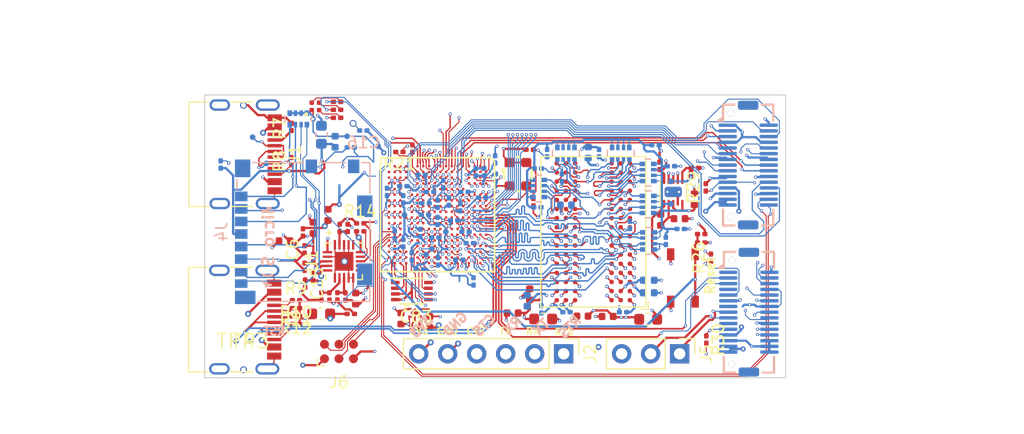
<source format=kicad_pcb>
(kicad_pcb (version 20240108) (generator "pcbnew") (generator_version "8.0")
  (title_block (title "Orange Crab") (date "2019-07-05") (rev "r0.1") (company "GsD") (comment 1 "ECP5 in Feather format with DDR3 x16 memory"))
  (layers (0 "F.Cu" signal) (1 "In1.Cu" signal) (2 "In2.Cu" signal) (3 "In3.Cu" signal) (4 "In4.Cu" signal) (31 "B.Cu" signal) (34 "B.Paste" user) (35 "F.Paste" user) (36 "B.SilkS" user "B.Silkscreen") (37 "F.SilkS" user "F.Silkscreen") (38 "B.Mask" user) (39 "F.Mask" user) (44 "Edge.Cuts" user))
  (net 0 "")
  (net 1 "GND")
  (net 2 "SPI_CONFIG_SS")
  (net 3 "SPI_CONFIG_SCK")
  (net 4 "SPI_CONFIG_MISO")
  (net 5 "SPI_CONFIG_MOSI")
  (net 6 "QSPI_D2")
  (net 7 "QSPI_D3")
  (net 8 "FPGA_RESET")
  (net 11 "JTAG_TDI")
  (net 12 "JTAG_TCK")
  (net 13 "JTAG_TMS")
  (net 14 "JTAG_TDO")
  (net 18 "RAM_A1")
  (net 19 "RAM_A3")
  (net 20 "RAM_A2")
  (net 21 "RAM_A7")
  (net 22 "RAM_A4")
  (net 23 "RAM_A5")
  (net 24 "RAM_A6")
  (net 25 "RAM_A8")
  (net 26 "RAM_A10")
  (net 27 "RAM_A11")
  (net 28 "RAM_A12")
  (net 29 "RAM_A9")
  (net 30 "RAM_A0")
  (net 31 "RAM_CS#")
  (net 32 "RAM_D8")
  (net 33 "RAM_D15")
  (net 34 "RAM_D9")
  (net 35 "RAM_D10")
  (net 36 "RAM_D1")
  (net 37 "RAM_D3")
  (net 38 "RAM_D12")
  (net 39 "RAM_D11")
  (net 40 "RAM_D2")
  (net 41 "RAM_D4")
  (net 42 "RAM_D5")
  (net 43 "REF_CLK")
  (net 44 "RAM_D13")
  (net 45 "RAM_D14")
  (net 46 "RAM_D0")
  (net 47 "RAM_D6")
  (net 48 "RAM_D7")
  (net 49 "RAM_RESET#")
  (net 50 "/sheetHyperRAM/RAM_VDD")
  (net 51 "RAM_BA1")
  (net 52 "RAM_BA2")
  (net 53 "RAM_BA0")
  (net 54 "/sheetHyperRAM/RAM_ZQ")
  (net 55 "RAM_WE#")
  (net 56 "RAM_CKE")
  (net 57 "RAM_CAS#")
  (net 58 "RAM_ODT")
  (net 59 "RAM_RAS#")
  (net 60 "/sheetHyperRAM/RAM_VDDQ")
  (net 61 "RAM_LDM")
  (net 62 "RAM_UDM")
  (net 63 "P1.1V")
  (net 64 "Net-(U8-VLDOIN)")
  (net 65 "P3.3V")
  (net 66 "VTT_REF")
  (net 67 "VTT")
  (net 68 "Net-(RN6-R3.1)")
  (net 71 "Net-(J4-Pin_4)")
  (net 72 "Net-(D1-GK)")
  (net 73 "Net-(D1-BK)")
  (net 74 "Net-(D1-RK)")
  (net 76 "/sheetPower/PGOOD_P1.1V")
  (net 77 "ECP5_VREF")
  (net 81 "Net-(J8-Pin_21)")
  (net 82 "Net-(U1-FB1)")
  (net 83 "Net-(U1-FB3)")
  (net 84 "Net-(U1-FB2)")
  (net 85 "P2.5V")
  (net 86 "Net-(U1-SW2)")
  (net 87 "Net-(U1-SW1)")
  (net 88 "SPI_1")
  (net 89 "SPI_0")
  (net 90 "Net-(U1-SW3)")
  (net 91 "IO_SCL")
  (net 92 "IO_SDA")
  (net 93 "IO_5")
  (net 94 "IO_6")
  (net 95 "IO_9")
  (net 96 "IO_12")
  (net 97 "IO_11")
  (net 98 "IO_10")
  (net 99 "IO_13")
  (net 100 "EN")
  (net 101 "IO_1")
  (net 102 "IO_0")
  (net 103 "IO_MISO")
  (net 104 "IO_MOSI")
  (net 105 "IO_SCK")
  (net 106 "PUSB_VBUS")
  (net 107 "USB_PULLUP")
  (net 108 "SD0_DAT0")
  (net 109 "SD0_DAT2")
  (net 110 "SD0_DAT1")
  (net 111 "SD0_DAT3")
  (net 112 "SD0_CMD")
  (net 113 "SD0_CLK")
  (net 114 "SD0_CD")
  (net 115 "AUX_7")
  (net 116 "LED_B")
  (net 117 "LED_G")
  (net 118 "LED_R")
  (net 119 "RAM_UDQS+")
  (net 120 "RAM_UDQS-")
  (net 121 "RAM_LDQS+")
  (net 122 "RAM_LDQS-")
  (net 123 "EXT_PLL+")
  (net 124 "EXT_PLL-")
  (net 125 "RAM_CK+")
  (net 126 "RAM_CK-")
  (net 127 "USB_D-")
  (net 128 "USB_D+")
  (net 129 "AUX_4+")
  (net 130 "AUX_3-")
  (net 131 "AUX_4-")
  (net 132 "AUX_3+")
  (net 133 "AUX_1-")
  (net 134 "AUX_2-")
  (net 135 "AUX_2+")
  (net 136 "AUX_6-")
  (net 137 "AUX_1+")
  (net 138 "AUX_0-")
  (net 139 "AUX_0+")
  (net 140 "AUX_5-")
  (net 141 "AUX_6+")
  (net 142 "AUX_5+")
  (net 143 "P1.35V")
  (net 144 "/sheetPower/PGOOD_P1.35V")
  (net 145 "Net-(J1-CC1)")
  (net 146 "Net-(J1-CC2)")
  (net 149 "Net-(J3-CC1)")
  (net 150 "Net-(J3-CC2)")
  (net 157 "USBH_D+")
  (net 158 "USBH_D-")
  (net 159 "HPD{slash}ID")
  (net 160 "Net-(J8-Pin_9)")
  (footprint "Package_BGA:BGA-96_9.0x13.0mm_Layout2x3x16_P0.8mm" (layer "F.Cu") (at 174.05 102.4 180)
    (property "Reference" "U4" (hide yes))
    (property "Value" "MT41K64M16TW-107_J-TR" (hide yes))
  )
  (footprint "Capacitor_SMD:C_0603_1608Metric" (layer "F.Cu") (at 150.2 109.6)
    (property "Reference" "C3" (hide yes))
    (property "Value" "10uF" (hide yes))
  )
  (footprint "Capacitor_SMD:C_0402_1005Metric" (layer "F.Cu") (at 181.6 101.250001 180)
    (property "Reference" "C8" (hide yes))
    (property "Value" "10uF" (hide yes))
  )
  (footprint "Capacitor_SMD:C_0201_0603Metric" (layer "F.Cu") (at 179.85 96.620001 -90)
    (property "Reference" "C9" (hide yes))
    (property "Value" "100nF" (hide yes))
  )
  (footprint "Capacitor_SMD:C_0201_0603Metric" (layer "F.Cu") (at 182.95 96.800001 180)
    (property "Reference" "C10" (hide yes))
    (property "Value" "0.22uF" (hide yes))
  )
  (footprint "Capacitor_SMD:C_0402_1005Metric" (layer "F.Cu") (at 182.9 99.550001 -90)
    (property "Reference" "C11" (hide yes))
    (property "Value" "10uF" (hide yes))
  )
  (footprint "Resistor_SMD:R_0201_0603Metric" (layer "F.Cu") (at 150.2284 108.0572 90)
    (property "Reference" "R17" (hide yes))
    (property "Value" "100k" (hide yes))
  )
  (footprint "Package_DFN_QFN:QFN-20-1EP_3x3mm_P0.4mm_EP1.65x1.65mm" (layer "F.Cu") (at 152.21 104.99 90)
    (property "Reference" "U1")
    (property "Value" "RY1303 or EA3036")
  )
  (footprint "Capacitor_SMD:C_0402_1005Metric" (layer "F.Cu") (at 150.8 100.915 90)
    (property "Reference" "C12" (hide yes))
    (property "Value" "4.7uF" (hide yes))
  )
  (footprint "Resistor_SMD:R_0201_0603Metric" (layer "F.Cu") (at 149.514 104.704 90)
    (property "Reference" "R13" (hide yes))
    (property "Value" "100k" (hide yes))
  )
  (footprint "Capacitor_SMD:C_0402_1005Metric" (layer "F.Cu") (at 168.477 107.885 90)
    (property "Reference" "C21" (hide yes))
    (property "Value" "1uF" (hide yes))
  )
  (footprint "Capacitor_SMD:C_0402_1005Metric" (layer "F.Cu") (at 175.302 109.825 180)
    (property "Reference" "C22" (hide yes))
    (property "Value" "1uF" (hide yes))
  )
  (footprint "Capacitor_SMD:C_0603_1608Metric" (layer "F.Cu") (at 169.652 110.05)
    (property "Reference" "C23" (hide yes))
    (property "Value" "22uF" (hide yes))
  )
  (footprint "Capacitor_SMD:C_0603_1608Metric" (layer "F.Cu") (at 178.852 110.075)
    (property "Reference" "C24" (hide yes))
    (property "Value" "22uF" (hide yes))
  )
  (footprint "Inductor_SMD:L_0402_1005Metric" (layer "F.Cu") (at 166.977 109.525 180)
    (property "Reference" "FB2" (hide yes))
    (property "Value" "600R" (hide yes))
  )
  (footprint "Inductor_SMD:L_0402_1005Metric" (layer "F.Cu") (at 173.1 109.8 180)
    (property "Reference" "FB3" (hide yes))
    (property "Value" "600R" (hide yes))
  )
  (footprint "bosonFrameGrabber:csBGA_132" (layer "F.Cu") (at 160.4 100.900001 -90)
    (property "Reference" "U3" (hide yes))
    (property "Value" "ECP5U25" (hide yes))
  )
  (footprint "MountingHole:MountingHole_2.1mm" (layer "F.Cu") (at 182.177 92.5)
    (property "Reference" "H4" (hide yes))
    (property "Value" "MountingHole" (hide yes))
  )
  (footprint "Resistor_SMD:R_0402_1005Metric" (layer "F.Cu") (at 179.95 101.350001 90)
    (property "Reference" "R6" (hide yes))
    (property "Value" "0R" (hide yes))
  )
  (footprint "Capacitor_SMD:C_0201_0603Metric" (layer "F.Cu") (at 149.514 106.35 90)
    (property "Reference" "C14" (hide yes))
    (property "Value" "10nF" (hide yes))
  )
  (footprint "Capacitor_SMD:C_0402_1005Metric" (layer "F.Cu") (at 153.2284 108.2572 -90)
    (property "Reference" "C18" (hide yes))
    (property "Value" "10uF" (hide yes))
  )
  (footprint "Capacitor_SMD:C_0201_0603Metric" (layer "F.Cu") (at 148.8 106.9436 -90)
    (property "Reference" "C15")
    (property "Value" "100nF")
  )
  (footprint "Resistor_SMD:R_0201_0603Metric" (layer "F.Cu") (at 151.6284 108.0572 -90)
    (property "Reference" "R16" (hide yes))
    (property "Value" "82K" (hide yes))
  )
  (footprint "Resistor_SMD:R_0201_0603Metric" (layer "F.Cu") (at 152.3284 108.0772 90)
    (property "Reference" "R18" (hide yes))
    (property "Value" "100k" (hide yes))
  )
  (footprint "Capacitor_SMD:C_0201_0603Metric" (layer "F.Cu") (at 152.8 109.6 180)
    (property "Reference" "C2" (hide yes))
    (property "Value" "10nF" (hide yes))
  )
  (footprint "Resistor_SMD:R_0201_0603Metric" (layer "F.Cu") (at 151.8284 102.0572 -90)
    (property "Reference" "R5" (hide yes))
    (property "Value" "100k" (hide yes))
  )
  (footprint "Capacitor_SMD:C_0402_1005Metric" (layer "F.Cu") (at 149.5054 102.0572 -90)
    (property "Reference" "C7" (hide yes))
    (property "Value" "10uF" (hide yes))
  )
  (footprint "Capacitor_SMD:C_0201_0603Metric" (layer "F.Cu") (at 148.752 103.942 90)
    (property "Reference" "C6")
    (property "Value" "100nF")
  )
  (footprint "Resistor_SMD:R_0201_0603Metric" (layer "F.Cu") (at 148.752 105.466 90)
    (property "Reference" "R1" (hide yes))
    (property "Value" "100k" (hide yes))
  )
  (footprint "Resistor_SMD:R_0201_0603Metric" (layer "F.Cu") (at 152.5284 102.0572 90)
    (property "Reference" "R2" (hide yes))
    (property "Value" "22K" (hide yes))
  )
  (footprint "Resistor_SMD:R_0201_0603Metric" (layer "F.Cu") (at 158.2 95.1 -90)
    (property "Reference" "R20" (hide yes))
    (property "Value" "1.5K" (hide yes))
  )
  (footprint "Capacitor_SMD:C_0402_1005Metric" (layer "F.Cu") (at 159.722 110.305 -90)
    (property "Reference" "C46" (hide yes))
    (property "Value" "4.7uF" (hide yes))
  )
  (footprint "Capacitor_SMD:C_0402_1005Metric" (layer "F.Cu") (at 157.199 110.004999 -90)
    (property "Reference" "C47" (hide yes))
    (property "Value" "4.7uF" (hide yes))
  )
  (footprint "gkl_housings_son:X2SON_4_1.0x1.0mm" (layer "F.Cu") (at 158.422 109.505)
    (property "Reference" "U10" (hide yes))
    (property "Value" "NCP115-2.5" (hide yes))
  )
  (footprint "Capacitor_SMD:C_0201_0603Metric" (layer "F.Cu") (at 148.6054 102.4572 90)
    (property "Reference" "C5" (hide yes))
    (property "Value" "10nF" (hide yes))
  )
  (footprint "Capacitor_SMD:C_0402_1005Metric" (layer "F.Cu") (at 147 103.2)
    (property "Reference" "C17" (hide yes))
    (property "Value" "10uF" (hide yes))
  )
  (footprint "gkl_led:0404LED_RGB" (layer "F.Cu") (at 149.7 91.4)
    (property "Reference" "D1" (hide yes))
    (property "Value" "LED_ARGB" (hide yes))
  )
  (footprint "Resistor_SMD:R_0201_0603Metric" (layer "F.Cu") (at 151.6 91.7)
    (property "Reference" "R23" (hide yes))
    (property "Value" "4.7K" (hide yes))
  )
  (footprint "Resistor_SMD:R_0201_0603Metric" (layer "F.Cu") (at 151.6 92.4)
    (property "Reference" "R24" (hide yes))
    (property "Value" "4.7K" (hide yes))
  )
  (footprint "Capacitor_SMD:C_0201_0603Metric" (layer "F.Cu") (at 168.477 95.2)
    (property "Reference" "C74" (hide yes))
    (property "Value" "10nF" (hide yes))
  )
  (footprint "Capacitor_SMD:C_0201_0603Metric" (layer "F.Cu") (at 168.8 99.800001 -90)
    (property "Reference" "C75" (hide yes))
    (property "Value" "100nF" (hide yes))
  )
  (footprint "gkl_time:Oscilator_2.5x2.0" (layer "F.Cu") (at 167.45 97.350001 -90)
    (property "Reference" "OSC1" (hide yes))
    (property "Value" "OT252048MJBA4SL" (hide yes))
  )
  (footprint "Capacitor_SMD:C_0201_0603Metric" (layer "F.Cu") (at 183.5 103.350001)
    (property "Reference" "C76" (hide yes))
    (property "Value" "100nF" (hide yes))
  )
  (footprint "Resistor_SMD:R_0201_0603Metric" (layer "F.Cu") (at 183.5 102.600001 180)
    (property "Reference" "R4" (hide yes))
    (property "Value" "4.7K" (hide yes))
  )
  (footprint "gkl_misc:PTS_810_SMT_Switch" (layer "F.Cu") (at 181.9 106.450001 90)
    (property "Reference" "SW1" (hide yes))
    (property "Value" "SW_Push" (hide yes))
  )
  (footprint "Resistor_SMD:R_0201_0603Metric" (layer "F.Cu") (at 151.6 91)
    (property "Reference" "R22" (hide yes))
    (property "Value" "4.7K" (hide yes))
  )
  (footprint "Resistor_SMD:R_0201_0603Metric" (layer "F.Cu") (at 153.6284 102.3572 180)
    (property "Reference" "R25" (hide yes))
    (property "Value" "100k" (hide yes))
  )
  (footprint "Resistor_SMD:R_0201_0603Metric" (layer "F.Cu") (at 150.9284 108.0662 -90)
    (property "Reference" "R15" (hide yes))
    (property "Value" "120K" (hide yes))
  )
  (footprint "gkl_housings_dfn:WSON-10-1EP_2x2mm_P0.4mm" (layer "F.Cu") (at 181.05 98.900001 90)
    (property "Reference" "U8" (hide yes))
    (property "Value" "TPS51206" (hide yes))
  )
  (footprint "gkl_housings_dfn:DFN-8-1EP_3x2mm_Pitch0.5mm" (layer "F.Cu") (at 158.15 107.6)
    (property "Reference" "U6" (hide yes))
    (property "Value" "XT25Q08DDTIGT" (hide yes))
  )
  (footprint "Connector:Tag-Connect_TC2030-IDC-NL_2x03_P1.27mm_Vertical" (layer "F.Cu") (at 151.765 112.9)
    (property "Reference" "J6")
    (property "Value" "JTAG")
  )
  (footprint "Connector_PinHeader_2.54mm:PinHeader_1x03_P2.54mm_Vertical" (layer "F.Cu") (at 181.61 113.1 -90)
    (property "Reference" "J5")
    (property "Value" "Conn_01x03")
  )
  (footprint "Resistor_SMD:R_0201_0603Metric" (layer "F.Cu") (at 147.61 93.2 90)
    (property "Reference" "R7")
    (property "Value" "51K")
  )
  (footprint "Resistor_SMD:R_0201_0603Metric" (layer "F.Cu") (at 157.055 95.4 180)
    (property "Reference" "R21")
    (property "Value" "4.7K")
  )
  (footprint "Resistor_SMD:R_0201_0603Metric" (layer "F.Cu") (at 148 109.8 180)
    (property "Reference" "R12")
    (property "Value" "12K")
  )
  (footprint "Connector_PinHeader_2.54mm:PinHeader_1x06_P2.54mm_Vertical" (layer "F.Cu") (at 171.45 113.1 -90)
    (property "Reference" "J2")
    (property "Value" "Conn_01x6_Male")
  )
  (footprint "Resistor_SMD:R_0201_0603Metric" (layer "F.Cu") (at 183.9 98.505 90)
    (property "Reference" "R29")
    (property "Value" "210K 1%")
  )
  (footprint "Resistor_SMD:R_0201_0603Metric" (layer "F.Cu") (at 184.35 104.67 90)
    (property "Reference" "R26")
    (property "Value" "4.7K")
  )
  (footprint "" (layer "F.Cu") (at 142.75 112)
    (property "Reference" "TP4")
    (property "Value" "")
  )
  (footprint "" (layer "F.Cu") (at 144 112)
    (property "Reference" "TP3")
    (property "Value" "")
  )
  (footprint "Resistor_SMD:R_0201_0603Metric" (layer "F.Cu") (at 153.6284 101.6572)
    (property "Reference" "R14")
    (property "Value" "100k")
  )
  (footprint "Resistor_SMD:R_0201_0603Metric" (layer "F.Cu") (at 183.95 111.85 -90)
    (property "Reference" "R30")
    (property "Value" "84.5K 1%")
  )
  (footprint "Resistor_SMD:R_0201_0603Metric" (layer "F.Cu") (at 148 110.5)
    (property "Reference" "R10")
    (property "Value" "51K")
  )
  (footprint "Connector_USB:USB_C_Receptacle_G-Switch_GT-USB-7010ASV" (layer "F.Cu") (at 142.365 110.1 -90)
    (property "Reference" "J3")
    (property "Value" "USB_C_Receptacle_USB2.0")
  )
  (footprint "Connector_USB:USB_C_Receptacle_G-Switch_GT-USB-7010ASV" (layer "F.Cu") (at 142.4 95.6 -90)
    (property "Reference" "J1")
    (property "Value" "USB_C_Receptacle_USB2.0")
  )
  (footprint "Resistor_SMD:R_0201_0603Metric" (layer "F.Cu") (at 148 109.1 180)
    (property "Reference" "R11")
    (property "Value" "12K")
  )
  (footprint "Resistor_SMD:R_0201_0603Metric" (layer "F.Cu") (at 147.6 96.2 90)
    (property "Reference" "R8")
    (property "Value" "51K")
  )
  (footprint "Capacitor_SMD:C_0201_0603Metric" (layer "F.Cu") (at 158.5 110.9)
    (property "Reference" "C83")
    (property "Value" "100nF")
  )
  (footprint "Resistor_SMD:R_0201_0603Metric" (layer "F.Cu") (at 148 108.4)
    (property "Reference" "R9")
    (property "Value" "51K")
  )
  (footprint "Resistor_SMD:R_0402_1005Metric" (layer "B.Cu") (at 171.65 100.05 180)
    (property "Reference" "R19" (hide yes))
    (property "Value" "240R" (hide yes))
  )
  (footprint "Capacitor_SMD:C_0201_0603Metric" (layer "B.Cu") (at 163.75 97.16 90)
    (property "Reference" "C1" (hide yes))
    (property "Value" "10nF" (hide yes))
  )
  (footprint "Capacitor_SMD:C_0201_0603Metric" (layer "B.Cu") (at 164.493 97.16 90)
    (property "Reference" "C4" (hide yes))
    (property "Value" "100nF" (hide yes))
  )
  (footprint "Capacitor_SMD:C_0201_0603Metric" (layer "B.Cu") (at 163.23 103.400001 180)
    (property "Reference" "C19" (hide yes))
    (property "Value" "10nF" (hide yes))
  )
  (footprint "Capacitor_SMD:C_0201_0603Metric" (layer "B.Cu") (at 160.2 102.900001 180)
    (property "Reference" "C20" (hide yes))
    (property "Value" "100nF" (hide yes))
  )
  (footprint "Capacitor_SMD:C_0201_0603Metric" (layer "B.Cu") (at 160.45 105.000001 -90)
    (property "Reference" "C25" (hide yes))
    (property "Value" "10nF" (hide yes))
  )
  (footprint "Capacitor_SMD:C_0201_0603Metric" (layer "B.Cu") (at 163.55 106.750001 -90)
    (property "Reference" "C26" (hide yes))
    (property "Value" "100nF" (hide yes))
  )
  (footprint "Resistor_SMD:R_Array_Convex_4x0402" (layer "B.Cu") (at 171.65 95.5 -90)
    (property "Reference" "RN1" (hide yes))
    (property "Value" "50R" (hide yes))
  )
  (footprint "Resistor_SMD:R_Array_Convex_4x0402" (layer "B.Cu") (at 176.45 95.5 -90)
    (property "Reference" "RN2" (hide yes))
    (property "Value" "50R" (hide yes))
  )
  (footprint "Resistor_SMD:R_Array_Convex_4x0402" (layer "B.Cu") (at 178.85 100 180)
    (property "Reference" "RN3" (hide yes))
    (property "Value" "50R" (hide yes))
  )
  (footprint "Resistor_SMD:R_Array_Convex_4x0402" (layer "B.Cu") (at 169.25 98.6)
    (property "Reference" "RN4" (hide yes))
    (property "Value" "50R" (hide yes))
  )
  (footprint "Resistor_SMD:R_Array_Convex_4x0402" (layer "B.Cu") (at 178.85 97.2 180)
    (property "Reference" "RN5" (hide yes))
    (property "Value" "50R" (hide yes))
  )
  (footprint "Resistor_SMD:R_Array_Convex_4x0402" (layer "B.Cu") (at 178.9 103.2 180)
    (property "Reference" "RN6" (hide yes))
    (property "Value" "50R" (hide yes))
  )
  (footprint "Capacitor_SMD:C_0201_0603Metric" (layer "B.Cu") (at 153.9 93.52)
    (property "Reference" "C16")
    (property "Value" "100nF")
  )
  (footprint "Capacitor_SMD:C_0201_0603Metric" (layer "B.Cu") (at 162.4 100.250001 -90)
    (property "Reference" "C49" (hide yes))
    (property "Value" "10nF" (hide yes))
  )
  (footprint "Capacitor_SMD:C_0201_0603Metric" (layer "B.Cu") (at 157.4 99.550001 90)
    (property "Reference" "C51" (hide yes))
    (property "Value" "100nF" (hide yes))
  )
  (footprint "Capacitor_SMD:C_0201_0603Metric" (layer "B.Cu") (at 159 97.400001 180)
    (property "Reference" "C52" (hide yes))
    (property "Value" "10nF" (hide yes))
  )
  (footprint "Capacitor_SMD:C_0201_0603Metric" (layer "B.Cu") (at 157.4 103.400001 -90)
    (property "Reference" "C53" (hide yes))
    (property "Value" "10nF" (hide yes))
  )
  (footprint "Capacitor_SMD:C_0201_0603Metric" (layer "B.Cu") (at 159.3 100.900001)
    (property "Reference" "C54" (hide yes))
    (property "Value" "100nF" (hide yes))
  )
  (footprint "Capacitor_SMD:C_0201_0603Metric" (layer "B.Cu") (at 159.35 99.900001)
    (property "Reference" "C56" (hide yes))
    (property "Value" "10nF" (hide yes))
  )
  (footprint "Capacitor_SMD:C_0201_0603Metric" (layer "B.Cu") (at 158.9 102.500001 90)
    (property "Reference" "C57" (hide yes))
    (property "Value" "100nF" (hide yes))
  )
  (footprint "Capacitor_SMD:C_0201_0603Metric" (layer "B.Cu") (at 160.4 99.950001 -90)
    (property "Reference" "C58" (hide yes))
    (property "Value" "10nF" (hide yes))
  )
  (footprint "Capacitor_SMD:C_0201_0603Metric" (layer "B.Cu") (at 164.3 99.400001)
    (property "Reference" "C59" (hide yes))
    (property "Value" "100nF" (hide yes))
  )
  (footprint "Capacitor_SMD:C_0201_0603Metric" (layer "B.Cu") (at 161.85 101.400001 180)
    (property "Reference" "C60" (hide yes))
    (property "Value" "10nF" (hide yes))
  )
  (footprint "Capacitor_SMD:C_0201_0603Metric" (layer "B.Cu") (at 165.5 97.650001 -90)
    (property "Reference" "C62" (hide yes))
    (property "Value" "10nF" (hide yes))
  )
  (footprint "Capacitor_SMD:C_0201_0603Metric" (layer "B.Cu") (at 157.4 98.400001 180)
    (property "Reference" "C63" (hide yes))
    (property "Value" "10nF" (hide yes))
  )
  (footprint "Capacitor_SMD:C_0201_0603Metric" (layer "B.Cu") (at 162.3 104.850001 180)
    (property "Reference" "C64" (hide yes))
    (property "Value" "100nF" (hide yes))
  )
  (footprint "Capacitor_SMD:C_0201_0603Metric" (layer "B.Cu") (at 159.75 98.900001)
    (property "Reference" "C65" (hide yes))
    (property "Value" "100nF" (hide yes))
  )
  (footprint "Capacitor_SMD:C_0201_0603Metric" (layer "B.Cu") (at 158.15 104.550001 -90)
    (property "Reference" "C66" (hide yes))
    (property "Value" "10nF" (hide yes))
  )
  (footprint "Capacitor_SMD:C_0201_0603Metric" (layer "B.Cu") (at 156.65 102.650001 90)
    (property "Reference" "C67" (hide yes))
    (property "Value" "10nF" (hide yes))
  )
  (footprint "Capacitor_SMD:C_0201_0603Metric" (layer "B.Cu") (at 162.75 98.9 180)
    (property "Reference" "C68" (hide yes))
    (property "Value" "100nF" (hide yes))
  )
  (footprint "Capacitor_SMD:C_0201_0603Metric" (layer "B.Cu") (at 158.85 105.700001 180)
    (property "Reference" "C69" (hide yes))
    (property "Value" "100nF" (hide yes))
  )
  (footprint "Capacitor_SMD:C_0201_0603Metric" (layer "B.Cu") (at 169.5 109.200001 -90)
    (property "Reference" "C30" (hide yes))
    (property "Value" "100nF" (hide yes))
  )
  (footprint "Capacitor_SMD:C_0201_0603Metric" (layer "B.Cu") (at 176.65 109.450001 180)
    (property "Reference" "C31" (hide yes))
    (property "Value" "100nF" (hide yes))
  )
  (footprint "Capacitor_SMD:C_0201_0603Metric" (layer "B.Cu") (at 174.55 95.500001 90)
    (property "Reference" "C32" (hide yes))
    (property "Value" "100nF" (hide yes))
  )
  (footprint "Capacitor_SMD:C_0201_0603Metric" (layer "B.Cu") (at 171.7 109.450001 180)
    (property "Reference" "C33" (hide yes))
    (property "Value" "100nF" (hide yes))
  )
  (footprint "Capacitor_SMD:C_0402_1005Metric" (layer "B.Cu") (at 178.9 106.650001)
    (property "Reference" "C34" (hide yes))
    (property "Value" "1uF" (hide yes))
  )
  (footprint "Capacitor_SMD:C_0402_1005Metric" (layer "B.Cu") (at 178.9 107.750001)
    (property "Reference" "C35" (hide yes))
    (property "Value" "1uF" (hide yes))
  )
  (footprint "Capacitor_SMD:C_0402_1005Metric" (layer "B.Cu") (at 173.6 95.450001 90)
    (property "Reference" "C36" (hide yes))
    (property "Value" "1uF" (hide yes))
  )
  (footprint "Capacitor_SMD:C_0402_1005Metric" (layer "B.Cu") (at 168.252 108.45 90)
    (property "Reference" "C37" (hide yes))
    (property "Value" "1uF" (hide yes))
  )
  (footprint "Capacitor_SMD:C_0201_0603Metric" (layer "B.Cu") (at 180.4 103.2 90)
    (property "Reference" "C27" (hide yes))
    (property "Value" "10nF" (hide yes))
  )
  (footprint "Capacitor_SMD:C_0201_0603Metric" (layer "B.Cu") (at 179.5 94.800001 180)
    (property "Reference" "C38" (hide yes))
    (property "Value" "10nF" (hide yes))
  )
  (footprint "Capacitor_SMD:C_0201_0603Metric" (layer "B.Cu") (at 170 95.500001 90)
    (property "Reference" "C40" (hide yes))
    (property "Value" "10nF" (hide yes))
  )
  (footprint "Capacitor_SMD:C_0201_0603Metric" (layer "B.Cu") (at 180.85 96.650001 180)
    (property "Reference" "C41" (hide yes))
    (property "Value" "100nF" (hide yes))
  )
  (footprint "Capacitor_SMD:C_0201_0603Metric" (layer "B.Cu") (at 169.2 96.850001 180)
    (property "Reference" "C42" (hide yes))
    (property "Value" "10nF" (hide yes))
  )
  (footprint "Capacitor_SMD:C_0201_0603Metric" (layer "B.Cu") (at 169.15 100.250001 180)
    (property "Reference" "C43" (hide yes))
    (property "Value" "100nF" (hide yes))
  )
  (footprint "Capacitor_SMD:C_0201_0603Metric" (layer "B.Cu") (at 171.3 97.650001 -90)
    (property "Reference" "C44" (hide yes))
    (property "Value" "10nF" (hide yes))
  )
  (footprint "Capacitor_SMD:C_0201_0603Metric" (layer "B.Cu") (at 177.25 101.800001 90)
    (property "Reference" "C45" (hide yes))
    (property "Value" "10nF" (hide yes))
  )
  (footprint "Capacitor_SMD:C_0201_0603Metric" (layer "B.Cu") (at 141.4 96.5 -90)
    (property "Reference" "C70" (hide yes))
    (property "Value" "100nF" (hide yes))
  )
  (footprint "Capacitor_SMD:C_0603_1608Metric" (layer "B.Cu") (at 150.225 93.8875 90)
    (property "Reference" "C71" (hide yes))
    (property "Value" "4.7uF" (hide yes))
  )
  (footprint "Connector_Card:microSD_HC_Molex_104031-0811" (layer "B.Cu") (at 148.65 102.4 -90)
    (property "Reference" "J4")
    (property "Value" "MicroSd")
  )
  (footprint "Inductor_SMD:L_0402_1005Metric" (layer "B.Cu") (at 151.425 94.500001 90)
    (property "Reference" "FB1" (hide yes))
    (property "Value" "600R" (hide yes))
  )
  (footprint "Resistor_SMD:R_0201_0603Metric" (layer "B.Cu") (at 165.45 96.050001 -90)
    (property "Reference" "R3" (hide yes))
    (property "Value" "0R" (hide yes))
  )
  (footprint "Capacitor_SMD:C_0201_0603Metric" (layer "B.Cu") (at 161.4 99.750001 -90)
    (property "Reference" "C48" (hide yes))
    (property "Value" "10nF" (hide yes))
  )
  (footprint "Capacitor_SMD:C_0201_0603Metric" (layer "B.Cu") (at 160.4 101.450001 90)
    (property "Reference" "C50" (hide yes))
    (property "Value" "100nF" (hide yes))
  )
  (footprint "Capacitor_SMD:C_0201_0603Metric" (layer "B.Cu") (at 181.7 102.150001 180)
    (property "Reference" "C39" (hide yes))
    (property "Value" "100nF" (hide yes))
  )
  (footprint "gkl_misc:TestPoint_Pad_D0.5mm" (layer "B.Cu") (at 145.4 96.4 90)
    (property "Reference" "TP26" (hide yes))
    (property "Value" "SMD_TP" (hide yes))
  )
  (footprint "gkl_misc:TestPoint_Pad_D0.5mm" (layer "B.Cu") (at 144.2 94.1 90)
    (property "Reference" "TP27" (hide yes))
    (property "Value" "SMD_TP" (hide yes))
  )
  (footprint "gkl_misc:TestPoint_Pad_D0.5mm" (layer "B.Cu") (at 152.475 94.025001)
    (property "Reference" "TP29" (hide yes))
    (property "Value" "SMD_TP" (hide yes))
  )
  (footprint "gkl_misc:TestPoint_Pad_D0.5mm" (layer "B.Cu") (at 157.5 100.925001)
    (property "Reference" "TP30" (hide yes))
    (property "Value" "SMD_TP" (hide yes))
  )
  (footprint "gkl_misc:TestPoint_Pad_D0.5mm" (layer "B.Cu") (at 155.2 94.9)
    (property "Reference" "TP31" (hide yes))
    (property "Value" "SMD_TP" (hide yes))
  )
  (footprint "gkl_misc:TestPoint_Pad_D0.5mm" (layer "B.Cu") (at 161.125 102.400001)
    (property "Reference" "TP32" (hide yes))
    (property "Value" "SMD_TP" (hide yes))
  )
  (footprint "gkl_misc:TestPoint_Pad_D0.5mm" (layer "B.Cu") (at 180.85 97.975001 -90)
    (property "Reference" "TP28" (hide yes))
    (property "Value" "SMD_TP" (hide yes))
  )
  (footprint "gkl_misc:TestPoint_Pad_D0.5mm" (layer "B.Cu") (at 180.85 99.950001 -90)
    (property "Reference" "TP33" (hide yes))
    (property "Value" "SMD_TP" (hide yes))
  )
  (footprint "Resistor_SMD:R_0201_0603Metric" (layer "B.Cu") (at 155.977 98.9 -90)
    (property "Reference" "R27" (hide yes))
    (property "Value" "4.7K" (hide yes))
  )
  (footprint "Resistor_SMD:R_0201_0603Metric" (layer "B.Cu") (at 152.8 95 180)
    (property "Reference" "R28" (hide yes))
    (property "Value" "10K" (hide yes))
  )
  (footprint "Resistor_SMD:R_Array_Convex_4x0402" (layer "B.Cu") (at 148.2 92.5 90)
    (property "Reference" "RN7" (hide yes))
    (property "Value" "10K" (hide yes))
  )
  (footprint "Capacitor_SMD:C_0201_0603Metric" (layer "B.Cu") (at 160.9 98.200001 90)
    (property "Reference" "C61" (hide yes))
    (property "Value" "100nF" (hide yes))
  )
  (footprint "Capacitor_SMD:C_0201_0603Metric" (layer "B.Cu") (at 162.85 102.400001 180)
    (property "Reference" "C55" (hide yes))
    (property "Value" "100nF" (hide yes))
  )
  (footprint "gkl_conn:DF12(3.0)-30DP-0.5V(86)" (layer "B.Cu") (at 187.615 96.55 -90)
    (property "Reference" "J7" (hide yes))
    (property "Value" "Conn_02x15_Odd_Even" (hide yes))
  )
  (footprint "gkl_misc:TestPoint_Pad_D0.5mm" (layer "B.Cu") (at 159.9 103.900001)
    (property "Reference" "TP19" (hide yes))
    (property "Value" "SMD_TP" (hide yes))
  )
  (footprint "gkl_misc:TestPoint_Pad_D0.5mm" (layer "B.Cu") (at 159.4 104.400001)
    (property "Reference" "TP20" (hide yes))
    (property "Value" "SMD_TP" (hide yes))
  )
  (footprint "gkl_conn:DF12(3.0)-30DP-0.5V(86)" (layer "B.Cu") (at 187.677 109.45 -90)
    (property "Reference" "J8" (hide yes))
    (property "Value" "Conn_02x15_Odd_Even" (hide yes))
  )
  (gr_line (start 145.076 106.798) (end 145.838 107.052) (stroke (width 0.15)) (layer "B.SilkS"))
  (gr_line (start 145.838 107.052) (end 145.33 107.052) (stroke (width 0.15)) (layer "B.SilkS"))
  (gr_line (start 145.33 107.052) (end 145.076 106.798) (stroke (width 0.15)) (layer "B.SilkS"))
  (gr_line (start 145.076 107.306) (end 145.33 107.052) (stroke (width 0.15)) (layer "B.SilkS"))
  (gr_line (start 145.838 107.052) (end 145.076 107.306) (stroke (width 0.15)) (layer "B.SilkS"))
  (gr_line (start 190.9 115.2) (end 190.9 90.4) (stroke (width 0.1)) (layer "Edge.Cuts"))
  (gr_line (start 190.9 90.4) (end 140 90.4) (stroke (width 0.1)) (layer "Edge.Cuts"))
  (gr_line (start 140 90.4) (end 140 115.2) (stroke (width 0.1)) (layer "Edge.Cuts"))
  (gr_line (start 140 115.2) (end 190.9 115.2) (stroke (width 0.1)) (layer "Edge.Cuts"))
  (gr_text "RST" (at 146.104 111.101 0) (layer "B.SilkS") (effects (font (size 0.7 0.7) (thickness 0.175)) (justify mirror)))
  (gr_text "CTS" (at 164.5 110.593 45) (layer "B.SilkS") (effects (font (size 0.8 0.8) (thickness 0.2)) (justify mirror)))
  (gr_text "RX" (at 167 110.593 45) (layer "B.SilkS") (effects (font (size 0.8 0.8) (thickness 0.2)) (justify mirror)))
  (gr_text "TX\n" (at 169.5 110.75 45) (layer "B.SilkS") (effects (font (size 0.8 0.8) (thickness 0.2)) (justify mirror)))
  (gr_text "RTS\n" (at 172 110.75 45) (layer "B.SilkS") (effects (font (size 0.8 0.8) (thickness 0.2)) (justify mirror)))
  (gr_text "GND" (at 161.95 110.5 45) (layer "B.SilkS") (effects (font (size 0.8 0.8) (thickness 0.2)) (justify mirror)))
  (gr_text "3V3" (at 159 110.7 45) (layer "B.SilkS") (effects (font (size 0.8 0.8) (thickness 0.2)) (justify mirror)))
  (gr_text "Micro SD" (at 145.577 103.1 90) (layer "B.SilkS") (effects (font (size 1 1) (thickness 0.2)) (justify mirror)))
  (gr_text "Reset" (at 184.294 106.252 90) (layer "F.SilkS") (effects (font (size 0.8 0.8) (thickness 0.18))))
  (gr_text "+" (at 150.907 102.442 0) (layer "F.SilkS") (effects (font (size 0.6 0.6) (thickness 0.14))))
  (gr_text "CTS" (at 163.75 111.125 0) (layer "F.SilkS") (effects (font (size 0.6 0.6) (thickness 0.14))))
  (gr_text "TX" (at 166.34 111.125 0) (layer "F.SilkS") (effects (font (size 0.6 0.6) (thickness 0.14))))
  (gr_text "RX" (at 168.75 111.125 0) (layer "F.SilkS") (effects (font (size 0.6 0.6) (thickness 0.14))))
  (gr_text "GND" (at 161.25 111.125 0) (layer "F.SilkS") (effects (font (size 0.6 0.6) (thickness 0.14))))
  (gr_text "3V3" (at 158.75 111.1 0) (layer "F.SilkS") (effects (font (size 0.6 0.6) (thickness 0.14))))
  (gr_text "RTS" (at 171.5 111.2 0) (layer "F.SilkS") (effects (font (size 0.6 0.6) (thickness 0.14))))
  (segment (start 177.25 96.4) (end 177.65 96.8) (width 0.12) (layer "F.Cu") (net 1))
  (segment (start 177.25 98) (end 177.65 98.4) (width 0.12) (layer "F.Cu") (net 1))
  (segment (start 176.45 105.2) (end 176.85 105.6) (width 0.12) (layer "F.Cu") (net 1))
  (segment (start 177.25 105.2) (end 177.65 105.6) (width 0.12) (layer "F.Cu") (net 1))
  (segment (start 177.25 106) (end 177.65 106.4) (width 0.12) (layer "F.Cu") (net 1))
  (segment (start 177.25 107.6) (end 177.65 108) (width 0.12) (layer "F.Cu") (net 1))
  (segment (start 157.15 102.150001) (end 156.9 101.900001) (width 0.089) (layer "F.Cu") (net 1))
  (segment (start 156.15 101.150001) (end 155.9 100.900001) (width 0.089) (layer "F.Cu") (net 1))
  (segment (start 156.65 101.150001) (end 156.4 100.900001) (width 0.089) (layer "F.Cu") (net 1))
  (segment (start 157.15 101.150001) (end 156.9 100.900001) (width 0.089) (layer "F.Cu") (net 1))
  (segment (start 157.15 100.150001) (end 156.9 99.900001) (width 0.089) (layer "F.Cu") (net 1))
  (segment (start 156.65 100.150001) (end 156.4 99.900001) (width 0.089) (layer "F.Cu") (net 1))
  (segment (start 156.65 99.150001) (end 156.4 98.900001) (width 0.089) (layer "F.Cu") (net 1))
  (segment (start 157.15 99.150001) (end 156.9 98.900001) (width 0.089) (layer "F.Cu") (net 1))
  (segment (start 156.65 98.150001) (end 156.4 97.900001) (width 0.089) (layer "F.Cu") (net 1))
  (segment (start 157.15 98.150001) (end 156.9 97.900001) (width 0.089) (layer "F.Cu") (net 1))
  (segment (start 157.15 97.150001) (end 156.9 96.900001) (width 0.089) (layer "F.Cu") (net 1))
  (segment (start 157.65 97.150001) (end 157.4 96.900001) (width 0.089) (layer "F.Cu") (net 1))
  (segment (start 158.15 101.150001) (end 157.9 101.400001) (width 0.089) (layer "F.Cu") (net 1))
  (segment (start 158.65 101.150001) (end 158.4 101.400001) (width 0.089) (layer "F.Cu") (net 1))
  (segment (start 159.15 101.150001) (end 158.9 101.400001) (width 0.089) (layer "F.Cu") (net 1))
  (segment (start 159.15 100.150001) (end 158.9 100.400001) (width 0.089) (layer "F.Cu") (net 1))
  (segment (start 159.15 99.150001) (end 158.9 99.400001) (width 0.089) (layer "F.Cu") (net 1))
  (segment (start 160.15 99.150001) (end 159.9 99.400001) (width 0.089) (layer "F.Cu") (net 1))
  (segment (start 161.15 99.150001) (end 160.9 99.400001) (width 0.089) (layer "F.Cu") (net 1))
  (segment (start 160.15 100.150001) (end 159.9 100.400001) (width 0.089) (layer "F.Cu") (net 1))
  (segment (start 161.15 100.150001) (end 160.9 100.400001) (width 0.089) (layer "F.Cu") (net 1))
  (segment (start 160.15 101.150001) (end 159.9 101.400001) (width 0.089) (layer "F.Cu") (net 1))
  (segment (start 161.15 101.150001) (end 160.9 101.400001) (width 0.089) (layer "F.Cu") (net 1))
  (segment (start 161.65 100.150001) (end 161.9 100.400001) (width 0.089) (layer "F.Cu") (net 1))
  (segment (start 162.15 100.650001) (end 161.9 100.400001) (width 0.089) (layer "F.Cu") (net 1))
  (segment (start 161.65 100.650001) (end 161.9 100.400001) (width 0.089) (layer "F.Cu") (net 1))
  (segment (start 162.15 100.150001) (end 161.9 100.400001) (width 0.089) (layer "F.Cu") (net 1))
  (segment (start 161.65 99.650001) (end 161.9 99.400001) (width 0.089) (layer "F.Cu") (net 1))
  (segment (start 161.65 99.150001) (end 161.9 99.400001) (width 0.089) (layer "F.Cu") (net 1))
  (segment (start 162.15 99.650001) (end 161.9 99.400001) (width 0.089) (layer "F.Cu") (net 1))
  (segment (start 162.15 99.150001) (end 161.9 99.400001) (width 0.089) (layer "F.Cu") (net 1))
  (segment (start 159.65 104.650001) (end 159.4 104.900001) (width 0.089) (layer "F.Cu") (net 1))
  (segment (start 158.15 100.150001) (end 157.9 100.400001) (width 0.089) (layer "F.Cu") (net 1))
  (segment (start 158.15 99.150001) (end 157.9 99.400001) (width 0.089) (layer "F.Cu") (net 1))
  (segment (start 158.15 98.650001) (end 157.9 98.900001) (width 0.089) (layer "F.Cu") (net 1))
  (segment (start 159.65 98.650001) (end 159.9 98.400001) (width 0.089) (layer "F.Cu") (net 1))
  (segment (start 160.15 98.650001) (end 159.9 98.400001) (width 0.089) (layer "F.Cu") (net 1))
  (segment (start 152.21 103.54) (end 152.21 104.99) (width 0.0889) (layer "F.Cu") (net 1))
  (segment (start 180.825 108.525001) (end 180.825 109.275001) (width 0.2) (layer "F.Cu") (net 1))
  (segment (start 153.01 106.44) (end 153.01 107.5538) (width 0.0889) (layer "F.Cu") (net 1))
  (segment (start 162.65 103.150001) (end 162.65 103.15) (width 0.089) (layer "F.Cu") (net 1))
  (segment (start 148.8464 106.67) (end 148.8 106.6236) (width 0.2) (layer "F.Cu") (net 1))
  (segment (start 156.15 99.150001) (end 156.4 98.900001) (width 0.089) (layer "F.Cu") (net 1))
  (segment (start 153.67 112.9) (end 154.9 112.9) (width 0.2) (layer "F.Cu") (net 1))
  (segment (start 152.6372 101.7372) (end 152.9 102) (width 0.2) (layer "F.Cu") (net 1))
  (segment (start 156.15 100.150001) (end 156.4 99.900001) (width 0.089) (layer "F.Cu") (net 1))
  (segment (start 159.65 102.65) (end 159.4 102.4) (width 0.089) (layer "F.Cu") (net 1))
  (segment (start 162.65 102.150001) (end 162.4 101.900001) (width 0.089) (layer "F.Cu") (net 1))
  (segment (start 162.65 99.650001) (end 162.9 99.900001) (width 0.1) (layer "F.Cu") (net 1))
  (segment (start 160.15 102.150001) (end 160.4 102.400001) (width 0.089) (layer "F.Cu") (net 1))
  (segment (start 152.61 103.54) (end 152.61 104.59) (width 0.0889) (layer "F.Cu") (net 1))
  (segment (start 152.25 105.03) (end 152.25 105) (width 0.0889) (layer "F.Cu") (net 1))
  (segment (start 152.5284 101.7372) (end 152.6372 101.7372) (width 0.2) (layer "F.Cu") (net 1))
  (segment (start 162.65 100.650001) (end 162.4 100.400001) (width 0.089) (layer "F.Cu") (net 1))
  (segment (start 181.45 99.850001) (end 181.45 99.000001) (width 0.2) (layer "F.Cu") (net 1))
  (segment (start 167.6915 108.1855) (end 168.477 107.4) (width 0.2) (layer "F.Cu") (net 1))
  (segment (start 161.15 100.650001) (end 160.9 100.400001) (width 0.089) (layer "F.Cu") (net 1))
  (segment (start 153.12 109.6) (end 152.7311 109.2111) (width 0.2) (layer "F.Cu") (net 1))
  (segment (start 182.085 101.250001) (end 182.7 101.250001) (width 0.2) (layer "F.Cu") (net 1))
  (segment (start 160.65 102.150001) (end 160.4 102.400001) (width 0.089) (layer "F.Cu") (net 1))
  (segment (start 157.15 97.650001) (end 156.9 97.900001) (width 0.089) (layer "F.Cu") (net 1))
  (segment (start 159.65 105.150001) (end 159.4 104.900001) (width 0.089) (layer "F.Cu") (net 1))
  (segment (start 152.61 105.39) (end 152.25 105.03) (width 0.0889) (layer "F.Cu") (net 1))
  (segment (start 170.85 96.4) (end 171.25 96.8) (width 0.12) (layer "F.Cu") (net 1))
  (segment (start 161.65 102.150001) (end 161.4 101.900001) (width 0.089) (layer "F.Cu") (net 1))
  (segment (start 161.4 101.400001) (end 161.65 101.150001) (width 0.089) (layer "F.Cu") (net 1))
  (segment (start 157.15 96.650001) (end 156.9 96.900001) (width 0.1) (layer "F.Cu") (net 1))
  (segment (start 146.09 106.38) (end 145.49 105.78) (width 0.1) (layer "F.Cu") (net 1))
  (segment (start 161.9 100.900001) (end 162.15 101.150001) (width 0.089) (layer "F.Cu") (net 1))
  (segment (start 161.15 102.150001) (end 161.4 101.900001) (width 0.089) (layer "F.Cu") (net 1))
  (segment (start 179.85 95.450001) (end 180 95.300001) (width 0.2) (layer "F.Cu") (net 1))
  (segment (start 150.9284 108.3862) (end 151.2422 108.7) (width 0.2) (layer "F.Cu") (net 1))
  (segment (start 164.15 97.650001) (end 163.899999 97.4) (width 0.089) (layer "F.Cu") (net 1))
  (segment (start 158.18 110.9) (end 158.18 110.462) (width 0.15) (layer "F.Cu") (net 1))
  (segment (start 156.15 99.650001) (end 156.4 99.900001) (width 0.1) (layer "F.Cu") (net 1))
  (segment (start 159.15 101.650001) (end 158.9 101.400001) (width 0.089) (layer "F.Cu") (net 1))
  (segment (start 159.097989 97.900001) (end 158.9 97.900001) (width 0.089) (layer "F.Cu") (net 1))
  (segment (start 175.65 107.6) (end 175.399999 107.35) (width 0.12) (layer "F.Cu") (net 1))
  (segment (start 158.65 100.650001) (end 158.9 100.400001) (width 0.089) (layer "F.Cu") (net 1))
  (segment (start 153.01 107.5538) (end 153.2284 107.7722) (width 0.0889) (layer "F.Cu") (net 1))
  (segment (start 152.61 104.59) (end 152.21 104.99) (width 0.0889) (layer "F.Cu") (net 1))
  (segment (start 162.19 112.2) (end 161.29 113.1) (width 0.2) (layer "F.Cu") (net 1))
  (segment (start 148.114 104.9) (end 148.752 104.262) (width 0.2) (layer "F.Cu") (net 1))
  (segment (start 181.05 97.950001) (end 181.05 97.350017) (width 0.2) (layer "F.Cu") (net 1))
  (segment (start 170.949999 110.05) (end 171.1 110.200001) (width 0.2) (layer "F.Cu") (net 1))
  (segment (start 146.125 99.32) (end 145.525 99.92) (width 0.089) (layer "F.Cu") (net 1))
  (segment (start 159.967446 103.332555) (end 159.832554 103.332555) (width 0.089) (layer "F.Cu") (net 1))
  (segment (start 180.825 109.275001) (end 180.85 109.300001) (width 0.2) (layer "F.Cu") (net 1))
  (segment (start 170.85 103.6) (end 170.599999 103.35) (width 0.12) (layer "F.Cu") (net 1))
  (segment (start 162.149999 102.650001) (end 161.9 102.9) (width 0.089) (layer "F.Cu") (net 1))
  (segment (start 151.41 104.19) (end 152.21 104.99) (width 0.0889) (layer "F.Cu") (net 1))
  (segment (start 162.15 101.650001) (end 162.4 101.900001) (width 0.089) (layer "F.Cu") (net 1))
  (segment (start 159.65 99.650001) (end 159.9 99.400001) (width 0.089) (layer "F.Cu") (net 1))
  (segment (start 159.65 101.150001) (end 159.9 101.400001) (width 0.089) (layer "F.Cu") (net 1))
  (segment (start 168.797 95.2) (end 168.847001 95.250001) (width 0.121) (layer "F.Cu") (net 1))
  (segment (start 160.65 101.150001) (end 160.9 101.400001) (width 0.089) (layer "F.Cu") (net 1))
  (segment (start 157.65 97.650001) (end 157.4 97.900001) (width 0.089) (layer "F.Cu") (net 1))
  (segment (start 151.41 103.54) (end 151.41 104.19) (width 0.0889) (layer "F.Cu") (net 1))
  (segment (start 165.546912 98.496913) (end 165.668825 98.375) (width 0.15) (layer "F.Cu") (net 1))
  (segment (start 162.65 103.15) (end 162.4 102.9) (width 0.089) (layer "F.Cu") (net 1))
  (segment (start 157.15 104.150001) (end 156.900004 103.900005) (width 0.089) (layer "F.Cu") (net 1))
  (segment (start 151.2422 108.7) (end 151.3056 108.7) (width 0.2) (layer "F.Cu") (net 1))
  (segment (start 165.668825 98.375) (end 166.725 98.375) (width 0.15) (layer "F.Cu") (net 1))
  (segment (start 171.25 102.4) (end 170.608584 102.4) (width 0.12) (layer "F.Cu") (net 1))
  (segment (start 150.1 106.9) (end 149.87 106.67) (width 0.2) (layer "F.Cu") (net 1))
  (segment (start 184.277 97.7) (end 184.277 97.808) (width 0.2) (layer "F.Cu") (net 1))
  (segment (start 162.4 101.400001) (end 162.65 101.150001) (width 0.089) (layer "F.Cu") (net 1))
  (segment (start 180.825 105.175001) (end 180.85 105.200001) (width 0.2) (layer "F.Cu") (net 1))
  (segment (start 149.2 101.2668) (end 149.5054 101.5722) (width 0.2) (layer "F.Cu") (net 1))
  (segment (start 160.31 110.79) (end 159.722 110.79) (width 0.2) (layer "F.Cu") (net 1))
  (segment (start 171.049999 99.799999) (end 170.85 99.6) (width 0.121) (layer "F.Cu") (net 1))
  (segment (start 159.65 99.150001) (end 159.9 99.400001) (width 0.089) (layer "F.Cu") (net 1))
  (segment (start 162.65 100.150001) (end 162.9 99.900001) (width 0.089) (layer "F.Cu") (net 1))
  (segment (start 181.05 98.900001) (end 180.55 98.900001) (width 0.2) (layer "F.Cu") (net 1))
  (segment (start 177.25 99.6) (end 176.850004 99.999996) (width 0.12) (layer "F.Cu") (net 1))
  (segment (start 170.537501 110.05) (end 170.949999 110.05) (width 0.2) (layer "F.Cu") (net 1))
  (segment (start 171.900001 105.75) (end 172.05 105.600001) (width 0.121) (layer "F.Cu") (net 1))
  (segment (start 183.95 112.17) (end 183.95 113.1) (width 0.0889) (layer "F.Cu") (net 1))
  (segment (start 149 102.8) (end 148.9772 102.7772) (width 0.2) (layer "F.Cu") (net 1))
  (segment (start 147.1 96.3) (end 147.18 96.3) (width 0.089) (layer "F.Cu") (net 1))
  (segment (start 157.4 108.35) (end 157.402 108.35) (width 0.1) (layer "F.Cu") (net 1))
  (segment (start 161.9016 96.54711) (end 161.9016 96.898401) (width 0.089) (layer "F.Cu") (net 1))
  (segment (start 162.15 102.650001) (end 162.149999 102.650001) (width 0.089) (layer "F.Cu") (net 1))
  (segment (start 156.15 100.650001) (end 155.9 100.900001) (width 0.089) (layer "F.Cu") (net 1))
  (segment (start 183.82 103.350001) (end 184.3 103.350001) (width 0.2) (layer "F.Cu") (net 1))
  (segment (start 151.6284 108.5284) (end 151.9 108.8) (width 0.2) (layer "F.Cu") (net 1))
  (segment (start 146.09 106.9) (end 146.09 106.38) (width 0.1) (layer "F.Cu") (net 1))
  (segment (start 148.32 110.5) (end 148.32 108.4) (width 0.2) (layer "F.Cu") (net 1))
  (segment (start 177.75 104.1) (end 177.75 104.250001) (width 0.12) (layer "F.Cu") (net 1))
  (segment (start 151.41 105.79) (end 152.21 104.99) (width 0.0889) (layer "F.Cu") (net 1))
  (segment (start 148.8 106.6236) (end 148.752 106.5756) (width 0.0889) (layer "F.Cu") (net 1))
  (segment (start 159.267634 97.900001) (end 159.097989 97.900001) (width 0.089) (layer "F.Cu") (net 1))
  (segment (start 163.899999 97.4) (end 162.8 97.4) (width 0.089) (layer "F.Cu") (net 1))
  (segment (start 171.637868 105.987869) (end 171.662132 105.987869) (width 0.121) (layer "F.Cu") (net 1))
  (segment (start 158.15 107.602) (end 157.402 108.35) (width 0.2) (layer "F.Cu") (net 1))
  (segment (start 171.3 100.8) (end 171.3 100.05) (width 0.121) (layer "F.Cu") (net 1))
  (segment (start 160.65 99.150001) (end 160.9 99.400001) (width 0.089) (layer "F.Cu") (net 1))
  (segment (start 147.18 96.3) (end 147.6 95.88) (width 0.089) (layer "F.Cu") (net 1))
  (segment (start 151.41 106.44) (end 151.41 105.79) (width 0.0889) (layer "F.Cu") (net 1))
  (segment (start 160.15 102.650001) (end 160.4 102.400001) (width 0.089) (layer "F.Cu") (net 1))
  (segment (start 156.65 101.650001) (end 156.4 101.900001) (width 0.089) (layer "F.Cu") (net 1))
  (segment (start 148.462 104.262) (end 148.752 104.262) (width 0.2) (layer "F.Cu") (net 1))
  (segment (start 176.700001 102.250001) (end 176.85 102.250001) (width 0.12) (layer "F.Cu") (net 1))
  (segment (start 180.825 104.375001) (end 180.825 105.175001) (width 0.2) (layer "F.Cu") (net 1))
  (segment (start 160.65 99.650001) (end 160.9 99.400001) (width 0.089) (layer "F.Cu") (net 1))
  (segment (start 147.94 103.74) (end 148.462 104.262) (width 0.2) (layer "F.Cu") (net 1))
  (segment (start 148.52 110) (end 148.32 109.8) (width 0.2) (layer "F.Cu") (net 1))
  (segment (start 159.15 99.650001) (end 158.9 99.400001) (width 0.089) (layer "F.Cu") (net 1))
  (segment (start 162.15 103.15) (end 161.9 102.9) (width 0.089) (layer "F.Cu") (net 1))
  (segment (start 160.15 103.150001) (end 159.967446 103.332555) (width 0.089) (layer "F.Cu") (net 1))
  (segment (start 168.847001 95.250001) (end 169.209 95.250001) (width 0.121) (layer "F.Cu") (net 1))
  (segment (start 183.27 96.800001) (end 183.65 96.800001) (width 0.2) (layer "F.Cu") (net 1))
  (segment (start 162.65 101.650001) (end 162.4 101.900001) (width 0.089) (layer "F.Cu") (net 1))
  (segment (start 151.8 100) (end 151.23 100) (width 0.2) (layer "F.Cu") (net 1))
  (segment (start 171.65 102) (end 171.25 102.4) (width 0.12) (layer "F.Cu") (net 1))
  (segment (start 150.76 104.59) (end 151.81 104.59) (width 0.0889) (layer "F.Cu") (net 1))
  (segment (start 161.65 101.650001) (end 161.4 101.900001) (width 0.089) (layer "F.Cu") (net 1))
  (segment (start 159.65 103.150001) (end 159.832554 103.332555) (width 0.089) (layer "F.Cu") (net 1))
  (segment (start 159.15 102.65) (end 159.4 102.4) (width 0.089) (layer "F.Cu") (net 1))
  (segment (start 153.2284 107.7722) (end 153.8722 107.7722) (width 0.2) (layer "F.Cu") (net 1))
  (segment (start 175.399999 107.35) (end 175.25 107.200001) (width 0.12) (layer "F.Cu") (net 1))
  (segment (start 170.608584 102.4) (end 170.349999 102.141415) (width 0.12) (layer "F.Cu") (net 1))
  (segment (start 159.150001 102.150001) (end 159.4 102.4) (width 0.089) (layer "F.Cu") (net 1))
  (segment (start 162.15 98.650001) (end 162.3885 98.888501) (width 0.089) (layer "F.Cu") (net 1))
  (segment (start 146.515 103.2) (end 146.5 103.2) (width 0.2) (layer "F.Cu") (net 1))
  (segment (start 156.15 98.150001) (end 156.4 97.900001) (width 0.089) (layer "F.Cu") (net 1))
  (segment (start 146.09 113.82) (end 145.49 114.42) (width 0.1) (layer "F.Cu") (net 1))
  (segment (start 171.389999 104.94) (end 171.25 104.800001) (width 0.121) (layer "F.Cu") (net 1))
  (segment (start 146.5 104.9) (end 147.866 104.9) (width 0.2) (layer "F.Cu") (net 1))
  (segment (start 179.85 96.300001) (end 179.85 95.450001) (width 0.2) (layer "F.Cu") (net 1))
  (segment (start 152.7311 109.2111) (end 152.3111 109.2111) (width 0.2) (layer "F.Cu") (net 1))
  (segment (start 149.0125 110) (end 149.4125 109.6) (width 0.2) (layer "F.Cu") (net 1))
  (segment (start 160.65 100.150001) (end 160.9 100.400001) (width 0.089) (layer "F.Cu") (net 1))
  (segment (start 156.65 97.150001) (end 156.9 96.900001) (width 0.1) (layer "F.Cu") (net 1))
  (segment (start 170.459021 107.990979) (end 170.449994 107.990979) (width 0.12) (layer "F.Cu") (net 1))
  (segment (start 158.65 101.650001) (end 158.9 101.400001) (width 0.089) (layer "F.Cu") (net 1))
  (segment (start 157.15 99.650001) (end 156.9 99.900001) (width 0.089) (layer "F.Cu") (net 1))
  (segment (start 157.4 97.900001) (end 156.9 97.900001) (width 0.089) (layer "F.Cu") (net 1))
  (segment (start 157.15 98.650001) (end 156.9 98.900001) (width 0.089) (layer "F.Cu") (net 1))
  (segment (start 159.65 101.650001) (end 159.9 101.400001) (width 0.089) (layer "F.Cu") (net 1))
  (segment (start 165.546912 98.496913) (end 165.295196 98.748629) (width 0.121) (layer "F.Cu") (net 1))
  (segment (start 156.65 100.650001) (end 156.4 100.900001) (width 0.089) (layer "F.Cu") (net 1))
  (segment (start 152.22 105) (end 152.21 104.99) (width 0.0889) (layer "F.Cu") (net 1))
  (segment (start 161.65 104.650001) (end 161.9 104.900001) (width 0.089) (layer "F.Cu") (net 1))
  (segment (start 161.9459 96.50281) (end 161.9016 96.54711) (width 0.089) (layer "F.Cu") (net 1))
  (segment (start 160.65 102.650001) (end 160.4 102.400001) (width 0.089) (layer "F.Cu") (net 1))
  (segment (start 164.15 104.150001) (end 164.15 104.15) (width 0.089) (layer "F.Cu") (net 1))
  (segment (start 159.65 100.150001) (end 159.9 100.400001) (width 0.089) (layer "F.Cu") (net 1))
  (segment (start 166.774087 98.496913) (end 166.85 98.421) (width 0.121) (layer "F.Cu") (net 1))
  (segment (start 162.3885 98.9115) (end 162.15 99.150001) (width 0.089) (layer "F.Cu") (net 1))
  (segment (start 152.3111 109.2111) (end 151.9 108.8) (width 0.2) (layer "F.Cu") (net 1))
  (segment (start 159.4 104.900001) (end 159.4 104.400001) (width 0.089) (layer "F.Cu") (net 1))
  (segment (start 160.9 101.400001) (end 161.4 101.400001) (width 0.089) (layer "F.Cu") (net 1))
  (segment (start 161.65 102.650001) (end 161.650001 102.650001) (width 0.089) (layer "F.Cu") (net 1))
  (segment (start 157.65 96.650001) (end 157.4 96.900001) (width 0.1) (layer "F.Cu") (net 1))
  (segment (start 161.650001 102.650001) (end 161.9 102.9) (width 0.089) (layer "F.Cu") (net 1))
  (segment (start 158.9 100.400001) (end 159.15 100.650001) (width 0.089) (layer "F.Cu") (net 1))
  (segment (start 161.9 100.400001) (end 161.9 100.900001) (width 0.089) (layer "F.Cu") (net 1))
  (segment (start 158.18 110.9) (end 157.769999 110.489999) (width 0.15) (layer "F.Cu") (net 1))
  (segment (start 158.65 99.650001) (end 158.9 99.400001) (width 0.089) (layer "F.Cu") (net 1))
  (segment (start 161.15 102.650001) (end 161.150001 102.650001) (width 0.089) (layer "F.Cu") (net 1))
  (segment (start 161.150001 102.650001) (end 161.4 102.9) (width 0.089) (layer "F.Cu") (net 1))
  (segment (start 157.15 101.650001) (end 156.9 101.900001) (width 0.089) (layer "F.Cu") (net 1))
  (segment (start 182.9 98.450001) (end 182.9 99.065001) (width 0.2) (layer "F.Cu") (net 1))
  (segment (start 146.125 92.4) (end 145.465746 92.4) (width 0.2) (layer "F.Cu") (net 1))
  (segment (start 146.09 113.3) (end 146.09 113.82) (width 0.1) (layer "F.Cu") (net 1))
  (segment (start 157.769999 110.489999) (end 157.199 110.489999) (width 0.15) (layer "F.Cu") (net 1))
  (segment (start 164.15 104.150001) (end 164.4 104.400001) (width 0.121) (layer "F.Cu") (net 1))
  (segment (start 162.4 100.400001) (end 161.9 100.400001) (width 0.089) (layer "F.Cu") (net 1))
  (segment (start 146.5 104.9) (end 148.114 104.9) (width 0.2) (layer "F.Cu") (net 1))
  (segment (start 162.15 102.150001) (end 162.4 101.900001) (width 0.089) (layer "F.Cu") (net 1))
  (segment (start 157.922 110.489999) (end 157.922 109.83) (width 0.15) (layer "F.Cu") (net 1))
  (segment (start 151.81 104.59) (end 152.21 104.99) (width 0.0889) (layer "F.Cu") (net 1))
  (segment (start 156.65 102.150001) (end 156.4 101.900001) (width 0.089) (layer "F.Cu") (net 1))
  (segment (start 160.5 110.6) (end 160.31 110.79) (width 0.2) (layer "F.Cu") (net 1))
  (segment (start 184.277 97.808) (end 183.9 98.185) (width 0.2) (layer "F.Cu") (net 1))
  (segment (start 158.65 100.150001) (end 158.9 100.400001) (width 0.089) (layer "F.Cu") (net 1))
  (segment (start 170.85 107.6) (end 170.459021 107.990979) (width 0.12) (layer "F.Cu") (net 1))
  (segment (start 181.05 97.350017) (end 181.049984 97.350001) (width 0.2) (layer "F.Cu") (net 1))
  (segment (start 148.5826 102.8) (end 147.94 103.4426) (width 0.2) (layer "F.Cu") (net 1))
  (segment (start 161.15 101.650001) (end 161.4 101.900001) (width 0.089) (layer "F.Cu") (net 1))
  (segment (start 159.65 102.150001) (end 159.649999 102.150001) (width 0.089) (layer "F.Cu") (net 1))
  (segment (start 158.65 102.150001) (end 158.4 101.900001) (width 0.089) (layer "F.Cu") (net 1))
  (segment (start 161.9016 96.898401) (end 161.65 97.150001) (width 0.089) (layer "F.Cu") (net 1))
  (segment (start 146.125 92.4) (end 147.13 92.4) (width 0.2) (layer "F.Cu") (net 1))
  (segment (start 157.402 108.35) (end 156.7 108.35) (width 0.2) (layer "F.Cu") (net 1))
  (segment (start 158.15 107.6) (end 158.15 107.602) (width 0.2) (layer "F.Cu") (net 1))
  (segment (start 181.55 98.900001) (end 181.05 98.900001) (width 0.2) (layer "F.Cu") (net 1))
  (segment (start 162.052 95.075) (end 161.9459 95.1811) (width 0.089) (layer "F.Cu") (net 1))
  (segment (start 153.035 113.535) (end 153.67 112.9) (width 0.2) (layer "F.Cu") (net 1))
  (segment (start 168.8 100.120001) (end 168.8 100.750001) (width 0.15) (layer "F.Cu") (net 1))
  (segment (start 159.65 102.650001) (end 159.65 102.65) (width 0.089) (layer "F.Cu") (net 1))
  (segment (start 156.15 98.650001) (end 156.4 98.900001) (width 0.1) (layer "F.Cu") (net 1))
  (segment (start 171.110001 104.660002) (end 171.25 104.800001) (width 0.121) (layer "F.Cu") (net 1))
  (segment (start 171.662132 105.987869) (end 171.900001 105.75) (width 0.121) (layer "F.Cu") (net 1))
  (segment (start 156.15 103.650001) (end 156.4 103.400001) (width 0.089) (layer "F.Cu") (net 1))
  (segment (start 156.597989 103.900005) (end 156.4 103.900005) (width 0.089) (layer "F.Cu") (net 1))
  (segment (start 151.23 100) (end 150.8 100.43) (width 0.2) (layer "F.Cu") (net 1))
  (segment (start 161.9459 95.1811) (end 161.9459 96.50281) (width 0.089) (layer "F.Cu") (net 1))
  (segment (start 147.94 103.4426) (end 147.94 103.74) (width 0.2) (layer "F.Cu") (net 1))
  (segment (start 143.8 91.3) (end 143.4 91.3) (width 0.2) (layer "F.Cu") (net 1))
  (segment (start 162.3885 98.888501) (end 162.3885 98.9115) (width 0.089) (layer "F.Cu") (net 1))
  (segment (start 159.65 100.650001) (end 159.9 100.400001) (width 0.089) (layer "F.Cu") (net 1))
  (segment (start 157.15 100.650001) (end 156.9 100.900001) (width 0.089) (layer "F.Cu") (net 1))
  (segment (start 160.65 101.650001) (end 160.9 101.400001) (width 0.089) (layer "F.Cu") (net 1))
  (segment (start 146.5 103.2) (end 145.9 103.8) (width 0.2) (layer "F.Cu") (net 1))
  (segment (start 156.65 97.650001) (end 156.9 97.900001) (width 0.089) (layer "F.Cu") (net 1))
  (segment (start 159.15 102.650001) (end 159.15 102.65) (width 0.089) (layer "F.Cu") (net 1))
  (segment (start 159.15 102.150001) (end 159.150001 102.150001) (width 0.089) (layer "F.Cu") (net 1))
  (segment (start 157.65 101.150001) (end 157.9 101.400001) (width 0.089) (layer "F.Cu") (net 1))
  (segment (start 152.25 105) (end 152.22 105) (width 0.0889) (layer "F.Cu") (net 1))
  (segment (start 149 102.8) (end 148.5826 102.8) (width 0.2) (layer "F.Cu") (net 1))
  (segment (start 161.9 105.386507) (end 161.906739 105.393246) (width 0.089) (layer "F.Cu") (net 1))
  (segment (start 148.8 110) (end 149.0125 110) (width 0.2) (layer "F.Cu") (net 1))
  (segment (start 171.25 97.6) (end 171.25 96.8) (width 0.121) (layer "F.Cu") (net 1))
  (segment (start 171.3 100.05) (end 171.049999 99.799999) (width 0.121) (layer "F.Cu") (net 1))
  (segment (start 177.25 103.6) (end 177.75 104.1) (width 0.12) (layer "F.Cu") (net 1))
  (segment (start 181.45 99.000001) (end 181.55 98.900001) (width 0.2) (layer "F.Cu") (net 1))
  (segment (start 147.13 92.4) (end 147.61 92.88) (width 0.2) (layer "F.Cu") (net 1))
  (segment (start 171.65 105.2) (end 171.389999 104.94) (width 0.121) (layer "F.Cu") (net 1))
  (segment (start 151.3056 108.7) (end 151.6284 108.3772) (width 0.2) (layer "F.Cu") (net 1))
  (segment (start 157.414 110.489999) (end 157.922 110.489999) (width 0.15) (layer "F.Cu") (net 1))
  (segment (start 161.15 99.650001) (end 160.9 99.400001) (width 0.089) (layer "F.Cu") (net 1))
  (segment (start 158.15 102.150001) (end 158.4 101.900001) (width 0.089) (layer "F.Cu") (net 1))
  (segment (start 159.401599 97.398402) (end 159.401599 97.766036) (width 0.089) (layer "F.Cu") (net 1))
  (segment (start 159.4 104.400001) (end 159.65 104.150001) (width 0.089) (layer "F.Cu") (net 1))
  (segment (start 149.87 106.67) (end 149.514 106.67) (width 0.2) (layer "F.Cu") (net 1))
  (segment (start 152.61 106.44) (end 153.01 106.44) (width 0.0889) (layer "F.Cu") (net 1))
  (segment (start 162.15 103.150001) (end 162.15 103.15) (width 0.089) (layer "F.Cu") (net 1))
  (segment (start 149.514 106.67) (end 148.8464 106.67) (width 0.2) (layer "F.Cu") (net 1))
  (segment (start 148.9772 102.7772) (end 148.6054 102.7772) (width 0.2) (layer "F.Cu") (net 1))
  (segment (start 159.401599 97.766036) (end 159.267634 97.900001) (width 0.089) (layer "F.Cu") (net 1))
  (segment (start 170.599999 108.650002) (end 170.45 108.800001) (width 0.12) (layer "F.Cu") (net 1))
  (segment (start 146.125 98.8) (end 146.125 99.32) (width 0.089) (layer "F.Cu") (net 1))
  (segment (start 159.65 103.650001) (end 159.9 103.400001) (width 0.089) (layer "F.Cu") (net 1))
  (segment (start 160.15 101.650001) (end 159.9 101.400001) (width 0.089) (layer "F.Cu") (net 1))
  (segment (start 168.8 100.750001) (end 169.2 101.150001) (width 0.15) (layer "F.Cu") (net 1))
  (segment (start 174.227 109.825) (end 174.817 109.825) (width 0.2) (layer "F.Cu") (net 1))
  (segment (start 152.61 106.44) (end 152.61 105.39) (width 0.0889) (layer "F.Cu") (net 1))
  (segment (start 145.465746 92.4) (end 145.230746 92.165) (width 0.2) (layer "F.Cu") (net 1))
  (segment (start 159.649999 102.150001) (end 159.4 102.4) (width 0.089) (layer "F.Cu") (net 1))
  (segment (start 147.866 104.9) (end 148.752 105.786) (width 0.2) (layer "F.Cu") (net 1))
  (segment (start 156.65 99.650001) (end 156.4 99.900001) (width 0.089) (layer "F.Cu") (net 1))
  (segment (start 144.665 92.165) (end 143.8 91.3) (width 0.2) (layer "F.Cu") (net 1))
  (segment (start 156.65 96.650001) (end 156.9 96.900001) (width 0.1) (layer "F.Cu") (net 1))
  (segment (start 170.85 98) (end 171.25 97.6) (width 0.121) (layer "F.Cu") (net 1))
  (segment (start 156.900004 103.900005) (end 156.597989 103.900005) (width 0.089) (layer "F.Cu") (net 1))
  (segment (start 158.422 110.22) (end 158.422 109.505) (width 0.15) (layer "F.Cu") (net 1))
  (segment (start 170.85 108.4) (end 170.599999 108.650002) (width 0.12) (layer "F.Cu") (net 1))
  (segment (start 179.6395 109.739501) (end 179.2 109.300001) (width 0.2) (layer "F.Cu") (net 1))
  (segment (start 170.85 104.4) (end 171.110001 104.660002) (width 0.121) (layer "F.Cu") (net 1))
  (segment (start 170.599999 103.35) (end 170.45 103.200001) (width 0.12) (layer "F.Cu") (net 1))
  (segment (start 160.65 100.650001) (end 160.9 100.400001) (width 0.089) (layer "F.Cu") (net 1))
  (segment (start 176.45 102) (end 176.700001 102.250001) (width 0.12) (layer "F.Cu") (net 1))
  (segment (start 162.4 101.900001) (end 162.4 101.400001) (width 0.089) (layer "F.Cu") (net 1))
  (segment (start 162.2 112.2) (end 162.19 112.2) (width 0.2) (layer "F.Cu") (net 1))
  (segment (start 161.9 104.900001) (end 161.9 105.386507) (width 0.089) (layer "F.Cu") (net 1))
  (segment (start 162.65 98.650001) (end 162.3885 98.9115) (width 0.089) (layer "F.Cu") (net 1))
  (segment (start 158.18 110.462) (end 158.422 110.22) (width 0.15) (layer "F.Cu") (net 1))
  (segment (start 149.2 101) (end 149.2 101.2668) (width 0.2) (layer "F.Cu") (net 1))
  (segment (start 151.6284 108.3772) (end 151.6284 108.5284) (width 0.2) (layer "F.Cu") (net 1))
  (segment (start 153.8722 107.7722) (end 153.9 107.8) (width 0.2) (layer "F.Cu") (net 1))
  (segment (start 156.65 103.150001) (end 156.4 103.400001) (width 0.089) (layer "F.Cu") (net 1))
  (segment (start 179.6395 110.075) (end 179.6395 109.739501) (width 0.2) (layer "F.Cu") (net 1))
  (segment (start 160.15 100.650001) (end 159.9 100.400001) (width 0.089) (layer "F.Cu") (net 1))
  (segment (start 159.65 97.150001) (end 159.401599 97.398402) (width 0.089) (layer "F.Cu") (net 1))
  (segment (start 145.230746 92.165) (end 144.665 92.165) (width 0.2) (layer "F.Cu") (net 1))
  (segment (start 160.15 99.650001) (end 159.9 99.400001) (width 0.089) (layer "F.Cu") (net 1))
  (segment (start 156.65 98.650001) (end 156.4 98.900001) (width 0.089) (layer "F.Cu") (net 1))
  (segment (start 176.850004 99.999996) (end 176.850004 100) (width 0.12) (layer "F.Cu") (net 1))
  (segment (start 148.8 110) (end 148.52 110) (width 0.2) (layer "F.Cu") (net 1))
  (segment (start 170.349999 102.141415) (end 170.2 101.991416) (width 0.12) (layer "F.Cu") (net 1))
  (via (at 177.65 96.8) (size 0.3) (drill 0.15) (layers "F.Cu" "B.Cu") (net 1))
  (via (at 177.65 98.4) (size 0.3) (drill 0.15) (layers "F.Cu" "B.Cu") (net 1))
  (via (at 176.85 105.6) (size 0.3) (drill 0.15) (layers "F.Cu" "B.Cu") (net 1))
  (via (at 177.65 105.6) (size 0.3) (drill 0.15) (layers "F.Cu" "B.Cu") (net 1))
  (via (at 177.65 106.4) (size 0.3) (drill 0.15) (layers "F.Cu" "B.Cu") (net 1))
  (via (at 177.65 108) (size 0.3) (drill 0.15) (layers "F.Cu" "B.Cu") (net 1))
  (via (at 156.9 101.900001) (size 0.28) (drill 0.15) (layers "F.Cu" "B.Cu") (net 1))
  (via (at 155.9 100.900001) (size 0.28) (drill 0.15) (layers "F.Cu" "B.Cu") (net 1))
  (via (at 156.9 100.900001) (size 0.28) (drill 0.15) (layers "F.Cu" "B.Cu") (net 1))
  (via (at 156.4 100.900001) (size 0.28) (drill 0.15) (layers "F.Cu" "B.Cu") (net 1))
  (via (at 156.4 99.900001) (size 0.28) (drill 0.15) (layers "F.Cu" "B.Cu") (net 1))
  (via (at 156.9 99.900001) (size 0.28) (drill 0.15) (layers "F.Cu" "B.Cu") (net 1))
  (via (at 156.9 98.900001) (size 0.28) (drill 0.15) (layers "F.Cu" "B.Cu") (net 1))
  (via (at 156.4 98.900001) (size 0.28) (drill 0.15) (layers "F.Cu" "B.Cu") (net 1))
  (via (at 156.9 97.900001) (size 0.28) (drill 0.15) (layers "F.Cu" "B.Cu") (net 1))
  (via (at 156.4 97.900001) (size 0.28) (drill 0.15) (layers "F.Cu" "B.Cu") (net 1))
  (via (at 156.9 96.900001) (size 0.28) (drill 0.15) (layers "F.Cu" "B.Cu") (net 1))
  (via (at 157.4 96.900001) (size 0.28) (drill 0.15) (layers "F.Cu" "B.Cu") (net 1))
  (via (at 157.9 101.400001) (size 0.28) (drill 0.15) (layers "F.Cu" "B.Cu") (net 1))
  (via (at 158.4 101.400001) (size 0.28) (drill 0.15) (layers "F.Cu" "B.Cu") (net 1))
  (via (at 158.9 101.400001) (size 0.28) (drill 0.15) (layers "F.Cu" "B.Cu") (net 1))
  (via (at 158.9 100.400001) (size 0.28) (drill 0.15) (layers "F.Cu" "B.Cu") (net 1))
  (via (at 158.9 99.400001) (size 0.28) (drill 0.15) (layers "F.Cu" "B.Cu") (net 1))
  (via (at 159.9 99.400001) (size 0.28) (drill 0.15) (layers "F.Cu" "B.Cu") (net 1))
  (via (at 160.9 99.400001) (size 0.28) (drill 0.15) (layers "F.Cu" "B.Cu") (net 1))
  (via (at 159.9 100.400001) (size 0.28) (drill 0.15) (layers "F.Cu" "B.Cu") (net 1))
  (via (at 160.9 100.400001) (size 0.28) (drill 0.15) (layers "F.Cu" "B.Cu") (net 1))
  (via (at 159.9 101.400001) (size 0.28) (drill 0.15) (layers "F.Cu" "B.Cu") (net 1))
  (via (at 160.9 101.400001) (size 0.28) (drill 0.15) (layers "F.Cu" "B.Cu") (net 1))
  (via (at 161.9 100.400001) (size 0.28) (drill 0.15) (layers "F.Cu" "B.Cu") (net 1))
  (via (at 161.9 99.400001) (size 0.28) (drill 0.15) (layers "F.Cu" "B.Cu") (net 1))
  (via (at 159.4 104.900001) (size 0.28) (drill 0.15) (layers "F.Cu" "B.Cu") (net 1))
  (via (at 157.9 100.400001) (size 0.28) (drill 0.15) (layers "F.Cu" "B.Cu") (net 1))
  (via (at 157.9 99.400001) (size 0.28) (drill 0.15) (layers "F.Cu" "B.Cu") (net 1))
  (via (at 157.9 98.900001) (size 0.28) (drill 0.15) (layers "F.Cu" "B.Cu") (net 1))
  (via (at 159.9 98.400001) (size 0.28) (drill 0.15) (layers "F.Cu" "B.Cu") (net 1))
  (via (at 162.4 102.9) (size 0.28) (drill 0.15) (layers "F.Cu" "B.Cu") (net 1))
  (via (at 182.7 101.250001) (size 0.28) (drill 0.15) (layers "F.Cu" "B.Cu") (net 1))
  (via (at 176.3 109.000001) (size 0.28) (drill 0.15) (layers "F.Cu" "B.Cu") (net 1))
  (via (at 161.9 102.9) (size 0.28) (drill 0.15) (layers "F.Cu" "B.Cu") (net 1))
  (via (at 152.9 102) (size 0.28) (drill 0.15) (layers "F.Cu" "B.Cu") (net 1))
  (via (at 167.6915 108.1855) (size 0.28) (drill 0.15) (layers "F.Cu" "B.Cu") (net 1))
  (via (at 161.4 102.9) (size 0.28) (drill 0.15) (layers "F.Cu" "B.Cu") (net 1))
  (via (at 180.85 105.200001) (size 0.28) (drill 0.15) (layers "F.Cu" "B.Cu") (net 1))
  (via (at 174.227 109.825) (size 0.28) (drill 0.15) (layers "F.Cu" "B.Cu") (net 1))
  (via (at 161.906739 105.393246) (size 0.28) (drill 0.15) (layers "F.Cu" "B.Cu") (net 1))
  (via (at 158.9 97.900001) (size 0.28) (drill 0.15) (layers "F.Cu" "B.Cu") (net 1))
  (via (at 152.25 105) (size 0.6) (drill 0.4) (layers "F.Cu" "B.Cu") (net 1))
  (via (at 153 92.8955) (size 0.6) (drill 0.4) (layers "F.Cu" "B.Cu") (net 1))
  (via (at 171.3 100.8) (size 0.3) (drill 0.15) (layers "F.Cu" "B.Cu") (net 1))
  (via (at 164.4 104.400001) (size 0.28) (drill 0.15) (layers "F.Cu" "B.Cu") (net 1))
  (via (at 188.377 110.4) (size 0.28) (drill 0.15) (layers "F.Cu" "B.Cu") (net 1))
  (via (at 180 107.750001) (size 0.28) (drill 0.15) (layers "F.Cu" "B.Cu") (net 1))
  (via (at 159.4 102.4) (size 0.28) (drill 0.15) (layers "F.Cu" "B.Cu") (net 1))
  (via (at 157.402 108.35) (size 0.28) (drill 0.15) (layers "F.Cu" "B.Cu") (net 1))
  (via (at 150.1 106.9) (size 0.53) (drill 0.25) (layers "F.Cu" "B.Cu") (net 1))
  (via (at 179.2 109.300001) (size 0.28) (drill 0.15) (layers "F.Cu" "B.Cu") (net 1))
  (via (at 174.5 112.5) (size 0.53) (drill 0.25) (layers "F.Cu" "B.Cu") (net 1))
  (via (at 184.277 97.7) (size 0.28) (drill 0.15) (layers "F.Cu" "B.Cu") (net 1))
  (via (at 182.5 102.150001) (size 0.28) (drill 0.15) (layers "F.Cu" "B.Cu") (net 1))
  (via (at 156.4 103.900005) (size 0.28) (drill 0.15) (layers "F.Cu" "B.Cu") (net 1))
  (via (at 147.1 96.3) (size 0.28) (drill 0.15) (layers "F.Cu" "B.Cu") (net 1))
  (via (at 189.6499 105.5) (size 0.28) (drill 0.15) (layers "F.Cu" "B.Cu") (net 1))
  (via (at 151.8 100) (size 0.45) (drill 0.2) (layers "F.Cu" "B.Cu") (net 1))
  (via (at 160.4 102.400001) (size 0.28) (drill 0.15) (layers "F.Cu" "B.Cu") (net 1))
  (via (at 169.2 101.150001) (size 0.28) (drill 0.15) (layers "F.Cu" "B.Cu") (net 1))
  (via (at 142.1 96.36) (size 0.3) (drill 0.15) (layers "F.Cu" "B.Cu") (net 1))
  (via (at 169.209 95.250001) (size 0.28) (drill 0.15) (layers "F.Cu" "B.Cu") (net 1))
  (via (at 176.85 102.250001) (size 0.3) (drill 0.15) (layers "F.Cu" "B.Cu") (net 1))
  (via (at 162.052 95.075) (size 0.28) (drill 0.15) (layers "F.Cu" "B.Cu") (net 1))
  (via (at 170.45 108.800001) (size 0.3) (drill 0.15) (layers "F.Cu" "B.Cu") (net 1))
  (via (at 180.85 109.300001) (size 0.28) (drill 0.15) (layers "F.Cu" "B.Cu") (net 1))
  (via (at 170.2 101.991416) (size 0.3) (drill 0.15) (layers "F.Cu" "B.Cu") (net 1))
  (via (at 149.2 101) (size 0.28) (drill 0.15) (layers "F.Cu" "B.Cu") (net 1))
  (via (at 158.4 101.900001) (size 0.28) (drill 0.15) (layers "F.Cu" "B.Cu") (net 1))
  (via (at 171.25 104.800001) (size 0.28) (drill 0.15) (layers "F.Cu" "B.Cu") (net 1))
  (via (at 156.4 103.400001) (size 0.28) (drill 0.15) (layers "F.Cu" "B.Cu") (net 1))
  (via (at 162.2 112.2) (size 0.53) (drill 0.25) (layers "F.Cu" "B.Cu") (net 1))
  (via (at 172.05 105.600001) (size 0.3) (drill 0.15) (layers "F.Cu" "B.Cu") (net 1))
  (via (at 182.9 98.450001) (size 0.28) (drill 0.15) (layers "F.Cu" "B.Cu") (net 1))
  (via (at 165.295196 98.748629) (size 0.28) (drill 0.15) (layers "F.Cu" "B.Cu") (net 1))
  (via (at 183.95 113.1) (size 0.28) (drill 0.15) (layers "F.Cu" "B.Cu") (net 1))
  (via (at 181.7 96.650001) (size 0.28) (drill 0.15) (layers "F.Cu" "B.Cu") (net 1))
  (via (at 181.049984 97.350001) (size 0.28) (drill 0.15) (layers "F.Cu" "B.Cu") (net 1))
  (via (at 170.45 103.200001) (size 0.3) (drill 0.15) (layers "F.Cu" "B.Cu") (net 1))
  (via (at 153.9 107.8) (size 0.28) (drill 0.15) (layers "F.Cu" "B.Cu") (net 1))
  (via (at 170.449994 107.990979) (size 0.3) (drill 0.15) (layers "F.Cu" "B.Cu") (net 1))
  (via (at 145.9 103.8) (size 0.28) (drill 0.15) (layers "F.Cu" "B.Cu") (net 1))
  (via (at 149 102.8) (size 0.28) (drill 0.15) (layers "F.Cu" "B.Cu") (net 1))
  (via (at 149.9 92.2) (size 0.28) (drill 0.15) (layers "F.Cu" "B.Cu") (net 1))
  (via (at 177.75 104.250001) (size 0.3) (drill 0.15) (layers "F.Cu" "B.Cu") (net 1))
  (via (at 143.4 91.3) (size 0.6) (drill 0.4) (layers "F.Cu" "B.Cu") (net 1))
  (via (at 160.5 110.6) (size 0.53) (drill 0.25) (layers "F.Cu" "B.Cu") (net 1))
  (via (at 159.9 103.400001) (size 0.28) (drill 0.15) (layers "F.Cu" "B.Cu") (net 1))
  (via (at 184.3 99.5) (size 0.28) (drill 0.15) (layers "F.Cu" "B.Cu") (net 1))
  (via (at 180 106.650001) (size 0.28) (drill 0.15) (layers "F.Cu" "B.Cu") (net 1))
  (via (at 171.1 110.200001) (size 0.28) (drill 0.15) (layers "F.Cu" "B.Cu") (net 1))
  (via (at 176.850004 100) (size 0.3) (drill 0.15) (layers "F.Cu" "B.Cu") (net 1))
  (via (at 187.107606 93.669394) (size 0.28) (drill 0.15) (layers "F.Cu" "B.Cu") (net 1))
  (via (at 188.277 97.6) (size 0.28) (drill 0.15) (layers "F.Cu" "B.Cu") (net 1))
  (via (at 148.8 110) (size 0.28) (drill 0.15) (layers "F.Cu" "B.Cu") (net 1))
  (via (at 188.277 99.1) (size 0.28) (drill 0.15) (layers "F.Cu" "B.Cu") (net 1))
  (via (at 187.477 95.7) (size 0.28) (drill 0.15) (layers "F.Cu" "B.Cu") (net 1))
  (via (at 187.927 112.45) (size 0.28) (drill 0.15) (layers "F.Cu" "B.Cu") (net 1))
  (via (at 187.75 108.8) (size 0.28) (drill 0.15) (layers "F.Cu" "B.Cu") (net 1))
  (via (at 154.9 112.9) (size 0.28) (drill 0.15) (layers "F.Cu" "B.Cu") (net 1))
  (via (at 184.3 103.350001) (size 0.28) (drill 0.15) (layers "F.Cu" "B.Cu") (net 1))
  (via (at 146.5 104.9) (size 0.28) (drill 0.15) (layers "F.Cu" "B.Cu") (net 1))
  (via (at 161.4 101.900001) (size 0.28) (drill 0.15) (layers "F.Cu" "B.Cu") (net 1))
  (via (at 180 95.300001) (size 0.28) (drill 0.15) (layers "F.Cu" "B.Cu") (net 1))
  (via (at 154 97.2) (size 0.28) (drill 0.15) (layers "F.Cu" "B.Cu") (net 1))
  (via (at 184.577 95.9) (size 0.28) (drill 0.15) (layers "F.Cu" "B.Cu") (net 1))
  (via (at 175.25 107.200001) (size 0.3) (drill 0.15) (layers "F.Cu" "B.Cu") (net 1))
  (via (at 143.4 114.5) (size 0.6) (drill 0.4) (layers "F.Cu" "B.Cu") (net 1))
  (via (at 157.822 110.489999) (size 0.28) (drill 0.15) (layers "F.Cu" "B.Cu") (net 1))
  (via (at 183.65 96.800001) (size 0.28) (drill 0.15) (layers "F.Cu" "B.Cu") (net 1))
  (via (at 173.05 95.150001) (size 0.28) (drill 0.15) (layers "F.Cu" "B.Cu") (net 1))
  (via (at 162.9 99.900001) (size 0.28) (drill 0.15) (layers "F.Cu" "B.Cu") (net 1))
  (via (at 171.25 96.8) (size 0.3) (drill 0.15) (layers "F.Cu" "B.Cu") (net 1))
  (via (at 189.102 92.5) (size 0.28) (drill 0.15) (layers "F.Cu" "B.Cu") (net 1))
  (via (at 151.3 108.7) (size 0.28) (drill 0.15) (layers "F.Cu" "B.Cu") (net 1))
  (via (at 162.4 101.900001) (size 0.28) (drill 0.15) (layers "F.Cu" "B.Cu") (net 1))
  (via (at 162.9 97.4) (size 0.28) (drill 0.15) (layers "F.Cu" "B.Cu") (net 1))
  (via (at 156.4 101.900001) (size 0.28) (drill 0.15) (layers "F.Cu" "B.Cu") (net 1))
  (segment (start 165.295196 98.946618) (end 165.295196 98.748629) (width 0.15) (layer "B.Cu") (net 1))
  (segment (start 184.577 95.9) (end 185.665 95.9) (width 0.2) (layer "B.Cu") (net 1))
  (segment (start 159.62 100.900001) (end 159.62 101.120001) (width 0.15) (layer "B.Cu") (net 1))
  (segment (start 156.9 98.900001) (end 157.07 98.900001) (width 0.2) (layer "B.Cu") (net 1))
  (segment (start 163.17 107.070001) (end 163.05 106.950001) (width 0.15) (layer "B.Cu") (net 1))
  (segment (start 187.477 95.7) (end 187.6659 95.8889) (width 0.2) (layer "B.Cu") (net 1))
  (segment (start 161.53 101.400001) (end 161.53 101.770001) (width 0.2) (layer "B.Cu") (net 1))
  (segment (start 163.127 97.4) (end 162.9 97.4) (width 0.2) (layer "B.Cu") (net 1))
  (segment (start 159.2 105.250001) (end 159.4 105.050001) (width 0.2) (layer "B.Cu") (net 1))
  (segment (start 162.43 98.9) (end 162.400001 98.9) (width 0.15) (layer "B.Cu") (net 1))
  (segment (start 164.493 96.84) (end 163.75 96.84) (width 0.2) (layer "B.Cu") (net 1))
  (segment (start 187.75 108.8) (end 187.277 108.8) (width 0.2) (layer "B.Cu") (net 1))
  (segment (start 180.55 98.900001) (end 181.55 98.900001) (width 0.2) (layer "B.Cu") (net 1))
  (segment (start 187.077 93.7) (end 187.107606 93.669394) (width 0.2) (layer "B.Cu") (net 1))
  (segment (start 163.687 96.84) (end 163.127 97.4) (width 0.2) (layer "B.Cu") (net 1))
  (segment (start 176.33 109.030001) (end 176.3 109.000001) (width 0.2) (layer "B.Cu") (net 1))
  (segment (start 189.415 94.55) (end 188.741789 94.55) (width 0.2) (layer "B.Cu") (net 1))
  (segment (start 161.571001 105.728984) (end 161.258983 105.728984) (width 0.2) (layer "B.Cu") (net 1))
  (segment (start 188.177 108.8) (end 188.327 108.95) (width 0.2) (layer "B.Cu") (net 1))
  (segment (start 184.75 99.05) (end 185.815 99.05) (width 0.2) (layer "B.Cu") (net 1))
  (segment (start 174.327001 94.965001) (end 173.6 94.965001) (width 0.2) (layer "B.Cu") (net 1))
  (segment (start 187.927 112.45) (end 189.477 112.45) (width 0.2) (layer "B.Cu") (net 1))
  (segment (start 190.276999 108.95) (end 189.477 108.95) (width 0.0889) (layer "B.Cu") (net 1))
  (segment (start 161.98 105.150001) (end 161.906739 105.223262) (width 0.2) (layer "B.Cu") (net 1))
  (segment (start 185.665 95.9) (end 185.815 96.05) (width 0.2) (layer "B.Cu") (net 1))
  (segment (start 161.906739 105.323262) (end 161.906739 105.393246) (width 0.2) (layer "B.Cu") (net 1))
  (segment (start 146.5 104.9) (end 147.7 104.9) (width 0.2) (layer "B.Cu") (net 1))
  (segment (start 171.38 109.450001) (end 170.73 108.800001) (width 0.2) (layer "B.Cu") (net 1))
  (segment (start 189.2539 95.8889) (end 189.415 96.05) (width 0.2) (layer "B.Cu") (net 1))
  (segment (start 156.297 98.58) (end 156.4 98.477) (width 0.15) (layer "B.Cu") (net 1))
  (segment (start 186.488211 93.05) (end 185.815 93.05) (width 0.2) (layer "B.Cu") (net 1))
  (segment (start 189.415 93.05) (end 189.415 92.813) (width 0.2) (layer "B.Cu") (net 1))
  (segment (start 188.277 99.1) (end 189.365 99.1) (width 0.2) (layer "B.Cu") (net 1))
  (segment (start 179.82 94.800001) (end 179.82 95.120001) (width 0.2) (layer "B.Cu") (net 1))
  (segment (start 160.4 100.270001) (end 160.03 100.270001) (width 0.15) (layer "B.Cu") (net 1))
  (segment (start 185.865 97.5) (end 185.815 97.55) (width 0.2) (layer "B.Cu") (net 1))
  (segment (start 189.6499 105.7771) (end 189.477 105.95) (width 0.2) (layer "B.Cu") (net 1))
  (segment (start 162.32 106.370001) (end 162.2 106.250001) (width 0.15) (layer "B.Cu") (net 1))
  (segment (start 188.291789 94.1) (end 187.077 94.1) (width 0.2) (layer "B.Cu") (net 1))
  (segment (start 162.2 106.250001) (end 161.7 106.250001) (width 0.15) (layer "B.Cu") (net 1))
  (segment (start 159.62 101.120001) (end 159.9 101.400001) (width 0.15) (layer "B.Cu") (net 1))
  (segment (start 171.165 100.05) (end 171.165 100.665) (width 0.15) (layer "B.Cu") (net 1))
  (segment (start 162.73 106.250001) (end 162.2 106.250001) (width 0.15) (layer "B.Cu") (net 1))
  (segment (start 190.5 108.726999) (end 190.276999 108.95) (width 0.0889) (layer "B.Cu") (net 1))
  (segment (start 162.53 102.030001) (end 162.4 101.900001) (width 0.2) (layer "B.Cu") (net 1))
  (segment (start 155.977 98.58) (end 156.297 98.58) (width 0.15) (layer "B.Cu") (net 1))
  (segment (start 157.4 103.720001) (end 157.1 103.720001) (width 0.2) (layer "B.Cu") (net 1))
  (segment (start 170 95.820001) (end 169.779 95.820001) (width 0.121) (layer "B.Cu") (net 1))
  (segment (start 162.53 102.400001) (end 162.53 102.030001) (width 0.2) (layer "B.Cu") (net 1))
  (segment (start 177.12 102.250001) (end 177.25 102.120001) (width 0.121) (layer "B.Cu") (net 1))
  (segment (start 163.75 96.84) (end 163.687 96.84) (width 0.2) (layer "B.Cu") (net 1))
  (segment (start 158.15 104.870001) (end 158.15 105.320001) (width 0.2) (layer "B.Cu") (net 1))
  (segment (start 156.65 102.330001) (end 156.65 102.150001) (width 0.2) (layer "B.Cu") (net 1))
  (segment (start 162.32 106.750001) (end 162.32 106.370001) (width 0.15) (layer "B.Cu") (net 1))
  (segment (start 188.741789 94.55) (end 188.291789 94.1) (width 0.2) (layer "B.Cu") (net 1))
  (segment (start 165.5 97.970001) (end 165.5 98.520999) (width 0.2) (layer "B.Cu") (net 1))
  (segment (start 143.2 104.795) (end 146.395 104.795) (width 0.0889) (layer "B.Cu") (net 1))
  (segment (start 169.47 100.880001) (end 169.2 101.150001) (width 0.2) (layer "B.Cu") (net 1))
  (segment (start 159.88 102.900001) (end 159.88 103.380001) (width 0.15) (layer "B.Cu") (net 1))
  (segment (start 162.85 106.250001) (end 162.73 106.250001) (width 0.15) (layer "B.Cu") (net 1))
  (segment (start 149.9 92.2) (end 150.225 92.525) (width 0.2) (layer "B.Cu") (net 1))
  (segment (start 170.662132 108.800001) (end 170.45 108.800001) (width 0.2) (layer "B.Cu") (net 1))
  (segment (start 161.98 104.850001) (end 161.98 105.150001) (width 0.2) (layer "B.Cu") (net 1))
  (segment (start 156.65 102.150001) (end 156.4 101.900001) (width 0.2) (layer "B.Cu") (net 1))
  (segment (start 176.33 109.450001) (end 176.33 109.030001) (width 0.2) (layer "B.Cu") (net 1))
  (segment (start 170.73 108.800001) (end 170.662132 108.800001) (width 0.2) (layer "B.Cu") (net 1))
  (segment (start 153.58 93.4755) (end 153 92.8955) (width 0.0889) (layer "B.Cu") (net 1))
  (segment (start 162.409999 102.9) (end 161.9 102.9) (width 0.15) (layer "B.Cu") (net 1))
  (segment (start 171.165 100.665) (end 171.3 100.8) (width 0.15) (layer "B.Cu") (net 1))
  (segment (start 157.08 98.720001) (end 156.9 98.900001) (width 0.15) (layer "B.Cu") (net 1))
  (segment (start 164.62 99.400001) (end 164.95 99.400001) (width 0.15) (layer "B.Cu") (net 1))
  (segment (start 182.02 102.150001) (end 182.5 102.150001) (width 0.2) (layer "B.Cu") (net 1))
  (segment (start 169.73 109.520001) (end 170.45 108.800001) (width 0.2) (layer "B.Cu") (net 1))
  (segment (start 181.17 96.650001) (end 181.7 96.650001) (width 0.121) (layer "B.Cu") (net 1))
  (segment (start 171.049999 96.8) (end 171.25 96.8) (width 0.121) (layer "B.Cu") (net 1))
  (segment (start 189.477 107.45) (end 190.276999 107.45) (width 0.0889) (layer "B.Cu") (net 1))
  (segment (start 154 97.2) (end 154.32 97.52) (width 0.0889) (layer "B.Cu") (net 1))
  (segment (start 158.53 105.470001) (end 158.75 105.250001) (width 0.2) (layer "B.Cu") (net 1))
  (segment (start 160.38 98.400001) (end 159.9 98.400001) (width 0.2) (layer "B.Cu") (net 1))
  (segment (start 179.385 106.650001) (end 180 106.650001) (width 0.2) (layer "B.Cu") (net 1))
  (segment (start 190.276999 107.45) (end 190.5 107.673001) (width 0.0889) (layer "B.Cu") (net 1))
  (segment (start 156.4 98.477) (end 156.4 97.900001) (width 0.15) (layer "B.Cu") (net 1))
  (segment (start 187.75 108.8) (end 188.177 108.8) (width 0.2) (layer "B.Cu") (net 1))
  (segment (start 187.077 94.1) (end 187.077 93.7) (width 0.2) (layer "B.Cu") (net 1))
  (segment (start 159.67 99.630001) (end 159.9 99.400001) (width 0.2) (layer "B.Cu") (net 1))
  (segment (start 154.32 97.52) (end 155 97.52) (width 0.0889) (layer "B.Cu") (net 1))
  (segment (start 158.68 97.400001) (end 158.68 97.680001) (width 0.2) (layer "B.Cu") (net 1))
  (segment (start 161.53 101.770001) (end 161.4 101.900001) (width 0.2) (layer "B.Cu") (net 1))
  (segment (start 161.23 100.070001) (end 160.9 100.400001) (width 0.2) (layer "B.Cu") (net 1))
  (segment (start 158.15 105.320001) (end 158.53 105.700001) (width 0.2) (layer "B.Cu") (net 1))
  (segment (start 186.502 96.05) (end 185.815 96.05) (width 0.089) (layer "B.Cu") (net 1))
  (segment (start 160.03 100.270001) (end 159.9 100.400001) (width 0.15) (layer "B.Cu") (net 1))
  (segment (start 162.400001 98.9) (end 161.9 99.400001) (width 0.15) (layer "B.Cu") (net 1))
  (segment (start 169.779 95.820001) (end 169.209 95.250001) (width 0.121) (layer "B.Cu") (net 1))
  (segment (start 163.55 107.070001) (end 163.17 107.070001) (width 0.15) (layer "B.Cu") (net 1))
  (segment (start 187.927 112.45) (end 187.427 111.95) (width 0.2) (layer "B.Cu") (net 1))
  (segment (start 187.277 108.8) (end 187.127 108.95) (width 0.2) (layer "B.Cu") (net 1))
  (segment (start 165.295196 99.054805) (end 165.295196 98.946618) (width 0.15) (layer "B.Cu") (net 1))
  (segment (start 184.277 97.7) (end 185.665 97.7) (width 0.2) (layer "B.Cu") (net 1))
  (segment (start 167.6915 108.1855) (end 168.0315 108.1855) (width 0.2) (layer "B.Cu") (net 1))
  (segment (start 141.4 96.18) (end 141.92 96.18) (width 0.0889) (layer "B.Cu") (net 1))
  (segment (start 156.919996 103.900005) (end 156.4 103.900005) (width 0.2) (layer "B.Cu") (net 1))
  (segment (start 169.5 109.520001) (end 169.73 109.520001) (width 0.2) (layer "B.Cu") (net 1))
  (segment (start 161.571001 106.121002) (end 161.571001 105.728984) (width 0.15) (layer "B.Cu") (net 1))
  (segment (start 189.427 110.4) (end 189.477 110.45) (width 0.2) (layer "B.Cu") (net 1))
  (segment (start 185.815 96.05) (end 186.409722 96.05) (width 0.089) (layer "B.Cu") (net 1))
  (segment (start 179.82 95.120001) (end 180 95.300001) (width 0.2) (layer "B.Cu") (net 1))
  (segment (start 188.277 97.6) (end 189.365 97.6) (width 0.2) (layer "B.Cu") (net 1))
  (segment (start 187.107606 93.669394) (end 186.488211 93.05) (width 0.2) (layer "B.Cu") (net 1))
  (segment (start 141.92 96.18) (end 142.1 96.36) (width 0.0889) (layer "B.Cu") (net 1))
  (segment (start 189.365 99.1) (end 189.415 99.05) (width 0.2) (layer "B.Cu") (net 1))
  (segment (start 157.07 98.900001) (end 157.4 99.230001) (width 0.2) (layer "B.Cu") (net 1))
  (segment (start 185.102 99.05) (end 185.815 99.05) (width 0.2) (layer "B.Cu") (net 1))
  (segment (start 187.427 111.95) (end 185.877 111.95) (width 0.2) (layer "B.Cu") (net 1))
  (segment (start 189.415 96.05) (end 190.088211 96.05) (width 0.2) (layer "B.Cu") (net 1))
  (segment (start 161.158983 105.728984) (end 161.258983 105.728984) (width 0.2) (layer "B.Cu") (net 1))
  (segment (start 158.53 105.700001) (end 158.53 105.470001) (width 0.2) (layer "B.Cu") (net 1))
  (segment (start 160.07 98.900001) (end 160.07 98.570001) (width 0.15) (layer "B.Cu") (net 1))
  (segment (start 160.4 101.130001) (end 160.63 101.130001) (width 0.15) (layer "B.Cu") (net 1))
  (segment (start 159.88 103.380001) (end 159.9 103.400001) (width 0.15) (layer "B.Cu") (net 1))
  (segment (start 161.571001 105.728984) (end 161.76674 105.533245) (width 0.2) (layer "B.Cu") (net 1))
  (segment (start 168.0315 108.1855) (end 168.252 107.965) (width 0.2) (layer "B.Cu") (net 1))
  (segment (start 189.477 112.45) (end 189.477 111.95) (width 0.2) (layer "B.Cu") (net 1))
  (segment (start 165.295196 98.725803) (end 165.295196 98.748629) (width 0.2) (layer "B.Cu") (net 1))
  (segment (start 188.327 108.95) (end 189.477 108.95) (width 0.2) (layer "B.Cu") (net 1))
  (segment (start 154 97.2) (end 151.8 99.4) (width 0.2) (layer "B.Cu") (net 1))
  (segment (start 161.76674 105.533245) (end 161.906739 105.393246) (width 0.2) (layer "B.Cu") (net 1))
  (segment (start 171.3 97.330001) (end 171.3 96.85) (width 0.2) (layer "B.Cu") (net 1))
  (segment (start 171.3 96.85) (end 171.25 96.8) (width 0.2) (layer "B.Cu") (net 1))
  (segment (start 170.15 97.150001) (end 170.7 97.150001) (width 0.121) (layer "B.Cu") (net 1))
  (segment (start 147.1 96.3) (end 146.97 96.43) (width 0.089) (layer "B.Cu") (net 1))
  (segment (start 161.906739 105.223262) (end 161.906739 105.323262) (width 0.2) (layer "B.Cu") (net 1))
  (segment (start 190.088211 94.55) (end 189.415 94.55) (width 0.2) (layer "B.Cu") (net 1))
  (segment (start 158.9 102.180001) (end 158.68 102.180001) (width 0.2) (layer "B.Cu") (net 1))
  (segment (start 159.4 105.050001) (end 159.4 104.900001) (width 0.2) (layer "B.Cu") (net 1))
  (segment (start 160.07 98.570001) (end 159.9 98.400001) (width 0.15) (layer "B.Cu") (net 1))
  (segment (start 147.7 104.9) (end 147.9 104.7) (width 0.2) (layer "B.Cu") (net 1))
  (segment (start 160.75 105.320001) (end 161.158983 105.728984) (width 0.2) (layer "B.Cu") (net 1))
  (segment (start 170.7 97.150001) (end 171.049999 96.8) (width 0.121) (layer "B.Cu") (net 1))
  (segment (start 173.6 94.965001) (end 173.235 94.965001) (width 0.2) (layer "B.Cu") (net 1))
  (segment (start 187.077 94.1) (end 186.627 94.55) (width 0.2) (layer "B.Cu") (net 1))
  (segment (start 164.95 99.400001) (end 165.295196 99.054805) (width 0.15) (layer "B.Cu") (net 1))
  (segment (start 169.47 100.250001) (end 169.47 100.880001) (width 0.2) (layer "B.Cu") (net 1))
  (segment (start 189.365 97.6) (end 189.415 97.55) (width 0.2) (layer "B.Cu") (net 1))
  (segment (start 153.58 93.52) (end 153.58 93.4755) (width 0.0889) (layer "B.Cu") (net 1))
  (segment (start 179.385 107.750001) (end 180 107.750001) (width 0.2) (layer "B.Cu") (net 1))
  (segment (start 160.45 105.320001) (end 160.75 105.320001) (width 0.2) (layer "B.Cu") (net 1))
  (segment (start 158.75 105.250001) (end 159.2 105.250001) (width 0.2) (layer "B.Cu") (net 1))
  (segment (start 161.4 100.070001) (end 161.23 100.070001) (width 0.2) (layer "B.Cu") (net 1))
  (segment (start 186.488211 96.05) (end 185.815 96.05) (width 0.2) (layer "B.Cu") (net 1))
  (segment (start 189.415 92.813) (end 189.102 92.5) (width 0.2) (layer "B.Cu") (net 1))
  (segment (start 188.377 110.4) (end 189.427 110.4) (width 0.2) (layer "B.Cu") (net 1))
  (segment (start 174.5195 95.1575) (end 174.327001 94.965001) (width 0.2) (layer "B.Cu") (net 1))
  (segment (start 162.4 100.580001) (end 162.08 100.580001) (width 0.2) (layer "B.Cu") (net 1))
  (segment (start 162.08 100.580001) (end 161.9 100.400001) (width 0.2) (layer "B.Cu") (net 1))
  (segment (start 157.1 103.720001) (end 156.919996 103.900005) (width 0.2) (layer "B.Cu") (net 1))
  (segment (start 150.225 92.525) (end 150.225 93.1) (width 0.2) (layer "B.Cu") (net 1))
  (segment (start 176.85 102.250001) (end 177.12 102.250001) (width 0.121) (layer "B.Cu") (net 1))
  (segment (start 184.3 99.5) (end 184.75 99.05) (width 0.2) (layer "B.Cu") (net 1))
  (segment (start 159.67 99.900001) (end 159.67 99.630001) (width 0.2) (layer "B.Cu") (net 1))
  (segment (start 146.395 104.795) (end 146.5 104.9) (width 0.0889) (layer "B.Cu") (net 1))
  (segment (start 189.477 112.45) (end 189.477 112.95) (width 0.2) (layer "B.Cu") (net 1))
  (segment (start 185.665 97.7) (end 185.815 97.55) (width 0.2) (layer "B.Cu") (net 1))
  (segment (start 169.85 96.850001) (end 170.15 97.150001) (width 0.121) (layer "B.Cu") (net 1))
  (segment (start 173.235 94.965001) (end 173.05 95.150001) (width 0.2) (layer "B.Cu") (net 1))
  (segment (start 158.68 97.680001) (end 158.9 97.900001) (width 0.2) (layer "B.Cu") (net 1))
  (segment (start 190.5 107.673001) (end 190.5 108.726999) (width 0.0889) (layer "B.Cu") (net 1))
  (segment (start 162.93 99.930001) (end 162.9 99.900001) (width 0.2) (layer "B.Cu") (net 1))
  (segment (start 160.9 97.880001) (end 160.38 98.400001) (width 0.2) (layer "B.Cu") (net 1))
  (segment (start 189.6499 105.5) (end 189.6499 105.7771) (width 0.2) (layer "B.Cu") (net 1))
  (segment (start 161.7 106.250001) (end 161.571001 106.121002) (width 0.15) (layer "B.Cu") (net 1))
  (segment (start 158.68 102.180001) (end 158.4 101.900001) (width 0.2) (layer "B.Cu") (net 1))
  (segment (start 163.05 106.950001) (end 163.05 106.450001) (width 0.15) (layer "B.Cu") (net 1))
  (segment (start 163.05 106.450001) (end 162.85 106.250001) (width 0.15) (layer "B.Cu") (net 1))
  (segment (start 156.350005 103.95) (end 156.4 103.900005) (width 0.15) (layer "B.Cu") (net 1))
  (segment (start 169.52 96.850001) (end 169.85 96.850001) (width 0.121) (layer "B.Cu") (net 1))
  (segment (start 162.91 103.400001) (end 162.409999 102.9) (width 0.15) (layer "B.Cu") (net 1))
  (segment (start 157.08 98.400001) (end 157.08 98.720001) (width 0.15) (layer "B.Cu") (net 1))
  (segment (start 146.97 96.43) (end 146.602 96.43) (width 0.089) (layer "B.Cu") (net 1))
  (segment (start 151.8 99.4) (end 151.8 100) (width 0.2) (layer "B.Cu") (net 1))
  (segment (start 165.5 98.520999) (end 165.295196 98.725803) (width 0.2) (layer "B.Cu") (net 1))
  (segment (start 187.6659 95.8889) (end 189.2539 95.8889) (width 0.2) (layer "B.Cu") (net 1))
  (segment (start 151.8 100) (end 151.8 98.313) (width 0.2) (layer "B.Cu") (net 1))
  (segment (start 160.63 101.130001) (end 160.9 101.400001) (width 0.15) (layer "B.Cu") (net 1))
  (segment (start 186.627 94.55) (end 185.815 94.55) (width 0.2) (layer "B.Cu") (net 1))
  (segment (start 156.65 104.650001) (end 156.3856 104.914401) (width 0.121) (layer "F.Cu") (net 2))
  (segment (start 156.3856 106.5356) (end 156.7 106.85) (width 0.121) (layer "F.Cu") (net 2))
  (segment (start 156.3856 104.914401) (end 156.3856 106.5356) (width 0.121) (layer "F.Cu") (net 2))
  (segment (start 160.096001 107.850001) (end 160.2 107.850001) (width 0.121) (layer "F.Cu") (net 3))
  (segment (start 156.893256 104.393257) (end 156.893256 104.406744) (width 0.121) (layer "F.Cu") (net 3))
  (segment (start 156.65 104.150001) (end 156.893256 104.393257) (width 0.121) (layer "F.Cu") (net 3))
  (segment (start 159.6 107.85) (end 160.096001 107.850001) (width 0.121) (layer "F.Cu") (net 3))
  (via (at 160.2 107.850001) (size 0.28) (drill 0.15) (layers "F.Cu" "B.Cu") (net 3))
  (via (at 156.893256 104.406744) (size 0.28) (drill 0.15) (layers "F.Cu" "B.Cu") (net 3))
  (segment (start 156.695267 104.406744) (end 156.893256 104.406744) (width 0.121) (layer "B.Cu") (net 3))
  (segment (start 157.430316 106.1561) (end 157.2561 106.1561) (width 0.089) (layer "B.Cu") (net 3))
  (segment (start 159.250001 107.850001) (end 159.124217 107.850001) (width 0.089) (layer "B.Cu") (net 3))
  (segment (start 156.5 104.602011) (end 156.695267 104.406744) (width 0.089) (layer "B.Cu") (net 3))
  (segment (start 159.124217 107.850001) (end 157.430316 106.1561) (width 0.089) (layer "B.Cu") (net 3))
  (segment (start 157.2561 106.1561) (end 156.5 105.4) (width 0.089) (layer "B.Cu") (net 3))
  (segment (start 156.5 105.4) (end 156.5 104.602011) (width 0.089) (layer "B.Cu") (net 3))
  (segment (start 160.2 107.850001) (end 159.250001 107.850001) (width 0.121) (layer "B.Cu") (net 3))
  (segment (start 157.4401 105.440101) (end 157.4401 107.1599) (width 0.121) (layer "F.Cu") (net 4))
  (segment (start 157.15 105.150001) (end 157.4401 105.440101) (width 0.121) (layer "F.Cu") (net 4))
  (segment (start 157.25 107.35) (end 156.7 107.35) (width 0.121) (layer "F.Cu") (net 4))
  (segment (start 157.4401 107.1599) (end 157.25 107.35) (width 0.121) (layer "F.Cu") (net 4))
  (segment (start 160.193722 108.35) (end 160.195366 108.351644) (width 0.121) (layer "F.Cu") (net 5))
  (segment (start 156.65 106.173) (end 156.65 105.150001) (width 0.121) (layer "F.Cu") (net 5))
  (segment (start 156.827 106.35) (end 156.65 106.173) (width 0.121) (layer "F.Cu") (net 5))
  (segment (start 159.6 108.35) (end 160.193722 108.35) (width 0.121) (layer "F.Cu") (net 5))
  (via (at 160.195366 108.351644) (size 0.28) (drill 0.15) (layers "F.Cu" "B.Cu") (net 5))
  (via (at 156.827 106.35) (size 0.28) (drill 0.15) (layers "F.Cu" "B.Cu") (net 5))
  (segment (start 159.351644 108.351644) (end 160.195366 108.351644) (width 0.121) (layer "B.Cu") (net 5))
  (segment (start 156.827 106.35) (end 157.35 106.35) (width 0.121) (layer "B.Cu") (net 5))
  (segment (start 157.35 106.35) (end 159.351644 108.351644) (width 0.121) (layer "B.Cu") (net 5))
  (segment (start 157.65 107.65) (end 157.45 107.85) (width 0.121) (layer "F.Cu") (net 6))
  (segment (start 157.45 107.85) (end 156.7 107.85) (width 0.121) (layer "F.Cu") (net 6))
  (segment (start 157.65 105.150001) (end 157.65 107.65) (width 0.121) (layer "F.Cu") (net 6))
  (segment (start 158.65 105.550001) (end 158.65 105.150001) (width 0.089) (layer "F.Cu") (net 7))
  (segment (start 159.136 107.35) (end 159.05 107.264) (width 0.089) (layer "F.Cu") (net 7))
  (segment (start 159.05 107.264) (end 159.05 105.950001) (width 0.089) (layer "F.Cu") (net 7))
  (segment (start 159.05 105.950001) (end 158.65 105.550001) (width 0.089) (layer "F.Cu") (net 7))
  (segment (start 159.6 107.35) (end 159.136 107.35) (width 0.089) (layer "F.Cu") (net 7))
  (segment (start 157.15 103.650001) (end 157.399271 103.899272) (width 0.089) (layer "F.Cu") (net 8))
  (segment (start 182.975 103.555001) (end 183.18 103.350001) (width 0.2) (layer "F.Cu") (net 8))
  (segment (start 157.399271 103.899272) (end 157.399271 104.400001) (width 0.089) (layer "F.Cu") (net 8))
  (segment (start 157.65 104.150001) (end 157.649271 104.150001) (width 0.089) (layer "F.Cu") (net 8))
  (segment (start 157.649271 104.150001) (end 157.399271 104.400001) (width 0.089) (layer "F.Cu") (net 8))
  (segment (start 182.975 108.525001) (end 182.975 106.575001) (width 0.2) (layer "F.Cu") (net 8))
  (segment (start 183.18 103.350001) (end 183.18 102.600001) (width 0.2) (layer "F.Cu") (net 8))
  (segment (start 182.975 106.575001) (end 182.975 104.375001) (width 0.2) (layer "F.Cu") (net 8))
  (segment (start 182.975 104.375001) (end 182.975 103.555001) (width 0.2) (layer "F.Cu") (net 8))
  (via (at 182.975 106.575001) (size 0.28) (drill 0.15) (layers "F.Cu" "B.Cu") (net 8))
  (via (at 155.9 105.8) (size 0.28) (drill 0.15) (layers "F.Cu" "B.Cu") (net 8))
  (via (at 157.399271 104.400001) (size 0.28) (drill 0.15) (layers "F.Cu" "B.Cu") (net 8))
  (segment (start 158.2 108.5) (end 158.2 108.448) (width 0.2) (layer "B.Cu") (net 8))
  (segment (start 182.975 106.575001) (end 182.775 106.575001) (width 0.2) (layer "B.Cu") (net 8))
  (segment (start 168 110.700001) (end 166.699999 109.4) (width 0.2) (layer "B.Cu") (net 8))
  (segment (start 156.377 106.277) (end 155.9 105.8) (width 0.2) (layer "B.Cu") (net 8))
  (segment (start 159.1 109.4) (end 158.2 108.5) (width 0.2) (layer "B.Cu") (net 8))
  (segment (start 178.65 110.700001) (end 168 110.700001) (width 0.2) (layer "B.Cu") (net 8))
  (segment (start 166.699999 109.4) (end 159.1 109.4) (width 0.2) (layer "B.Cu") (net 8))
  (segment (start 156.377 106.625) (end 156.377 106.277) (width 0.2) (layer "B.Cu") (net 8))
  (segment (start 158.2 108.448) (end 156.377 106.625) (width 0.2) (layer "B.Cu") (net 8))
  (segment (start 182.775 106.575001) (end 178.65 110.700001) (width 0.2) (layer "B.Cu") (net 8))
  (segment (start 156.8984 102.901601) (end 157.15 102.650001) (width 0.089) (layer "F.Cu") (net 11))
  (segment (start 152.5079 112.7921) (end 151.765 113.535) (width 0.089) (layer "F.Cu") (net 11))
  (segment (start 155.1442 109.676266) (end 154.710233 110.110233) (width 0.089) (layer "F.Cu") (net 11))
  (segment (start 154.444335 110.110233) (end 152.5079 112.046668) (width 0.089) (layer "F.Cu") (net 11))
  (segment (start 156.047109 102.901601) (end 156.8984 102.901601) (width 0.089) (layer "F.Cu") (net 11))
  (segment (start 155.1442 103.80451) (end 155.1442 109.676266) (width 0.089) (layer "F.Cu") (net 11))
  (segment (start 155.1442 103.80451) (end 156.047109 102.901601) (width 0.089) (layer "F.Cu") (net 11))
  (segment (start 152.5079 112.046668) (end 152.5079 112.7921) (width 0.089) (layer "F.Cu") (net 11))
  (segment (start 157.15 102.650001) (end 156.901499 102.898502) (width 0.089) (layer "F.Cu") (net 11))
  (segment (start 154.710233 110.110233) (end 154.444335 110.110233) (width 0.089) (layer "F.Cu") (net 11))
  (segment (start 155.543134 102.400001) (end 155.543134 102.9024) (width 0.089) (layer "F.Cu") (net 12))
  (segment (start 155.543134 102.9024) (end 154.7884 103.657134) (width 0.089) (layer "F.Cu") (net 12))
  (segment (start 155.543134 102.400001) (end 155.902 102.400001) (width 0.089) (layer "F.Cu") (net 12))
  (segment (start 154.475696 109.575696) (end 154.454304 109.575696) (width 0.089) (layer "F.Cu") (net 12))
  (segment (start 155.543134 100.733866) (end 155.877 100.4) (width 0.089) (layer "F.Cu") (net 12))
  (segment (start 154.454304 109.575696) (end 151.765 112.265) (width 0.089) (layer "F.Cu") (net 12))
  (segment (start 154.7884 103.657134) (end 154.7884 109.262992) (width 0.089) (layer "F.Cu") (net 12))
  (segment (start 156.4 102.400001) (end 155.902 102.400001) (width 0.089) (layer "F.Cu") (net 12))
  (segment (start 155.902 102.400001) (end 155.8 102.400001) (width 0.089) (layer "F.Cu") (net 12))
  (segment (start 155.543134 102.400001) (end 155.543134 100.733866) (width 0.089) (layer "F.Cu") (net 12))
  (segment (start 156.65 102.650001) (end 156.4 102.400001) (width 0.089) (layer "F.Cu") (net 12))
  (segment (start 154.7884 109.262992) (end 154.475696 109.575696) (width 0.089) (layer "F.Cu") (net 12))
  (via (at 155.877 100.4) (size 0.28) (drill 0.15) (layers "F.Cu" "B.Cu") (net 12))
  (segment (start 155.977 99.775) (end 155.877 99.875) (width 0.15) (layer "B.Cu") (net 12))
  (segment (start 155.877 99.875) (end 155.877 100.4) (width 0.15) (layer "B.Cu") (net 12))
  (segment (start 155.977 99.22) (end 155.977 99.775) (width 0.15) (layer "B.Cu") (net 12))
  (segment (start 154.9663 109.33668) (end 152.2921 112.01088) (width 0.089) (layer "F.Cu") (net 13))
  (segment (start 154.9663 103.730822) (end 154.9663 109.33668) (width 0.089) (layer "F.Cu") (net 13))
  (segment (start 155.599561 103.097561) (end 154.9663 103.730822) (width 0.089) (layer "F.Cu") (net 13))
  (segment (start 151.03 112.8) (end 150.495 112.265) (width 0.089) (layer "F.Cu") (net 13))
  (segment (start 155.56326 103.133862) (end 156.047121 102.650001) (width 0.089) (layer "F.Cu") (net 13))
  (segment (start 152.2921 112.483332) (end 151.975432 112.8) (width 0.089) (layer "F.Cu") (net 13))
  (segment (start 151.975432 112.8) (end 151.03 112.8) (width 0.089) (layer "F.Cu") (net 13))
  (segment (start 152.2921 112.01088) (end 152.2921 112.483332) (width 0.089) (layer "F.Cu") (net 13))
  (segment (start 156.047121 102.650001) (end 156.15 102.650001) (width 0.089) (layer "F.Cu") (net 13))
  (segment (start 153.035 112.037054) (end 153.035 112.265) (width 0.089) (layer "F.Cu") (net 14))
  (segment (start 155.3221 109.749954) (end 153.035 112.037054) (width 0.089) (layer "F.Cu") (net 14))
  (segment (start 155.3221 103.977901) (end 155.3221 109.749954) (width 0.089) (layer "F.Cu") (net 14))
  (segment (start 156.15 103.150001) (end 155.3221 103.977901) (width 0.089) (layer "F.Cu") (net 14))
  (segment (start 162.9 95.65) (end 162.95 95.6) (width 0.089) (layer "F.Cu") (net 18))
  (segment (start 163.15 97.150001) (end 162.9 96.900001) (width 0.089) (layer "F.Cu") (net 18))
  (segment (start 162.9 96.900001) (end 162.9 95.65) (width 0.089) (layer "F.Cu") (net 18))
  (segment (start 172.45 98) (end 173.55 98) (width 0.121) (layer "F.Cu") (net 18))
  (via (at 162.95 95.6) (size 0.28) (drill 0.15) (layers "F.Cu" "B.Cu") (net 18))
  (via (at 173.55 98) (size 0.3) (drill 0.15) (layers "F.Cu" "B.Cu") (net 18))
  (segment (start 174.0875 97.362501) (end 174.28999 97.160011) (width 0.121) (layer "B.Cu") (net 18))
  (segment (start 173.55 98) (end 173.800001 98) (width 0.121) (layer "B.Cu") (net 18))
  (segment (start 174.0875 97.712501) (end 174.0875 97.362501) (width 0.121) (layer "B.Cu") (net 18))
  (segment (start 175.83999 97.160011) (end 176.2 96.800001) (width 0.121) (layer "B.Cu") (net 18))
  (segment (start 173.800001 98) (end 174.0875 97.712501) (width 0.121) (layer "B.Cu") (net 18))
  (segment (start 174.28999 97.160011) (end 175.83999 97.160011) (width 0.121) (layer "B.Cu") (net 18))
  (segment (start 176.2 96.443262) (end 176.2 96) (width 0.121) (layer "B.Cu") (net 18))
  (segment (start 176.2 96.800001) (end 176.2 96.443262) (width 0.121) (layer "B.Cu") (net 18))
  (segment (start 163.65 99.650001) (end 163.898501 99.4015) (width 0.089) (layer "F.Cu") (net 19))
  (segment (start 165.510001 98.989999) (end 165.65 98.85) (width 0.089) (layer "F.Cu") (net 19))
  (segment (start 165.123501 99.376499) (end 165.510001 98.989999) (width 0.089) (layer "F.Cu") (net 19))
  (segment (start 175.4 99.2) (end 176.05 99.2) (width 0.121) (layer "F.Cu") (net 19))
  (segment (start 164.918718 99.376499) (end 165.123501 99.376499) (width 0.089) (layer "F.Cu") (net 19))
  (segment (start 163.898501 99.4015) (end 164.893717 99.4015) (width 0.089) (layer "F.Cu") (net 19))
  (segment (start 164.893717 99.4015) (end 164.918718 99.376499) (width 0.089) (layer "F.Cu") (net 19))
  (segment (start 176.05 99.2) (end 176.45 98.8) (width 0.121) (layer "F.Cu") (net 19))
  (via (at 175.4 99.2) (size 0.3) (drill 0.15) (layers "F.Cu" "B.Cu") (net 19))
  (via (at 165.65 98.85) (size 0.28) (drill 0.15) (layers "F.Cu" "B.Cu") (net 19))
  (segment (start 177.829499 98.099501) (end 177.979 97.95) (width 0.121) (layer "B.Cu") (net 19))
  (segment (start 177.979 97.95) (end 178.35 97.95) (width 0.121) (layer "B.Cu") (net 19))
  (segment (start 175.599999 99.000001) (end 176.2 99.000001) (width 0.121) (layer "B.Cu") (net 19))
  (segment (start 176.2 99.000001) (end 177.1005 98.099501) (width 0.121) (layer "B.Cu") (net 19))
  (segment (start 177.1005 98.099501) (end 177.829499 98.099501) (width 0.121) (layer "B.Cu") (net 19))
  (segment (start 175.4 99.2) (end 175.599999 99.000001) (width 0.121) (layer "B.Cu") (net 19))
  (segment (start 165.626497 97.923503) (end 165.810001 97.739999) (width 0.089) (layer "F.Cu") (net 20))
  (segment (start 174.1 98.35) (end 174.15 98.4) (width 0.121) (layer "F.Cu") (net 20))
  (segment (start 174.1 98.1) (end 174.1 98.35) (width 0.121) (layer "F.Cu") (net 20))
  (segment (start 174.15 98.4) (end 174.6 98.4) (width 0.121) (layer "F.Cu") (net 20))
  (segment (start 174.2 98) (end 174.1 98.1) (width 0.121) (layer "F.Cu") (net 20))
  (segment (start 163.898501 97.898502) (end 164.798502 97.898502) (width 0.089) (layer "F.Cu") (net 20))
  (segment (start 163.65 97.650001) (end 163.898501 97.898502) (width 0.089) (layer "F.Cu") (net 20))
  (segment (start 165.810001 97.739999) (end 165.95 97.6) (width 0.089) (layer "F.Cu") (net 20))
  (segment (start 164.798502 97.898502) (end 164.823503 97.923503) (width 0.089) (layer "F.Cu") (net 20))
  (segment (start 164.823503 97.923503) (end 165.626497 97.923503) (width 0.089) (layer "F.Cu") (net 20))
  (segment (start 175.65 98) (end 174.2 98) (width 0.121) (layer "F.Cu") (net 20))
  (via (at 174.6 98.4) (size 0.3) (drill 0.15) (layers "F.Cu" "B.Cu") (net 20))
  (via (at 165.95 97.6) (size 0.28) (drill 0.15) (layers "F.Cu" "B.Cu") (net 20))
  (segment (start 174.949999 98.050001) (end 174.749999 98.250001) (width 0.121) (layer "B.Cu") (net 20))
  (segment (start 177.15 96.856738) (end 177.15 97.159001) (width 0.121) (layer "B.Cu") (net 20))
  (segment (start 174.749999 98.250001) (end 174.6 98.4) (width 0.121) (layer "B.Cu") (net 20))
  (segment (start 177.556738 96.45) (end 177.15 96.856738) (width 0.121) (layer "B.Cu") (net 20))
  (segment (start 178.35 96.45) (end 177.556738 96.45) (width 0.121) (layer "B.Cu") (net 20))
  (segment (start 176.259 98.050001) (end 174.949999 98.050001) (width 0.121) (layer "B.Cu") (net 20))
  (segment (start 177.15 97.159001) (end 176.259 98.050001) (width 0.121) (layer "B.Cu") (net 20))
  (segment (start 176.050004 97.599996) (end 175.512136 97.599996) (width 0.121) (layer "F.Cu") (net 21))
  (segment (start 176.45 97.2) (end 176.050004 97.599996) (width 0.121) (layer "F.Cu") (net 21))
  (segment (start 164.500003 96.147986) (end 164.500003 95.949997) (width 0.089) (layer "F.Cu") (net 21))
  (segment (start 175.412132 97.7) (end 175.2 97.7) (width 0.121) (layer "F.Cu") (net 21))
  (segment (start 164.15 97.150001) (end 164.500003 96.799998) (width 0.089) (layer "F.Cu") (net 21))
  (segment (start 175.512136 97.599996) (end 175.412132 97.7) (width 0.121) (layer "F.Cu") (net 21))
  (segment (start 164.500003 96.799998) (end 164.500003 96.147986) (width 0.089) (layer "F.Cu") (net 21))
  (via (at 164.500003 95.949997) (size 0.28) (drill 0.15) (layers "F.Cu" "B.Cu") (net 21))
  (via (at 175.2 97.7) (size 0.3) (drill 0.15) (layers "F.Cu" "B.Cu") (net 21))
  (segment (start 176.91001 96.689991) (end 176.91001 97.039991) (width 0.121) (layer "B.Cu") (net 21))
  (segment (start 177.2 96) (end 177.2 96.400001) (width 0.121) (layer "B.Cu") (net 21))
  (segment (start 176.250001 97.7) (end 175.2 97.7) (width 0.121) (layer "B.Cu") (net 21))
  (segment (start 176.91001 97.039991) (end 176.250001 97.7) (width 0.121) (layer "B.Cu") (net 21))
  (segment (start 177.2 96.400001) (end 176.91001 96.689991) (width 0.121) (layer "B.Cu") (net 21))
  (segment (start 172.124999 98.4) (end 171.724999 98) (width 0.121) (layer "F.Cu") (net 22))
  (segment (start 171.724999 98) (end 171.65 98) (width 0.121) (layer "F.Cu") (net 22))
  (segment (start 163.149999 97.650001) (end 162.9 97.9) (width 0.1) (layer "F.Cu") (net 22))
  (segment (start 172.75 98.4) (end 172.124999 98.4) (width 0.121) (layer "F.Cu") (net 22))
  (segment (start 163.15 97.650001) (end 163.149999 97.650001) (width 0.1) (layer "F.Cu") (net 22))
  (via (at 172.75 98.4) (size 0.3) (drill 0.15) (layers "F.Cu" "B.Cu") (net 22))
  (via (at 162.9 97.9) (size 0.28) (drill 0.15) (layers "F.Cu" "B.Cu") (net 22))
  (segment (start 172 97.65) (end 172 96.769101) (width 0.121) (layer "B.Cu") (net 22))
  (segment (start 172 96.769101) (end 171.4 96.169102) (width 0.121) (layer "B.Cu") (net 22))
  (segment (start 171.4 96.169102) (end 171.4 96) (width 0.121) (layer "B.Cu") (net 22))
  (segment (start 172.75 98.4) (end 172 97.65) (width 0.121) (layer "B.Cu") (net 22))
  (segment (start 163.150001 98.150001) (end 163.4 98.4) (width 0.1) (layer "F.Cu") (net 23))
  (segment (start 163.15 98.150001) (end 163.150001 98.150001) (width 0.1) (layer "F.Cu") (net 23))
  (segment (start 176.05 98.4) (end 176.45 98) (width 0.121) (layer "F.Cu") (net 23))
  (segment (start 175.4 98.4) (end 176.05 98.4) (width 0.121) (layer "F.Cu") (net 23))
  (via (at 175.4 98.4) (size 0.3) (drill 0.15) (layers "F.Cu" "B.Cu") (net 23))
  (via (at 163.4 98.4) (size 0.28) (drill 0.15) (layers "F.Cu" "B.Cu") (net 23))
  (segment (start 177.456 97.150001) (end 177.778999 97.150001) (width 0.121) (layer "B.Cu") (net 23))
  (segment (start 177.778999 97.150001) (end 177.979 96.95) (width 0.121) (layer "B.Cu") (net 23))
  (segment (start 175.4 98.4) (end 176.206001 98.4) (width 0.121) (layer "B.Cu") (net 23))
  (segment (start 177.979 96.95) (end 178.35 96.95) (width 0.121) (layer "B.Cu") (net 23))
  (segment (start 176.206001 98.4) (end 177.456 97.150001) (width 0.121) (layer "B.Cu") (net 23))
  (segment (start 163.078011 96.026773) (end 163.4 95.704784) (width 0.089) (layer "F.Cu") (net 24))
  (segment (start 172.75 97.6) (end 172.25 97.6) (width 0.121) (layer "F.Cu") (net 24))
  (segment (start 163.078011 96.415378) (end 163.078011 96.026773) (width 0.089) (layer "F.Cu") (net 24))
  (segment (start 163.4 95.704784) (end 163.4 95.597989) (width 0.089) (layer "F.Cu") (net 24))
  (segment (start 171.85 97.2) (end 171.65 97.2) (width 0.121) (layer "F.Cu") (net 24))
  (segment (start 163.15 96.487367) (end 163.078011 96.415378) (width 0.089) (layer "F.Cu") (net 24))
  (segment (start 172.25 97.6) (end 171.85 97.2) (width 0.121) (layer "F.Cu") (net 24))
  (segment (start 163.15 96.650001) (end 163.15 96.487367) (width 0.089) (layer "F.Cu") (net 24))
  (segment (start 163.4 95.597989) (end 163.4 95.4) (width 0.089) (layer "F.Cu") (net 24))
  (via (at 172.75 97.6) (size 0.3) (drill 0.15) (layers "F.Cu" "B.Cu") (net 24))
  (via (at 163.4 95.4) (size 0.28) (drill 0.15) (layers "F.Cu" "B.Cu") (net 24))
  (segment (start 171.9 96) (end 171.9 96.372103) (width 0.121) (layer "B.Cu") (net 24))
  (segment (start 171.9 96.372103) (end 172.35 96.822103) (width 0.121) (layer "B.Cu") (net 24))
  (segment (start 172.35 97.199999) (end 172.475001 97.325) (width 0.121) (layer "B.Cu") (net 24))
  (segment (start 172.475001 97.325) (end 172.75 97.6) (width 0.121) (layer "B.Cu") (net 24))
  (segment (start 172.35 96.822103) (end 172.35 97.199999) (width 0.121) (layer "B.Cu") (net 24))
  (segment (start 163.65 96.44057) (end 163.544714 96.335284) (width 0.089) (layer "F.Cu") (net 25))
  (segment (start 172.75 96.8) (end 172.05 96.8) (width 0.121) (layer "F.Cu") (net 25))
  (segment (start 163.65 96.650001) (end 163.65 96.44057) (width 0.089) (layer "F.Cu") (net 25))
  (segment (start 163.544714 96.335284) (end 163.404715 96.195285) (width 0.089) (layer "F.Cu") (net 25))
  (segment (start 172.05 96.8) (end 171.65 96.4) (width 0.121) (layer "F.Cu") (net 25))
  (via (at 172.75 96.8) (size 0.3) (drill 0.15) (layers "F.Cu" "B.Cu") (net 25))
  (via (at 163.404715 96.195285) (size 0.28) (drill 0.15) (layers "F.Cu" "B.Cu") (net 25))
  (segment (start 172.4 96.45) (end 172.75 96.8) (width 0.121) (layer "B.Cu") (net 25))
  (segment (start 172.4 96) (end 172.4 96.45) (width 0.121) (layer "B.Cu") (net 25))
  (segment (start 164.400001 99.9) (end 164.399998 99.9) (width 0.089) (layer "F.Cu") (net 26))
  (segment (start 173.15 100.4) (end 172.45 100.4) (width 0.121) (layer "F.Cu") (net 26))
  (segment (start 164.65 99.650001) (end 164.400001 99.9) (width 0.089) (layer "F.Cu") (net 26))
  (segment (start 173.55 100.8) (end 173.15 100.4) (width 0.121) (layer "F.Cu") (net 26))
  (via (at 173.55 100.8) (size 0.3) (drill 0.15) (layers "F.Cu" "B.Cu") (net 26))
  (via (at 164.399998 99.9) (size 0.28) (drill 0.15) (layers "F.Cu" "B.Cu") (net 26))
  (segment (start 169.999999 98.35) (end 170.100499 98.4505) (width 0.121) (layer "B.Cu") (net 26))
  (segment (start 170.100499 98.532502) (end 170.567999 99.000001) (width 0.121) (layer "B.Cu") (net 26))
  (segment (start 170.100499 98.4505) (end 170.100499 98.532502) (width 0.121) (layer "B.Cu") (net 26))
  (segment (start 172.2 99.000001) (end 172.9 99.700001) (width 0.121) (layer "B.Cu") (net 26))
  (segment (start 169.75 98.35) (end 169.999999 98.35) (width 0.121) (layer "B.Cu") (net 26))
  (segment (start 172.9 99.700001) (end 172.9 100.15) (width 0.121) (layer "B.Cu") (net 26))
  (segment (start 172.9 100.15) (end 173.55 100.8) (width 0.121) (layer "B.Cu") (net 26))
  (segment (start 170.567999 99.000001) (end 172.2 99.000001) (width 0.121) (layer "B.Cu") (net 26))
  (segment (start 172.45 97.2) (end 173 97.2) (width 0.121) (layer "F.Cu") (net 27))
  (segment (start 173 97.2) (end 173.2 97) (width 0.121) (layer "F.Cu") (net 27))
  (segment (start 173.2 97) (end 173.55 97) (width 0.121) (layer "F.Cu") (net 27))
  (segment (start 163.9 96.900001) (end 163.9 96) (width 0.089) (layer "F.Cu") (net 27))
  (segment (start 163.65 97.150001) (end 163.9 96.900001) (width 0.089) (layer "F.Cu") (net 27))
  (segment (start 173.55 97) (end 173.65 97.1) (width 0.121) (layer "F.Cu") (net 27))
  (segment (start 173.55 97.3) (end 173.55 97.6) (width 0.121) (layer "F.Cu") (net 27))
  (segment (start 173.65 97.1) (end 173.65 97.2) (width 0.121) (layer "F.Cu") (net 27))
  (segment (start 173.65 97.2) (end 173.55 97.3) (width 0.121) (layer "F.Cu") (net 27))
  (via (at 173.55 97.6) (size 0.3) (drill 0.15) (layers "F.Cu" "B.Cu") (net 27))
  (via (at 163.9 96) (size 0.28) (drill 0.15) (layers "F.Cu" "B.Cu") (net 27))
  (segment (start 175.7 96.371) (end 175.620999 96.450001) (width 0.121) (layer "B.Cu") (net 27))
  (segment (start 173.85 96.950001) (end 173.55 97.250001) (width 0.121) (layer "B.Cu") (net 27))
  (segment (start 173.55 97.250001) (end 173.55 97.6) (width 0.121) (layer "B.Cu") (net 27))
  (segment (start 175.620999 96.450001) (end 175.299998 96.450001) (width 0.121) (layer "B.Cu") (net 27))
  (segment (start 174.55 96.950001) (end 173.85 96.950001) (width 0.121) (layer "B.Cu") (net 27))
  (segment (start 175.025 96.725001) (end 174.775 96.725001) (width 0.121) (layer "B.Cu") (net 27))
  (segment (start 175.7 96) (end 175.7 96.371) (width 0.121) (layer "B.Cu") (net 27))
  (segment (start 175.299998 96.450001) (end 175.025 96.725001) (width 0.121) (layer "B.Cu") (net 27))
  (segment (start 174.775 96.725001) (end 174.55 96.950001) (width 0.121) (layer "B.Cu") (net 27))
  (segment (start 163.650001 98.150001) (end 163.9 98.4) (width 0.1) (layer "F.Cu") (net 28))
  (segment (start 173.337868 99.05) (end 173.55 99.05) (width 0.121) (layer "F.Cu") (net 28))
  (segment (start 172.7 99.05) (end 173.337868 99.05) (width 0.121) (layer "F.Cu") (net 28))
  (segment (start 163.65 98.150001) (end 163.650001 98.150001) (width 0.1) (layer "F.Cu") (net 28))
  (segment (start 172.45 98.8) (end 172.7 99.05) (width 0.121) (layer "F.Cu") (net 28))
  (via (at 173.55 99.05) (size 0.3) (drill 0.15) (layers "F.Cu" "B.Cu") (net 28))
  (via (at 163.9 98.4) (size 0.28) (drill 0.15) (layers "F.Cu" "B.Cu") (net 28))
  (segment (start 171.393761 96.500499) (end 171.029499 96.500499) (width 0.121) (layer "B.Cu") (net 28))
  (segment (start 171.029499 96.500499) (end 170.9 96.371) (width 0.121) (layer "B.Cu") (net 28))
  (segment (start 171.746632 96.853369) (end 171.393761 96.500499) (width 0.121) (layer "B.Cu") (net 28))
  (segment (start 173.55 99.05) (end 172.956738 99.05) (width 0.121) (layer "B.Cu") (net 28))
  (segment (start 171.746632 97.839893) (end 171.746632 96.853369) (width 0.121) (layer "B.Cu") (net 28))
  (segment (start 170.9 96.371) (end 170.9 96) (width 0.121) (layer "B.Cu") (net 28))
  (segment (start 172.956738 99.05) (end 171.746632 97.839893) (width 0.121) (layer "B.Cu") (net 28))
  (segment (start 164.9 95.947989) (end 164.9 95.75) (width 0.089) (layer "F.Cu") (net 29))
  (segment (start 175.65 97.2) (end 175 97.2) (width 0.121) (layer "F.Cu") (net 29))
  (segment (start 175 97.2) (end 174.6 97.6) (width 0.121) (layer "F.Cu") (net 29))
  (segment (start 164.65 97.150001) (end 164.9 96.900001) (width 0.089) (layer "F.Cu") (net 29))
  (segment (start 164.9 96.900001) (end 164.9 95.947989) (width 0.089) (layer "F.Cu") (net 29))
  (via (at 174.6 97.6) (size 0.3) (drill 0.15) (layers "F.Cu" "B.Cu") (net 29))
  (via (at 164.9 95.75) (size 0.28) (drill 0.15) (layers "F.Cu" "B.Cu") (net 29))
  (segment (start 176.17998 97.370021) (end 175.086717 97.370021) (width 0.121) (layer "B.Cu") (net 29))
  (segment (start 176.7 96) (end 176.7 96.371) (width 0.121) (layer "B.Cu") (net 29))
  (segment (start 175.086717 97.370021) (end 174.856738 97.6) (width 0.121) (layer "B.Cu") (net 29))
  (segment (start 176.6 96.950001) (end 176.17998 97.370021) (width 0.121) (layer "B.Cu") (net 29))
  (segment (start 174.856738 97.6) (end 174.6 97.6) (width 0.121) (layer "B.Cu") (net 29))
  (segment (start 176.7 96.371) (end 176.6 96.471) (width 0.121) (layer "B.Cu") (net 29))
  (segment (start 176.6 96.471) (end 176.6 96.950001) (width 0.121) (layer "B.Cu") (net 29))
  (segment (start 174.250001 98.8) (end 174.15 98.900001) (width 0.121) (layer "F.Cu") (net 30))
  (segment (start 175.65 98.8) (end 174.250001 98.8) (width 0.121) (layer "F.Cu") (net 30))
  (segment (start 174.387868 99.2) (end 174.6 99.2) (width 0.121) (layer "F.Cu") (net 30))
  (segment (start 174.15 98.900001) (end 174.15 99.100001) (width 0.121) (layer "F.Cu") (net 30))
  (segment (start 164.9 98.400001) (end 164.9 98.400008) (width 0.089) (layer "F.Cu") (net 30))
  (segment (start 174.15 99.100001) (end 174.249999 99.2) (width 0.121) (layer "F.Cu") (net 30))
  (segment (start 164.65 98.150001) (end 164.9 98.400001) (width 0.089) (layer "F.Cu") (net 30))
  (segment (start 174.249999 99.2) (end 174.387868 99.2) (width 0.121) (layer "F.Cu") (net 30))
  (via (at 174.6 99.2) (size 0.3) (drill 0.15) (layers "F.Cu" "B.Cu") (net 30))
  (via (at 164.9 98.400008) (size 0.28) (drill 0.15) (layers "F.Cu" "B.Cu") (net 30))
  (segment (start 176.2035 98.699501) (end 177.453001 97.45) (width 0.121) (layer "B.Cu") (net 30))
  (segment (start 175.100499 98.699501) (end 176.2035 98.699501) (width 0.121) (layer "B.Cu") (net 30))
  (segment (start 177.453001 97.45) (end 177.979 97.45) (width 0.121) (layer "B.Cu") (net 30))
  (segment (start 174.6 99.2) (end 175.100499 98.699501) (width 0.121) (layer "B.Cu") (net 30))
  (segment (start 177.979 97.45) (end 178.35 97.45) (width 0.121) (layer "B.Cu") (net 30))
  (segment (start 164.65 102.150001) (end 166.099996 102.150001) (width 0.121) (layer "F.Cu") (net 31))
  (segment (start 166.099996 102.150001) (end 166.109997 102.14) (width 0.121) (layer "F.Cu") (net 31))
  (segment (start 166.109997 102.14) (end 166.249996 102.000001) (width 0.121) (layer "F.Cu") (net 31))
  (segment (start 175.4 100.8) (end 176.05 100.8) (width 0.121) (layer "F.Cu") (net 31))
  (segment (start 176.05 100.8) (end 176.45 100.4) (width 0.121) (layer "F.Cu") (net 31))
  (via (at 175.4 100.8) (size 0.3) (drill 0.15) (layers "F.Cu" "B.Cu") (net 31))
  (via (at 166.249996 102.000001) (size 0.28) (drill 0.15) (layers "F.Cu" "B.Cu") (net 31))
  (segment (start 178.35 100.25) (end 177.249001 100.25) (width 0.121) (layer "B.Cu") (net 31))
  (segment (start 176.3 100.450001) (end 175.950001 100.8) (width 0.121) (layer "B.Cu") (net 31))
  (segment (start 177.049 100.450001) (end 176.3 100.450001) (width 0.121) (layer "B.Cu") (net 31))
  (segment (start 177.249001 100.25) (end 177.049 100.450001) (width 0.121) (layer "B.Cu") (net 31))
  (segment (start 175.950001 100.8) (end 175.4 100.8) (width 0.121) (layer "B.Cu") (net 31))
  (segment (start 175.900001 105.450002) (end 176.05 105.600001) (width 0.121) (layer "F.Cu") (net 32))
  (segment (start 163.65 104.650001) (end 163.9 104.900001) (width 0.089) (layer "F.Cu") (net 32))
  (segment (start 163.9 104.900001) (end 163.9 105.400001) (width 0.089) (layer "F.Cu") (net 32))
  (segment (start 175.65 105.2) (end 175.900001 105.450002) (width 0.121) (layer "F.Cu") (net 32))
  (via (at 176.05 105.600001) (size 0.3) (drill 0.15) (layers "F.Cu" "B.Cu") (net 32))
  (via (at 163.9 105.400001) (size 0.28) (drill 0.15) (layers "F.Cu" "B.Cu") (net 32))
  (segment (start 170.141954 107.208048) (end 170.108 107.208048) (width 0.121) (layer "B.Cu") (net 32))
  (segment (start 165.25 106.500001) (end 164.475 105.725001) (width 0.121) (layer "B.Cu") (net 32))
  (segment (start 170.001368 107.080877) (end 169.993675 107.058891) (width 0.121) (layer "B.Cu") (net 32))
  (segment (start 170.026671 107.168883) (end 170.014278 107.149159) (width 0.121) (layer "B.Cu") (net 32))
  (segment (start 169.964811 107.022696) (end 169.945087 107.010303) (width 0.121) (layer "B.Cu") (net 32))
  (segment (start 170.206811 107.185354) (end 170.187087 107.197747) (width 0.121) (layer "B.Cu") (net 32))
  (segment (start 170.558668 107.000001) (end 170.35 107.000001) (width 0.121) (layer "B.Cu") (net 32))
  (segment (start 170.014278 107.149159) (end 170.006585 107.127173) (width 0.121) (layer "B.Cu") (net 32))
  (segment (start 170.062866 107.197747) (end 170.043142 107.185354) (width 0.121) (layer "B.Cu") (net 32))
  (segment (start 169.981282 107.039167) (end 169.964811 107.022696) (width 0.121) (layer "B.Cu") (net 32))
  (segment (start 170.256278 107.058891) (end 170.248585 107.080877) (width 0.121) (layer "B.Cu") (net 32))
  (segment (start 170.187087 107.197747) (end 170.165101 107.20544) (width 0.121) (layer "B.Cu") (net 32))
  (segment (start 170.108 107.208048) (end 170.084852 107.20544) (width 0.121) (layer "B.Cu") (net 32))
  (segment (start 175.078369 105.200001) (end 173.569701 106.708669) (width 0.121) (layer "B.Cu") (net 32))
  (segment (start 175.65 105.200001) (end 175.078369 105.200001) (width 0.121) (layer "B.Cu") (net 32))
  (segment (start 170.223282 107.168883) (end 170.206811 107.185354) (width 0.121) (layer "B.Cu") (net 32))
  (segment (start 170.285142 107.022696) (end 170.268671 107.039167) (width 0.121) (layer "B.Cu") (net 32))
  (segment (start 169.945087 107.010303) (end 169.923101 107.00261) (width 0.121) (layer "B.Cu") (net 32))
  (segment (start 164.475 105.725001) (end 164.225 105.725001) (width 0.121) (layer "B.Cu") (net 32))
  (segment (start 170.006585 107.127173) (end 170.001368 107.080877) (width 0.121) (layer "B.Cu") (net 32))
  (segment (start 170.248585 107.080877) (end 170.243368 107.127173) (width 0.121) (layer "B.Cu") (net 32))
  (segment (start 176.05 105.600001) (end 175.65 105.200001) (width 0.121) (layer "B.Cu") (net 32))
  (segment (start 170.043142 107.185354) (end 170.026671 107.168883) (width 0.121) (layer "B.Cu") (net 32))
  (segment (start 170.35 107.000001) (end 170.326852 107.00261) (width 0.121) (layer "B.Cu") (net 32))
  (segment (start 169.993675 107.058891) (end 169.981282 107.039167) (width 0.121) (layer "B.Cu") (net 32))
  (segment (start 169.899954 107.000001) (end 165.753002 107.000001) (width 0.121) (layer "B.Cu") (net 32))
  (segment (start 170.304866 107.010303) (end 170.285142 107.022696) (width 0.121) (layer "B.Cu") (net 32))
  (segment (start 170.165101 107.20544) (end 170.141954 107.208048) (width 0.121) (layer "B.Cu") (net 32))
  (segment (start 170.235675 107.149159) (end 170.223282 107.168883) (width 0.121) (layer "B.Cu") (net 32))
  (segment (start 170.243368 107.127173) (end 170.235675 107.149159) (width 0.121) (layer "B.Cu") (net 32))
  (segment (start 170.326852 107.00261) (end 170.304866 107.010303) (width 0.121) (layer "B.Cu") (net 32))
  (segment (start 165.253002 106.500001) (end 165.25 106.500001) (width 0.121) (layer "B.Cu") (net 32))
  (segment (start 165.753002 107.000001) (end 165.253002 106.500001) (width 0.121) (layer "B.Cu") (net 32))
  (segment (start 164.225 105.725001) (end 163.9 105.400001) (width 0.121) (layer "B.Cu") (net 32))
  (segment (start 169.923101 107.00261) (end 169.899954 107.000001) (width 0.121) (layer "B.Cu") (net 32))
  (segment (start 170.268671 107.039167) (end 170.256278 107.058891) (width 0.121) (layer "B.Cu") (net 32))
  (segment (start 170.85 106.708669) (end 170.558668 107.000001) (width 0.121) (layer "B.Cu") (net 32))
  (segment (start 173.569701 106.708669) (end 170.85 106.708669) (width 0.121) (layer "B.Cu") (net 32))
  (segment (start 170.084852 107.20544) (end 170.062866 107.197747) (width 0.121) (layer "B.Cu") (net 32))
  (segment (start 172.45 102.8) (end 172.85 103.2) (width 0.12) (layer "F.Cu") (net 33))
  (segment (start 164.65 102.650001) (end 164.95 102.650001) (width 0.089) (layer "F.Cu") (net 33))
  (segment (start 164.95 102.650001) (end 165.185001 102.885002) (width 0.089) (layer "F.Cu") (net 33))
  (segment (start 165.185001 102.885002) (end 165.325 103.025001) (width 0.089) (layer "F.Cu") (net 33))
  (via (at 172.85 103.2) (size 0.3) (drill 0.15) (layers "F.Cu" "B.Cu") (net 33))
  (via (at 165.325 103.025001) (size 0.28) (drill 0.15) (layers "F.Cu" "B.Cu") (net 33))
  (segment (start 167.674499 101.512432) (end 167.677532 101.485507) (width 0.121) (layer "B.Cu") (net 33))
  (segment (start 167.216897 101.43699) (end 167.236056 101.417831) (width 0.121) (layer "B.Cu") (net 33))
  (segment (start 166.6801 102.243945) (end 166.694516 102.221002) (width 0.121) (layer "B.Cu") (net 33))
  (segment (start 169.570998 102.600001) (end 171.75 102.600001) (width 0.121) (layer "B.Cu") (net 33))
  (segment (start 168.331998 101.653415) (end 168.354941 101.667831) (width 0.121) (layer "B.Cu") (net 33))
  (segment (start 166.774999 101.453415) (end 166.800573 101.444466) (width 0.121) (layer "B.Cu") (net 33))
  (segment (start 168.306424 101.644466) (end 168.331998 101.653415) (width 0.121) (layer "B.Cu") (net 33))
  (segment (start 168.158499 102.168502) (end 168.158499 101.762432) (width 0.121) (layer "B.Cu") (net 33))
  (segment (start 166.948499 102.168502) (end 166.951532 102.195428) (width 0.121) (layer "B.Cu") (net 33))
  (segment (start 168.204056 101.667831) (end 168.226999 101.653415) (width 0.121) (layer "B.Cu") (net 33))
  (segment (start 168.426897 102.243945) (end 168.446056 102.263104) (width 0.121) (layer "B.Cu") (net 33))
  (segment (start 167.500999 102.27752) (end 167.526573 102.286469) (width 0.121) (layer "B.Cu") (net 33))
  (segment (start 168.494573 102.286469) (end 168.521499 102.289502) (width 0.121) (layer "B.Cu") (net 33))
  (segment (start 167.580424 102.286469) (end 167.605998 102.27752) (width 0.121) (layer "B.Cu") (net 33))
  (segment (start 168.397465 101.735507) (end 168.400499 101.762432) (width 0.121) (layer "B.Cu") (net 33))
  (segment (start 167.432499 102.168502) (end 167.435532 102.195428) (width 0.121) (layer "B.Cu") (net 33))
  (segment (start 166.800573 101.444466) (end 166.827499 101.441432) (width 0.121) (layer "B.Cu") (net 33))
  (segment (start 167.700897 101.43699) (end 167.720056 101.417831) (width 0.121) (layer "B.Cu") (net 33))
  (segment (start 166.960481 102.221002) (end 166.974897 102.243945) (width 0.121) (layer "B.Cu") (net 33))
  (segment (start 167.6481 102.243945) (end 167.662516 102.221002) (width 0.121) (layer "B.Cu") (net 33))
  (segment (start 166.718481 101.509933) (end 166.732897 101.48699) (width 0.121) (layer "B.Cu") (net 33))
  (segment (start 167.553499 102.289502) (end 167.580424 102.286469) (width 0.121) (layer "B.Cu") (net 33))
  (segment (start 166.854424 101.444466) (end 166.879998 101.453415) (width 0.121) (layer "B.Cu") (net 33))
  (segment (start 167.984999 102.27752) (end 168.010573 102.286469) (width 0.121) (layer "B.Cu") (net 33))
  (segment (start 165.325 103.025001) (end 166.060499 102.289502) (width 0.121) (layer "B.Cu") (net 33))
  (segment (start 166.703465 102.195428) (end 166.706499 102.168502) (width 0.121) (layer "B.Cu") (net 33))
  (segment (start 166.660941 102.263104) (end 166.6801 102.243945) (width 0.121) (layer "B.Cu") (net 33))
  (segment (start 167.605998 102.27752) (end 167.628941 102.263104) (width 0.121) (layer "B.Cu") (net 33))
  (segment (start 168.037499 102.289502) (end 168.064424 102.286469) (width 0.121) (layer "B.Cu") (net 33))
  (segment (start 167.284573 101.394466) (end 167.311499 101.391432) (width 0.121) (layer "B.Cu") (net 33))
  (segment (start 167.942897 102.243945) (end 167.962056 102.263104) (width 0.121) (layer "B.Cu") (net 33))
  (segment (start 167.458897 102.243945) (end 167.478056 102.263104) (width 0.121) (layer "B.Cu") (net 33))
  (segment (start 168.521499 102.289502) (end 169.260499 102.289502) (width 0.121) (layer "B.Cu") (net 33))
  (segment (start 167.916499 101.512432) (end 167.916499 102.168502) (width 0.121) (layer "B.Cu") (net 33))
  (segment (start 166.827499 101.441432) (end 166.854424 101.444466) (width 0.121) (layer "B.Cu") (net 33))
  (segment (start 167.795499 101.391432) (end 167.822424 101.394466) (width 0.121) (layer "B.Cu") (net 33))
  (segment (start 167.429465 101.485507) (end 167.432499 101.512432) (width 0.121) (layer "B.Cu") (net 33))
  (segment (start 166.951532 102.195428) (end 166.960481 102.221002) (width 0.121) (layer "B.Cu") (net 33))
  (segment (start 167.178516 102.221002) (end 167.187465 102.195428) (width 0.121) (layer "B.Cu") (net 33))
  (segment (start 167.8901 101.43699) (end 167.904516 101.459933) (width 0.121) (layer "B.Cu") (net 33))
  (segment (start 167.144941 102.263104) (end 167.1641 102.243945) (width 0.121) (layer "B.Cu") (net 33))
  (segment (start 167.870941 101.417831) (end 167.8901 101.43699) (width 0.121) (layer "B.Cu") (net 33))
  (segment (start 168.155465 102.195428) (end 168.158499 102.168502) (width 0.121) (layer "B.Cu") (net 33))
  (segment (start 167.444481 102.221002) (end 167.458897 102.243945) (width 0.121) (layer "B.Cu") (net 33))
  (segment (start 167.822424 101.394466) (end 167.847998 101.403415) (width 0.121) (layer "B.Cu") (net 33))
  (segment (start 168.010573 102.286469) (end 168.037499 102.289502) (width 0.121) (layer "B.Cu") (net 33))
  (segment (start 166.694516 102.221002) (end 166.703465 102.195428) (width 0.121) (layer "B.Cu") (net 33))
  (segment (start 166.974897 102.243945) (end 166.994056 102.263104) (width 0.121) (layer "B.Cu") (net 33))
  (segment (start 168.446056 102.263104) (end 168.468999 102.27752) (width 0.121) (layer "B.Cu") (net 33))
  (segment (start 167.628941 102.263104) (end 167.6481 102.243945) (width 0.121) (layer "B.Cu") (net 33))
  (segment (start 166.612424 102.286469) (end 166.637998 102.27752) (width 0.121) (layer "B.Cu") (net 33))
  (segment (start 166.9221 101.48699) (end 166.936516 101.509933) (width 0.121) (layer "B.Cu") (net 33))
  (segment (start 168.412481 102.221002) (end 168.426897 102.243945) (width 0.121) (layer "B.Cu") (net 33))
  (segment (start 167.236056 101.417831) (end 167.258999 101.403415) (width 0.121) (layer "B.Cu") (net 33))
  (segment (start 167.768573 101.394466) (end 167.795499 101.391432) (width 0.121) (layer "B.Cu") (net 33))
  (segment (start 167.928481 102.221002) (end 167.942897 102.243945) (width 0.121) (layer "B.Cu") (net 33))
  (segment (start 167.526573 102.286469) (end 167.553499 102.289502) (width 0.121) (layer "B.Cu") (net 33))
  (segment (start 167.432499 101.512432) (end 167.432499 102.168502) (width 0.121) (layer "B.Cu") (net 33))
  (segment (start 167.311499 101.391432) (end 167.338424 101.394466) (width 0.121) (layer "B.Cu") (net 33))
  (segment (start 167.363998 101.403415) (end 167.386941 101.417831) (width 0.121) (layer "B.Cu") (net 33))
  (segment (start 167.742999 101.403415) (end 167.768573 101.394466) (width 0.121) (layer "B.Cu") (net 33))
  (segment (start 167.847998 101.403415) (end 167.870941 101.417831) (width 0.121) (layer "B.Cu") (net 33))
  (segment (start 166.706499 101.562432) (end 166.709532 101.535507) (width 0.121) (layer "B.Cu") (net 33))
  (segment (start 168.226999 101.653415) (end 168.252573 101.644466) (width 0.121) (layer "B.Cu") (net 33))
  (segment (start 167.121998 102.27752) (end 167.144941 102.263104) (width 0.121) (layer "B.Cu") (net 33))
  (segment (start 167.187465 102.195428) (end 167.190499 102.168502) (width 0.121) (layer "B.Cu") (net 33))
  (segment (start 167.193532 101.485507) (end 167.202481 101.459933) (width 0.121) (layer "B.Cu") (net 33))
  (segment (start 167.686481 101.459933) (end 167.700897 101.43699) (width 0.121) (layer "B.Cu") (net 33))
  (segment (start 168.161532 101.735507) (end 168.170481 101.709933) (width 0.121) (layer "B.Cu") (net 33))
  (segment (start 166.752056 101.467831) (end 166.774999 101.453415) (width 0.121) (layer "B.Cu") (net 33))
  (segment (start 167.069499 102.289502) (end 167.096424 102.286469) (width 0.121) (layer "B.Cu") (net 33))
  (segment (start 168.158499 101.762432) (end 168.161532 101.735507) (width 0.121) (layer "B.Cu") (net 33))
  (segment (start 167.338424 101.394466) (end 167.363998 101.403415) (width 0.121) (layer "B.Cu") (net 33))
  (segment (start 167.913465 101.485507) (end 167.916499 101.512432) (width 0.121) (layer "B.Cu") (net 33))
  (segment (start 166.936516 101.509933) (end 166.945465 101.535507) (width 0.121) (layer "B.Cu") (net 33))
  (segment (start 167.190499 101.512432) (end 167.193532 101.485507) (width 0.121) (layer "B.Cu") (net 33))
  (segment (start 168.064424 102.286469) (end 168.089998 102.27752) (width 0.121) (layer "B.Cu") (net 33))
  (segment (start 168.354941 101.667831) (end 168.3741 101.68699) (width 0.121) (layer "B.Cu") (net 33))
  (segment (start 168.403532 102.195428) (end 168.412481 102.221002) (width 0.121) (layer "B.Cu") (net 33))
  (segment (start 168.184897 101.68699) (end 168.204056 101.667831) (width 0.121) (layer "B.Cu") (net 33))
  (segment (start 168.1321 102.243945) (end 168.146516 102.221002) (width 0.121) (layer "B.Cu") (net 33))
  (segment (start 167.4061 101.43699) (end 167.420516 101.459933) (width 0.121) (layer "B.Cu") (net 33))
  (segment (start 167.904516 101.459933) (end 167.913465 101.485507) (width 0.121) (layer "B.Cu") (net 33))
  (segment (start 167.435532 102.195428) (end 167.444481 102.221002) (width 0.121) (layer "B.Cu") (net 33))
  (segment (start 167.671465 102.195428) (end 167.674499 102.168502) (width 0.121) (layer "B.Cu") (net 33))
  (segment (start 167.478056 102.263104) (end 167.500999 102.27752) (width 0.121) (layer "B.Cu") (net 33))
  (segment (start 167.677532 101.485507) (end 167.686481 101.459933) (width 0.121) (layer "B.Cu") (net 33))
  (segment (start 166.585499 102.289502) (end 166.612424 102.286469) (width 0.121) (layer "B.Cu") (net 33))
  (segment (start 167.016999 102.27752) (end 167.042573 102.286469) (width 0.121) (layer "B.Cu") (net 33))
  (segment (start 167.386941 101.417831) (end 167.4061 101.43699) (width 0.121) (layer "B.Cu") (net 33))
  (segment (start 168.146516 102.221002) (end 168.155465 102.195428) (width 0.121) (layer "B.Cu") (net 33))
  (segment (start 171.95 102.800001) (end 172.450001 102.800001) (width 0.121) (layer "B.Cu") (net 33))
  (segment (start 168.112941 102.263104) (end 168.1321 102.243945) (width 0.121) (layer "B.Cu") (net 33))
  (segment (start 167.919532 102.195428) (end 167.928481 102.221002) (width 0.121) (layer "B.Cu") (net 33))
  (segment (start 166.902941 101.467831) (end 166.9221 101.48699) (width 0.121) (layer "B.Cu") (net 33))
  (segment (start 166.732897 101.48699) (end 166.752056 101.467831) (width 0.121) (layer "B.Cu") (net 33))
  (segment (start 167.096424 102.286469) (end 167.121998 102.27752) (width 0.121) (layer "B.Cu") (net 33))
  (segment (start 167.720056 101.417831) (end 167.742999 101.403415) (width 0.121) (layer "B.Cu") (net 33))
  (segment (start 166.879998 101.453415) (end 166.902941 101.467831) (width 0.121) (layer "B.Cu") (net 33))
  (segment (start 168.388516 101.709933) (end 168.397465 101.735507) (width 0.121) (layer "B.Cu") (net 33))
  (segment (start 166.060499 102.289502) (end 166.585499 102.289502) (width 0.121) (layer "B.Cu") (net 33))
  (segment (start 168.400499 101.762432) (end 168.400499 102.168502) (width 0.121) (layer "B.Cu") (net 33))
  (segment (start 168.170481 101.709933) (end 168.184897 101.68699) (width 0.121) (layer "B.Cu") (net 33))
  (segment (start 168.252573 101.644466) (end 168.279499 101.641432) (width 0.121) (layer "B.Cu") (net 33))
  (segment (start 167.202481 101.459933) (end 167.216897 101.43699) (width 0.121) (layer "B.Cu") (net 33))
  (segment (start 167.916499 102.168502) (end 167.919532 102.195428) (width 0.121) (layer "B.Cu") (net 33))
  (segment (start 167.1641 102.243945) (end 167.178516 102.221002) (width 0.121) (layer "B.Cu") (net 33))
  (segment (start 167.420516 101.459933) (end 167.429465 101.485507) (width 0.121) (layer "B.Cu") (net 33))
  (segment (start 167.962056 102.263104) (end 167.984999 102.27752) (width 0.121) (layer "B.Cu") (net 33))
  (segment (start 166.637998 102.27752) (end 166.660941 102.263104) (width 0.121) (layer "B.Cu") (net 33))
  (segment (start 166.945465 101.535507) (end 166.948499 101.562432) (width 0.121) (layer "B.Cu") (net 33))
  (segment (start 169.260499 102.289502) (end 169.570998 102.600001) (width 0.121) (layer "B.Cu") (net 33))
  (segment (start 168.3741 101.68699) (end 168.388516 101.709933) (width 0.121) (layer "B.Cu") (net 33))
  (segment (start 167.662516 102.221002) (end 167.671465 102.195428) (width 0.121) (layer "B.Cu") (net 33))
  (segment (start 167.190499 102.168502) (end 167.190499 101.512432) (width 0.121) (layer "B.Cu") (net 33))
  (segment (start 168.279499 101.641432) (end 168.306424 101.644466) (width 0.121) (layer "B.Cu") (net 33))
  (segment (start 167.258999 101.403415) (end 167.284573 101.394466) (width 0.121) (layer "B.Cu") (net 33))
  (segment (start 167.674499 102.168502) (end 167.674499 101.512432) (width 0.121) (layer "B.Cu") (net 33))
  (segment (start 166.948499 101.562432) (end 166.948499 102.168502) (width 0.121) (layer "B.Cu") (net 33))
  (segment (start 167.042573 102.286469) (end 167.069499 102.289502) (width 0.121) (layer "B.Cu") (net 33))
  (segment (start 172.450001 102.800001) (end 172.85 103.2) (width 0.121) (layer "B.Cu") (net 33))
  (segment (start 168.468999 102.27752) (end 168.494573 102.286469) (width 0.121) (layer "B.Cu") (net 33))
  (segment (start 171.75 102.600001) (end 171.95 102.800001) (width 0.121) (layer "B.Cu") (net 33))
  (segment (start 166.706499 102.168502) (end 166.706499 101.562432) (width 0.121) (layer "B.Cu") (net 33))
  (segment (start 168.400499 102.168502) (end 168.403532 102.195428) (width 0.121) (layer "B.Cu") (net 33))
  (segment (start 166.709532 101.535507) (end 166.718481 101.509933) (width 0.121) (layer "B.Cu") (net 33))
  (segment (start 168.089998 102.27752) (end 168.112941 102.263104) (width 0.121) (layer "B.Cu") (net 33))
  (segment (start 166.994056 102.263104) (end 167.016999 102.27752) (width 0.121) (layer "B.Cu") (net 33))
  (segment (start 172.850001 104.800001) (end 172.850019 104.800001) (width 0.121) (layer "F.Cu") (net 34))
  (segment (start 172.45 104.4) (end 172.850001 104.800001) (width 0.121) (layer "F.Cu") (net 34))
  (segment (start 163.15 103.650001) (end 162.9 103.900001) (width 0.089) (layer "F.Cu") (net 34))
  (via (at 172.850019 104.800001) (size 0.3) (drill 0.15) (layers "F.Cu" "B.Cu") (net 34))
  (via (at 162.9 103.900001) (size 0.28) (drill 0.15) (layers "F.Cu" "B.Cu") (net 34))
  (segment (start 165.968017 104.518501) (end 165.976966 104.544075) (width 0.121) (layer "B.Cu") (net 34))
  (segment (start 163.375092 103.902828) (end 163.398927 103.911168) (width 0.121) (layer "B.Cu") (net 34))
  (segment (start 165.503696 104.617909) (end 165.517647 104.640112) (width 0.121) (layer "B.Cu") (net 34))
  (segment (start 165.825142 104.452936) (end 165.8512 104.450001) (width 0.121) (layer "B.Cu") (net 34))
  (segment (start 165.536189 104.658654) (end 165.558392 104.672605) (width 0.121) (layer "B.Cu") (net 34))
  (segment (start 163.398927 103.911168) (end 163.420308 103.924602) (width 0.121) (layer "B.Cu") (net 34))
  (segment (start 166.025557 105.307803) (end 166.0485 105.322219) (width 0.121) (layer "B.Cu") (net 34))
  (segment (start 165.98 105.213202) (end 165.983033 105.240127) (width 0.121) (layer "B.Cu") (net 34))
  (segment (start 170.3 104.450001) (end 173.1 104.450001) (width 0.121) (layer "B.Cu") (net 34))
  (segment (start 166.195601 105.288644) (end 166.210017 105.265701) (width 0.121) (layer "B.Cu") (net 34))
  (segment (start 166.127925 105.331168) (end 166.153499 105.322219) (width 0.121) (layer "B.Cu") (net 34))
  (segment (start 169.853033 105.246968) (end 170.0125 105.087501) (width 0.121) (layer "B.Cu") (net 34))
  (segment (start 170.0125 104.737501) (end 170.3 104.450001) (width 0.121) (layer "B.Cu") (net 34))
  (segment (start 165.489164 104.541043) (end 165.495035 104.593159) (width 0.121) (layer "B.Cu") (net 34))
  (segment (start 165.375 104.450001) (end 165.401057 104.452936) (width 0.121) (layer "B.Cu") (net 34))
  (segment (start 165.953601 104.495558) (end 165.968017 104.518501) (width 0.121) (layer "B.Cu") (net 34))
  (segment (start 170.0125 105.087501) (end 170.0125 104.737501) (width 0.121) (layer "B.Cu") (net 34))
  (segment (start 163.487367 104.083076) (end 163.505223 104.100932) (width 0.121) (layer "B.Cu") (net 34))
  (segment (start 168.403033 105.246968) (end 169.853033 105.246968) (width 0.121) (layer "B.Cu") (net 34))
  (segment (start 163.693598 104.061695) (end 163.701938 104.03786) (width 0.121) (layer "B.Cu") (net 34))
  (segment (start 165.401057 104.452936) (end 165.425807 104.461597) (width 0.121) (layer "B.Cu") (net 34))
  (segment (start 166.176442 105.307803) (end 166.195601 105.288644) (width 0.121) (layer "B.Cu") (net 34))
  (segment (start 165.480503 104.516293) (end 165.489164 104.541043) (width 0.121) (layer "B.Cu") (net 34))
  (segment (start 164.346538 103.900001) (end 164.896538 104.450001) (width 0.121) (layer "B.Cu") (net 34))
  (segment (start 165.708552 104.640112) (end 165.722503 104.617909) (width 0.121) (layer "B.Cu") (net 34))
  (segment (start 165.991982 105.265701) (end 166.006398 105.288644) (width 0.121) (layer "B.Cu") (net 34))
  (segment (start 165.778189 104.475548) (end 165.800392 104.461597) (width 0.121) (layer "B.Cu") (net 34))
  (segment (start 165.466552 104.49409) (end 165.480503 104.516293) (width 0.121) (layer "B.Cu") (net 34))
  (segment (start 166.222 104.571001) (end 166.225033 104.544075) (width 0.121) (layer "B.Cu") (net 34))
  (segment (start 163.729367 103.942458) (end 163.747223 103.924602) (width 0.121) (layer "B.Cu") (net 34))
  (segment (start 163.662308 104.100932) (end 163.680164 104.083076) (width 0.121) (layer "B.Cu") (net 34))
  (segment (start 166.343 104.450001) (end 166.65 104.450001) (width 0.121) (layer "B.Cu") (net 34))
  (segment (start 165.495035 104.593159) (end 165.503696 104.617909) (width 0.121) (layer "B.Cu") (net 34))
  (segment (start 166.725 105.050001) (end 166.925 105.250001) (width 0.121) (layer "B.Cu") (net 34))
  (segment (start 165.583142 104.681266) (end 165.6092 104.684202) (width 0.121) (layer "B.Cu") (net 34))
  (segment (start 163.768604 103.911168) (end 163.792439 103.902828) (width 0.121) (layer "B.Cu") (net 34))
  (segment (start 173.25 104.700001) (end 173.15 104.800001) (width 0.121) (layer "B.Cu") (net 34))
  (segment (start 165.745696 104.516293) (end 165.759647 104.49409) (width 0.121) (layer "B.Cu") (net 34))
  (segment (start 168.4 105.250001) (end 168.403033 105.246968) (width 0.121) (layer "B.Cu") (net 34))
  (segment (start 163.592 104.125534) (end 163.617092 104.122706) (width 0.121) (layer "B.Cu") (net 34))
  (segment (start 163.817532 103.900001) (end 164.346538 103.900001) (width 0.121) (layer "B.Cu") (net 34))
  (segment (start 166.233982 104.518501) (end 166.248398 104.495558) (width 0.121) (layer "B.Cu") (net 34))
  (segment (start 163.701938 104.03786) (end 163.707593 103.987674) (width 0.121) (layer "B.Cu") (net 34))
  (segment (start 163.707593 103.987674) (end 163.715933 103.963839) (width 0.121) (layer "B.Cu") (net 34))
  (segment (start 166.222 105.213202) (end 166.222 104.571001) (width 0.121) (layer "B.Cu") (net 34))
  (segment (start 163.792439 103.902828) (end 163.817532 103.900001) (width 0.121) (layer "B.Cu") (net 34))
  (segment (start 163.550439 104.122706) (end 163.575532 104.125534) (width 0.121) (layer "B.Cu") (net 34))
  (segment (start 165.859 104.450001) (end 165.885925 104.453034) (width 0.121) (layer "B.Cu") (net 34))
  (segment (start 166.153499 105.322219) (end 166.176442 105.307803) (width 0.121) (layer "B.Cu") (net 34))
  (segment (start 163.505223 104.100932) (end 163.526604 104.114366) (width 0.121) (layer "B.Cu") (net 34))
  (segment (start 164.896538 104.450001) (end 165.375 104.450001) (width 0.121) (layer "B.Cu") (net 34))
  (segment (start 173.15 104.800001) (end 172.850019 104.800001) (width 0.121) (layer "B.Cu") (net 34))
  (segment (start 165.759647 104.49409) (end 165.778189 104.475548) (width 0.121) (layer "B.Cu") (net 34))
  (segment (start 166.074074 105.331168) (end 166.101 105.334202) (width 0.121) (layer "B.Cu") (net 34))
  (segment (start 165.98 104.571001) (end 165.98 105.213202) (width 0.121) (layer "B.Cu") (net 34))
  (segment (start 173.25 104.600001) (end 173.25 104.700001) (width 0.121) (layer "B.Cu") (net 34))
  (segment (start 163.617092 104.122706) (end 163.640927 104.114366) (width 0.121) (layer "B.Cu") (net 34))
  (segment (start 163.459938 103.987674) (end 163.465593 104.03786) (width 0.121) (layer "B.Cu") (net 34))
  (segment (start 163.420308 103.924602) (end 163.438164 103.942458) (width 0.121) (layer "B.Cu") (net 34))
  (segment (start 165.667807 104.672605) (end 165.69001 104.658654) (width 0.121) (layer "B.Cu") (net 34))
  (segment (start 163.473933 104.061695) (end 163.487367 104.083076) (width 0.121) (layer "B.Cu") (net 34))
  (segment (start 165.885925 104.453034) (end 165.911499 104.461983) (width 0.121) (layer "B.Cu") (net 34))
  (segment (start 165.425807 104.461597) (end 165.44801 104.475548) (width 0.121) (layer "B.Cu") (net 34))
  (segment (start 166.218966 105.240127) (end 166.222 105.213202) (width 0.121) (layer "B.Cu") (net 34))
  (segment (start 162.9 103.900001) (end 163.35 103.900001) (width 0.121) (layer "B.Cu") (net 34))
  (segment (start 165.44801 104.475548) (end 165.466552 104.49409) (width 0.121) (layer "B.Cu") (net 34))
  (segment (start 165.617 104.684202) (end 165.643057 104.681266) (width 0.121) (layer "B.Cu") (net 34))
  (segment (start 165.6092 104.684202) (end 165.617 104.684202) (width 0.121) (layer "B.Cu") (net 34))
  (segment (start 163.438164 103.942458) (end 163.451598 103.963839) (width 0.121) (layer "B.Cu") (net 34))
  (segment (start 163.747223 103.924602) (end 163.768604 103.911168) (width 0.121) (layer "B.Cu") (net 34))
  (segment (start 166.725 104.525001) (end 166.725 105.050001) (width 0.121) (layer "B.Cu") (net 34))
  (segment (start 166.2905 104.461983) (end 166.316074 104.453034) (width 0.121) (layer "B.Cu") (net 34))
  (segment (start 166.006398 105.288644) (end 166.025557 105.307803) (width 0.121) (layer "B.Cu") (net 34))
  (segment (start 165.558392 104.672605) (end 165.583142 104.681266) (width 0.121) (layer "B.Cu") (net 34))
  (segment (start 163.680164 104.083076) (end 163.693598 104.061695) (width 0.121) (layer "B.Cu") (net 34))
  (segment (start 163.575532 104.125534) (end 163.592 104.125534) (width 0.121) (layer "B.Cu") (net 34))
  (segment (start 166.0485 105.322219) (end 166.074074 105.331168) (width 0.121) (layer "B.Cu") (net 34))
  (segment (start 163.35 103.900001) (end 163.375092 103.902828) (width 0.121) (layer "B.Cu") (net 34))
  (segment (start 163.640927 104.114366) (end 163.662308 104.100932) (width 0.121) (layer "B.Cu") (net 34))
  (segment (start 166.101 105.334202) (end 166.127925 105.331168) (width 0.121) (layer "B.Cu") (net 34))
  (segment (start 163.451598 103.963839) (end 163.459938 103.987674) (width 0.121) (layer "B.Cu") (net 34))
  (segment (start 163.465593 104.03786) (end 163.473933 104.061695) (width 0.121) (layer "B.Cu") (net 34))
  (segment (start 165.69001 104.658654) (end 165.708552 104.640112) (width 0.121) (layer "B.Cu") (net 34))
  (segment (start 163.526604 104.114366) (end 163.550439 104.122706) (width 0.121) (layer "B.Cu") (net 34))
  (segment (start 166.267557 104.476399) (end 166.2905 104.461983) (width 0.121) (layer "B.Cu") (net 34))
  (segment (start 165.722503 104.617909) (end 165.731164 104.593159) (width 0.121) (layer "B.Cu") (net 34))
  (segment (start 165.934442 104.476399) (end 165.953601 104.495558) (width 0.121) (layer "B.Cu") (net 34))
  (segment (start 166.248398 104.495558) (end 166.267557 104.476399) (width 0.121) (layer "B.Cu") (net 34))
  (segment (start 165.8512 104.450001) (end 165.859 104.450001) (width 0.121) (layer "B.Cu") (net 34))
  (segment (start 165.800392 104.461597) (end 165.825142 104.452936) (width 0.121) (layer "B.Cu") (net 34))
  (segment (start 166.210017 105.265701) (end 166.218966 105.240127) (width 0.121) (layer "B.Cu") (net 34))
  (segment (start 165.737035 104.541043) (end 165.745696 104.516293) (width 0.121) (layer "B.Cu") (net 34))
  (segment (start 166.925 105.250001) (end 168.4 105.250001) (width 0.121) (layer "B.Cu") (net 34))
  (segment (start 165.517647 104.640112) (end 165.536189 104.658654) (width 0.121) (layer "B.Cu") (net 34))
  (segment (start 165.643057 104.681266) (end 165.667807 104.672605) (width 0.121) (layer "B.Cu") (net 34))
  (segment (start 163.715933 103.963839) (end 163.729367 103.942458) (width 0.121) (layer "B.Cu") (net 34))
  (segment (start 165.731164 104.593159) (end 165.737035 104.541043) (width 0.121) (layer "B.Cu") (net 34))
  (segment (start 166.65 104.450001) (end 166.725 104.525001) (width 0.121) (layer "B.Cu") (net 34))
  (segment (start 165.911499 104.461983) (end 165.934442 104.476399) (width 0.121) (layer "B.Cu") (net 34))
  (segment (start 173.1 104.450001) (end 173.25 104.600001) (width 0.121) (layer "B.Cu") (net 34))
  (segment (start 165.983033 105.240127) (end 165.991982 105.265701) (width 0.121) (layer "B.Cu") (net 34))
  (segment (start 165.976966 104.544075) (end 165.98 104.571001) (width 0.121) (layer "B.Cu") (net 34))
  (segment (start 166.225033 104.544075) (end 166.233982 104.518501) (width 0.121) (layer "B.Cu") (net 34))
  (segment (start 166.316074 104.453034) (end 166.343 104.450001) (width 0.121) (layer "B.Cu") (net 34))
  (segment (start 176.199999 104.650002) (end 176.05 104.800001) (width 0.12) (layer "F.Cu") (net 35))
  (segment (start 164.15 104.650001) (end 164.510868 105.010869) (width 0.121) (layer "F.Cu") (net 35))
  (segment (start 164.510868 105.010869) (end 164.527289 105.010869) (width 0.121) (layer "F.Cu") (net 35))
  (segment (start 176.45 104.4) (end 176.199999 104.650002) (width 0.12) (layer "F.Cu") (net 35))
  (via (at 164.527289 105.010869) (size 0.28) (drill 0.15) (layers "F.Cu" "B.Cu") (net 35))
  (via (at 176.05 104.800001) (size 0.3) (drill 0.15) (layers "F.Cu" "B.Cu") (net 35))
  (segment (start 173.458557 105.658061) (end 173.4815 105.643645) (width 0.121) (layer "B.Cu") (net 35))
  (segment (start 170.950499 106.265407) (end 171.215905 106.000001) (width 0.121) (layer "B.Cu") (net 35))
  (segment (start 173.700557 105.973603) (end 173.7235 105.988019) (width 0.121) (layer "B.Cu") (net 35))
  (segment (start 173.413 106.14734) (end 173.413 105.752662) (width 0.121) (layer "B.Cu") (net 35))
  (segment (start 173.344499 106.256357) (end 173.367442 106.241941) (width 0.121) (layer "B.Cu") (net 35))
  (segment (start 164.88321 105.833211) (end 165.749497 106.699498) (width 0.121) (layer "B.Cu") (net 35))
  (segment (start 173.216557 106.241941) (end 173.2395 106.256357) (width 0.121) (layer "B.Cu") (net 35))
  (segment (start 173.560925 105.634696) (end 173.586499 105.643645) (width 0.121) (layer "B.Cu") (net 35))
  (segment (start 173.2395 106.256357) (end 173.265074 106.265306) (width 0.121) (layer "B.Cu") (net 35))
  (segment (start 173.159017 106.068501) (end 173.167966 106.094075) (width 0.121) (layer "B.Cu") (net 35))
  (segment (start 173.658033 105.905927) (end 173.666982 105.931501) (width 0.121) (layer "B.Cu") (net 35))
  (segment (start 173.367442 106.241941) (end 173.386601 106.222782) (width 0.121) (layer "B.Cu") (net 35))
  (segment (start 173.4815 105.643645) (end 173.507074 105.634696) (width 0.121) (layer "B.Cu") (net 35))
  (segment (start 173.655 105.879001) (end 173.658033 105.905927) (width 0.121) (layer "B.Cu") (net 35))
  (segment (start 173.7235 105.988019) (end 173.749074 105.996968) (width 0.121) (layer "B.Cu") (net 35))
  (segment (start 165.749497 106.699498) (end 170.543761 106.699498) (width 0.121) (layer "B.Cu") (net 35))
  (segment (start 173.144601 106.045558) (end 173.159017 106.068501) (width 0.121) (layer "B.Cu") (net 35))
  (segment (start 173.666982 105.931501) (end 173.681398 105.954444) (width 0.121) (layer "B.Cu") (net 35))
  (segment (start 170.543761 106.699498) (end 170.950499 106.29276) (width 0.121) (layer "B.Cu") (net 35))
  (segment (start 173.102499 106.011983) (end 173.125442 106.026399) (width 0.121) (layer "B.Cu") (net 35))
  (segment (start 164.527289 105.010869) (end 164.88321 105.366791) (width 0.121) (layer "B.Cu") (net 35))
  (segment (start 173.609442 105.658061) (end 173.628601 105.67722) (width 0.121) (layer "B.Cu") (net 35))
  (segment (start 175.147 104.800001) (end 175.837868 104.800001) (width 0.121) (layer "B.Cu") (net 35))
  (segment (start 173.655 105.752662) (end 173.655 105.879001) (width 0.121) (layer "B.Cu") (net 35))
  (segment (start 173.167966 106.094075) (end 173.171 106.121001) (width 0.121) (layer "B.Cu") (net 35))
  (segment (start 173.171 106.14734) (end 173.174033 106.174265) (width 0.121) (layer "B.Cu") (net 35))
  (segment (start 173.586499 105.643645) (end 173.609442 105.658061) (width 0.121) (layer "B.Cu") (net 35))
  (segment (start 173.174033 106.174265) (end 173.182982 106.199839) (width 0.121) (layer "B.Cu") (net 35))
  (segment (start 173.386601 106.222782) (end 173.401017 106.199839) (width 0.121) (layer "B.Cu") (net 35))
  (segment (start 173.424982 105.700163) (end 173.439398 105.67722) (width 0.121) (layer "B.Cu") (net 35))
  (segment (start 173.182982 106.199839) (end 173.197398 106.222782) (width 0.121) (layer "B.Cu") (net 35))
  (segment (start 173.651966 105.725737) (end 173.655 105.752662) (width 0.121) (layer "B.Cu") (net 35))
  (segment (start 173.265074 106.265306) (end 173.292 106.26834) (width 0.121) (layer "B.Cu") (net 35))
  (segment (start 175.837868 104.800001) (end 176.05 104.800001) (width 0.121) (layer "B.Cu") (net 35))
  (segment (start 173.776 106.000001) (end 173.947 106.000001) (width 0.121) (layer "B.Cu") (net 35))
  (segment (start 173.409966 106.174265) (end 173.413 106.14734) (width 0.121) (layer "B.Cu") (net 35))
  (segment (start 173.171 106.121001) (end 173.171 106.14734) (width 0.121) (layer "B.Cu") (net 35))
  (segment (start 173.534 105.631662) (end 173.560925 105.634696) (width 0.121) (layer "B.Cu") (net 35))
  (segment (start 173.401017 106.199839) (end 173.409966 106.174265) (width 0.121) (layer "B.Cu") (net 35))
  (segment (start 173.749074 105.996968) (end 173.776 106.000001) (width 0.121) (layer "B.Cu") (net 35))
  (segment (start 173.681398 105.954444) (end 173.700557 105.973603) (width 0.121) (layer "B.Cu") (net 35))
  (segment (start 171.215905 106.000001) (end 173.05 106.000001) (width 0.121) (layer "B.Cu") (net 35))
  (segment (start 173.413 105.752662) (end 173.416033 105.725737) (width 0.121) (layer "B.Cu") (net 35))
  (segment (start 173.318925 106.265306) (end 173.344499 106.256357) (width 0.121) (layer "B.Cu") (net 35))
  (segment (start 170.950499 106.29276) (end 170.950499 106.265407) (width 0.121) (layer "B.Cu") (net 35))
  (segment (start 173.05 106.000001) (end 173.076925 106.003034) (width 0.121) (layer "B.Cu") (net 35))
  (segment (start 173.628601 105.67722) (end 173.643017 105.700163) (width 0.121) (layer "B.Cu") (net 35))
  (segment (start 173.292 106.26834) (end 173.318925 106.265306) (width 0.121) (layer "B.Cu") (net 35))
  (segment (start 173.507074 105.634696) (end 173.534 105.631662) (width 0.121) (layer "B.Cu") (net 35))
  (segment (start 173.947 106.000001) (end 175.147 104.800001) (width 0.121) (layer "B.Cu") (net 35))
  (segment (start 173.439398 105.67722) (end 173.458557 105.658061) (width 0.121) (layer "B.Cu") (net 35))
  (segment (start 164.88321 105.366791) (end 164.88321 105.833211) (width 0.121) (layer "B.Cu") (net 35))
  (segment (start 173.076925 106.003034) (end 173.102499 106.011983) (width 0.121) (layer "B.Cu") (net 35))
  (segment (start 173.416033 105.725737) (end 173.424982 105.700163) (width 0.121) (layer "B.Cu") (net 35))
  (segment (start 173.125442 106.026399) (end 173.144601 106.045558) (width 0.121) (layer "B.Cu") (net 35))
  (segment (start 173.197398 106.222782) (end 173.216557 106.241941) (width 0.121) (layer "B.Cu") (net 35))
  (segment (start 173.643017 105.700163) (end 173.651966 105.725737) (width 0.121) (layer "B.Cu") (net 35))
  (segment (start 175.399999 106.55) (end 175.25 106.400001) (width 0.12) (layer "F.Cu") (net 36))
  (segment (start 162.15 104.150001) (end 162.4 103.900001) (width 0.089) (layer "F.Cu") (net 36))
  (segment (start 175.65 106.8) (end 175.399999 106.55) (width 0.12) (layer "F.Cu") (net 36))
  (via (at 175.25 106.400001) (size 0.3) (drill 0.15) (layers "F.Cu" "B.Cu") (net 36))
  (via (at 162.4 103.900001) (size 0.28) (drill 0.15) (layers "F.Cu" "B.Cu") (net 36))
  (segment (start 176.199999 106.55) (end 176.05 106.400001) (width 0.12) (layer "F.Cu") (net 37))
  (segment (start 162.15 103.650001) (end 162.4 103.400001) (width 0.089) (layer "F.Cu") (net 37))
  (segment (start 176.45 106.8) (end 176.199999 106.55) (width 0.12) (layer "F.Cu") (net 37))
  (via (at 162.4 103.400001) (size 0.28) (drill 0.15) (layers "F.Cu" "B.Cu") (net 37))
  (via (at 176.05 106.400001) (size 0.3) (drill 0.15) (layers "F.Cu" "B.Cu") (net 37))
  (segment (start 164.65 103.650001) (end 165.8 103.650001) (width 0.121) (layer "F.Cu") (net 38))
  (segment (start 175.65 102.8) (end 175.25 103.2) (width 0.12) (layer "F.Cu") (net 38))
  (segment (start 175.25 103.2) (end 175.25 103.200012) (width 0.12) (layer "F.Cu") (net 38))
  (via (at 175.25 103.200012) (size 0.3) (drill 0.15) (layers "F.Cu" "B.Cu") (net 38))
  (via (at 165.8 103.650001) (size 0.28) (drill 0.15) (layers "F.Cu" "B.Cu") (net 38))
  (segment (start 173.15 103.343262) (end 172.893261 103.600001) (width 0.121) (layer "B.Cu") (net 38))
  (segment (start 169.955 103.479001) (end 169.951966 103.505927) (width 0.121) (layer "B.Cu") (net 38))
  (segment (start 173.734499 102.811984) (end 173.708925 102.803035) (width 0.121) (layer "B.Cu") (net 38))
  (segment (start 170.318 103.600001) (end 170.291074 103.596968) (width 0.121) (layer "B.Cu") (net 38))
  (segment (start 169.618925 103.153035) (end 169.592 103.150001) (width 0.121) (layer "B.Cu") (net 38))
  (segment (start 174.555398 102.845559) (end 174.540982 102.868502) (width 0.121) (layer "B.Cu") (net 38))
  (segment (start 173.999442 103.474308) (end 173.976499 103.488724) (width 0.121) (layer "B.Cu") (net 38))
  (segment (start 174.275017 102.868502) (end 174.260601 102.845559) (width 0.121) (layer "B.Cu") (net 38))
  (segment (start 169.834 103.600001) (end 169.807074 103.596968) (width 0.121) (layer "B.Cu") (net 38))
  (segment (start 174.332557 103.474308) (end 174.313398 103.455149) (width 0.121) (layer "B.Cu") (net 38))
  (segment (start 169.886499 103.588019) (end 169.860925 103.596968) (width 0.121) (layer "B.Cu") (net 38))
  (segment (start 174.287 102.921001) (end 174.283966 102.894076) (width 0.121) (layer "B.Cu") (net 38))
  (segment (start 169.444601 103.554444) (end 169.425442 103.573603) (width 0.121) (layer "B.Cu") (net 38))
  (segment (start 173.950925 103.497673) (end 173.924 103.500706) (width 0.121) (layer "B.Cu") (net 38))
  (segment (start 169.5395 103.161984) (end 169.516557 103.1764) (width 0.121) (layer "B.Cu") (net 38))
  (segment (start 169.951966 103.505927) (end 169.943017 103.531501) (width 0.121) (layer "B.Cu") (net 38))
  (segment (start 169.644499 103.161984) (end 169.618925 103.153035) (width 0.121) (layer "B.Cu") (net 38))
  (segment (start 170.2655 103.588019) (end 170.242557 103.573603) (width 0.121) (layer "B.Cu") (net 38))
  (segment (start 174.529 102.921001) (end 174.529 103.379706) (width 0.121) (layer "B.Cu") (net 38))
  (segment (start 174.517017 103.432206) (end 174.502601 103.455149) (width 0.121) (layer "B.Cu") (net 38))
  (segment (start 174.018601 103.455149) (end 173.999442 103.474308) (width 0.121) (layer "B.Cu") (net 38))
  (segment (start 170.193966 103.394076) (end 170.185017 103.368502) (width 0.121) (layer "B.Cu") (net 38))
  (segment (start 169.516557 103.1764) (end 169.497398 103.195559) (width 0.121) (layer "B.Cu") (net 38))
  (segment (start 169.425442 103.573603) (end 169.402499 103.588019) (width 0.121) (layer "B.Cu") (net 38))
  (segment (start 170.151442 103.3264) (end 170.128499 103.311984) (width 0.121) (layer "B.Cu") (net 38))
  (segment (start 174.532033 102.894076) (end 174.529 102.921001) (width 0.121) (layer "B.Cu") (net 38))
  (segment (start 169.474033 103.244076) (end 169.471 103.271001) (width 0.121) (layer "B.Cu") (net 38))
  (segment (start 173.897074 103.497673) (end 173.8715 103.488724) (width 0.121) (layer "B.Cu") (net 38))
  (segment (start 174.540982 102.868502) (end 174.532033 102.894076) (width 0.121) (layer "B.Cu") (net 38))
  (segment (start 170.170601 103.345559) (end 170.151442 103.3264) (width 0.121) (layer "B.Cu") (net 38))
  (segment (start 172.893261 103.600001) (end 170.318 103.600001) (width 0.121) (layer "B.Cu") (net 38))
  (segment (start 174.045 102.921001) (end 174.045 103.379706) (width 0.121) (layer "B.Cu") (net 38))
  (segment (start 170.242557 103.573603) (end 170.223398 103.554444) (width 0.121) (layer "B.Cu") (net 38))
  (segment (start 169.471 103.479001) (end 169.467966 103.505927) (width 0.121) (layer "B.Cu") (net 38))
  (segment (start 169.459017 103.531501) (end 169.444601 103.554444) (width 0.121) (layer "B.Cu") (net 38))
  (segment (start 173.803 102.921001) (end 173.799966 102.894076) (width 0.121) (layer "B.Cu") (net 38))
  (segment (start 170.197 103.421001) (end 170.193966 103.394076) (width 0.121) (layer "B.Cu") (net 38))
  (segment (start 174.460499 103.488724) (end 174.434925 103.497673) (width 0.121) (layer "B.Cu") (net 38))
  (segment (start 173.791017 102.868502) (end 173.776601 102.845559) (width 0.121) (layer "B.Cu") (net 38))
  (segment (start 173.806033 103.406632) (end 173.803 103.379706) (width 0.121) (layer "B.Cu") (net 38))
  (segment (start 169.565074 103.153035) (end 169.5395 103.161984) (width 0.121) (layer "B.Cu") (net 38))
  (segment (start 174.241442 102.8264) (end 174.218499 102.811984) (width 0.121) (layer "B.Cu") (net 38))
  (segment (start 174.033017 103.432206) (end 174.018601 103.455149) (width 0.121) (layer "B.Cu") (net 38))
  (segment (start 174.502601 103.455149) (end 174.483442 103.474308) (width 0.121) (layer "B.Cu") (net 38))
  (segment (start 174.218499 102.811984) (end 174.192925 102.803035) (width 0.121) (layer "B.Cu") (net 38))
  (segment (start 173.682 102.800001) (end 173.35 102.800001) (width 0.121) (layer "B.Cu") (net 38))
  (segment (start 169.966982 103.368502) (end 169.958033 103.394076) (width 0.121) (layer "B.Cu") (net 38))
  (segment (start 169.482982 103.218502) (end 169.474033 103.244076) (width 0.121) (layer "B.Cu") (net 38))
  (segment (start 170.223398 103.554444) (end 170.208982 103.531501) (width 0.121) (layer "B.Cu") (net 38))
  (segment (start 169.943017 103.531501) (end 169.928601 103.554444) (width 0.121) (layer "B.Cu") (net 38))
  (segment (start 174.048033 102.894076) (end 174.045 102.921001) (width 0.121) (layer "B.Cu") (net 38))
  (segment (start 174.529 103.379706) (end 174.525966 103.406632) (width 0.121) (layer "B.Cu") (net 38))
  (segment (start 169.958033 103.394076) (end 169.955 103.421001) (width 0.121) (layer "B.Cu") (net 38))
  (segment (start 174.525966 103.406632) (end 174.517017 103.432206) (width 0.121) (layer "B.Cu") (net 38))
  (segment (start 169.592 103.150001) (end 169.565074 103.153035) (width 0.121) (layer "B.Cu") (net 38))
  (segment (start 173.776601 102.845559) (end 173.757442 102.8264) (width 0.121) (layer "B.Cu") (net 38))
  (segment (start 169.686601 103.195559) (end 169.667442 103.1764) (width 0.121) (layer "B.Cu") (net 38))
  (segment (start 170.291074 103.596968) (end 170.2655 103.588019) (width 0.121) (layer "B.Cu") (net 38))
  (segment (start 174.260601 102.845559) (end 174.241442 102.8264) (width 0.121) (layer "B.Cu") (net 38))
  (segment (start 170.076 103.300001) (end 170.049074 103.303035) (width 0.121) (layer "B.Cu") (net 38))
  (segment (start 169.467966 103.505927) (end 169.459017 103.531501) (width 0.121) (layer "B.Cu") (net 38))
  (segment (start 173.814982 103.432206) (end 173.806033 103.406632) (width 0.121) (layer "B.Cu") (net 38))
  (segment (start 169.497398 103.195559) (end 169.482982 103.218502) (width 0.121) (layer "B.Cu") (net 38))
  (segment (start 174.045 103.379706) (end 174.041966 103.406632) (width 0.121) (layer "B.Cu") (net 38))
  (segment (start 175.25 103.200012) (end 174.895547 102.845559) (width 0.121) (layer "B.Cu") (net 38))
  (segment (start 173.924 103.500706) (end 173.897074 103.497673) (width 0.121) (layer "B.Cu") (net 38))
  (segment (start 170.197 103.479001) (end 170.197 103.421001) (width 0.121) (layer "B.Cu") (net 38))
  (segment (start 170.000557 103.3264) (end 169.981398 103.345559) (width 0.121) (layer "B.Cu") (net 38))
  (segment (start 170.0235 103.311984) (end 170.000557 103.3264) (width 0.121) (layer "B.Cu") (net 38))
  (segment (start 173.803 103.379706) (end 173.803 102.921001) (width 0.121) (layer "B.Cu") (net 38))
  (segment (start 174.192925 102.803035) (end 174.166 102.800001) (width 0.121) (layer "B.Cu") (net 38))
  (segment (start 174.1135 102.811984) (end 174.090557 102.8264) (width 0.121) (layer "B.Cu") (net 38))
  (segment (start 173.15 103.000001) (end 173.15 103.343262) (width 0.121) (layer "B.Cu") (net 38))
  (segment (start 174.483442 103.474308) (end 174.460499 103.488724) (width 0.121) (layer "B.Cu") (net 38))
  (segment (start 169.713 103.479001) (end 169.713 103.271001) (width 0.121) (layer "B.Cu") (net 38))
  (segment (start 173.976499 103.488724) (end 173.950925 103.497673) (width 0.121) (layer "B.Cu") (net 38))
  (segment (start 169.7815 103.588019) (end 169.758557 103.573603) (width 0.121) (layer "B.Cu") (net 38))
  (segment (start 170.200033 103.505927) (end 170.197 103.479001) (width 0.121) (layer "B.Cu") (net 38))
  (segment (start 174.071398 102.845559) (end 174.056982 102.868502) (width 0.121) (layer "B.Cu") (net 38))
  (segment (start 174.381074 103.497673) (end 174.3555 103.488724) (width 0.121) (layer "B.Cu") (net 38))
  (segment (start 169.667442 103.1764) (end 169.644499 103.161984) (width 0.121) (layer "B.Cu") (net 38))
  (segment (start 174.166 102.800001) (end 174.139074 102.803035) (width 0.121) (layer "B.Cu") (net 38))
  (segment (start 169.955 103.421001) (end 169.955 103.479001) (width 0.121) (layer "B.Cu") (net 38))
  (segment (start 170.049074 103.303035) (end 170.0235 103.311984) (width 0.121) (layer "B.Cu") (net 38))
  (segment (start 174.290033 103.406632) (end 174.287 103.379706) (width 0.121) (layer "B.Cu") (net 38))
  (segment (start 173.799966 102.894076) (end 173.791017 102.868502) (width 0.121) (layer "B.Cu") (net 38))
  (segment (start 174.298982 103.432206) (end 174.290033 103.406632) (width 0.121) (layer "B.Cu") (net 38))
  (segment (start 169.860925 103.596968) (end 169.834 103.600001) (width 0.121) (layer "B.Cu") (net 38))
  (segment (start 169.716033 103.505927) (end 169.713 103.479001) (width 0.121) (layer "B.Cu") (net 38))
  (segment (start 170.102925 103.303035) (end 170.076 103.300001) (width 0.121) (layer "B.Cu") (net 38))
  (segment (start 173.829398 103.455149) (end 173.814982 103.432206) (width 0.121) (layer "B.Cu") (net 38))
  (segment (start 169.758557 103.573603) (end 169.739398 103.554444) (width 0.121) (layer "B.Cu") (net 38))
  (segment (start 174.434925 103.497673) (end 174.408 103.500706) (width 0.121) (layer "B.Cu") (net 38))
  (segment (start 166.059971 103.588019) (end 165.997989 103.650001) (width 0.121) (layer "B.Cu") (net 38))
  (segment (start 173.35 102.800001) (end 173.15 103.000001) (width 0.121) (layer "B.Cu") (net 38))
  (segment (start 169.807074 103.596968) (end 169.7815 103.588019) (width 0.121) (layer "B.Cu") (net 38))
  (segment (start 169.928601 103.554444) (end 169.909442 103.573603) (width 0.121) (layer "B.Cu") (net 38))
  (segment (start 173.848557 103.474308) (end 173.829398 103.455149) (width 0.121) (layer "B.Cu") (net 38))
  (segment (start 174.287 103.379706) (end 174.287 102.921001) (width 0.121) (layer "B.Cu") (net 38))
  (segment (start 173.708925 102.803035) (end 173.682 102.800001) (width 0.121) (layer "B.Cu") (net 38))
  (segment (start 174.041966 103.406632) (end 174.033017 103.432206) (width 0.121) (layer "B.Cu") (net 38))
  (segment (start 174.283966 102.894076) (end 174.275017 102.868502) (width 0.121) (layer "B.Cu") (net 38))
  (segment (start 174.313398 103.455149) (end 174.298982 103.432206) (width 0.121) (layer "B.Cu") (net 38))
  (segment (start 174.408 103.500706) (end 174.381074 103.497673) (width 0.121) (layer "B.Cu") (net 38))
  (segment (start 169.709966 103.244076) (end 169.701017 103.218502) (width 0.121) (layer "B.Cu") (net 38))
  (segment (start 169.471 103.271001) (end 169.471 103.479001) (width 0.121) (layer "B.Cu") (net 38))
  (segment (start 174.895547 102.845559) (end 174.555398 102.845559) (width 0.121) (layer "B.Cu") (net 38))
  (segment (start 169.739398 103.554444) (end 169.724982 103.531501) (width 0.121) (layer "B.Cu") (net 38))
  (segment (start 170.185017 103.368502) (end 170.170601 103.345559) (width 0.121) (layer "B.Cu") (net 38))
  (segment (start 174.090557 102.8264) (end 174.071398 102.845559) (width 0.121) (layer "B.Cu") (net 38))
  (segment (start 174.3555 103.488724) (end 174.332557 103.474308) (width 0.121) (layer "B.Cu") (net 38))
  (segment (start 169.909442 103.573603) (end 169.886499 103.588019) (width 0.121) (layer "B.Cu") (net 38))
  (segment (start 173.8715 103.488724) (end 173.848557 103.474308) (width 0.121) (layer "B.Cu") (net 38))
  (segment (start 174.056982 102.868502) (end 174.048033 102.894076) (width 0.121) (layer "B.Cu") (net 38))
  (segment (start 174.139074 102.803035) (end 174.1135 102.811984) (width 0.121) (layer "B.Cu") (net 38))
  (segment (start 169.981398 103.345559) (end 169.966982 103.368502) (width 0.121) (layer "B.Cu") (net 38))
  (segment (start 165.997989 103.650001) (end 165.8 103.650001) (width 0.121) (layer "B.Cu") (net 38))
  (segment (start 169.402499 103.588019) (end 166.059971 103.588019) (width 0.121) (layer "B.Cu") (net 38))
  (segment (start 170.208982 103.531501) (end 170.200033 103.505927) (width 0.121) (layer "B.Cu") (net 38))
  (segment (start 169.724982 103.531501) (end 169.716033 103.505927) (width 0.121) (layer "B.Cu") (net 38))
  (segment (start 169.713 103.271001) (end 169.709966 103.244076) (width 0.121) (layer "B.Cu") (net 38))
  (segment (start 170.128499 103.311984) (end 170.102925 103.303035) (width 0.121) (layer "B.Cu") (net 38))
  (segment (start 169.701017 103.218502) (end 169.686601 103.195559) (width 0.121) (layer "B.Cu") (net 38))
  (segment (start 173.757442 102.8264) (end 173.734499 102.811984) (width 0.121) (layer "B.Cu") (net 38))
  (segment (start 163.65 104.150001) (end 163.9 104.400001) (width 0.089) (layer "F.Cu") (net 39))
  (segment (start 171.65 104.400001) (end 172.05 104.800001) (width 0.121) (layer "F.Cu") (net 39))
  (segment (start 171.65 104.4) (end 171.65 104.400001) (width 0.121) (layer "F.Cu") (net 39))
  (via (at 172.05 104.800001) (size 0.3) (drill 0.15) (layers "F.Cu" "B.Cu") (net 39))
  (via (at 163.9 104.400001) (size 0.28) (drill 0.15) (layers "F.Cu" "B.Cu") (net 39))
  (segment (start 166.644499 105.460448) (end 166.667442 105.474864) (width 0.121) (layer "B.Cu") (net 39))
  (segment (start 167.412601 106.054444) (end 167.427017 106.031501) (width 0.121) (layer "B.Cu") (net 39))
  (segment (start 168.433398 105.594023) (end 168.452557 105.574864) (width 0.121) (layer "B.Cu") (net 39))
  (segment (start 168.403966 106.005927) (end 168.407 105.979001) (width 0.121) (layer "B.Cu") (net 39))
  (segment (start 169.254 106.100001) (end 169.65 106.100001) (width 0.121) (layer "B.Cu") (net 39))
  (segment (start 168.580499 105.560448) (end 168.603442 105.574864) (width 0.121) (layer "B.Cu") (net 39))
  (segment (start 166.471 105.569465) (end 166.474033 105.54254) (width 0.121) (layer "B.Cu") (net 39))
  (segment (start 168.259074 106.096968) (end 168.286 106.100001) (width 0.121) (layer "B.Cu") (net 39))
  (segment (start 168.985074 105.551499) (end 169.012 105.548465) (width 0.121) (layer "B.Cu") (net 39))
  (segment (start 167.393442 106.073603) (end 167.412601 106.054444) (width 0.121) (layer "B.Cu") (net 39))
  (segment (start 167.707398 106.054444) (end 167.726557 106.073603) (width 0.121) (layer "B.Cu") (net 39))
  (segment (start 169.106601 105.594023) (end 169.121017 105.616966) (width 0.121) (layer "B.Cu") (net 39))
  (segment (start 168.286 106.100001) (end 168.312925 106.096968) (width 0.121) (layer "B.Cu") (net 39))
  (segment (start 167.200033 106.005927) (end 167.208982 106.031501) (width 0.121) (layer "B.Cu") (net 39))
  (segment (start 168.380601 106.054444) (end 168.395017 106.031501) (width 0.121) (layer "B.Cu") (net 39))
  (segment (start 168.410033 105.64254) (end 168.418982 105.616966) (width 0.121) (layer "B.Cu") (net 39))
  (segment (start 169.129966 105.64254) (end 169.133 105.669465) (width 0.121) (layer "B.Cu") (net 39))
  (segment (start 168.649 105.669465) (end 168.649 105.979001) (width 0.121) (layer "B.Cu") (net 39))
  (segment (start 168.407 105.979001) (end 168.407 105.669465) (width 0.121) (layer "B.Cu") (net 39))
  (segment (start 169.178557 106.073603) (end 169.2015 106.088019) (width 0.121) (layer "B.Cu") (net 39))
  (segment (start 168.070925 105.601499) (end 168.096499 105.610448) (width 0.121) (layer "B.Cu") (net 39))
  (segment (start 167.000557 105.724864) (end 167.0235 105.710448) (width 0.121) (layer "B.Cu") (net 39))
  (segment (start 166.459017 106.031501) (end 166.467966 106.005927) (width 0.121) (layer "B.Cu") (net 39))
  (segment (start 168.554925 105.551499) (end 168.580499 105.560448) (width 0.121) (layer "B.Cu") (net 39))
  (segment (start 166.35 106.100001) (end 166.376925 106.096968) (width 0.121) (layer "B.Cu") (net 39))
  (segment (start 168.887966 106.005927) (end 168.891 105.979001) (width 0.121) (layer "B.Cu") (net 39))
  (segment (start 168.176982 106.031501) (end 168.191398 106.054444) (width 0.121) (layer "B.Cu") (net 39))
  (segment (start 169.136033 106.005927) (end 169.144982 106.031501) (width 0.121) (layer "B.Cu") (net 39))
  (segment (start 168.891 105.979001) (end 168.891 105.669465) (width 0.121) (layer "B.Cu") (net 39))
  (segment (start 167.828925 106.096968) (end 167.854499 106.088019) (width 0.121) (layer "B.Cu") (net 39))
  (segment (start 168.796925 106.096968) (end 168.822499 106.088019) (width 0.121) (layer "B.Cu") (net 39))
  (segment (start 167.669017 105.766966) (end 167.677966 105.79254) (width 0.121) (layer "B.Cu") (net 39))
  (segment (start 168.044 105.598465) (end 168.070925 105.601499) (width 0.121) (layer "B.Cu") (net 39))
  (segment (start 167.9915 105.610448) (end 168.017074 105.601499) (width 0.121) (layer "B.Cu") (net 39))
  (segment (start 168.660982 106.031501) (end 168.675398 106.054444) (width 0.121) (layer "B.Cu") (net 39))
  (segment (start 167.193966 105.79254) (end 167.197 105.819465) (width 0.121) (layer "B.Cu") (net 39))
  (segment (start 168.338499 106.088019) (end 168.361442 106.073603) (width 0.121) (layer "B.Cu") (net 39))
  (segment (start 168.138601 105.644023) (end 168.153017 105.666966) (width 0.121) (layer "B.Cu") (net 39))
  (segment (start 167.208982 106.031501) (end 167.223398 106.054444) (width 0.121) (layer "B.Cu") (net 39))
  (segment (start 166.716033 106.005927) (end 166.724982 106.031501) (width 0.121) (layer "B.Cu") (net 39))
  (segment (start 167.635442 105.724864) (end 167.654601 105.744023) (width 0.121) (layer "B.Cu") (net 39))
  (segment (start 166.958033 105.79254) (end 166.966982 105.766966) (width 0.121) (layer "B.Cu") (net 39))
  (segment (start 167.919966 106.005927) (end 167.923 105.979001) (width 0.121) (layer "B.Cu") (net 39))
  (segment (start 166.701017 105.516966) (end 166.709966 105.54254) (width 0.121) (layer "B.Cu") (net 39))
  (segment (start 168.7175 106.088019) (end 168.743074 106.096968) (width 0.121) (layer "B.Cu") (net 39))
  (segment (start 168.694557 106.073603) (end 168.7175 106.088019) (width 0.121) (layer "B.Cu") (net 39))
  (segment (start 168.528 105.548465) (end 168.554925 105.551499) (width 0.121) (layer "B.Cu") (net 39))
  (segment (start 167.681 105.979001) (end 167.684033 106.005927) (width 0.121) (layer "B.Cu") (net 39))
  (segment (start 168.452557 105.574864) (end 168.4755 105.560448) (width 0.121) (layer "B.Cu") (net 39))
  (segment (start 167.654601 105.744023) (end 167.669017 105.766966) (width 0.121) (layer "B.Cu") (net 39))
  (segment (start 168.096499 105.610448) (end 168.119442 105.624864) (width 0.121) (layer "B.Cu") (net 39))
  (segment (start 166.739398 106.054444) (end 166.758557 106.073603) (width 0.121) (layer "B.Cu") (net 39))
  (segment (start 168.165 105.979001) (end 168.168033 106.005927) (width 0.121) (layer "B.Cu") (net 39))
  (segment (start 168.936557 105.574864) (end 168.9595 105.560448) (width 0.121) (layer "B.Cu") (net 39))
  (segment (start 164.2 104.700001) (end 165.15 104.700001) (width 0.121) (layer "B.Cu") (net 39))
  (segment (start 166.966982 105.766966) (end 166.981398 105.744023) (width 0.121) (layer "B.Cu") (net 39))
  (segment (start 167.923 105.719465) (end 167.926033 105.69254) (width 0.121) (layer "B.Cu") (net 39))
  (segment (start 168.501074 105.551499) (end 168.528 105.548465) (width 0.121) (layer "B.Cu") (net 39))
  (segment (start 168.902982 105.616966) (end 168.917398 105.594023) (width 0.121) (layer "B.Cu") (net 39))
  (segment (start 169.087442 105.574864) (end 169.106601 105.594023) (width 0.121) (layer "B.Cu") (net 39))
  (segment (start 167.56 105.698465) (end 167.586925 105.701499) (width 0.121) (layer "B.Cu") (net 39))
  (segment (start 168.312925 106.096968) (end 168.338499 106.088019) (width 0.121) (layer "B.Cu") (net 39))
  (segment (start 167.318 106.100001) (end 167.344925 106.096968) (width 0.121) (layer "B.Cu") (net 39))
  (segment (start 167.949398 105.644023) (end 167.968557 105.624864) (width 0.121) (layer "B.Cu") (net 39))
  (segment (start 168.165 105.719465) (end 168.165 105.979001) (width 0.121) (layer "B.Cu") (net 39))
  (segment (start 167.370499 106.088019) (end 167.393442 106.073603) (width 0.121) (layer "B.Cu") (net 39))
  (segment (start 166.667442 105.474864) (end 166.686601 105.494023) (width 0.121) (layer "B.Cu") (net 39))
  (segment (start 167.586925 105.701499) (end 167.612499 105.710448) (width 0.121) (layer "B.Cu") (net 39))
  (segment (start 168.168033 106.005927) (end 168.176982 106.031501) (width 0.121) (layer "B.Cu") (net 39))
  (segment (start 168.361442 106.073603) (end 168.380601 106.054444) (width 0.121) (layer "B.Cu") (net 39))
  (segment (start 167.344925 106.096968) (end 167.370499 106.088019) (width 0.121) (layer "B.Cu") (net 39))
  (segment (start 168.161966 105.69254) (end 168.165 105.719465) (width 0.121) (layer "B.Cu") (net 39))
  (segment (start 166.592 105.448465) (end 166.618925 105.451499) (width 0.121) (layer "B.Cu") (net 39))
  (segment (start 169.159398 106.054444) (end 169.178557 106.073603) (width 0.121) (layer "B.Cu") (net 39))
  (segment (start 167.612499 105.710448) (end 167.635442 105.724864) (width 0.121) (layer "B.Cu") (net 39))
  (segment (start 168.603442 105.574864) (end 168.622601 105.594023) (width 0.121) (layer "B.Cu") (net 39))
  (segment (start 167.684033 106.005927) (end 167.692982 106.031501) (width 0.121) (layer "B.Cu") (net 39))
  (segment (start 166.474033 105.54254) (end 166.482982 105.516966) (width 0.121) (layer "B.Cu") (net 39))
  (segment (start 166.943017 106.031501) (end 166.951966 106.005927) (width 0.121) (layer "B.Cu") (net 39))
  (segment (start 166.886499 106.088019) (end 166.909442 106.073603) (width 0.121) (layer "B.Cu") (net 39))
  (segment (start 168.891 105.669465) (end 168.894033 105.64254) (width 0.121) (layer "B.Cu") (net 39))
  (segment (start 168.894033 105.64254) (end 168.902982 105.616966) (width 0.121) (layer "B.Cu") (net 39))
  (segment (start 166.467966 106.005927) (end 166.471 105.979001) (width 0.121) (layer "B.Cu") (net 39))
  (segment (start 163.9 104.400001) (end 164.2 104.700001) (width 0.121) (layer "B.Cu") (net 39))
  (segment (start 168.649 105.979001) (end 168.652033 106.005927) (width 0.121) (layer "B.Cu") (net 39))
  (segment (start 167.439 105.979001) (end 167.439 105.819465) (width 0.121) (layer "B.Cu") (net 39))
  (segment (start 168.210557 106.073603) (end 168.2335 106.088019) (width 0.121) (layer "B.Cu") (net 39))
  (segment (start 167.2655 106.088019) (end 167.291074 106.096968) (width 0.121) (layer "B.Cu") (net 39))
  (segment (start 167.128499 105.710448) (end 167.151442 105.724864) (width 0.121) (layer "B.Cu") (net 39))
  (segment (start 168.407 105.669465) (end 168.410033 105.64254) (width 0.121) (layer "B.Cu") (net 39))
  (segment (start 166.5395 105.460448) (end 166.565074 105.451499) (width 0.121) (layer "B.Cu") (net 39))
  (segment (start 165.45 105.000001) (end 165.45 105.300001) (width 0.121) (layer "B.Cu") (net 39))
  (segment (start 168.917398 105.594023) (end 168.936557 105.574864) (width 0.121) (layer "B.Cu") (net 39))
  (segment (start 167.102925 105.701499) (end 167.128499 105.710448) (width 0.121) (layer "B.Cu") (net 39))
  (segment (start 170.45 105.300001) (end 171.55 105.300001) (width 0.121) (layer "B.Cu") (net 39))
  (segment (start 165.15 104.700001) (end 165.45 105.000001) (width 0.121) (layer "B.Cu") (net 39))
  (segment (start 166.709966 105.54254) (end 166.713 105.569465) (width 0.121) (layer "B.Cu") (net 39))
  (segment (start 167.911017 106.031501) (end 167.919966 106.005927) (width 0.121) (layer "B.Cu") (net 39))
  (segment (start 166.955 105.979001) (end 166.955 105.819465) (width 0.121) (layer "B.Cu") (net 39))
  (segment (start 166.425442 106.073603) (end 166.444601 106.054444) (width 0.121) (layer "B.Cu") (net 39))
  (segment (start 169.144982 106.031501) (end 169.159398 106.054444) (width 0.121) (layer "B.Cu") (net 39))
  (segment (start 167.5075 105.710448) (end 167.533074 105.701499) (width 0.121) (layer "B.Cu") (net 39))
  (segment (start 167.185017 105.766966) (end 167.193966 105.79254) (width 0.121) (layer "B.Cu") (net 39))
  (segment (start 167.692982 106.031501) (end 167.707398 106.054444) (width 0.121) (layer "B.Cu") (net 39))
  (segment (start 168.395017 106.031501) (end 168.403966 106.005927) (width 0.121) (layer "B.Cu") (net 39))
  (segment (start 168.864601 106.054444) (end 168.879017 106.031501) (width 0.121) (layer "B.Cu") (net 39))
  (segment (start 167.896601 106.054444) (end 167.911017 106.031501) (width 0.121) (layer "B.Cu") (net 39))
  (segment (start 168.9595 105.560448) (end 168.985074 105.551499) (width 0.121) (layer "B.Cu") (net 39))
  (segment (start 167.465398 105.744023) (end 167.484557 105.724864) (width 0.121) (layer "B.Cu") (net 39))
  (segment (start 168.153017 105.666966) (end 168.161966 105.69254) (width 0.121) (layer "B.Cu") (net 39))
  (segment (start 168.845442 106.073603) (end 168.864601 106.054444) (width 0.121) (layer "B.Cu") (net 39))
  (segment (start 167.223398 106.054444) (end 167.242557 106.073603) (width 0.121) (layer "B.Cu") (net 39))
  (segment (start 166.482982 105.516966) (end 166.497398 105.494023) (width 0.121) (layer "B.Cu") (net 39))
  (segment (start 167.533074 105.701499) (end 167.56 105.698465) (width 0.121) (layer "B.Cu") (net 39))
  (segment (start 166.497398 105.494023) (end 166.516557 105.474864) (width 0.121) (layer "B.Cu") (net 39))
  (segment (start 167.726557 106.073603) (end 167.7495 106.088019) (width 0.121) (layer "B.Cu") (net 39))
  (segment (start 168.119442 105.624864) (end 168.138601 105.644023) (width 0.121) (layer "B.Cu") (net 39))
  (segment (start 166.834 106.100001) (end 166.860925 106.096968) (width 0.121) (layer "B.Cu") (net 39))
  (segment (start 166.981398 105.744023) (end 167.000557 105.724864) (width 0.121) (layer "B.Cu") (net 39))
  (segment (start 168.743074 106.096968) (end 168.77 106.100001) (width 0.121) (layer "B.Cu") (net 39))
  (segment (start 166.951966 106.005927) (end 166.955 105.979001) (width 0.121) (layer "B.Cu") (net 39))
  (segment (start 168.191398 106.054444) (end 168.210557 106.073603) (width 0.121) (layer "B.Cu") (net 39))
  (segment (start 166.471 105.979001) (end 166.471 105.569465) (width 0.121) (layer "B.Cu") (net 39))
  (segment (start 168.822499 106.088019) (end 168.845442 106.073603) (width 0.121) (layer "B.Cu") (net 39))
  (segment (start 167.197 105.979001) (end 167.200033 106.005927) (width 0.121) (layer "B.Cu") (net 39))
  (segment (start 166.713 105.979001) (end 166.716033 106.005927) (width 0.121) (layer "B.Cu") (net 39))
  (segment (start 169.012 105.548465) (end 169.038925 105.551499) (width 0.121) (layer "B.Cu") (net 39))
  (segment (start 167.877442 106.073603) (end 167.896601 106.054444) (width 0.121) (layer "B.Cu") (net 39))
  (segment (start 167.439 105.819465) (end 167.442033 105.79254) (width 0.121) (layer "B.Cu") (net 39))
  (segment (start 167.076 105.698465) (end 167.102925 105.701499) (width 0.121) (layer "B.Cu") (net 39))
  (segment (start 165.45 105.300001) (end 166.25 106.100001) (width 0.121) (layer "B.Cu") (net 39))
  (segment (start 167.151442 105.724864) (end 167.170601 105.744023) (width 0.121) (layer "B.Cu") (net 39))
  (segment (start 168.4755 105.560448) (end 168.501074 105.551499) (width 0.121) (layer "B.Cu") (net 39))
  (segment (start 168.652033 106.005927) (end 168.660982 106.031501) (width 0.121) (layer "B.Cu") (net 39))
  (segment (start 167.242557 106.073603) (end 167.2655 106.088019) (width 0.121) (layer "B.Cu") (net 39))
  (segment (start 166.724982 106.031501) (end 166.739398 106.054444) (width 0.121) (layer "B.Cu") (net 39))
  (segment (start 166.618925 105.451499) (end 166.644499 105.460448) (width 0.121) (layer "B.Cu") (net 39))
  (segment (start 166.565074 105.451499) (end 166.592 105.448465) (width 0.121) (layer "B.Cu") (net 39))
  (segment (start 166.860925 106.096968) (end 166.886499 106.088019) (width 0.121) (layer "B.Cu") (net 39))
  (segment (start 166.444601 106.054444) (end 166.459017 106.031501) (width 0.121) (layer "B.Cu") (net 39))
  (segment (start 168.879017 106.031501) (end 168.887966 106.005927) (width 0.121) (layer "B.Cu") (net 39))
  (segment (start 166.7815 106.088019) (end 166.807074 106.096968) (width 0.121) (layer "B.Cu") (net 39))
  (segment (start 166.713 105.569465) (end 166.713 105.979001) (width 0.121) (layer "B.Cu") (net 39))
  (segment (start 166.928601 106.054444) (end 166.943017 106.031501) (width 0.121) (layer "B.Cu") (net 39))
  (segment (start 169.65 106.100001) (end 170.45 105.300001) (width 0.121) (layer "B.Cu") (net 39))
  (segment (start 167.926033 105.69254) (end 167.934982 105.666966) (width 0.121) (layer "B.Cu") (net 39))
  (segment (start 168.622601 105.594023) (end 168.637017 105.616966) (width 0.121) (layer "B.Cu") (net 39))
  (segment (start 167.854499 106.088019) (end 167.877442 106.073603) (width 0.121) (layer "B.Cu") (net 39))
  (segment (start 168.645966 105.64254) (end 168.649 105.669465) (width 0.121) (layer "B.Cu") (net 39))
  (segment (start 166.402499 106.088019) (end 166.425442 106.073603) (width 0.121) (layer "B.Cu") (net 39))
  (segment (start 167.197 105.819465) (end 167.197 105.979001) (width 0.121) (layer "B.Cu") (net 39))
  (segment (start 166.516557 105.474864) (end 166.5395 105.460448) (width 0.121) (layer "B.Cu") (net 39))
  (segment (start 168.637017 105.616966) (end 168.645966 105.64254) (width 0.121) (layer "B.Cu") (net 39))
  (segment (start 167.170601 105.744023) (end 167.185017 105.766966) (width 0.121) (layer "B.Cu") (net 39))
  (segment (start 167.427017 106.031501) (end 167.435966 106.005927) (width 0.121) (layer "B.Cu") (net 39))
  (segment (start 166.955 105.819465) (end 166.958033 105.79254) (width 0.121) (layer "B.Cu") (net 39))
  (segment (start 166.807074 106.096968) (end 166.834 106.100001) (width 0.121) (layer "B.Cu") (net 39))
  (segment (start 167.7495 106.088019) (end 167.775074 106.096968) (width 0.121) (layer "B.Cu") (net 39))
  (segment (start 169.064499 105.560448) (end 169.087442 105.574864) (width 0.121) (layer "B.Cu") (net 39))
  (segment (start 167.968557 105.624864) (end 167.9915 105.610448) (width 0.121) (layer "B.Cu") (net 39))
  (segment (start 169.133 105.979001) (end 169.136033 106.005927) (width 0.121) (layer "B.Cu") (net 39))
  (segment (start 167.291074 106.096968) (end 167.318 106.100001) (width 0.121) (layer "B.Cu") (net 39))
  (segment (start 168.418982 105.616966) (end 168.433398 105.594023) (width 0.121) (layer "B.Cu") (net 39))
  (segment (start 166.909442 106.073603) (end 166.928601 106.054444) (width 0.121) (layer "B.Cu") (net 39))
  (segment (start 167.677966 105.79254) (end 167.681 105.819465) (width 0.121) (layer "B.Cu") (net 39))
  (segment (start 168.675398 106.054444) (end 168.694557 106.073603) (width 0.121) (layer "B.Cu") (net 39))
  (segment (start 167.923 105.979001) (end 167.923 105.719465) (width 0.121) (layer "B.Cu") (net 39))
  (segment (start 169.227074 106.096968) (end 169.254 106.100001) (width 0.121) (layer "B.Cu") (net 39))
  (segment (start 167.442033 105.79254) (end 167.450982 105.766966) (width 0.121) (layer "B.Cu") (net 39))
  (segment (start 166.758557 106.073603) (end 166.7815 106.088019) (width 0.121) (layer "B.Cu") (net 39))
  (segment (start 167.681 105.819465) (end 167.681 105.979001) (width 0.121) (layer "B.Cu") (net 39))
  (segment (start 166.686601 105.494023) (end 166.701017 105.516966) (width 0.121) (layer "B.Cu") (net 39))
  (segment (start 167.934982 105.666966) (end 167.949398 105.644023) (width 0.121) (layer "B.Cu") (net 39))
  (segment (start 169.038925 105.551499) (end 169.064499 105.560448) (width 0.121) (layer "B.Cu") (net 39))
  (segment (start 168.77 106.100001) (end 168.796925 106.096968) (width 0.121) (layer "B.Cu") (net 39))
  (segment (start 171.55 105.300001) (end 172.05 104.800001) (width 0.121) (layer "B.Cu") (net 39))
  (segment (start 166.376925 106.096968) (end 166.402499 106.088019) (width 0.121) (layer "B.Cu") (net 39))
  (segment (start 168.017074 105.601499) (end 168.044 105.598465) (width 0.121) (layer "B.Cu") (net 39))
  (segment (start 169.2015 106.088019) (end 169.227074 106.096968) (width 0.121) (layer "B.Cu") (net 39))
  (segment (start 169.121017 105.616966) (end 169.129966 105.64254) (width 0.121) (layer "B.Cu") (net 39))
  (segment (start 167.049074 105.701499) (end 167.076 105.698465) (width 0.121) (layer "B.Cu") (net 39))
  (segment (start 168.2335 106.088019) (end 168.259074 106.096968) (width 0.121) (layer "B.Cu") (net 39))
  (segment (start 167.484557 105.724864) (end 167.5075 105.710448) (width 0.121) (layer "B.Cu") (net 39))
  (segment (start 166.25 106.100001) (end 166.35 106.100001) (width 0.121) (layer "B.Cu") (net 39))
  (segment (start 167.435966 106.005927) (end 167.439 105.979001) (width 0.121) (layer "B.Cu") (net 39))
  (segment (start 167.802 106.100001) (end 167.828925 106.096968) (width 0.121) (layer "B.Cu") (net 39))
  (segment (start 167.775074 106.096968) (end 167.802 106.100001) (width 0.121) (layer "B.Cu") (net 39))
  (segment (start 167.450982 105.766966) (end 167.465398 105.744023) (width 0.121) (layer "B.Cu") (net 39))
  (segment (start 169.133 105.669465) (end 169.133 105.979001) (width 0.121) (layer "B.Cu") (net 39))
  (segment (start 167.0235 105.710448) (end 167.049074 105.701499) (width 0.121) (layer "B.Cu") (net 39))
  (segment (start 161.899999 103.9) (end 161.65 103.650001) (width 0.121) (layer "F.Cu") (net 40))
  (segment (start 171.900001 106.55) (end 172.05 106.400001) (width 0.12) (layer "F.Cu") (net 40))
  (segment (start 171.65 106.8) (end 171.900001 106.55) (width 0.12) (layer "F.Cu") (net 40))
  (segment (start 161.9 103.9) (end 161.899999 103.9) (width 0.121) (layer "F.Cu") (net 40))
  (via (at 161.9 103.9) (size 0.28) (drill 0.15) (layers "F.Cu" "B.Cu") (net 40))
  (via (at 172.05 106.400001) (size 0.3) (drill 0.15) (layers "F.Cu" "B.Cu") (net 40))
  (segment (start 160.650001 104.150001) (end 160.85 104.35) (width 0.089) (layer "F.Cu") (net 41))
  (segment (start 172.45 108.4) (end 172.05 108.8) (width 0.12) (layer "F.Cu") (net 41))
  (segment (start 160.65 104.150001) (end 160.650001 104.150001) (width 0.089) (layer "F.Cu") (net 41))
  (via (at 172.05 108.8) (size 0.3) (drill 0.15) (layers "F.Cu" "B.Cu") (net 41))
  (via (at 160.85 104.35) (size 0.28) (drill 0.15) (layers "F.Cu" "B.Cu") (net 41))
  (segment (start 176.199999 108.15) (end 176.05 108.000001) (width 0.12) (layer "F.Cu") (net 42))
  (segment (start 176.45 108.4) (end 176.199999 108.15) (width 0.12) (layer "F.Cu") (net 42))
  (segment (start 163.65 105.150001) (end 163.4 104.900001) (width 0.089) (layer "F.Cu") (net 42))
  (via (at 163.4 104.900001) (size 0.28) (drill 0.15) (layers "F.Cu" "B.Cu") (net 42))
  (via (at 176.05 108.000001) (size 0.3) (drill 0.15) (layers "F.Cu" "B.Cu") (net 42))
  (segment (start 168.175 98.375) (end 168.175 98.975001) (width 0.121) (layer "F.Cu") (net 43))
  (segment (start 166.05 99.550001) (end 165.175 100.425001) (width 0.121) (layer "F.Cu") (net 43))
  (segment (start 167.6 99.550001) (end 166.05 99.550001) (width 0.121) (layer "F.Cu") (net 43))
  (segment (start 164.65 100.650001) (end 164.95 100.650001) (width 0.089) (layer "F.Cu") (net 43))
  (segment (start 164.95 100.650001) (end 165.175 100.425001) (width 0.089) (layer "F.Cu") (net 43))
  (segment (start 168.175 98.975001) (end 167.6 99.550001) (width 0.121) (layer "F.Cu") (net 43))
  (segment (start 171.65 102.8) (end 172.05 103.2) (width 0.12) (layer "F.Cu") (net 44))
  (segment (start 164.15 102.650001) (end 164.525 103.025001) (width 0.089) (layer "F.Cu") (net 44))
  (segment (start 164.525 103.025001) (end 164.702011 103.025001) (width 0.089) (layer "F.Cu") (net 44))
  (segment (start 164.702011 103.025001) (end 164.9 103.025001) (width 0.089) (layer "F.Cu") (net 44))
  (via (at 172.05 103.2) (size 0.3) (drill 0.15) (layers "F.Cu" "B.Cu") (net 44))
  (via (at 164.9 103.025001) (size 0.28) (drill 0.15) (layers "F.Cu" "B.Cu") (net 44))
  (segment (start 168.043033 102.614908) (end 168.051982 102.589334) (width 0.121) (layer "B.Cu") (net 44))
  (segment (start 168.236442 102.547232) (end 168.255601 102.566391) (width 0.121) (layer "B.Cu") (net 44))
  (segment (start 166.277499 102.911983) (end 166.300442 102.926399) (width 0.121) (layer "B.Cu") (net 44))
  (segment (start 167.287601 102.566391) (end 167.302017 102.589334) (width 0.121) (layer "B.Cu") (net 44))
  (segment (start 167.245499 102.532816) (end 167.268442 102.547232) (width 0.121) (layer "B.Cu") (net 44))
  (segment (start 167.601557 102.547232) (end 167.6245 102.532816) (width 0.121) (layer "B.Cu") (net 44))
  (segment (start 167.068966 103.235094) (end 167.072 103.208169) (width 0.121) (layer "B.Cu") (net 44))
  (segment (start 167.340398 103.283611) (end 167.359557 103.30277) (width 0.121) (layer "B.Cu") (net 44))
  (segment (start 167.8665 103.317186) (end 167.892074 103.326135) (width 0.121) (layer "B.Cu") (net 44))
  (segment (start 167.003499 103.317186) (end 167.026442 103.30277) (width 0.121) (layer "B.Cu") (net 44))
  (segment (start 167.461925 103.326135) (end 167.487499 103.317186) (width 0.121) (layer "B.Cu") (net 44))
  (segment (start 166.682074 102.523867) (end 166.709 102.520833) (width 0.121) (layer "B.Cu") (net 44))
  (segment (start 166.440074 103.326135) (end 166.467 103.329169) (width 0.121) (layer "B.Cu") (net 44))
  (segment (start 167.408074 103.326135) (end 167.435 103.329169) (width 0.121) (layer "B.Cu") (net 44))
  (segment (start 167.098398 102.566391) (end 167.117557 102.547232) (width 0.121) (layer "B.Cu") (net 44))
  (segment (start 167.824398 103.283611) (end 167.843557 103.30277) (width 0.121) (layer "B.Cu") (net 44))
  (segment (start 167.544017 103.260668) (end 167.552966 103.235094) (width 0.121) (layer "B.Cu") (net 44))
  (segment (start 166.493925 103.326135) (end 166.519499 103.317186) (width 0.121) (layer "B.Cu") (net 44))
  (segment (start 167.302017 102.589334) (end 167.310966 102.614908) (width 0.121) (layer "B.Cu") (net 44))
  (segment (start 166.251925 102.903034) (end 166.277499 102.911983) (width 0.121) (layer "B.Cu") (net 44))
  (segment (start 167.072 102.641833) (end 167.075033 102.614908) (width 0.121) (layer "B.Cu") (net 44))
  (segment (start 167.703925 102.523867) (end 167.729499 102.532816) (width 0.121) (layer "B.Cu") (net 44))
  (segment (start 165.568483 103.356518) (end 166.025 102.900001) (width 0.121) (layer "B.Cu") (net 44))
  (segment (start 166.225 102.900001) (end 166.251925 102.903034) (width 0.121) (layer "B.Cu") (net 44))
  (segment (start 167.798 103.208169) (end 167.801033 103.235094) (width 0.121) (layer "B.Cu") (net 44))
  (segment (start 168.327557 103.30277) (end 168.3505 103.317186) (width 0.121) (layer "B.Cu") (net 44))
  (segment (start 166.803601 102.566391) (end 166.818017 102.589334) (width 0.121) (layer "B.Cu") (net 44))
  (segment (start 166.826966 102.614908) (end 166.83 102.641833) (width 0.121) (layer "B.Cu") (net 44))
  (segment (start 167.359557 103.30277) (end 167.3825 103.317186) (width 0.121) (layer "B.Cu") (net 44))
  (segment (start 168.134074 102.523867) (end 168.161 102.520833) (width 0.121) (layer "B.Cu") (net 44))
  (segment (start 166.599982 102.589334) (end 166.614398 102.566391) (width 0.121) (layer "B.Cu") (net 44))
  (segment (start 166.977925 103.326135) (end 167.003499 103.317186) (width 0.121) (layer "B.Cu") (net 44))
  (segment (start 168.04 102.641833) (end 168.043033 102.614908) (width 0.121) (layer "B.Cu") (net 44))
  (segment (start 166.346 103.208169) (end 166.349033 103.235094) (width 0.121) (layer "B.Cu") (net 44))
  (segment (start 168.282 102.641833) (end 168.282 103.208169) (width 0.121) (layer "B.Cu") (net 44))
  (segment (start 166.841982 103.260668) (end 166.856398 103.283611) (width 0.121) (layer "B.Cu") (net 44))
  (segment (start 166.856398 103.283611) (end 166.875557 103.30277) (width 0.121) (layer "B.Cu") (net 44))
  (segment (start 166.784442 102.547232) (end 166.803601 102.566391) (width 0.121) (layer "B.Cu") (net 44))
  (segment (start 168.04 103.208169) (end 168.04 102.641833) (width 0.121) (layer "B.Cu") (net 44))
  (segment (start 166.349033 103.235094) (end 166.357982 103.260668) (width 0.121) (layer "B.Cu") (net 44))
  (segment (start 167.971499 103.317186) (end 167.994442 103.30277) (width 0.121) (layer "B.Cu") (net 44))
  (segment (start 166.83 103.208169) (end 166.833033 103.235094) (width 0.121) (layer "B.Cu") (net 44))
  (segment (start 167.567982 102.589334) (end 167.582398 102.566391) (width 0.121) (layer "B.Cu") (net 44))
  (segment (start 165.231517 103.356518) (end 165.568483 103.356518) (width 0.121) (layer "B.Cu") (net 44))
  (segment (start 168.497601 103.283611) (end 168.512017 103.260668) (width 0.121) (layer "B.Cu") (net 44))
  (segment (start 167.6245 102.532816) (end 167.650074 102.523867) (width 0.121) (layer "B.Cu") (net 44))
  (segment (start 167.325982 103.260668) (end 167.340398 103.283611) (width 0.121) (layer "B.Cu") (net 44))
  (segment (start 167.794966 102.614908) (end 167.798 102.641833) (width 0.121) (layer "B.Cu") (net 44))
  (segment (start 166.924074 103.326135) (end 166.951 103.329169) (width 0.121) (layer "B.Cu") (net 44))
  (segment (start 167.1405 102.532816) (end 167.166074 102.523867) (width 0.121) (layer "B.Cu") (net 44))
  (segment (start 164.9 103.025001) (end 165.231517 103.356518) (width 0.121) (layer "B.Cu") (net 44))
  (segment (start 167.798 102.641833) (end 167.798 103.208169) (width 0.121) (layer "B.Cu") (net 44))
  (segment (start 167.166074 102.523867) (end 167.193 102.520833) (width 0.121) (layer "B.Cu") (net 44))
  (segment (start 168.161 102.520833) (end 168.187925 102.523867) (width 0.121) (layer "B.Cu") (net 44))
  (segment (start 168.013601 103.283611) (end 168.028017 103.260668) (width 0.121) (layer "B.Cu") (net 44))
  (segment (start 166.735925 102.523867) (end 166.761499 102.532816) (width 0.121) (layer "B.Cu") (net 44))
  (segment (start 168.270017 102.589334) (end 168.278966 102.614908) (width 0.121) (layer "B.Cu") (net 44))
  (segment (start 168.213499 102.532816) (end 168.236442 102.547232) (width 0.121) (layer "B.Cu") (net 44))
  (segment (start 167.786017 102.589334) (end 167.794966 102.614908) (width 0.121) (layer "B.Cu") (net 44))
  (segment (start 168.569557 102.926399) (end 168.5925 102.911983) (width 0.121) (layer "B.Cu") (net 44))
  (segment (start 167.045601 103.283611) (end 167.060017 103.260668) (width 0.121) (layer "B.Cu") (net 44))
  (segment (start 168.293982 103.260668) (end 168.308398 103.283611) (width 0.121) (layer "B.Cu") (net 44))
  (segment (start 167.026442 103.30277) (end 167.045601 103.283611) (width 0.121) (layer "B.Cu") (net 44))
  (segment (start 166.346 103.021001) (end 166.346 103.208169) (width 0.121) (layer "B.Cu") (net 44))
  (segment (start 168.036966 103.235094) (end 168.04 103.208169) (width 0.121) (layer "B.Cu") (net 44))
  (segment (start 168.520966 103.235094) (end 168.524 103.208169) (width 0.121) (layer "B.Cu") (net 44))
  (segment (start 166.761499 102.532816) (end 166.784442 102.547232) (width 0.121) (layer "B.Cu") (net 44))
  (segment (start 167.843557 103.30277) (end 167.8665 103.317186) (width 0.121) (layer "B.Cu") (net 44))
  (segment (start 166.025 102.900001) (end 166.225 102.900001) (width 0.121) (layer "B.Cu") (net 44))
  (segment (start 167.510442 103.30277) (end 167.529601 103.283611) (width 0.121) (layer "B.Cu") (net 44))
  (segment (start 167.219925 102.523867) (end 167.245499 102.532816) (width 0.121) (layer "B.Cu") (net 44))
  (segment (start 167.314 103.208169) (end 167.317033 103.235094) (width 0.121) (layer "B.Cu") (net 44))
  (segment (start 167.650074 102.523867) (end 167.677 102.520833) (width 0.121) (layer "B.Cu") (net 44))
  (segment (start 168.645 102.900001) (end 171.750001 102.900001) (width 0.121) (layer "B.Cu") (net 44))
  (segment (start 167.945925 103.326135) (end 167.971499 103.317186) (width 0.121) (layer "B.Cu") (net 44))
  (segment (start 168.618074 102.903034) (end 168.645 102.900001) (width 0.121) (layer "B.Cu") (net 44))
  (segment (start 168.550398 102.945558) (end 168.569557 102.926399) (width 0.121) (layer "B.Cu") (net 44))
  (segment (start 166.951 103.329169) (end 166.977925 103.326135) (width 0.121) (layer "B.Cu") (net 44))
  (segment (start 168.187925 102.523867) (end 168.213499 102.532816) (width 0.121) (layer "B.Cu") (net 44))
  (segment (start 168.5925 102.911983) (end 168.618074 102.903034) (width 0.121) (layer "B.Cu") (net 44))
  (segment (start 168.403 103.329169) (end 168.429925 103.326135) (width 0.121) (layer "B.Cu") (net 44))
  (segment (start 168.429925 103.326135) (end 168.455499 103.317186) (width 0.121) (layer "B.Cu") (net 44))
  (segment (start 166.591033 102.614908) (end 166.599982 102.589334) (width 0.121) (layer "B.Cu") (net 44))
  (segment (start 168.3505 103.317186) (end 168.376074 103.326135) (width 0.121) (layer "B.Cu") (net 44))
  (segment (start 168.028017 103.260668) (end 168.036966 103.235094) (width 0.121) (layer "B.Cu") (net 44))
  (segment (start 167.075033 102.614908) (end 167.083982 102.589334) (width 0.121) (layer "B.Cu") (net 44))
  (segment (start 167.193 102.520833) (end 167.219925 102.523867) (width 0.121) (layer "B.Cu") (net 44))
  (segment (start 166.4145 103.317186) (end 166.440074 103.326135) (width 0.121) (layer "B.Cu") (net 44))
  (segment (start 167.552966 103.235094) (end 167.556 103.208169) (width 0.121) (layer "B.Cu") (net 44))
  (segment (start 166.584966 103.235094) (end 166.588 103.208169) (width 0.121) (layer "B.Cu") (net 44))
  (segment (start 167.435 103.329169) (end 167.461925 103.326135) (width 0.121) (layer "B.Cu") (net 44))
  (segment (start 166.709 102.520833) (end 166.735925 102.523867) (width 0.121) (layer "B.Cu") (net 44))
  (segment (start 167.919 103.329169) (end 167.945925 103.326135) (width 0.121) (layer "B.Cu") (net 44))
  (segment (start 168.1085 102.532816) (end 168.134074 102.523867) (width 0.121) (layer "B.Cu") (net 44))
  (segment (start 166.614398 102.566391) (end 166.633557 102.547232) (width 0.121) (layer "B.Cu") (net 44))
  (segment (start 166.357982 103.260668) (end 166.372398 103.283611) (width 0.121) (layer "B.Cu") (net 44))
  (segment (start 166.576017 103.260668) (end 166.584966 103.235094) (width 0.121) (layer "B.Cu") (net 44))
  (segment (start 167.117557 102.547232) (end 167.1405 102.532816) (width 0.121) (layer "B.Cu") (net 44))
  (segment (start 167.559033 102.614908) (end 167.567982 102.589334) (width 0.121) (layer "B.Cu") (net 44))
  (segment (start 166.8985 103.317186) (end 166.924074 103.326135) (width 0.121) (layer "B.Cu") (net 44))
  (segment (start 167.677 102.520833) (end 167.703925 102.523867) (width 0.121) (layer "B.Cu") (net 44))
  (segment (start 166.319601 102.945558) (end 166.334017 102.968501) (width 0.121) (layer "B.Cu") (net 44))
  (segment (start 167.556 103.208169) (end 167.556 102.641833) (width 0.121) (layer "B.Cu") (net 44))
  (segment (start 168.535982 102.968501) (end 168.550398 102.945558) (width 0.121) (layer "B.Cu") (net 44))
  (segment (start 167.556 102.641833) (end 167.559033 102.614908) (width 0.121) (layer "B.Cu") (net 44))
  (segment (start 166.342966 102.994075) (end 166.346 103.021001) (width 0.121) (layer "B.Cu") (net 44))
  (segment (start 166.875557 103.30277) (end 166.8985 103.317186) (width 0.121) (layer "B.Cu") (net 44))
  (segment (start 168.478442 103.30277) (end 168.497601 103.283611) (width 0.121) (layer "B.Cu") (net 44))
  (segment (start 167.752442 102.547232) (end 167.771601 102.566391) (width 0.121) (layer "B.Cu") (net 44))
  (segment (start 167.487499 103.317186) (end 167.510442 103.30277) (width 0.121) (layer "B.Cu") (net 44))
  (segment (start 168.285033 103.235094) (end 168.293982 103.260668) (width 0.121) (layer "B.Cu") (net 44))
  (segment (start 167.801033 103.235094) (end 167.809982 103.260668) (width 0.121) (layer "B.Cu") (net 44))
  (segment (start 166.833033 103.235094) (end 166.841982 103.260668) (width 0.121) (layer "B.Cu") (net 44))
  (segment (start 167.3825 103.317186) (end 167.408074 103.326135) (width 0.121) (layer "B.Cu") (net 44))
  (segment (start 168.376074 103.326135) (end 168.403 103.329169) (width 0.121) (layer "B.Cu") (net 44))
  (segment (start 166.519499 103.317186) (end 166.542442 103.30277) (width 0.121) (layer "B.Cu") (net 44))
  (segment (start 166.467 103.329169) (end 166.493925 103.326135) (width 0.121) (layer "B.Cu") (net 44))
  (segment (start 167.529601 103.283611) (end 167.544017 103.260668) (width 0.121) (layer "B.Cu") (net 44))
  (segment (start 168.255601 102.566391) (end 168.270017 102.589334) (width 0.121) (layer "B.Cu") (net 44))
  (segment (start 167.072 103.208169) (end 167.072 102.641833) (width 0.121) (layer "B.Cu") (net 44))
  (segment (start 166.588 103.208169) (end 166.588 102.641833) (width 0.121) (layer "B.Cu") (net 44))
  (segment (start 166.334017 102.968501) (end 166.342966 102.994075) (width 0.121) (layer "B.Cu") (net 44))
  (segment (start 166.561601 103.283611) (end 166.576017 103.260668) (width 0.121) (layer "B.Cu") (net 44))
  (segment (start 168.455499 103.317186) (end 168.478442 103.30277) (width 0.121) (layer "B.Cu") (net 44))
  (segment (start 167.317033 103.235094) (end 167.325982 103.260668) (width 0.121) (layer "B.Cu") (net 44))
  (segment (start 168.051982 102.589334) (end 168.066398 102.566391) (width 0.121) (layer "B.Cu") (net 44))
  (segment (start 167.892074 103.326135) (end 167.919 103.329169) (width 0.121) (layer "B.Cu") (net 44))
  (segment (start 168.278966 102.614908) (end 168.282 102.641833) (width 0.121) (layer "B.Cu") (net 44))
  (segment (start 168.308398 103.283611) (end 168.327557 103.30277) (width 0.121) (layer "B.Cu") (net 44))
  (segment (start 168.066398 102.566391) (end 168.085557 102.547232) (width 0.121) (layer "B.Cu") (net 44))
  (segment (start 168.524 103.021001) (end 168.527033 102.994075) (width 0.121) (layer "B.Cu") (net 44))
  (segment (start 166.633557 102.547232) (end 166.6565 102.532816) (width 0.121) (layer "B.Cu") (net 44))
  (segment (start 168.282 103.208169) (end 168.285033 103.235094) (width 0.121) (layer "B.Cu") (net 44))
  (segment (start 166.6565 102.532816) (end 166.682074 102.523867) (width 0.121) (layer "B.Cu") (net 44))
  (segment (start 168.524 103.208169) (end 168.524 103.021001) (width 0.121) (layer "B.Cu") (net 44))
  (segment (start 167.994442 103.30277) (end 168.013601 103.283611) (width 0.121) (layer "B.Cu") (net 44))
  (segment (start 167.809982 103.260668) (end 167.824398 103.283611) (width 0.121) (layer "B.Cu") (net 44))
  (segment (start 166.542442 103.30277) (end 166.561601 103.283611) (width 0.121) (layer "B.Cu") (net 44))
  (segment (start 167.083982 102.589334) (end 167.098398 102.566391) (width 0.121) (layer "B.Cu") (net 44))
  (segment (start 171.750001 102.900001) (end 172.05 103.2) (width 0.121) (layer "B.Cu") (net 44))
  (segment (start 167.729499 102.532816) (end 167.752442 102.547232) (width 0.121) (layer "B.Cu") (net 44))
  (segment (start 166.588 102.641833) (end 166.591033 102.614908) (width 0.121) (layer "B.Cu") (net 44))
  (segment (start 166.83 102.641833) (end 166.83 103.208169) (width 0.121) (layer "B.Cu") (net 44))
  (segment (start 167.314 102.641833) (end 167.314 103.208169) (width 0.121) (layer "B.Cu") (net 44))
  (segment (start 166.391557 103.30277) (end 166.4145 103.317186) (width 0.121) (layer "B.Cu") (net 44))
  (segment (start 167.060017 103.260668) (end 167.068966 103.235094) (width 0.121) (layer "B.Cu") (net 44))
  (segment (start 168.527033 102.994075) (end 168.535982 102.968501) (width 0.121) (layer "B.Cu") (net 44))
  (segment (start 168.512017 103.260668) (end 168.520966 103.235094) (width 0.121) (layer "B.Cu") (net 44))
  (segment (start 167.582398 102.566391) (end 167.601557 102.547232) (width 0.121) (layer "B.Cu") (net 44))
  (segment (start 167.268442 102.547232) (end 167.287601 102.566391) (width 0.121) (layer "B.Cu") (net 44))
  (segment (start 167.310966 102.614908) (end 167.314 102.641833) (width 0.121) (layer "B.Cu") (net 44))
  (segment (start 168.085557 102.547232) (end 168.1085 102.532816) (width 0.121) (layer "B.Cu") (net 44))
  (segment (start 166.818017 102.589334) (end 166.826966 102.614908) (width 0.121) (layer "B.Cu") (net 44))
  (segment (start 166.372398 103.283611) (end 166.391557 103.30277) (width 0.121) (layer "B.Cu") (net 44))
  (segment (start 166.300442 102.926399) (end 166.319601 102.945558) (width 0.121) (layer "B.Cu") (net 44))
  (segment (start 167.771601 102.566391) (end 167.786017 102.589334) (width 0.121) (layer "B.Cu") (net 44))
  (segment (start 164.65 104.650001) (end 165.025 105.025001) (width 0.089) (layer "F.Cu") (net 45))
  (segment (start 176.45 103.6) (end 176.85 104) (width 0.12) (layer "F.Cu") (net 45))
  (via (at 165.025 105.025001) (size 0.28) (drill 0.15) (layers "F.Cu" "B.Cu") (net 45))
  (via (at 176.85 104) (size 0.3) (drill 0.15) (layers "F.Cu" "B.Cu") (net 45))
  (segment (start 176.550498 104.299502) (end 176.107237 104.299502) (width 0.121) (layer "B.Cu") (net 45))
  (segment (start 174.249991 105.20001) (end 174.223065 105.196976) (width 0.121) (layer "B.Cu") (net 45))
  (segment (start 174.449991 105.20001) (end 174.249991 105.20001) (width 0.121) (layer "B.Cu") (net 45))
  (segment (start 173.81849 105.188027) (end 173.792916 105.196976) (width 0.121) (layer "B.Cu") (net 45))
  (segment (start 173.898973 104.833686) (end 173.890024 104.85926) (width 0.121) (layer "B.Cu") (net 45))
  (segment (start 173.981065 104.768219) (end 173.955491 104.777168) (width 0.121) (layer "B.Cu") (net 45))
  (segment (start 174.132024 105.105935) (end 174.128991 105.07901) (width 0.121) (layer "B.Cu") (net 45))
  (segment (start 174.034916 104.768219) (end 174.007991 104.765186) (width 0.121) (layer "B.Cu") (net 45))
  (segment (start 169.75 106.400001) (end 166.05 106.400001) (width 0.121) (layer "B.Cu") (net 45))
  (segment (start 174.117008 104.833686) (end 174.102592 104.810743) (width 0.121) (layer "B.Cu") (net 45))
  (segment (start 165.164999 105.165) (end 165.025 105.025001) (width 0.121) (layer "B.Cu") (net 45))
  (segment (start 171.606738 105.600001) (end 170.55 105.600001) (width 0.121) (layer "B.Cu") (net 45))
  (segment (start 165.164999 105.515) (end 165.164999 105.165) (width 0.121) (layer "B.Cu") (net 45))
  (segment (start 175.878369 104.52837) (end 175.121631 104.52837) (width 0.121) (layer "B.Cu") (net 45))
  (segment (start 173.932548 104.791584) (end 173.913389 104.810743) (width 0.121) (layer "B.Cu") (net 45))
  (segment (start 172.006729 105.20001) (end 171.606738 105.600001) (width 0.121) (layer "B.Cu") (net 45))
  (segment (start 170.55 105.600001) (end 169.75 106.400001) (width 0.121) (layer "B.Cu") (net 45))
  (segment (start 174.083433 104.791584) (end 174.06049 104.777168) (width 0.121) (layer "B.Cu") (net 45))
  (segment (start 166.05 106.400001) (end 165.164999 105.515) (width 0.121) (layer "B.Cu") (net 45))
  (segment (start 174.128991 104.886186) (end 174.125957 104.85926) (width 0.121) (layer "B.Cu") (net 45))
  (segment (start 173.913389 104.810743) (end 173.898973 104.833686) (width 0.121) (layer "B.Cu") (net 45))
  (segment (start 174.223065 105.196976) (end 174.197491 105.188027) (width 0.121) (layer "B.Cu") (net 45))
  (segment (start 173.883957 105.105935) (end 173.875008 105.131509) (width 0.121) (layer "B.Cu") (net 45))
  (segment (start 175.121631 104.52837) (end 174.449991 105.20001) (width 0.121) (layer "B.Cu") (net 45))
  (segment (start 174.06049 104.777168) (end 174.034916 104.768219) (width 0.121) (layer "B.Cu") (net 45))
  (segment (start 173.841433 105.173611) (end 173.81849 105.188027) (width 0.121) (layer "B.Cu") (net 45))
  (segment (start 174.174548 105.173611) (end 174.155389 105.154452) (width 0.121) (layer "B.Cu") (net 45))
  (segment (start 173.886991 104.886186) (end 173.886991 105.07901) (width 0.121) (layer "B.Cu") (net 45))
  (segment (start 174.128991 105.07901) (end 174.128991 104.886186) (width 0.121) (layer "B.Cu") (net 45))
  (segment (start 173.890024 104.85926) (end 173.886991 104.886186) (width 0.121) (layer "B.Cu") (net 45))
  (segment (start 174.102592 104.810743) (end 174.083433 104.791584) (width 0.121) (layer "B.Cu") (net 45))
  (segment (start 173.875008 105.131509) (end 173.860592 105.154452) (width 0.121) (layer "B.Cu") (net 45))
  (segment (start 176.85 104) (end 176.550498 104.299502) (width 0.121) (layer "B.Cu") (net 45))
  (segment (start 173.860592 105.154452) (end 173.841433 105.173611) (width 0.121) (layer "B.Cu") (net 45))
  (segment (start 174.125957 104.85926) (end 174.117008 104.833686) (width 0.121) (layer "B.Cu") (net 45))
  (segment (start 173.955491 104.777168) (end 173.932548 104.791584) (width 0.121) (layer "B.Cu") (net 45))
  (segment (start 173.765991 105.20001) (end 172.006729 105.20001) (width 0.121) (layer "B.Cu") (net 45))
  (segment (start 174.007991 104.765186) (end 173.981065 104.768219) (width 0.121) (layer "B.Cu") (net 45))
  (segment (start 173.886991 105.07901) (end 173.883957 105.105935) (width 0.121) (layer "B.Cu") (net 45))
  (segment (start 174.155389 105.154452) (end 174.140973 105.131509) (width 0.121) (layer "B.Cu") (net 45))
  (segment (start 176.107237 104.299502) (end 175.878369 104.52837) (width 0.121) (layer "B.Cu") (net 45))
  (segment (start 174.140973 105.131509) (end 174.132024 105.105935) (width 0.121) (layer "B.Cu") (net 45))
  (segment (start 174.197491 105.188027) (end 174.174548 105.173611) (width 0.121) (layer "B.Cu") (net 45))
  (segment (start 173.792916 105.196976) (end 173.765991 105.20001) (width 0.121) (layer "B.Cu") (net 45))
  (segment (start 162.15 104.650001) (end 162.525 105.025001) (width 0.089) (layer "F.Cu") (net 46))
  (segment (start 162.525 105.025001) (end 162.525 105.201966) (width 0.089) (layer "F.Cu") (net 46))
  (segment (start 162.525 105.201966) (end 162.525 105.399955) (width 0.089) (layer "F.Cu") (net 46))
  (segment (start 172.84997 106.39997) (end 172.84997 106.39999) (width 0.12) (layer "F.Cu") (net 46))
  (segment (start 172.45 106) (end 172.84997 106.39997) (width 0.12) (layer "F.Cu") (net 46))
  (via (at 162.525 105.399955) (size 0.28) (drill 0.15) (layers "F.Cu" "B.Cu") (net 46))
  (via (at 172.84997 106.39999) (size 0.3) (drill 0.15) (layers "F.Cu" "B.Cu") (net 46))
  (segment (start 171.65 107.6) (end 171.65 107.600001) (width 0.121) (layer "F.Cu") (net 47))
  (segment (start 171.65 107.600001) (end 171.25 108.000001) (width 0.121) (layer "F.Cu") (net 47))
  (segment (start 161.150001 104.150001) (end 161.4 104.4) (width 0.089) (layer "F.Cu") (net 47))
  (segment (start 161.15 104.150001) (end 161.150001 104.150001) (width 0.089) (layer "F.Cu") (net 47))
  (via (at 171.25 108.000001) (size 0.28) (drill 0.15) (layers "F.Cu" "B.Cu") (net 47))
  (via (at 161.4 104.4) (size 0.28) (drill 0.15) (layers "F.Cu" "B.Cu") (net 47))
  (segment (start 175.250001 108.000001) (end 175.65 108.4) (width 0.121) (layer "F.Cu") (net 48))
  (segment (start 162.15 105.150001) (end 162.19624 105.196241) (width 0.121) (layer "F.Cu") (net 48))
  (segment (start 162.19624 105.196241) (end 162.19624 105.530772) (width 0.121) (layer "F.Cu") (net 48))
  (segment (start 162.19624 105.530772) (end 162.15 105.577012) (width 0.121) (layer "F.Cu") (net 48))
  (segment (start 162.15 105.577012) (end 162.15 105.775001) (width 0.121) (layer "F.Cu") (net 48))
  (segment (start 175.25 108.000001) (end 175.250001 108.000001) (width 0.121) (layer "F.Cu") (net 48))
  (via (at 162.15 105.775001) (size 0.28) (drill 0.15) (layers "F.Cu" "B.Cu") (net 48))
  (via (at 175.25 108.000001) (size 0.3) (drill 0.15) (layers "F.Cu" "B.Cu") (net 48))
  (segment (start 164.33236 95.728686) (end 164.33236 95.530697) (width 0.089) (layer "F.Cu") (net 49))
  (segment (start 164.15 96.487367) (end 164.209546 96.427821) (width 0.089) (layer "F.Cu") (net 49))
  (segment (start 175.4 96.8) (end 176.05 96.8) (width 0.121) (layer "F.Cu") (net 49))
  (segment (start 164.209546 95.8515) (end 164.33236 95.728686) (width 0.089) (layer "F.Cu") (net 49))
  (segment (start 164.209546 96.427821) (end 164.209546 95.8515) (width 0.089) (layer "F.Cu") (net 49))
  (segment (start 164.15 96.650001) (end 164.15 96.487367) (width 0.089) (layer "F.Cu") (net 49))
  (segment (start 176.05 96.8) (end 176.45 96.4) (width 0.121) (layer "F.Cu") (net 49))
  (via (at 175.4 96.8) (size 0.3) (drill 0.15) (layers "F.Cu" "B.Cu") (net 49))
  (via (at 164.33236 95.530697) (size 0.28) (drill 0.15) (layers "F.Cu" "B.Cu") (net 49))
  (segment (start 170.45 98.4) (end 170.4 98.4) (width 0.12) (layer "F.Cu") (net 50))
  (segment (start 172.45 103.6) (end 173.049993 103.6) (width 0.12) (layer "F.Cu") (net 50))
  (segment (start 172.637862 100.8) (end 172.849994 100.8) (width 0.12) (layer "F.Cu") (net 50))
  (segment (start 173.299993 103.35) (end 173.449992 103.200001) (width 0.12) (layer "F.Cu") (net 50))
  (segment (start 170.85 98.8) (end 170.45 98.4) (width 0.12) (layer "F.Cu") (net 50))
  (segment (start 168 109.925001) (end 168 109.900001) (width 0.2) (layer "F.Cu") (net 50))
  (segment (start 169.285499 108.400001) (end 169.5 108.1855) (width 0.2) (layer "F.Cu") (net 50))
  (segment (start 171.65 101.2) (end 171.933478 101.2) (width 0.12) (layer "F.Cu") (net 50))
  (segment (start 170.85 97.2) (end 170.45 96.8) (width 0.12) (layer "F.Cu") (net 50))
  (segment (start 170.45 96.8) (end 170.449996 96.8) (width 0.12) (layer "F.Cu") (net 50))
  (segment (start 171.933478 101.2) (end 172.333478 100.8) (width 0.12) (layer "F.Cu") (net 50))
  (segment (start 176.85 107.2) (end 176.85 107.199992) (width 0.12) (layer "F.Cu") (net 50))
  (segment (start 172.333478 100.8) (end 172.637862 100.8) (width 0.12) (layer "F.Cu") (net 50))
  (segment (start 176.7 100.95) (end 176.7 100.79999) (width 0.12) (layer "F.Cu") (net 50))
  (segment (start 176.45 107.6) (end 176.85 107.2) (width 0.12) (layer "F.Cu") (net 50))
  (segment (start 168.485 108.400001) (end 169.285499 108.400001) (width 0.2) (layer "F.Cu") (net 50))
  (segment (start 167.4 109.515001) (end 168.085 109.515001) (width 0.2) (layer "F.Cu") (net 50))
  (segment (start 177.25 97.2) (end 177.65 97.6) (width 0.12) (layer "F.Cu") (net 50))
  (segment (start 168.085 109.515001) (end 168.170499 109.515001) (width 0.2) (layer "F.Cu") (net 50))
  (segment (start 177.25 98.8) (end 176.85 99.2) (width 0.12) (layer "F.Cu") (net 50))
  (segment (start 176.45 101.2) (end 176.7 100.95) (width 0.12) (layer "F.Cu") (net 50))
  (segment (start 168.170499 109.515001) (end 168.49275 109.192751) (width 0.2) (layer "F.Cu") (net 50))
  (segment (start 169.5 106.750001) (end 169.5 108.1855) (width 0.121) (layer "F.Cu") (net 50))
  (segment (start 173.049993 103.6) (end 173.299993 103.35) (width 0.12) (layer "F.Cu") (net 50))
  (segment (start 168.485 109.185001) (end 168.485 108.400001) (width 0.2) (layer "F.Cu") (net 50))
  (segment (start 168 109.900001) (end 168 109.600001) (width 0.2) (layer "F.Cu") (net 50))
  (segment (start 168.8645 110.05) (end 168.124999 110.05) (width 0.2) (layer "F.Cu") (net 50))
  (segment (start 168 109.600001) (end 168.085 109.515001) (width 0.2) (layer "F.Cu") (net 50))
  (segment (start 168.49275 109.192751) (end 168.485 109.185001) (width 0.2) (layer "F.Cu") (net 50))
  (segment (start 170.85 106) (end 170.250001 106) (width 0.121) (layer "F.Cu") (net 50))
  (segment (start 177.65 97.6) (end 177.65 97.8) (width 0.12) (layer "F.Cu") (net 50))
  (segment (start 168.124999 110.05) (end 168 109.925001) (width 0.2) (layer "F.Cu") (net 50))
  (segment (start 170.250001 106) (end 169.5 106.750001) (width 0.121) (layer "F.Cu") (net 50))
  (via (at 176.7 100.79999) (size 0.3) (drill 0.15) (layers "F.Cu" "B.Cu") (net 50))
  (via (at 170.4 98.4) (size 0.3) (drill 0.15) (layers "F.Cu" "B.Cu") (net 50))
  (via (at 173.449992 103.200001) (size 0.3) (drill 0.15) (layers "F.Cu" "B.Cu") (net 50))
  (via (at 176.85 107.199992) (size 0.3) (drill 0.15) (layers "F.Cu" "B.Cu") (net 50))
  (via (at 172.849994 100.8) (size 0.3) (drill 0.15) (layers "F.Cu" "B.Cu") (net 50))
  (via (at 170.449996 96.8) (size 0.3) (drill 0.15) (layers "F.Cu" "B.Cu") (net 50))
  (via (at 176.85 99.2) (size 0.3) (drill 0.15) (layers "F.Cu" "B.Cu") (net 50))
  (via (at 168 109.900001) (size 0.28) (drill 0.15) (layers "F.Cu" "B.Cu") (net 50))
  (via (at 169.5 108.1855) (size 0.28) (drill 0.15) (layers "F.Cu" "B.Cu") (net 50))
  (via (at 175.1 96.100001) (size 0.28) (drill 0.15) (layers "F.Cu" "B.Cu") (net 50))
  (via (at 177.65 97.8) (size 0.3) (drill 0.15) (layers "F.Cu" "B.Cu") (net 50))
  (via (at 174.4 96.550001) (size 0.28) (drill 0.15) (layers "F.Cu" "B.Cu") (net 50))
  (segment (start 173.6 96.330001) (end 173.82 96.550001) (width 0.2) (layer "B.Cu") (net 50))
  (segment (start 174.902011 96.100001) (end 175.1 96.100001) (width 0.2) (layer "B.Cu") (net 50))
  (segment (start 173.6 95.935001) (end 173.6 96.330001) (width 0.2) (layer "B.Cu") (net 50))
  (segment (start 176.999999 107.049993) (end 176.85 107.199992) (width 0.2) (layer "B.Cu") (net 50))
  (segment (start 177.809002 106.860999) (end 177.188993 106.860999) (width 0.2) (layer "B.Cu") (net 50))
  (segment (start 169.5 108.880001) (end 169.5 108.1855) (width 0.2) (layer "B.Cu") (net 50))
  (segment (start 178.415 106.650001) (end 178.02 106.650001) (width 0.2) (layer "B.Cu") (net 50))
  (segment (start 177.188993 106.860999) (end 176.999999 107.049993) (width 0.2) (layer "B.Cu") (net 50))
  (segment (start 178.02 106.650001) (end 177.809002 106.860999) (width 0.2) (layer "B.Cu") (net 50))
  (segment (start 174.83 96.100001) (end 174.902011 96.100001) (width 0.2) (layer "B.Cu") (net 50))
  (segment (start 174.4 96.550001) (end 174.05 96.550001) (width 0.2) (layer "B.Cu") (net 50))
  (segment (start 174.55 95.820001) (end 174.83 96.100001) (width 0.2) (layer "B.Cu") (net 50))
  (segment (start 173.82 96.550001) (end 174.05 96.550001) (width 0.2) (layer "B.Cu") (net 50))
  (segment (start 170.7 99.200001) (end 170.4 99.500001) (width 0.121) (layer "F.Cu") (net 51))
  (segment (start 170.4 99.500001) (end 170.4 100.502012) (width 0.121) (layer "F.Cu") (net 51))
  (segment (start 171.65 98.8) (end 171.249999 99.200001) (width 0.121) (layer "F.Cu") (net 51))
  (segment (start 164.15 99.650001) (end 163.906745 99.893256) (width 0.089) (layer "F.Cu") (net 51))
  (segment (start 170.4 100.502012) (end 170.4 100.700001) (width 0.121) (layer "F.Cu") (net 51))
  (segment (start 163.906745 99.893256) (end 163.893256 99.893256) (width 0.089) (layer "F.Cu") (net 51))
  (segment (start 171.249999 99.200001) (end 170.7 99.200001) (width 0.121) (layer "F.Cu") (net 51))
  (via (at 163.893256 99.893256) (size 0.28) (drill 0.15) (layers "F.Cu" "B.Cu") (net 51))
  (via (at 170.4 100.700001) (size 0.28) (drill 0.15) (layers "F.Cu" "B.Cu") (net 51))
  (segment (start 170.65 100.350001) (end 170.65 99.450001) (width 0.121) (layer "B.Cu") (net 51))
  (segment (start 170.539999 100.560002) (end 170.539999 100.460002) (width 0.121) (layer "B.Cu") (net 51))
  (segment (start 170.65 99.450001) (end 170.049999 98.85) (width 0.121) (layer "B.Cu") (net 51))
  (segment (start 170.539999 100.460002) (end 170.65 100.350001) (width 0.121) (layer "B.Cu") (net 51))
  (segment (start 170.4 100.700001) (end 170.539999 100.560002) (width 0.121) (layer "B.Cu") (net 51))
  (segment (start 170.049999 98.85) (end 169.75 98.85) (width 0.121) (layer "B.Cu") (net 51))
  (segment (start 164.65 99.150001) (end 164.65 99.15) (width 0.121) (layer "F.Cu") (net 52))
  (segment (start 164.65 99.15) (end 164.9 98.9) (width 0.121) (layer "F.Cu") (net 52))
  (segment (start 174.6 100) (end 175 99.6) (width 0.121) (layer "F.Cu") (net 52))
  (segment (start 175 99.6) (end 175.65 99.6) (width 0.121) (layer "F.Cu") (net 52))
  (via (at 174.6 100) (size 0.3) (drill 0.15) (layers "F.Cu" "B.Cu") (net 52))
  (via (at 164.9 98.9) (size 0.28) (drill 0.15) (layers "F.Cu" "B.Cu") (net 52))
  (segment (start 172.35 98.750001) (end 170.95 98.750001) (width 0.121) (layer "B.Cu") (net 52))
  (segment (start 170.95 98.750001) (end 170.796631 98.596632) (width 0.121) (layer "B.Cu") (net 52))
  (segment (start 174.6 100) (end 173.97048 99.37048) (width 0.121) (layer "B.Cu") (net 52))
  (segment (start 172.970479 99.37048) (end 172.35 98.750001) (width 0.121) (layer "B.Cu") (net 52))
  (segment (start 173.97048 99.37048) (end 172.970479 99.37048) (width 0.121) (layer "B.Cu") (net 52))
  (segment (start 170.796631 98.596632) (end 170.796631 98.35337) (width 0.121) (layer "B.Cu") (net 52))
  (segment (start 170.796631 98.35337) (end 170.293262 97.85) (width 0.121) (layer "B.Cu") (net 52))
  (segment (start 170.293262 97.85) (end 169.75 97.85) (width 0.121) (layer "B.Cu") (net 52))
  (segment (start 176.45 99.6) (end 176.05 100) (width 0.121) (layer "F.Cu") (net 53))
  (segment (start 164.15 99.150001) (end 164.15 99.15) (width 0.121) (layer "F.Cu") (net 53))
  (segment (start 176.05 100) (end 175.4 100) (width 0.121) (layer "F.Cu") (net 53))
  (segment (start 164.15 99.15) (end 164.4 98.9) (width 0.121) (layer "F.Cu") (net 53))
  (via (at 175.4 100) (size 0.3) (drill 0.15) (layers "F.Cu" "B.Cu") (net 53))
  (via (at 164.4 98.9) (size 0.28) (drill 0.15) (layers "F.Cu" "B.Cu") (net 53))
  (segment (start 176.278369 99.32837) (end 176.706239 98.900499) (width 0.121) (layer "B.Cu") (net 53))
  (segment (start 176.706239 98.900499) (end 177.100498 98.900499) (width 0.121) (layer "B.Cu") (net 53))
  (segment (start 175.4 100) (end 176.07163 99.32837) (width 0.121) (layer "B.Cu") (net 53))
  (segment (start 177.449999 99.25) (end 177.100498 98.900499) (width 0.121) (layer "B.Cu") (net 53))
  (segment (start 176.07163 99.32837) (end 176.278369 99.32837) (width 0.121) (layer "B.Cu") (net 53))
  (segment (start 178.35 99.25) (end 177.449999 99.25) (width 0.121) (layer "B.Cu") (net 53))
  (segment (start 171.9 100.799992) (end 171.9 100.65) (width 0.121) (layer "F.Cu") (net 54))
  (segment (start 171.9 100.65) (end 171.65 100.4) (width 0.121) (layer "F.Cu") (net 54))
  (via (at 171.9 100.799992) (size 0.3) (drill 0.15) (layers "F.Cu" "B.Cu") (net 54))
  (segment (start 172.135 100.564992) (end 171.9 100.799992) (width 0.15) (layer "B.Cu") (net 54))
  (segment (start 172.135 100.05) (end 172.135 100.564992) (width 0.15) (layer "B.Cu") (net 54))
  (segment (start 175 100.4) (end 174.6 100.8) (width 0.121) (layer "F.Cu") (net 55))
  (segment (start 164.15 102.15) (end 163.9 101.9) (width 0.089) (layer "F.Cu") (net 55))
  (segment (start 175.65 100.4) (end 175 100.4) (width 0.121) (layer "F.Cu") (net 55))
  (segment (start 164.15 102.150001) (end 164.15 102.15) (width 0.089) (layer "F.Cu") (net 55))
  (via (at 174.6 100.8) (size 0.3) (drill 0.15) (layers "F.Cu" "B.Cu") (net 55))
  (via (at 163.9 101.9) (size 0.28) (drill 0.15) (layers "F.Cu" "B.Cu") (net 55))
  (segment (start 167.580058 100.834101) (end 167.560899 100.814942) (width 0.121) (layer "B.Cu") (net 55))
  (segment (start 168.030483 100.791999) (end 168.021534 100.766425) (width 0.121) (layer "B.Cu") (net 55))
  (segment (start 167.730943 100.834101) (end 167.708 100.848517) (width 0.121) (layer "B.Cu") (net 55))
  (segment (start 176.399502 99.700499) (end 175.75 100.350001) (width 0.121) (layer "B.Cu") (net 55))
  (segment (start 167.338058 100.454677) (end 167.318899 100.473836) (width 0.121) (layer "B.Cu") (net 55))
  (segment (start 168.018501 100.7395) (end 168.018501 100.249279) (width 0.121) (layer "B.Cu") (net 55))
  (segment (start 167.788483 100.196779) (end 167.779534 100.222353) (width 0.121) (layer "B.Cu") (net 55))
  (segment (start 167.318899 100.473836) (end 167.304483 100.496779) (width 0.121) (layer "B.Cu") (net 55))
  (segment (start 166.589501 100.8605) (end 165.316881 102.13312) (width 0.121) (layer "B.Cu") (net 55))
  (segment (start 167.386575 100.431312) (end 167.361001 100.440261) (width 0.121) (layer "B.Cu") (net 55))
  (segment (start 167.534501 100.7395) (end 167.534501 100.549279) (width 0.121) (layer "B.Cu") (net 55))
  (segment (start 171.55 101.400001) (end 169.55 101.400001) (width 0.121) (layer "B.Cu") (net 55))
  (segment (start 168.018501 100.249279) (end 168.015467 100.222353) (width 0.121) (layer "B.Cu") (net 55))
  (segment (start 167.773467 100.766425) (end 167.764518 100.791999) (width 0.121) (layer "B.Cu") (net 55))
  (segment (start 167.870575 100.131312) (end 167.845001 100.140261) (width 0.121) (layer "B.Cu") (net 55))
  (segment (start 168.396268 100.8605) (end 168.139501 100.8605) (width 0.121) (layer "B.Cu") (net 55))
  (segment (start 167.776501 100.249279) (end 167.776501 100.7395) (width 0.121) (layer "B.Cu") (net 55))
  (segment (start 167.413501 100.428279) (end 167.386575 100.431312) (width 0.121) (layer "B.Cu") (net 55))
  (segment (start 167.546483 100.791999) (end 167.537534 100.766425) (width 0.121) (layer "B.Cu") (net 55))
  (segment (start 168.044899 100.814942) (end 168.030483 100.791999) (width 0.121) (layer "B.Cu") (net 55))
  (segment (start 165.316881 102.13312) (end 164.13312 102.13312) (width 0.121) (layer "B.Cu") (net 55))
  (segment (start 167.776501 100.7395) (end 167.773467 100.766425) (width 0.121) (layer "B.Cu") (net 55))
  (segment (start 175.75 100.350001) (end 175.049998 100.350001) (width 0.121) (layer "B.Cu") (net 55))
  (segment (start 167.292501 100.549279) (end 167.292501 100.7395) (width 0.121) (layer "B.Cu") (net 55))
  (segment (start 167.972943 100.154677) (end 167.95 100.140261) (width 0.121) (layer "B.Cu") (net 55))
  (segment (start 174.199999 101.200001) (end 171.75 101.200001) (width 0.121) (layer "B.Cu") (net 55))
  (segment (start 167.95 100.140261) (end 167.924426 100.131312) (width 0.121) (layer "B.Cu") (net 55))
  (segment (start 167.708 100.848517) (end 167.682426 100.857466) (width 0.121) (layer "B.Cu") (net 55))
  (segment (start 168.139501 100.8605) (end 168.112575 100.857466) (width 0.121) (layer "B.Cu") (net 55))
  (segment (start 169.025761 101.489993) (end 168.396268 100.8605) (width 0.121) (layer "B.Cu") (net 55))
  (segment (start 175.049998 100.350001) (end 174.6 100.8) (width 0.121) (layer "B.Cu") (net 55))
  (segment (start 167.822058 100.154677) (end 167.802899 100.173836) (width 0.121) (layer "B.Cu") (net 55))
  (segment (start 168.006518 100.196779) (end 167.992102 100.173836) (width 0.121) (layer "B.Cu") (net 55))
  (segment (start 167.289467 100.766425) (end 167.280518 100.791999) (width 0.121) (layer "B.Cu") (net 55))
  (segment (start 167.466 100.440261) (end 167.440426 100.431312) (width 0.121) (layer "B.Cu") (net 55))
  (segment (start 168.087001 100.848517) (end 168.064058 100.834101) (width 0.121) (layer "B.Cu") (net 55))
  (segment (start 168.021534 100.766425) (end 168.018501 100.7395) (width 0.121) (layer "B.Cu") (net 55))
  (segment (start 168.015467 100.222353) (end 168.006518 100.196779) (width 0.121) (layer "B.Cu") (net 55))
  (segment (start 167.304483 100.496779) (end 167.295534 100.522353) (width 0.121) (layer "B.Cu") (net 55))
  (segment (start 167.198426 100.857466) (end 167.171501 100.8605) (width 0.121) (layer "B.Cu") (net 55))
  (segment (start 167.522518 100.496779) (end 167.508102 100.473836) (width 0.121) (layer "B.Cu") (net 55))
  (segment (start 167.897501 100.128279) (end 167.870575 100.131312) (width 0.121) (layer "B.Cu") (net 55))
  (segment (start 178.35 99.75) (end 177.979 99.75) (width 0.121) (layer "B.Cu") (net 55))
  (segment (start 171.75 101.200001) (end 171.55 101.400001) (width 0.121) (layer "B.Cu") (net 55))
  (segment (start 167.295534 100.522353) (end 167.292501 100.549279) (width 0.121) (layer "B.Cu") (net 55))
  (segment (start 177.929499 99.700499) (end 176.399502 99.700499) (width 0.121) (layer "B.Cu") (net 55))
  (segment (start 167.508102 100.473836) (end 167.488943 100.454677) (width 0.121) (layer "B.Cu") (net 55))
  (segment (start 167.845001 100.140261) (end 167.822058 100.154677) (width 0.121) (layer "B.Cu") (net 55))
  (segment (start 167.534501 100.549279) (end 167.531467 100.522353) (width 0.121) (layer "B.Cu") (net 55))
  (segment (start 167.292501 100.7395) (end 167.289467 100.766425) (width 0.121) (layer "B.Cu") (net 55))
  (segment (start 167.764518 100.791999) (end 167.750102 100.814942) (width 0.121) (layer "B.Cu") (net 55))
  (segment (start 177.979 99.75) (end 177.929499 99.700499) (width 0.121) (layer "B.Cu") (net 55))
  (segment (start 167.488943 100.454677) (end 167.466 100.440261) (width 0.121) (layer "B.Cu") (net 55))
  (segment (start 164.13312 102.13312) (end 163.9 101.9) (width 0.121) (layer "B.Cu") (net 55))
  (segment (start 167.655501 100.8605) (end 167.628575 100.857466) (width 0.121) (layer "B.Cu") (net 55))
  (segment (start 167.603001 100.848517) (end 167.580058 100.834101) (width 0.121) (layer "B.Cu") (net 55))
  (segment (start 167.440426 100.431312) (end 167.413501 100.428279) (width 0.121) (layer "B.Cu") (net 55))
  (segment (start 167.750102 100.814942) (end 167.730943 100.834101) (width 0.121) (layer "B.Cu") (net 55))
  (segment (start 167.361001 100.440261) (end 167.338058 100.454677) (width 0.121) (layer "B.Cu") (net 55))
  (segment (start 167.224 100.848517) (end 167.198426 100.857466) (width 0.121) (layer "B.Cu") (net 55))
  (segment (start 169.460008 101.489993) (end 169.025761 101.489993) (width 0.121) (layer "B.Cu") (net 55))
  (segment (start 167.779534 100.222353) (end 167.776501 100.249279) (width 0.121) (layer "B.Cu") (net 55))
  (segment (start 174.6 100.8) (end 174.199999 101.200001) (width 0.121) (layer "B.Cu") (net 55))
  (segment (start 167.246943 100.834101) (end 167.224 100.848517) (width 0.121) (layer "B.Cu") (net 55))
  (segment (start 167.531467 100.522353) (end 167.522518 100.496779) (width 0.121) (layer "B.Cu") (net 55))
  (segment (start 169.55 101.400001) (end 169.460008 101.489993) (width 0.121) (layer "B.Cu") (net 55))
  (segment (start 167.992102 100.173836) (end 167.972943 100.154677) (width 0.121) (layer "B.Cu") (net 55))
  (segment (start 168.112575 100.857466) (end 168.087001 100.848517) (width 0.121) (layer "B.Cu") (net 55))
  (segment (start 167.628575 100.857466) (end 167.603001 100.848517) (width 0.121) (layer "B.Cu") (net 55))
  (segment (start 167.537534 100.766425) (end 167.534501 100.7395) (width 0.121) (layer "B.Cu") (net 55))
  (segment (start 167.171501 100.8605) (end 166.589501 100.8605) (width 0.121) (layer "B.Cu") (net 55))
  (segment (start 167.802899 100.173836) (end 167.788483 100.196779) (width 0.121) (layer "B.Cu") (net 55))
  (segment (start 167.560899 100.814942) (end 167.546483 100.791999) (width 0.121) (layer "B.Cu") (net 55))
  (segment (start 167.682426 100.857466) (end 167.655501 100.8605) (width 0.121) (layer "B.Cu") (net 55))
  (segment (start 167.266102 100.814942) (end 167.246943 100.834101) (width 0.121) (layer "B.Cu") (net 55))
  (segment (start 168.064058 100.834101) (end 168.044899 100.814942) (width 0.121) (layer "B.Cu") (net 55))
  (segment (start 167.924426 100.131312) (end 167.897501 100.128279) (width 0.121) (layer "B.Cu") (net 55))
  (segment (start 167.280518 100.791999) (end 167.266102 100.814942) (width 0.121) (layer "B.Cu") (net 55))
  (segment (start 170.149999 101.2) (end 170.05 101.100001) (width 0.121) (layer "F.Cu") (net 56))
  (segment (start 170.85 101.2) (end 170.149999 101.2) (width 0.121) (layer "F.Cu") (net 56))
  (segment (start 163.15 99.150001) (end 163.150001 99.150001) (width 0.121) (layer "F.Cu") (net 56))
  (segment (start 163.150001 99.150001) (end 163.4 99.4) (width 0.121) (layer "F.Cu") (net 56))
  (via (at 170.05 101.100001) (size 0.3) (drill 0.15) (layers "F.Cu" "B.Cu") (net 56))
  (via (at 163.4 99.4) (size 0.28) (drill 0.15) (layers "F.Cu" "B.Cu") (net 56))
  (segment (start 170.121 99.35) (end 170.35 99.579) (width 0.121) (layer "B.Cu") (net 56))
  (segment (start 170.05 100.887869) (end 170.05 101.100001) (width 0.121) (layer "B.Cu") (net 56))
  (segment (start 170.35 99.579) (end 170.35 100.250001) (width 0.121) (layer "B.Cu") (net 56))
  (segment (start 169.75 99.35) (end 170.121 99.35) (width 0.121) (layer "B.Cu") (net 56))
  (segment (start 170.35 100.250001) (end 170.05 100.550001) (width 0.121) (layer "B.Cu") (net 56))
  (segment (start 170.05 100.550001) (end 170.05 100.887869) (width 0.121) (layer "B.Cu") (net 56))
  (segment (start 163.15 102.650001) (end 163.4 102.900001) (width 0.121) (layer "F.Cu") (net 57))
  (segment (start 175.65 101.2) (end 175 101.2) (width 0.121) (layer "F.Cu") (net 57))
  (segment (start 175 101.2) (end 174.6 101.6) (width 0.121) (layer "F.Cu") (net 57))
  (via (at 174.6 101.6) (size 0.3) (drill 0.15) (layers "F.Cu" "B.Cu") (net 57))
  (via (at 163.4 102.900001) (size 0.28) (drill 0.15) (layers "F.Cu" "B.Cu") (net 57))
  (segment (start 174.999999 101.200001) (end 174.6 101.6) (width 0.121) (layer "B.Cu") (net 57))
  (segment (start 176.743251 101.200001) (end 174.999999 101.200001) (width 0.121) (layer "B.Cu") (net 57))
  (segment (start 177.193252 100.75) (end 176.743251 101.200001) (width 0.121) (layer "B.Cu") (net 57))
  (segment (start 178.35 100.75) (end 177.193252 100.75) (width 0.121) (layer "B.Cu") (net 57))
  (segment (start 177.25 101.2) (end 176.849998 101.600002) (width 0.12) (layer "F.Cu") (net 58))
  (segment (start 163.65 102.650001) (end 164.000001 103.000002) (width 0.089) (layer "F.Cu") (net 58))
  (segment (start 164.000001 103.000002) (end 164.000001 103.025001) (width 0.089) (layer "F.Cu") (net 58))
  (segment (start 176.849998 101.600002) (end 176.262132 101.600002) (width 0.12) (layer "F.Cu") (net 58))
  (segment (start 176.262132 101.600002) (end 176.05 101.600002) (width 0.12) (layer "F.Cu") (net 58))
  (via (at 164.000001 103.025001) (size 0.28) (drill 0.15) (layers "F.Cu" "B.Cu") (net 58))
  (via (at 176.05 101.600002) (size 0.3) (drill 0.15) (layers "F.Cu" "B.Cu") (net 58))
  (segment (start 176.65 102.600001) (end 177.878999 102.600001) (width 0.121) (layer "B.Cu") (net 58))
  (segment (start 178.029 102.45) (end 178.4 102.45) (width 0.121) (layer "B.Cu") (net 58))
  (segment (start 176.05 102.000001) (end 176.65 102.600001) (width 0.121) (layer "B.Cu") (net 58))
  (segment (start 177.878999 102.600001) (end 178.029 102.45) (width 0.121) (layer "B.Cu") (net 58))
  (segment (start 176.05 101.600002) (end 176.05 102.000001) (width 0.121) (layer "B.Cu") (net 58))
  (segment (start 175.65 102) (end 175.25 101.6) (width 0.121) (layer "F.Cu") (net 59))
  (segment (start 175.25 101.6) (end 175.2 101.6) (width 0.121) (layer "F.Cu") (net 59))
  (segment (start 163.65 102.150001) (end 163.65 102.15) (width 0.121) (layer "F.Cu") (net 59))
  (segment (start 163.65 102.15) (end 163.4 101.9) (width 0.121) (layer "F.Cu") (net 59))
  (via (at 163.4 101.9) (size 0.28) (drill 0.15) (layers "F.Cu" "B.Cu") (net 59))
  (via (at 175.2 101.6) (size 0.3) (drill 0.15) (layers "F.Cu" "B.Cu") (net 59))
  (segment (start 171.729 102.000988) (end 171.725966 102.027914) (width 0.121) (layer "B.Cu") (net 59))
  (segment (start 174.137869 101.700001) (end 171.85 101.700001) (width 0.121) (layer "B.Cu") (net 59))
  (segment (start 171.823074 101.703035) (end 171.7975 101.711984) (width 0.121) (layer "B.Cu") (net 59))
  (segment (start 171.245 101.821001) (end 171.245 102.000988) (width 0.121) (layer "B.Cu") (net 59))
  (segment (start 171.0715 102.110006) (end 171.048557 102.09559) (width 0.121) (layer "B.Cu") (net 59))
  (segment (start 171.7975 101.711984) (end 171.774557 101.7264) (width 0.121) (layer "B.Cu") (net 59))
  (segment (start 176.575 102.850001) (end 175.8375 102.112501) (width 0.121) (layer "B.Cu") (net 59))
  (segment (start 169.650002 101.800001) (end 168.85 101.800001) (width 0.121) (layer "B.Cu") (net 59))
  (segment (start 171.003 102.000988) (end 171.003 101.821001) (width 0.121) (layer "B.Cu") (net 59))
  (segment (start 171.532557 102.09559) (end 171.513398 102.076431) (width 0.121) (layer "B.Cu") (net 59))
  (segment (start 163.84313 102.34313) (end 163.4 101.9) (width 0.121) (layer "B.Cu") (net 59))
  (segment (start 171.85 101.700001) (end 171.823074 101.703035) (width 0.121) (layer "B.Cu") (net 59))
  (segment (start 177.85 102.850001) (end 176.575 102.850001) (width 0.121) (layer "B.Cu") (net 59))
  (segment (start 170.957442 101.7264) (end 170.934499 101.711984) (width 0.121) (layer "B.Cu") (net 59))
  (segment (start 171.702601 102.076431) (end 171.683442 102.09559) (width 0.121) (layer "B.Cu") (net 59))
  (segment (start 171.339074 101.703035) (end 171.3135 101.711984) (width 0.121) (layer "B.Cu") (net 59))
  (segment (start 171.256982 101.768502) (end 171.248033 101.794076) (width 0.121) (layer "B.Cu") (net 59))
  (segment (start 171.460601 101.745559) (end 171.441442 101.7264) (width 0.121) (layer "B.Cu") (net 59))
  (segment (start 171.392925 101.703035) (end 171.366 101.700001) (width 0.121) (layer "B.Cu") (net 59))
  (segment (start 178.4 102.95) (end 177.949999 102.95) (width 0.121) (layer "B.Cu") (net 59))
  (segment (start 171.048557 102.09559) (end 171.029398 102.076431) (width 0.121) (layer "B.Cu") (net 59))
  (segment (start 171.248033 101.794076) (end 171.245 101.821001) (width 0.121) (layer "B.Cu") (net 59))
  (segment (start 171.290557 101.7264) (end 171.271398 101.745559) (width 0.121) (layer "B.Cu") (net 59))
  (segment (start 171.006033 102.027914) (end 171.003 102.000988) (width 0.121) (layer "B.Cu") (net 59))
  (segment (start 170.55 101.700001) (end 170.46001 101.610011) (width 0.121) (layer "B.Cu") (net 59))
  (segment (start 171.483966 101.794076) (end 171.475017 101.768502) (width 0.121) (layer "B.Cu") (net 59))
  (segment (start 171.366 101.700001) (end 171.339074 101.703035) (width 0.121) (layer "B.Cu") (net 59))
  (segment (start 170.908925 101.703035) (end 170.882 101.700001) (width 0.121) (layer "B.Cu") (net 59))
  (segment (start 170.976601 101.745559) (end 170.957442 101.7264) (width 0.121) (layer "B.Cu") (net 59))
  (segment (start 171.487 101.821001) (end 171.483966 101.794076) (width 0.121) (layer "B.Cu") (net 59))
  (segment (start 174.337867 101.899999) (end 174.137869 101.700001) (width 0.121) (layer "B.Cu") (net 59))
  (segment (start 170.46001 101.610011) (end 169.839992 101.610011) (width 0.121) (layer "B.Cu") (net 59))
  (segment (start 171.5555 102.110006) (end 171.532557 102.09559) (width 0.121) (layer "B.Cu") (net 59))
  (segment (start 174.900001 101.899999) (end 174.337867 101.899999) (width 0.121) (layer "B.Cu") (net 59))
  (segment (start 171.014982 102.053488) (end 171.006033 102.027914) (width 0.121) (layer "B.Cu") (net 59))
  (segment (start 171.513398 102.076431) (end 171.498982 102.053488) (width 0.121) (layer "B.Cu") (net 59))
  (segment (start 169.839992 101.610011) (end 169.650002 101.800001) (width 0.121) (layer "B.Cu") (net 59))
  (segment (start 170.934499 101.711984) (end 170.908925 101.703035) (width 0.121) (layer "B.Cu") (net 59))
  (segment (start 171.124 102.121988) (end 171.097074 102.118955) (width 0.121) (layer "B.Cu") (net 59))
  (segment (start 170.882 101.700001) (end 170.55 101.700001) (width 0.121) (layer "B.Cu") (net 59))
  (segment (start 171.490033 102.027914) (end 171.487 102.000988) (width 0.121) (layer "B.Cu") (net 59))
  (segment (start 171.241966 102.027914) (end 171.233017 102.053488) (width 0.121) (layer "B.Cu") (net 59))
  (segment (start 171.608 102.121988) (end 171.581074 102.118955) (width 0.121) (layer "B.Cu") (net 59))
  (segment (start 177.949999 102.95) (end 177.85 102.850001) (width 0.121) (layer "B.Cu") (net 59))
  (segment (start 171.029398 102.076431) (end 171.014982 102.053488) (width 0.121) (layer "B.Cu") (net 59))
  (segment (start 165.478405 102.34313) (end 163.84313 102.34313) (width 0.121) (layer "B.Cu") (net 59))
  (segment (start 171.725966 102.027914) (end 171.717017 102.053488) (width 0.121) (layer "B.Cu") (net 59))
  (segment (start 171.774557 101.7264) (end 171.755398 101.745559) (width 0.121) (layer "B.Cu") (net 59))
  (segment (start 171.245 102.000988) (end 171.241966 102.027914) (width 0.121) (layer "B.Cu") (net 59))
  (segment (start 171.755398 101.745559) (end 171.740982 101.768502) (width 0.121) (layer "B.Cu") (net 59))
  (segment (start 175.2 101.6) (end 174.900001 101.899999) (width 0.121) (layer "B.Cu") (net 59))
  (segment (start 166.721534 101.100001) (end 165.478405 102.34313) (width 0.121) (layer "B.Cu") (net 59))
  (segment (start 171.150925 102.118955) (end 171.124 102.121988) (width 0.121) (layer "B.Cu") (net 59))
  (segment (start 171.729 101.821001) (end 171.729 102.000988) (width 0.121) (layer "B.Cu") (net 59))
  (segment (start 171.498982 102.053488) (end 171.490033 102.027914) (width 0.121) (layer "B.Cu") (net 59))
  (segment (start 171.233017 102.053488) (end 171.218601 102.076431) (width 0.121) (layer "B.Cu") (net 59))
  (segment (start 175.712501 102.112501) (end 175.2 101.6) (width 0.121) (layer "B.Cu") (net 59))
  (segment (start 171.199442 102.09559) (end 171.176499 102.110006) (width 0.121) (layer "B.Cu") (net 59))
  (segment (start 168.15 101.100001) (end 166.721534 101.100001) (width 0.121) (layer "B.Cu") (net 59))
  (segment (start 171.097074 102.118955) (end 171.0715 102.110006) (width 0.121) (layer "B.Cu") (net 59))
  (segment (start 170.991017 101.768502) (end 170.976601 101.745559) (width 0.121) (layer "B.Cu") (net 59))
  (segment (start 175.8375 102.112501) (end 175.712501 102.112501) (width 0.121) (layer "B.Cu") (net 59))
  (segment (start 171.581074 102.118955) (end 171.5555 102.110006) (width 0.121) (layer "B.Cu") (net 59))
  (segment (start 171.176499 102.110006) (end 171.150925 102.118955) (width 0.121) (layer "B.Cu") (net 59))
  (segment (start 171.717017 102.053488) (end 171.702601 102.076431) (width 0.121) (layer "B.Cu") (net 59))
  (segment (start 168.85 101.800001) (end 168.15 101.100001) (width 0.121) (layer "B.Cu") (net 59))
  (segment (start 171.487 102.000988) (end 171.487 101.821001) (width 0.121) (layer "B.Cu") (net 59))
  (segment (start 171.740982 101.768502) (end 171.732033 101.794076) (width 0.121) (layer "B.Cu") (net 59))
  (segment (start 171.475017 101.768502) (end 171.460601 101.745559) (width 0.121) (layer "B.Cu") (net 59))
  (segment (start 171.683442 102.09559) (end 171.660499 102.110006) (width 0.121) (layer "B.Cu") (net 59))
  (segment (start 171.732033 101.794076) (end 171.729 101.821001) (width 0.121) (layer "B.Cu") (net 59))
  (segment (start 171.418499 101.711984) (end 171.392925 101.703035) (width 0.121) (layer "B.Cu") (net 59))
  (segment (start 171.441442 101.7264) (end 171.418499 101.711984) (width 0.121) (layer "B.Cu") (net 59))
  (segment (start 171.634925 102.118955) (end 171.608 102.121988) (width 0.121) (layer "B.Cu") (net 59))
  (segment (start 171.003 101.821001) (end 170.999966 101.794076) (width 0.121) (layer "B.Cu") (net 59))
  (segment (start 171.271398 101.745559) (end 171.256982 101.768502) (width 0.121) (layer "B.Cu") (net 59))
  (segment (start 171.3135 101.711984) (end 171.290557 101.7264) (width 0.121) (layer "B.Cu") (net 59))
  (segment (start 170.999966 101.794076) (end 170.991017 101.768502) (width 0.121) (layer "B.Cu") (net 59))
  (segment (start 171.218601 102.076431) (end 171.199442 102.09559) (width 0.121) (layer "B.Cu") (net 59))
  (segment (start 171.660499 102.110006) (end 171.634925 102.118955) (width 0.121) (layer "B.Cu") (net 59))
  (segment (start 177.25 104.4) (end 177.65 104.8) (width 0.12) (layer "F.Cu") (net 60))
  (segment (start 176.45 106) (end 176.85 106.4) (width 0.12) (layer "F.Cu") (net 60))
  (segment (start 177.25 106.8) (end 177.65 107.2) (width 0.12) (layer "F.Cu") (net 60))
  (segment (start 177.25 108.4) (end 177.65 108.8) (width 0.12) (layer "F.Cu") (net 60))
  (segment (start 170.85 102.8) (end 171.25 103.2) (width 0.12) (layer "F.Cu") (net 60))
  (segment (start 170.85 105.2) (end 170.599999 104.95) (width 0.12) (layer "F.Cu") (net 60))
  (segment (start 171.65 108.4) (end 171.399999 108.650002) (width 0.12) (layer "F.Cu") (net 60))
  (segment (start 176.9 109.9) (end 176.5 109.9) (width 0.2) (layer "F.Cu") (net 60))
  (segment (start 170.599999 104.95) (end 170.45 104.800001) (width 0.12) (layer "F.Cu") (net 60))
  (segment (start 170.85 106.8) (end 170.449997 106.399997) (width 0.12) (layer "F.Cu") (net 60))
  (segment (start 177.8895 109.9) (end 178.0645 110.075) (width 0.2) (layer "F.Cu") (net 60))
  (segment (start 175.262001 109.300001) (end 175.787 109.825) (width 0.2) (layer "F.Cu") (net 60))
  (segment (start 175.862 109.9) (end 175.787 109.825) (width 0.2) (layer "F.Cu") (net 60))
  (segment (start 174.065 109.300001) (end 173.585 109.780001) (width 0.2) (layer "F.Cu") (net 60))
  (segment (start 171.399999 108.650002) (end 171.25 108.800001) (width 0.12) (layer "F.Cu") (net 60))
  (segment (start 170.449997 106.399997) (end 170.4 106.399997) (width 0.12) (layer "F.Cu") (net 60))
  (segment (start 174.065 109.300001) (end 175.262001 109.300001) (width 0.2) (layer "F.Cu") (net 60))
  (segment (start 176.45 102.800001) (end 176.05 103.200001) (width 0.121) (layer "F.Cu") (net 60))
  (segment (start 176.5 109.9) (end 175.862 109.9) (width 0.2) (layer "F.Cu") (net 60))
  (segment (start 176.9 109.9) (end 177.8895 109.9) (width 0.2) (layer "F.Cu") (net 60))
  (segment (start 176.45 102.8) (end 176.45 102.800001) (width 0.121) (layer "F.Cu") (net 60))
  (via (at 177.65 104.8) (size 0.3) (drill 0.15) (layers "F.Cu" "B.Cu") (net 60))
  (via (at 176.85 106.4) (size 0.3) (drill 0.15) (layers "F.Cu" "B.Cu") (net 60))
  (via (at 177.65 107.2) (size 0.3) (drill 0.15) (layers "F.Cu" "B.Cu") (net 60))
  (via (at 177.65 108.8) (size 0.3) (drill 0.15) (layers "F.Cu" "B.Cu") (net 60))
  (via (at 169.95 108.000001) (size 0.28) (drill 0.15) (layers "F.Cu" "B.Cu") (net 60))
  (via (at 170.45 104.800001) (size 0.3) (drill 0.15) (layers "F.Cu" "B.Cu") (net 60))
  (via (at 171.25 103.2) (size 0.3) (drill 0.15) (layers "F.Cu" "B.Cu") (net 60))
  (via (at 176.05 103.200001) (size 0.3) (drill 0.15) (layers "F.Cu" "B.Cu") (net 60))
  (via (at 171.25 108.800001) (size 0.3) (drill 0.15) (layers "F.Cu" "B.Cu") (net 60))
  (via (at 176.9 109.9) (size 0.28) (drill 0.15) (layers "F.Cu" "B.Cu") (net 60))
  (via (at 176.5 109.9) (size 0.28) (drill 0.15) (layers "F.Cu" "B.Cu") (net 60))
  (via (at 174.065 109.300001) (size 0.28) (drill 0.15) (layers "F.Cu" "B.Cu") (net 60))
  (via (at 170.4 106.399997) (size 0.3) (drill 0.15) (layers "F.Cu" "B.Cu") (net 60))
  (segment (start 178.415 107.750001) (end 178.200001 107.750001) (width 0.2) (layer "B.Cu") (net 60))
  (segment (start 177.65 109.100001) (end 177.65 108.8) (width 0.2) (layer "B.Cu") (net 60))
  (segment (start 169.95 108.000001) (end 169.8 107.850001) (width 0.2) (layer "B.Cu") (net 60))
  (segment (start 177.3 109.450001) (end 177.65 109.100001) (width 0.2) (layer "B.Cu") (net 60))
  (segment (start 169.8 107.850001) (end 169.177 107.850001) (width 0.2) (layer "B.Cu") (net 60))
  (segment (start 172.02 109.450001) (end 171.37 108.800001) (width 0.2) (layer "B.Cu") (net 60))
  (segment (start 176.97 109.450001) (end 177.3 109.450001) (width 0.2) (layer "B.Cu") (net 60))
  (segment (start 178.200001 107.750001) (end 177.65 107.2) (width 0.2) (layer "B.Cu") (net 60))
  (segment (start 169.177 107.850001) (end 168.252 108.775001) (width 0.2) (layer "B.Cu") (net 60))
  (segment (start 168.252 108.775001) (end 168.252 108.935) (width 0.2) (layer "B.Cu") (net 60))
  (segment (start 171.37 108.800001) (end 171.25 108.800001) (width 0.2) (layer "B.Cu") (net 60))
  (segment (start 172.710001 105.460002) (end 172.85 105.600001) (width 0.121) (layer "F.Cu") (net 61))
  (segment (start 172.45 105.2) (end 172.710001 105.460002) (width 0.121) (layer "F.Cu") (net 61))
  (segment (start 161.65 104.150001) (end 161.9 104.400001) (width 0.089) (layer "F.Cu") (net 61))
  (segment (start 162.202011 104.400001) (end 162.4 104.400001) (width 0.089) (layer "F.Cu") (net 61))
  (segment (start 161.9 104.400001) (end 162.202011 104.400001) (width 0.089) (layer "F.Cu") (net 61))
  (via (at 162.4 104.400001) (size 0.28) (drill 0.15) (layers "F.Cu" "B.Cu") (net 61))
  (via (at 172.85 105.600001) (size 0.28) (drill 0.15) (layers "F.Cu" "B.Cu") (net 61))
  (segment (start 175.65 106) (end 175.649999 106) (width 0.121) (layer "F.Cu") (net 62))
  (segment (start 163.15 104.150001) (end 163.399999 104.4) (width 0.089) (layer "F.Cu") (net 62))
  (segment (start 163.399999 104.4) (end 163.413687 104.4) (width 0.089) (layer "F.Cu") (net 62))
  (segment (start 175.649999 106) (end 175.25 105.600001) (width 0.121) (layer "F.Cu") (net 62))
  (via (at 163.413687 104.4) (size 0.28) (drill 0.15) (layers "F.Cu" "B.Cu") (net 62))
  (via (at 175.25 105.600001) (size 0.28) (drill 0.15) (layers "F.Cu" "B.Cu") (net 62))
  (segment (start 169.500477 107.499524) (end 165.584749 107.499524) (width 0.121) (layer "B.Cu") (net 62))
  (segment (start 163.689501 105.052649) (end 163.689501 104.675814) (width 0.121) (layer "B.Cu") (net 62))
  (segment (start 171.250477 107.499524) (end 171.250499 107.499502) (width 0.121) (layer "B.Cu") (net 62))
  (segment (start 171.250499 107.499502) (end 173.350499 107.499502) (width 0.121) (layer "B.Cu") (net 62))
  (segment (start 163.689501 104.675814) (end 163.413687 104.4) (width 0.121) (layer "B.Cu") (net 62))
  (segment (start 169.500477 107.499524) (end 171.250477 107.499524) (width 0.121) (layer "B.Cu") (net 62))
  (segment (start 163.610499 105.131651) (end 163.689501 105.052649) (width 0.121) (layer "B.Cu") (net 62))
  (segment (start 173.925 106.925001) (end 174.075 106.775001) (width 0.121) (layer "B.Cu") (net 62))
  (segment (start 165.584749 107.499524) (end 163.610499 105.525274) (width 0.121) (layer "B.Cu") (net 62))
  (segment (start 175.25 105.600001) (end 174.075 106.775001) (width 0.121) (layer "B.Cu") (net 62))
  (segment (start 163.610499 105.525274) (end 163.610499 105.131651) (width 0.121) (layer "B.Cu") (net 62))
  (segment (start 173.350499 107.499502) (end 173.925 106.925001) (width 0.121) (layer "B.Cu") (net 62))
  (segment (start 163.149999 100.150001) (end 162.9 100.4) (width 0.089) (layer "F.Cu") (net 63))
  (segment (start 149.0772 108.3772) (end 150.2284 108.3772) (width 0.2) (layer "F.Cu") (net 63))
  (segment (start 159.15 103.650001) (end 159.15 103.65) (width 0.089) (layer "F.Cu") (net 63))
  (segment (start 146.9 102.7) (end 147.4 103.2) (width 0.2) (layer "F.Cu") (net 63))
  (segment (start 148.4 107.7) (end 149.0772 108.3772) (width 0.2) (layer "F.Cu") (net 63))
  (segment (start 158.150001 99.650001) (end 158.4 99.9) (width 0.089) (layer "F.Cu") (net 63))
  (segment (start 160.9 98.702006) (end 160.9 98.899995) (width 0.089) (layer "F.Cu") (net 63))
  (segment (start 163.15 101.150001) (end 163.149999 101.150001) (width 0.089) (layer "F.Cu") (net 63))
  (segment (start 163.15 101.650001) (end 163.15 101.65) (width 0.089) (layer "F.Cu") (net 63))
  (segment (start 160.650001 103.150001) (end 160.9 103.4) (width 0.089) (layer "F.Cu") (net 63))
  (segment (start 148.8 107.2636) (end 148.8 107.3) (width 0.2) (layer "F.Cu") (net 63))
  (segment (start 158.399996 100.400005) (end 158.399996 100.400001) (width 0.089) (layer "F.Cu") (net 63))
  (segment (start 163.15 100.150001) (end 163.149999 100.150001) (width 0.089) (layer "F.Cu") (net 63))
  (segment (start 160.899994 98.899995) (end 160.9 98.899995) (width 0.089) (layer "F.Cu") (net 63))
  (segment (start 163.15 101.65) (end 162.9 101.4) (width 0.089) (layer "F.Cu") (net 63))
  (segment (start 160.65 98.150001) (end 160.9 98.400001) (width 0.089) (layer "F.Cu") (net 63))
  (segment (start 160.9 103.400001) (end 160.65 103.650001) (width 0.089) (layer "F.Cu") (net 63))
  (segment (start 159.150001 98.150001) (end 159.4 98.4) (width 0.089) (layer "F.Cu") (net 63))
  (segment (start 160.9 103.4) (end 160.9 103.400001) (width 0.089) (layer "F.Cu") (net 63))
  (segment (start 159.15 103.65) (end 159.4 103.4) (width 0.089) (layer "F.Cu") (net 63))
  (segment (start 147.4 103.2) (end 147.485 103.2) (width 0.2) (layer "F.Cu") (net 63))
  (segment (start 160.9 98.400001) (end 160.9 98.702006) (width 0.089) (layer "F.Cu") (net 63))
  (segment (start 163.149999 100.650001) (end 162.9 100.9) (width 0.089) (layer "F.Cu") (net 63))
  (segment (start 160.65 103.150001) (end 160.650001 103.150001) (width 0.089) (layer "F.Cu") (net 63))
  (segment (start 160.65 98.650001) (end 160.899994 98.899995) (width 0.089) (layer "F.Cu") (net 63))
  (segment (start 163.15 100.650001) (end 163.149999 100.650001) (width 0.089) (layer "F.Cu") (net 63))
  (segment (start 159.15 98.150001) (end 159.150001 98.150001) (width 0.089) (layer "F.Cu") (net 63))
  (segment (start 158.15 101.650001) (end 157.900011 101.89999) (width 0.089) (layer "F.Cu") (net 63))
  (segment (start 163.149999 101.150001) (end 162.9 101.4) (width 0.089) (layer "F.Cu") (net 63))
  (segment (start 158.15 100.650001) (end 158.399996 100.400005) (width 0.089) (layer "F.Cu") (net 63))
  (segment (start 160.65 98.650001) (end 160.650001 98.650001) (width 0.089) (layer "F.Cu") (net 63))
  (segment (start 148.8 107.3) (end 148.4 107.7) (width 0.2) (layer "F.Cu") (net 63))
  (segment (start 158.15 99.650001) (end 158.150001 99.650001) (width 0.089) (layer "F.Cu") (net 63))
  (via (at 160.9 98.899995) (size 0.28) (drill 0.15) (layers "F.Cu" "B.Cu") (net 63))
  (via (at 159.4 98.4) (size 0.28) (drill 0.15) (layers "F.Cu" "B.Cu") (net 63))
  (via (at 159.4 103.4) (size 0.28) (drill 0.15) (layers "F.Cu" "B.Cu") (net 63))
  (via (at 157.900011 101.89999) (size 0.28) (drill 0.15) (layers "F.Cu" "B.Cu") (net 63))
  (via (at 160.9 103.4) (size 0.28) (drill 0.15) (layers "F.Cu" "B.Cu") (net 63))
  (via (at 146.9 102.7) (size 0.28) (drill 0.15) (layers "F.Cu" "B.Cu") (net 63))
  (via (at 158.399996 100.400001) (size 0.28) (drill 0.15) (layers "F.Cu" "B.Cu") (net 63))
  (via (at 148.4 107.7) (size 0.28) (drill 0.15) (layers "F.Cu" "B.Cu") (net 63))
  (via (at 158.4 99.9) (size 0.28) (drill 0.15) (layers "F.Cu" "B.Cu") (net 63))
  (via (at 162.9 100.9) (size 0.28) (drill 0.15) (layers "F.Cu" "B.Cu") (net 63))
  (via (at 162.9 100.4) (size 0.28) (drill 0.15) (layers "F.Cu" "B.Cu") (net 63))
  (via (at 162.9 101.4) (size 0.28) (drill 0.15) (layers "F.Cu" "B.Cu") (net 63))
  (segment (start 158.899996 100.900001) (end 158.539995 100.54) (width 0.2) (layer "B.Cu") (net 63))
  (segment (start 162.899999 101.400001) (end 162.9 101.4) (width 0.2) (layer "B.Cu") (net 63))
  (segment (start 161.13 102.720226) (end 161.039999 102.810227) (width 0.15) (layer "B.Cu") (net 63))
  (segment (start 159.709999 101.770001) (end 160.4 101.770001) (width 0.15) (layer "B.Cu") (net 63))
  (segment (start 160.830686 98.869315) (end 160.830686 98.720265) (width 0.15) (layer "B.Cu") (net 63))
  (segment (start 161.13 102.400001) (end 161.13 102.720226) (width 0.15) (layer "B.Cu") (net 63))
  (segment (start 158.9 102.820001) (end 158.333078 102.820001) (width 0.2) (layer "B.Cu") (net 63))
  (segment (start 159.560001 101.480002) (end 159.560001 101.620003) (width 0.15) (layer "B.Cu") (net 63))
  (segment (start 158.400001 99.900001) (end 158.4 99.9) (width 0.2) (layer "B.Cu") (net 63))
  (segment (start 163.98 99.400001) (end 163.899999 99.400001) (width 0.15) (layer "B.Cu") (net 63))
  (segment (start 160.82 101.770001) (end 161.13 102.080001) (width 0.15) (layer "B.Cu") (net 63))
  (segment (start 158.9 102.9) (end 159.4 103.4) (width 0.2) (layer "B.Cu") (net 63))
  (segment (start 158.333078 102.820001) (end 157.900011 102.386934) (width 0.2) (layer "B.Cu") (net 63))
  (segment (start 161.4 99.430001) (end 161.4 99.4) (width 0.2) (layer "B.Cu") (net 63))
  (segment (start 157.900011 102.386934) (end 157.900011 102.097979) (width 0.2) (layer "B.Cu") (net 63))
  (segment (start 160.4 99.630001) (end 160.4 99.300001) (width 0.15) (layer "B.Cu") (net 63))
  (segment (start 159.32 97.400001) (end 159.32 97.700001) (width 0.2) (layer "B.Cu") (net 63))
  (segment (start 160.830686 98.720265) (end 160.9 98.789579) (width 0.15) (layer "B.Cu") (net 63))
  (segment (start 161.039999 103.260001) (end 160.9 103.4) (width 0.15) (layer "B.Cu") (net 63))
  (segment (start 161.13 102.080001) (end 161.13 102.400001) (width 0.15) (layer "B.Cu") (net 63))
  (segment (start 162.17 101.400001) (end 162.899999 101.400001) (width 0.2) (layer "B.Cu") (net 63))
  (segment (start 160.4 99.300001) (end 160.830686 98.869315) (width 0.15) (layer "B.Cu") (net 63))
  (segment (start 160.9 98.789579) (end 160.9 98.899995) (width 0.15) (layer "B.Cu") (net 63))
  (segment (start 157.900011 102.097979) (end 157.900011 101.89999) (width 0.2) (layer "B.Cu") (net 63))
  (segment (start 163.899999 99.400001) (end 162.9 100.4) (width 0.15) (layer "B.Cu") (net 63))
  (segment (start 158.539995 100.54) (end 158.399996 100.400001) (width 0.2) (layer "B.Cu") (net 63))
  (segment (start 161.039999 102.810227) (end 161.039999 103.260001) (width 0.15) (layer "B.Cu") (net 63))
  (segment (start 159.560001 101.620003) (end 159.709999 101.770001) (width 0.15) (layer "B.Cu") (net 63))
  (segment (start 162.900001 101.400001) (end 162.9 101.4) (width 0.2) (layer "B.Cu") (net 63))
  (segment (start 158.9 102.820001) (end 158.9 102.9) (width 0.2) (layer "B.Cu") (net 63))
  (segment (start 159.4 98.4) (end 159.4 98.000001) (width 0.2) (layer "B.Cu") (net 63))
  (segment (start 159.03 100.900001) (end 158.899996 100.900001) (width 0.2) (layer "B.Cu") (net 63))
  (segment (start 160.830686 98.860687) (end 160.830686 98.720265) (width 0.15) (layer "B.Cu") (net 63))
  (segment (start 158.98 100.900001) (end 159.560001 101.480002) (width 0.15) (layer "B.Cu") (net 63))
  (segment (start 159.4 97.780001) (end 159.4 98.000001) (width 0.2) (layer "B.Cu") (net 63))
  (segment (start 160.4 101.770001) (end 160.82 101.770001) (width 0.15) (layer "B.Cu") (net 63))
  (segment (start 161.4 99.430001) (end 160.830686 98.860687) (width 0.15) (layer "B.Cu") (net 63))
  (segment (start 159.32 97.700001) (end 159.4 97.780001) (width 0.2) (layer "B.Cu") (net 63))
  (segment (start 159.03 99.900001) (end 158.400001 99.900001) (width 0.2) (layer "B.Cu") (net 63))
  (segment (start 179.95 101.835001) (end 180.65 101.135001) (width 0.2) (layer "F.Cu") (net 64))
  (segment (start 180.65 101.135001) (end 180.65 100.785001) (width 0.2) (layer "F.Cu") (net 64))
  (segment (start 180.65 100.785001) (end 180.65 99.850001) (width 0.2) (layer "F.Cu") (net 64))
  (segment (start 181 101.135001) (end 180.65 101.135001) (width 0.2) (layer "F.Cu") (net 64))
  (segment (start 181.115 101.250001) (end 181 101.135001) (width 0.2) (layer "F.Cu") (net 64))
  (segment (start 163.15 102.150001) (end 162.9 101.900001) (width 0.089) (layer "F.Cu") (net 65))
  (segment (start 163.15 99.65) (end 162.9 99.4) (width 0.121) (layer "F.Cu") (net 65))
  (segment (start 169 97.150001) (end 168.175 96.325001) (width 0.15) (layer "F.Cu") (net 65))
  (segment (start 179.85 96.940001) (end 180.155999 96.940001) (width 0.2) (layer "F.Cu") (net 65))
  (segment (start 160.1 106.8) (end 160.05 106.85) (width 0.1) (layer "F.Cu") (net 65))
  (segment (start 166.225 95.125) (end 166.2 95.1) (width 0.2) (layer "F.Cu") (net 65))
  (segment (start 166.725 96.325001) (end 166.2 95.800001) (width 0.15) (layer "F.Cu") (net 65))
  (segment (start 184.35 104.35) (end 184.1 104.35) (width 0.089) (layer "F.Cu") (net 65))
  (segment (start 149.5054 102.5422) (end 149.5054 103.3946) (width 0.2) (layer "F.Cu") (net 65))
  (segment (start 158.15 103.150001) (end 157.9 103.400001) (width 0.089) (layer "F.Cu") (net 65))
  (segment (start 163.15 99.650001) (end 163.15 99.65) (width 0.121) (layer "F.Cu") (net 65))
  (segment (start 159.597 109.18) (end 159.622 109.205) (width 0.15) (layer "F.Cu") (net 65))
  (segment (start 159.722 109.305) (end 159.622 109.205) (width 0.15) (layer "F.Cu") (net 65))
  (segment (start 160.05 106.85) (end 159.6 106.85) (width 0.1) (layer "F.Cu") (net 65))
  (segment (start 180.245999 97.336) (end 179.85 96.940001) (width 0.2) (layer "F.Cu") (net 65))
  (segment (start 151.8284 101.7372) (end 152.2868 101.2788) (width 0.2) (layer "F.Cu") (net 65))
  (segment (start 180.426 96.67) (end 180.426 96.226001) (width 0.2) (layer "F.Cu") (net 65))
  (segment (start 180.245999 97.596) (end 180.245999 97.336) (width 0.2) (layer "F.Cu") (net 65))
  (segment (start 152.2868 101.2788) (end 152.5 101.2788) (width 0.2) (layer "F.Cu") (net 65))
  (segment (start 168.082 95.125) (end 166.225 95.125) (width 0.2) (layer "F.Cu") (net 65))
  (segment (start 157.15 103.150001) (end 157.149999 103.150001) (width 0.089) (layer "F.Cu") (net 65))
  (segment (start 184.1 104.35) (end 183.85 104.1) (width 0.089) (layer "F.Cu") (net 65))
  (segment (start 150.495 113.535) (end 149.93 114.1) (width 0.2) (layer "F.Cu") (net 65))
  (segment (start 180.426 96.226001) (end 180.4 96.200001) (width 0.2) (layer "F.Cu") (net 65))
  (segment (start 168.8 99.480001) (end 168.8 99.050001) (width 0.15) (layer "F.Cu") (net 65))
  (segment (start 169 98.850001) (end 169 97.150001) (width 0.15) (layer "F.Cu") (net 65))
  (segment (start 166.2 95.800001) (end 166.2 95.1) (width 0.15) (layer "F.Cu") (net 65))
  (segment (start 183.82 102.600001) (end 183.82 102.243) (width 0.2) (layer "F.Cu") (net 65))
  (segment (start 159.8 112.1) (end 158.8 113.1) (width 0.2) (layer "F.Cu") (net 65))
  (segment (start 152.93 101.2788) (end 153.3084 101.6572) (width 0.2) (layer "F.Cu") (net 65))
  (segment (start 149.5 92.5) (end 149.5 91.85) (width 0.121) (layer "F.Cu") (net 65))
  (segment (start 168.8 99.050001) (end 169 98.850001) (width 0.15) (layer "F.Cu") (net 65))
  (segment (start 158.65 102.650001) (end 158.4 102.400001) (width 0.089) (layer "F.Cu") (net 65))
  (segment (start 159.722 109.82) (end 160.62 109.82) (width 0.15) (layer "F.Cu") (net 65))
  (segment (start 168.157 95.2) (end 168.082 95.125) (width 0.2) (layer "F.Cu") (net 65))
  (segment (start 149.5054 103.3946) (end 149.4 103.5) (width 0.2) (layer "F.Cu") (net 65))
  (segment (start 149.514 104.384) (end 149.514 103.614) (width 0.2) (layer "F.Cu") (net 65))
  (segment (start 160.62 109.82) (end 160.65 109.85) (width 0.15) (layer "F.Cu") (net 65))
  (segment (start 180.245999 97.9075) (end 180.245999 97.596) (width 0.2) (layer "F.Cu") (net 65))
  (segment (start 157.149999 103.150001) (end 156.9 103.4) (width 0.089) (layer "F.Cu") (net 65))
  (segment (start 168.175 96.325001) (end 166.725 96.325001) (width 0.15) (layer "F.Cu") (net 65))
  (segment (start 149.278 103.622) (end 149.4 103.5) (width 0.2) (layer "F.Cu") (net 65))
  (segment (start 159.722 109.82) (end 159.722 109.305) (width 0.15) (layer "F.Cu") (net 65))
  (segment (start 158.922 109.18) (end 159.597 109.18) (width 0.15) (layer "F.Cu") (net 65))
  (segment (start 158.8 113.1) (end 158.75 113.1) (width 0.2) (layer "F.Cu") (net 65))
  (segment (start 180.155999 96.940001) (end 180.426 96.67) (width 0.2) (layer "F.Cu") (net 65))
  (segment (start 149.93 114.1) (end 148.6 114.1) (width 0.2) (layer "F.Cu") (net 65))
  (segment (start 149.5 91.85) (end 149.375 91.725) (width 0.121) (layer "F.Cu") (net 65))
  (segment (start 148.752 103.622) (end 149.278 103.622) (width 0.2) (layer "F.Cu") (net 65))
  (segment (start 159.15 98.650001) (end 158.9 98.900001) (width 0.089) (layer "F.Cu") (net 65))
  (segment (start 152.5 101.2788) (end 152.93 101.2788) (width 0.2) (layer "F.Cu") (net 65))
  (segment (start 149.514 103.614) (end 149.4 103.5) (width 0.2) (layer "F.Cu") (net 65))
  (segment (start 158.65 98.650001) (end 158.9 98.400001) (width 0.089) (layer "F.Cu") (net 65))
  (segment (start 183.82 102.243) (end 183.277 101.7) (width 0.2) (layer "F.Cu") (net 65))
  (via (at 158.9 98.400001) (size 0.28) (drill 0.15) (layers "F.Cu" "B.Cu") (net 65))
  (via (at 156.9 103.4) (size 0.28) (drill 0.15) (layers "F.Cu" "B.Cu") (net 65))
  (via (at 152.5 101.2788) (size 0.28) (drill 0.15) (layers "F.Cu" "B.Cu") (net 65))
  (via (at 183.85 104.1) (size 0.28) (drill 0.15) (layers "F.Cu" "B.Cu") (net 65))
  (via (at 183.277 101.7) (size 0.28) (drill 0.15) (layers "F.Cu" "B.Cu") (net 65))
  (via (at 158.9 98.900001) (size 0.28) (drill 0.15) (layers "F.Cu" "B.Cu") (net 65))
  (via (at 180.4 96.200001) (size 0.28) (drill 0.15) (layers "F.Cu" "B.Cu") (net 65))
  (via (at 166.2 95.1) (size 0.28) (drill 0.15) (layers "F.Cu" "B.Cu") (net 65))
  (via (at 148.6 114.1) (size 0.45) (drill 0.2) (layers "F.Cu" "B.Cu") (net 65))
  (via (at 152.1 96.7) (size 0.28) (drill 0.15) (layers "F.Cu" "B.Cu") (net 65))
  (via (at 162.9 99.4) (size 0.28) (drill 0.15) (layers "F.Cu" "B.Cu") (net 65))
  (via (at 157.9 103.400001) (size 0.28) (drill 0.15) (layers "F.Cu" "B.Cu") (net 65))
  (via (at 158.4 102.400001) (size 0.28) (drill 0.15) (layers "F.Cu" "B.Cu") (net 65))
  (via (at 160.124598 105.883012) (size 0.28) (drill 0.15) (layers "F.Cu" "B.Cu") (net 65))
  (via (at 159.8 112.1) (size 0.53) (drill 0.25) (layers "F.Cu" "B.Cu") (net 65))
  (via (at 160.65 109.85) (size 0.28) (drill 0.15) (layers "F.Cu" "B.Cu") (net 65))
  (via (at 149.4 103.5) (size 0.28) (drill 0.15) (layers "F.Cu" "B.Cu") (net 65))
  (via (at 160.1 106.8) (size 0.28) (drill 0.15) (layers "F.Cu" "B.Cu") (net 65))
  (via (at 183.9 100.6) (size 0.45) (drill 0.2) (layers "F.Cu" "B.Cu") (net 65))
  (via (at 162.9 101.900001) (size 0.28) (drill 0.15) (layers "F.Cu" "B.Cu") (net 65))
  (via (at 187.177 112.675) (size 0.45) (drill 0.2) (layers "F.Cu" "B.Cu") (net 65))
  (via (at 149.5 92.5) (size 0.45) (drill 0.2) (layers "F.Cu" "B.Cu") (net 65))
  (segment (start 187.177 112.675) (end 186.152 112.675) (width 0.2) (layer "B.Cu") (net 65))
  (segment (start 154.8 96.291) (end 154.8 94.759) (width 0.121) (layer "B.Cu") (net 65))
  (segment (start 157.9 98.400001) (end 157.72 98.400001) (width 0.2) (layer "B.Cu") (net 65))
  (segment (start 159.17 105.700001) (end 159.5 105.700001) (width 0.2) (layer "B.Cu") (net 65))
  (segment (start 187.177 112.675) (end 186.102 112.675) (width 0.2) (layer "B.Cu") (net 65))
  (segment (start 149.5 93.633144) (end 149.891857 94.025001) (width 0.121) (layer "B.Cu") (net 65))
  (segment (start 159.43 98.900001) (end 158.9 98.900001) (width 0.15) (layer "B.Cu") (net 65))
  (segment (start 149.5 93.633144) (end 149.5 92.5) (width 0.121) (layer "B.Cu") (net 65))
  (segment (start 154.8 94.759) (end 154.066001 94.025001) (width 0.121) (layer "B.Cu") (net 65))
  (segment (start 184.7 99.8) (end 185.565 99.8) (width 0.2) (layer "B.Cu") (net 65))
  (segment (start 149.5 93.6) (end 149.5 93.633144) (width 0.121) (layer "B.Cu") (net 65))
  (segment (start 156.65 102.970001) (end 156.65 103.15) (width 0.2) (layer "B.Cu") (net 65))
  (segment (start 186.102 112.675) (end 185.877 112.45) (width 0.2) (layer "B.Cu") (net 65))
  (segment (start 159.5 105.700001) (end 159.683011 105.883012) (width 0.2) (layer "B.Cu") (net 65))
  (segment (start 149.2 92) (end 148.95 92) (width 0.2) (layer "B.Cu") (net 65))
  (segment (start 158.275 98.775001) (end 157.9 98.400001) (width 0.2) (layer "B.Cu") (net 65))
  (segment (start 186.152 112.675) (end 185.877 112.95) (width 0.2) (layer "B.Cu") (net 65))
  (segment (start 149.5 92.3) (end 149.2 92) (width 0.2) (layer "B.Cu") (net 65))
  (segment (start 153.12 95.42) (end 153.12 95) (width 0.121) (layer "B.Cu") (net 65))
  (segment (start 183.9 100.6) (end 184.7 99.8) (width 0.2) (layer "B.Cu") (net 65))
  (segment (start 152.475 94.025001) (end 151.435 94.025001) (width 0.15) (layer "B.Cu") (net 65))
  (segment (start 149.533428 93.666572) (end 149.5 93.633144) (width 0.121) (layer "B.Cu") (net 65))
  (segment (start 158.525 98.775001) (end 158.275 98.775001) (width 0.2) (layer "B.Cu") (net 65))
  (segment (start 158.9 98.400001) (end 158.525 98.775001) (width 0.2) (layer "B.Cu") (net 65))
  (segment (start 154.066001 94.025001) (end 152.475 94.025001) (width 0.121) (layer "B.Cu") (net 65))
  (segment (start 151.435 94.025001) (end 151.425 94.015001) (width 0.15) (layer "B.Cu") (net 65))
  (segment (start 147.45 92) (end 148.95 92) (width 0.2) (layer "B.Cu") (net 65))
  (segment (start 152.1 96.7) (end 152.1 96.2) (width 0.121) (layer "B.Cu") (net 65))
  (segment (start 159.683011 105.883012) (end 160.124598 105.883012) (width 0.2) (layer "B.Cu") (net 65))
  (segment (start 185.565 99.8) (end 185.815 99.55) (width 0.2) (layer "B.Cu") (net 65))
  (segment (start 154.309 95.8) (end 154.8 96.291) (width 0.121) (layer "B.Cu") (net 65))
  (segment (start 152.1 96.2) (end 152.5 95.8) (width 0.121) (layer "B.Cu") (net 65))
  (segment (start 152.5 95.8) (end 153.5 95.8) (width 0.121) (layer "B.Cu") (net 65))
  (segment (start 149.891857 94.025001) (end 152.475 94.025001) (width 0.121) (layer "B.Cu") (net 65))
  (segment (start 149.5 92.5) (end 149.5 92.3) (width 0.2) (layer "B.Cu") (net 65))
  (segment (start 153.5 95.8) (end 153.12 95.42) (width 0.121) (layer "B.Cu") (net 65))
  (segment (start 156.65 103.15) (end 156.9 103.4) (width 0.2) (layer "B.Cu") (net 65))
  (segment (start 153.5 95.8) (end 154.309 95.8) (width 0.121) (layer "B.Cu") (net 65))
  (segment (start 185.565 99.8) (end 185.815 100.05) (width 0.2) (layer "B.Cu") (net 65))
  (segment (start 182.599998 96.873912) (end 182.599998 97.102012) (width 0.2) (layer "F.Cu") (net 66))
  (segment (start 171.65 99.6) (end 171.999501 99.250499) (width 0.121) (layer "F.Cu") (net 66))
  (segment (start 171.999501 98.632239) (end 171.777263 98.410001) (width 0.121) (layer "F.Cu") (net 66))
  (segment (start 177.7 101.812133) (end 177.7 101.600001) (width 0.12) (layer "F.Cu") (net 66))
  (segment (start 177.25 102.8) (end 177.7 102.35) (width 0.12) (layer "F.Cu") (net 66))
  (segment (start 181.85 97.950001) (end 181.85 97.150001) (width 0.2) (layer "F.Cu") (net 66))
  (segment (start 182.184169 96.815832) (end 182.530861 96.815832) (width 0.2) (layer "F.Cu") (net 66))
  (segment (start 182.633204 96.840706) (end 182.599998 96.873912) (width 0.2) (layer "F.Cu") (net 66))
  (segment (start 177.7 102.35) (end 177.7 101.812133) (width 0.12) (layer "F.Cu") (net 66))
  (segment (start 171.777263 98.410001) (end 171.424425 98.410001) (width 0.121) (layer "F.Cu") (net 66))
  (segment (start 182.530861 96.815832) (end 182.624197 96.8325) (width 0.2) (layer "F.Cu") (net 66))
  (segment (start 182.599998 97.102012) (end 182.599998 97.300001) (width 0.2) (layer "F.Cu") (net 66))
  (segment (start 171.424425 98.410001) (end 171.226436 98.410001) (width 0.121) (layer "F.Cu") (net 66))
  (segment (start 171.999501 99.250499) (end 171.999501 98.632239) (width 0.121) (layer "F.Cu") (net 66))
  (segment (start 181.85 97.150001) (end 182.184169 96.815832) (width 0.2) (layer "F.Cu") (net 66))
  (segment (start 182.530803 96.815924) (end 182.624179 96.832599) (width 0.2) (layer "F.Cu") (net 66))
  (via (at 182.602 97.625) (size 0.28) (drill 0.15) (layers "F.Cu" "B.Cu") (net 66))
  (via (at 165.6 94.9) (size 0.28) (drill 0.15) (layers "F.Cu" "B.Cu") (net 66))
  (via (at 177.7 101.600001) (size 0.3) (drill 0.15) (layers "F.Cu" "B.Cu") (net 66))
  (via (at 182.599998 97.275) (size 0.28) (drill 0.15) (layers "F.Cu" "B.Cu") (net 66))
  (via (at 171.226436 98.410001) (size 0.28) (drill 0.15) (layers "F.Cu" "B.Cu") (net 66))
  (segment (start 171.3 97.970001) (end 171.3 98.336437) (width 0.2) (layer "B.Cu") (net 66))
  (segment (start 182.251999 97.975001) (end 181.924998 97.975001) (width 0.2) (layer "B.Cu") (net 66))
  (segment (start 182.602 97.625) (end 182.251999 97.975001) (width 0.2) (layer "B.Cu") (net 66))
  (segment (start 165.45 95.05) (end 165.6 94.9) (width 0.15) (layer "B.Cu") (net 66))
  (segment (start 182.599998 97.275) (end 182.599998 97.622998) (width 0.2) (layer "B.Cu") (net 66))
  (segment (start 180.85 97.975001) (end 181.924998 97.975001) (width 0.15) (layer "B.Cu") (net 66))
  (segment (start 177.7 101.600001) (end 177.37 101.600001) (width 0.121) (layer "B.Cu") (net 66))
  (segment (start 171.3 98.336437) (end 171.226436 98.410001) (width 0.2) (layer "B.Cu") (net 66))
  (segment (start 177.37 101.600001) (end 177.25 101.480001) (width 0.121) (layer "B.Cu") (net 66))
  (segment (start 165.45 95.730001) (end 165.45 95.05) (width 0.15) (layer "B.Cu") (net 66))
  (segment (start 182.599998 97.622998) (end 182.602 97.625) (width 0.2) (layer "B.Cu") (net 66))
  (segment (start 182.9 100.035001) (end 182.9 100.430001) (width 0.2) (layer "F.Cu") (net 67))
  (segment (start 182.9 100.430001) (end 182.78 100.550001) (width 0.2) (layer "F.Cu") (net 67))
  (segment (start 181.85 99.850001) (end 181.85 100.550001) (width 0.2) (layer "F.Cu") (net 67))
  (segment (start 181.05 99.850001) (end 181.05 100.300001) (width 0.2) (layer "F.Cu") (net 67))
  (segment (start 182.78 100.550001) (end 181.85 100.550001) (width 0.2) (layer "F.Cu") (net 67))
  (segment (start 181.3 100.550001) (end 181.85 100.550001) (width 0.2) (layer "F.Cu") (net 67))
  (segment (start 181.05 100.300001) (end 181.3 100.550001) (width 0.2) (layer "F.Cu") (net 67))
  (via (at 182.45 100.550001) (size 0.28) (drill 0.15) (layers "F.Cu" "B.Cu") (net 67))
  (segment (start 179.9 102.789) (end 179.9 102.400001) (width 0.089) (layer "B.Cu") (net 67))
  (segment (start 179.35 100.25) (end 180.049999 100.25) (width 0.089) (layer "B.Cu") (net 67))
  (segment (start 180.05 100.000001) (end 180.05 99.700001) (width 0.2) (layer "B.Cu") (net 67))
  (segment (start 179.35 96.45) (end 179.689001 96.450001) (width 0.089) (layer "B.Cu") (net 67))
  (segment (start 168.250001 98.85) (end 168.25 98.850001) (width 0.089) (layer "B.Cu") (net 67))
  (segment (start 178.5 95.150001) (end 178.7 95.350001) (width 0.2) (layer "B.Cu") (net 67))
  (segment (start 182.252011 100.550001) (end 182.45 100.550001) (width 0.2) (layer "B.Cu") (net 67))
  (segment (start 170 94.650001) (end 170 95.180001) (width 0.2) (layer "B.Cu") (net 67))
  (segment (start 180.1 96.650001) (end 180.05 96.700001) (width 0.2) (layer "B.Cu") (net 67))
  (segment (start 180.05 100.250001) (end 180.05 100.000001) (width 0.2) (layer "B.Cu") (net 67))
  (segment (start 168.75 97.85) (end 168.250001 97.85) (width 0.089) (layer "B.Cu") (net 67))
  (segment (start 168.250001 97.85) (end 168.25 97.850001) (width 0.089) (layer "B.Cu") (net 67))
  (segment (start 170.9 95) (end 170.9 94.500001) (width 0.089) (layer "B.Cu") (net 67))
  (segment (start 168.299999 98.35) (end 168.25 98.300001) (width 0.089) (layer "B.Cu") (net 67))
  (segment (start 168.88 96.850001) (end 168.45 96.850001) (width 0.2) (layer "B.Cu") (net 67))
  (segment (start 177.75 94.300001) (end 177.2 94.300001) (width 0.2) (layer "B.Cu") (net 67))
  (segment (start 180.05 97.450001) (end 180.05 97.000001) (width 0.2) (layer "B.Cu") (net 67))
  (segment (start 178 94.300001) (end 178.5 94.800001) (width 0.2) (layer "B.Cu") (net 67))
  (segment (start 176.15 94.300001) (end 175.75 94.300001) (width 0.2) (layer "B.Cu") (net 67))
  (segment (start 179.689001 96.450001) (end 180.05 96.450001) (width 0.089) (layer "B.Cu") (net 67))
  (segment (start 173.25 94.300001) (end 175.75 94.300001) (width 0.2) (layer "B.Cu") (net 67))
  (segment (start 170.9 94.550001) (end 170.85 94.500001) (width 0.089) (layer "B.Cu") (net 67))
  (segment (start 171.95 94.500001) (end 171.4 94.500001) (width 0.2) (layer "B.Cu") (net 67))
  (segment (start 168.75 99.35) (end 168.250001 99.35) (width 0.121) (layer "B.Cu") (net 67))
  (segment (start 180.53 96.650001) (end 180.1 96.650001) (width 0.2) (layer "B.Cu") (net 67))
  (segment (start 177.2 94.300001) (end 176.8 94.300001) (width 0.2) (layer "B.Cu") (net 67))
  (segment (start 179.689001 97.450001) (end 180.05 97.450001) (width 0.089) (layer "B.Cu") (net 67))
  (segment (start 172.4 94.500001) (end 173.05 94.500001) (width 0.2) (layer "B.Cu") (net 67))
  (segment (start 176.7 94.400001) (end 176.8 94.300001) (width 0.089) (layer "B.Cu") (net 67))
  (segment (start 171.4 95) (end 171.4 94.500001) (width 0.089) (layer "B.Cu") (net 67))
  (segment (start 177.2 95) (end 177.2 94.661) (width 0.089) (layer "B.Cu") (net 67))
  (segment (start 168.88 95.032813) (end 169.248902 94.663911) (width 0.2) (layer "B.Cu") (net 67))
  (segment (start 168.45 96.850001) (end 168.25 97.050001) (width 0.2) (layer "B.Cu") (net 67))
  (segment (start 179.739 102.45) (end 180.175 102.014) (width 0.089) (layer "B.Cu") (net 67))
  (segment (start 179.689001 100.750001) (end 180.05 100.750001) (width 0.089) (layer "B.Cu") (net 67))
  (segment (start 181.38 102.150001) (end 180.55 102.150001) (width 0.2) (layer "B.Cu") (net 67))
  (segment (start 180.35 102.150001) (end 180.25 102.050001) (width 0.2) (layer "B.Cu") (net 67))
  (segment (start 180.05 96.700001) (end 180.05 96.450001) (width 0.2) (layer "B.Cu") (net 67))
  (segment (start 180.049999 100.25) (end 180.05 100.250001) (width 0.089) (layer "B.Cu") (net 67))
  (segment (start 180.55 102.150001) (end 180.35 102.150001) (width 0.2) (layer "B.Cu") (net 67))
  (segment (start 180.05 96.050001) (end 180.05 96.450001) (width 0.2) (layer "B.Cu") (net 67))
  (segment (start 170.4 94.650001) (end 170 94.650001) (width 0.2) (layer "B.Cu") (net 67))
  (segment (start 168.25 97.050001) (end 168.25 97.850001) (width 0.2) (layer "B.Cu") (net 67))
  (segment (start 178.7 95.350001) (end 179.35 95.350001) (width 0.2) (layer "B.Cu") (net 67))
  (segment (start 179.689001 97.950001) (end 180.05 97.950001) (width 0.089) (layer "B.Cu") (net 67))
  (segment (start 176.2 95) (end 176.2 94.350001) (width 0.089) (layer "B.Cu") (net 67))
  (segment (start 180.05 101.200001) (end 180.05 100.550001) (width 0.2) (layer "B.Cu") (net 67))
  (segment (start 178.5 94.800001) (end 178.5 95.150001) (width 0.2) (layer "B.Cu") (net 67))
  (segment (start 179.689001 99.250001) (end 180.05 99.250001) (width 0.089) (layer "B.Cu") (net 67))
  (segment (start 180.05 97.000001) (end 180.05 96.700001) (width 0.2) (layer "B.Cu") (net 67))
  (segment (start 180.05 99.250001) (end 180.05 97.950001) (width 0.2) (layer "B.Cu") (net 67))
  (segment (start 179.9 102.400001) (end 180.25 102.050001) (width 0.089) (layer "B.Cu") (net 67))
  (segment (start 173.05 94.500001) (end 173.25 94.300001) (width 0.2) (layer "B.Cu") (net 67))
  (segment (start 179.35 100.75) (end 179.689001 100.750001) (width 0.089) (layer "B.Cu") (net 67))
  (segment (start 172.45 94.500001) (end 171.95 94.500001) (width 0.2) (layer "B.Cu") (net 67))
  (segment (start 168.25 100.000001) (end 168.5 100.250001) (width 0.2) (layer "B.Cu") (net 67))
  (segment (start 179.35 97.95) (end 179.689001 97.950001) (width 0.089) (layer "B.Cu") (net 67))
  (segment (start 180.175 102.014) (end 180.175 101.975001) (width 0.089) (layer "B.Cu") (net 67))
  (segment (start 179.35 96.95) (end 179.999999 96.95) (width 0.089) (layer "B.Cu") (net 67))
  (segment (start 180.25 102.050001) (end 180.175 101.975001) (width 0.2) (layer "B.Cu") (net 67))
  (segment (start 176.65 94.300001) (end 176.15 94.300001) (width 0.2) (layer "B.Cu") (net 67))
  (segment (start 180.05 100.550001) (end 182.252011 100.550001) (width 0.2) (layer "B.Cu") (net 67))
  (segment (start 172.4 94.550001) (end 172.45 94.500001) (width 0.089) (layer "B.Cu") (net 67))
  (segment (start 176.8 94.300001) (end 176.65 94.300001) (width 0.2) (layer "B.Cu") (net 67))
  (segment (start 168.300001 98.85) (end 168.25 98.900001) (width 0.089) (layer "B.Cu") (net 67))
  (segment (start 180.05 99.450001) (end 180.05 99.250001) (width 0.2) (layer "B.Cu") (net 67))
  (segment (start 180.075 99.475001) (end 180.05 99.450001) (width 0.15) (layer "B.Cu") (net 67))
  (segment (start 177.2 94.661) (end 177.2 94.300001) (width 0.089) (layer "B.Cu") (net 67))
  (segment (start 176.7 95) (end 176.7 94.400001) (width 0.089) (layer "B.Cu") (net 67))
  (segment (start 168.299999 99.35) (end 168.25 99.300001) (width 0.121) (layer "B.Cu") (net 67))
  (segment (start 178.5 94.800001) (end 179.18 94.800001) (width 0.2) (layer "B.Cu") (net 67))
  (segment (start 169.248902 94.663911) (end 169.98609 94.663911) (width 0.2) (layer "B.Cu") (net 67))
  (segment (start 180.1 99.950001) (end 180.05 100.000001) (width 0.2) (layer "B.Cu") (net 67))
  (segment (start 169.98609 94.663911) (end 170 94.650001) (width 0.2) (layer "B.Cu") (net 67))
  (segment (start 179.35 95.350001) (end 180.05 96.050001) (width 0.2) (layer "B.Cu") (net 67))
  (segment (start 179.4 102.45) (end 179.739 102.45) (width 0.089) (layer "B.Cu") (net 67))
  (segment (start 180.05 100.750001) (end 180.05 100.250001) (width 0.2) (layer "B.Cu") (net 67))
  (segment (start 179.739 102.95) (end 179.9 102.789) (width 0.089) (layer "B.Cu") (net 67))
  (segment (start 180.4 102.55) (end 180.55 102.4) (width 0.2) (layer "B.Cu") (net 67))
  (segment (start 175.7 95) (end 175.7 94.350001) (width 0.089) (layer "B.Cu") (net 67))
  (segment (start 180.85 99.950001) (end 180.1 99.950001) (width 0.2) (layer "B.Cu") (net 67))
  (segment (start 179.35 99.75) (end 180.000001 99.75) (width 0.089) (layer "B.Cu") (net 67))
  (segment (start 170.85 94.500001) (end 170.55 94.500001) (width 0.2) (layer "B.Cu") (net 67))
  (segment (start 180.175 101.975001) (end 180.05 101.850001) (width 0.2) (layer "B.Cu") (net 67))
  (segment (start 168.25 98.300001) (end 168.25 98.900001) (width 0.2) (layer "B.Cu") (net 67))
  (segment (start 168.75 98.35) (end 168.25 98.35) (width 0.089) (layer "B.Cu") (net 67))
  (segment (start 180.55 102.4) (end 180.55 102.150001) (width 0.2) (layer "B.Cu") (net 67))
  (segment (start 180.000001 99.75) (end 180.05 99.700001) (width 0.089) (layer "B.Cu") (net 67))
  (segment (start 180.05 101.850001) (end 180.05 101.200001) (width 0.2) (layer "B.Cu") (net 67))
  (segment (start 179.4 102.95) (end 179.739 102.95) (width 0.089) (layer "B.Cu") (net 67))
  (segment (start 176.2 94.350001) (end 176.15 94.300001) (width 0.089) (layer "B.Cu") (net 67))
  (segment (start 168.75 98.85) (end 168.250001 98.85) (width 0.089) (layer "B.Cu") (net 67))
  (segment (start 168.25 98.900001) (end 168.25 99.300001) (width 0.2) (layer "B.Cu") (net 67))
  (segment (start 179.35 97.45) (end 179.689001 97.450001) (width 0.089) (layer "B.Cu") (net 67))
  (segment (start 179.999999 96.95) (end 180.05 97.000001) (width 0.089) (layer "B.Cu") (net 67))
  (segment (start 179.35 99.25) (end 179.689001 99.250001) (width 0.089) (layer "B.Cu") (net 67))
  (segment (start 168.250001 99.35) (end 168.25 99.350001) (width 0.121) (layer "B.Cu") (net 67))
  (segment (start 172.4 95) (end 172.4 94.500001) (width 0.089) (layer "B.Cu") (net 67))
  (segment (start 180.4 102.88) (end 180.4 102.55) (width 0.2) (layer "B.Cu") (net 67))
  (segment (start 168.25 99.300001) (end 168.25 100.000001) (width 0.2) (layer "B.Cu") (net 67))
  (segment (start 168.88 96.850001) (end 168.88 95.032813) (width 0.2) (layer "B.Cu") (net 67))
  (segment (start 171.4 94.500001) (end 170.85 94.500001) (width 0.2) (layer "B.Cu") (net 67))
  (segment (start 177.75 94.300001) (end 178 94.300001) (width 0.2) (layer "B.Cu") (net 67))
  (segment (start 171.9 95) (end 171.9 94.500001) (width 0.089) (layer "B.Cu") (net 67))
  (segment (start 180.05 97.950001) (end 180.05 97.450001) (width 0.2) (layer "B.Cu") (net 67))
  (segment (start 175.7 94.350001) (end 175.75 94.300001) (width 0.089) (layer "B.Cu") (net 67))
  (segment (start 168.25 97.850001) (end 168.25 98.300001) (width 0.2) (layer "B.Cu") (net 67))
  (segment (start 180.05 99.700001) (end 180.05 99.450001) (width 0.2) (layer "B.Cu") (net 67))
  (segment (start 171.9 94.500001) (end 171.95 94.500001) (width 0.089) (layer "B.Cu") (net 67))
  (segment (start 168.5 100.250001) (end 168.83 100.250001) (width 0.2) (layer "B.Cu") (net 67))
  (segment (start 180.05 101.200001) (end 180.05 100.750001) (width 0.2) (layer "B.Cu") (net 67))
  (segment (start 170.55 94.500001) (end 170.4 94.650001) (width 0.2) (layer "B.Cu") (net 67))
  (segment (start 180.069999 103.52) (end 180.4 103.52) (width 0.121) (layer "B.Cu") (net 68))
  (segment (start 179.85 103.871) (end 179.85 103.45) (width 0.121) (layer "B.Cu") (net 68))
  (segment (start 179.85 103.45) (end 179.999999 103.45) (width 0.121) (layer "B.Cu") (net 68))
  (segment (start 179.999999 103.45) (end 180.069999 103.52) (width 0.121) (layer "B.Cu") (net 68))
  (segment (start 179.4 103.95) (end 179.771 103.95) (width 0.121) (layer "B.Cu") (net 68))
  (segment (start 179.4 103.45) (end 179.85 103.45) (width 0.121) (layer "B.Cu") (net 68))
  (segment (start 179.771 103.95) (end 179.85 103.871) (width 0.121) (layer "B.Cu") (net 68))
  (segment (start 149.506864 97.07) (end 149.715765 97.278901) (width 0.2) (layer "F.Cu") (net 71))
  (segment (start 150.4829 96.3309) (end 150.252 96.1) (width 0.2) (layer "F.Cu") (net 71))
  (segment (start 150.4829 96.82451) (end 150.4829 96.3309) (width 0.2) (layer "F.Cu") (net 71))
  (segment (start 150.028509 97.278901) (end 150.4829 96.82451) (width 0.2) (layer "F.Cu") (net 71))
  (segment (start 149.715765 97.278901) (end 150.028509 97.278901) (width 0.2) (layer "F.Cu") (net 71))
  (segment (start 147.4 97.07) (end 149.506864 97.07) (width 0.2) (layer "F.Cu") (net 71))
  (via (at 147.4 97.07) (size 0.28) (drill 0.15) (layers "F.Cu" "B.Cu") (net 71))
  (via (at 150.252 96.1) (size 0.28) (drill 0.15) (layers "F.Cu" "B.Cu") (net 71))
  (segment (start 151.141999 94.702) (end 151.425 94.985001) (width 0.2) (layer "B.Cu") (net 71))
  (segment (start 143.19 98.71) (end 142.49 98.71) (width 0.2) (layer "B.Cu") (net 71))
  (segment (start 142.56 102.595) (end 143.2 102.595) (width 0.2) (layer "B.Cu") (net 71))
  (segment (start 142.49 98.71) (end 142.49 102.525) (width 0.2) (layer "B.Cu") (net 71))
  (segment (start 147.4 97.07) (end 146.602 97.07) (width 0.2) (layer "B.Cu") (net 71))
  (segment (start 142.49 97.449534) (end 141.860466 96.82) (width 0.2) (layer "B.Cu") (net 71))
  (segment (start 144.83 97.07) (end 143.19 98.71) (width 0.2) (layer "B.Cu") (net 71))
  (segment (start 150.252 96.1) (end 150.252 94.702) (width 0.2) (layer "B.Cu") (net 71))
  (segment (start 146.602 97.07) (end 144.83 97.07) (width 0.2) (layer "B.Cu") (net 71))
  (segment (start 150.252 94.702) (end 151.141999 94.702) (width 0.2) (layer "B.Cu") (net 71))
  (segment (start 142.49 98.71) (end 142.49 97.449534) (width 0.2) (layer "B.Cu") (net 71))
  (segment (start 142.49 102.525) (end 142.56 102.595) (width 0.2) (layer "B.Cu") (net 71))
  (segment (start 141.860466 96.82) (end 141.4 96.82) (width 0.2) (layer "B.Cu") (net 71))
  (segment (start 151.5534 91.3334) (end 151.92 91.7) (width 0.089) (layer "F.Cu") (net 72))
  (segment (start 150.025 91.075) (end 150.2834 91.3334) (width 0.089) (layer "F.Cu") (net 72))
  (segment (start 150.2834 91.3334) (end 151.5534 91.3334) (width 0.089) (layer "F.Cu") (net 72))
  (segment (start 150.3666 92.0666) (end 151.5866 92.0666) (width 0.089) (layer "F.Cu") (net 73))
  (segment (start 151.5866 92.0666) (end 151.92 92.4) (width 0.089) (layer "F.Cu") (net 73))
  (segment (start 150.025 91.725) (end 150.3666 92.0666) (width 0.089) (layer "F.Cu") (net 73))
  (segment (start 149.375 91.075) (end 149.7834 90.6666) (width 0.089) (layer "F.Cu") (net 74))
  (segment (start 151.5866 90.6666) (end 151.92 91) (width 0.089) (layer "F.Cu") (net 74))
  (segment (start 149.7834 90.6666) (end 151.5866 90.6666) (width 0.089) (layer "F.Cu") (net 74))
  (segment (start 158.9685 110.1315) (end 158.82 110.28) (width 0.2) (layer "F.Cu") (net 76))
  (segment (start 149.704497 105.584314) (end 149.704497 105.214497) (width 0.2) (layer "F.Cu") (net 76))
  (segment (start 149.392 105.146) (end 149.514 105.024) (width 0.2) (layer "F.Cu") (net 76))
  (segment (start 149.704497 105.214497) (end 149.514 105.024) (width 0.2) (layer "F.Cu") (net 76))
  (segment (start 158.9685 110.1315) (end 158.748565 109.911565) (width 0.15) (layer "F.Cu") (net 76))
  (segment (start 158.82 110.28) (end 158.82 110.9) (width 0.2) (layer "F.Cu") (net 76))
  (segment (start 149.704497 105.584314) (end 149.704497 105.486937) (width 0.2) (layer "F.Cu") (net 76))
  (segment (start 148.752 105.146) (end 149.392 105.146) (width 0.2) (layer "F.Cu") (net 76))
  (segment (start 150.201434 104.99) (end 150.76 104.99) (width 0.2) (layer "F.Cu") (net 76))
  (segment (start 149.704497 105.486937) (end 150.201434 104.99) (width 0.2) (layer "F.Cu") (net 76))
  (via (at 149.704497 105.584314) (size 0.28) (drill 0.15) (layers "F.Cu" "B.Cu") (net 76))
  (via (at 158.9685 110.1315) (size 0.28) (drill 0.15) (layers "F.Cu" "B.Cu") (net 76))
  (segment (start 161.15 103.650001) (end 161.4 103.900001) (width 0.089) (layer "F.Cu") (net 77))
  (segment (start 164.264999 98.265001) (end 164.399999 98.400001) (width 0.089) (layer "F.Cu") (net 77))
  (segment (start 163.65 103.650001) (end 163.9 103.400001) (width 0.089) (layer "F.Cu") (net 77))
  (segment (start 163.65 103.650001) (end 163.649999 103.650001) (width 0.089) (layer "F.Cu") (net 77))
  (segment (start 164.15 98.150001) (end 164.264999 98.265001) (width 0.089) (layer "F.Cu") (net 77))
  (via (at 163.192432 106.057569) (size 0.28) (drill 0.15) (layers "F.Cu" "B.Cu") (net 77))
  (via (at 161.4 103.900001) (size 0.28) (drill 0.15) (layers "F.Cu" "B.Cu") (net 77))
  (via (at 164.399999 98.400001) (size 0.28) (drill 0.15) (layers "F.Cu" "B.Cu") (net 77))
  (via (at 163.9 103.400001) (size 0.28) (drill 0.15) (layers "F.Cu" "B.Cu") (net 77))
  (segment (start 164.670001 97.48) (end 165 97.150001) (width 0.15) (layer "B.Cu") (net 77))
  (segment (start 163.702011 103.400001) (end 163.9 103.400001) (width 0.121) (layer "B.Cu") (net 77))
  (segment (start 164.493 97.48) (end 164.493 97.893001) (width 0.2) (layer "B.Cu") (net 77))
  (segment (start 165.45 96.370001) (end 165.19524 96.624761) (width 0.15) (layer "B.Cu") (net 77))
  (segment (start 160.557873 103.5711) (end 160.886774 103.900001) (width 0.2) (layer "B.Cu") (net 77))
  (segment (start 163.192432 106.057569) (end 163.192432 106.072433) (width 0.15) (layer "B.Cu") (net 77))
  (segment (start 160.52 103.533227) (end 160.557873 103.5711) (width 0.15) (layer "B.Cu") (net 77))
  (segment (start 165.19524 96.624761) (end 165.19524 96.854761) (width 0.15) (layer "B.Cu") (net 77))
  (segment (start 160.45 104.580001) (end 160.45 104.300001) (width 0.2) (layer "B.Cu") (net 77))
  (segment (start 160.45 104.300001) (end 160.55 104.200001) (width 0.2) (layer "B.Cu") (net 77))
  (segment (start 164.493 97.48) (end 164.670001 97.48) (width 0.15) (layer "B.Cu") (net 77))
  (segment (start 160.85 103.900001) (end 160.886774 103.900001) (width 0.15) (layer "B.Cu") (net 77))
  (segment (start 160.52 102.900001) (end 160.52 103.533227) (width 0.15) (layer "B.Cu") (net 77))
  (segment (start 164.399999 97.986002) (end 164.493 97.893001) (width 0.2) (layer "B.Cu") (net 77))
  (segment (start 164.399999 98.400001) (end 164.399999 97.986002) (width 0.2) (layer "B.Cu") (net 77))
  (segment (start 163.47 103.400001) (end 163.702011 103.400001) (width 0.121) (layer "B.Cu") (net 77))
  (segment (start 160.55 104.200001) (end 160.85 103.900001) (width 0.15) (layer "B.Cu") (net 77))
  (segment (start 160.886774 103.900001) (end 161.202011 103.900001) (width 0.2) (layer "B.Cu") (net 77))
  (segment (start 165.19524 96.854761) (end 165 97.050001) (width 0.15) (layer "B.Cu") (net 77))
  (segment (start 165 97.150001) (end 165 97.050001) (width 0.15) (layer "B.Cu") (net 77))
  (segment (start 163.75 97.48) (end 164.493 97.48) (width 0.2) (layer "B.Cu") (net 77))
  (segment (start 163.192432 106.072433) (end 163.55 106.430001) (width 0.15) (layer "B.Cu") (net 77))
  (segment (start 161.202011 103.900001) (end 161.4 103.900001) (width 0.2) (layer "B.Cu") (net 77))
  (segment (start 183.95 111.53) (end 183.95 111.35) (width 0.0889) (layer "F.Cu") (net 81))
  (segment (start 183.95 111.35) (end 184.25 111.05) (width 0.0889) (layer "F.Cu") (net 81))
  (via (at 184.25 111.05) (size 0.28) (drill 0.15) (layers "F.Cu" "B.Cu") (net 81))
  (segment (start 184.35 110.95) (end 185.877 110.95) (width 0.0889) (layer "B.Cu") (net 81))
  (segment (start 184.25 111.05) (end 184.35 110.95) (width 0.0889) (layer "B.Cu") (net 81))
  (segment (start 151.81 103.54) (end 151.81 102.3956) (width 0.2) (layer "F.Cu") (net 82))
  (segment (start 151.8284 102.3772) (end 152.5284 102.3772) (width 0.2) (layer "F.Cu") (net 82))
  (segment (start 151.81 102.3956) (end 151.8284 102.3772) (width 0.2) (layer "F.Cu") (net 82))
  (segment (start 150.9194 107.7372) (end 150.9284 107.7462) (width 0.2) (layer "F.Cu") (net 83))
  (segment (start 151.81 106.8646) (end 151.81 106.44) (width 0.2) (layer "F.Cu") (net 83))
  (segment (start 150.2284 107.7372) (end 150.9194 107.7372) (width 0.2) (layer "F.Cu") (net 83))
  (segment (start 150.9284 107.7462) (end 151.81 106.8646) (width 0.2) (layer "F.Cu") (net 83))
  (segment (start 152.21 107.6388) (end 152.21 106.44) (width 0.2) (layer "F.Cu") (net 84))
  (segment (start 152.3284 107.7572) (end 152.21 107.6388) (width 0.2) (layer "F.Cu") (net 84))
  (segment (start 152.3084 107.7372) (end 152.3284 107.7572) (width 0.2) (layer "F.Cu") (net 84))
  (segment (start 151.6284 107.7372) (end 152.3084 107.7372) (width 0.2) (layer "F.Cu") (net 84))
  (segment (start 158.15 102.650001) (end 157.9 102.900001) (width 0.089) (layer "F.Cu") (net 85))
  (segment (start 156.6 109.1) (end 157.019999 109.519999) (width 0.15) (layer "F.Cu") (net 85))
  (segment (start 157.019999 109.519999) (end 157.199 109.519999) (width 0.15) (layer "F.Cu") (net 85))
  (segment (start 157.902 109.18) (end 157.538999 109.18) (width 0.15) (layer "F.Cu") (net 85))
  (segment (start 162.65 99.150001) (end 162.4 99.400001) (width 0.1) (layer "F.Cu") (net 85))
  (segment (start 157.538999 109.18) (end 157.199 109.519999) (width 0.15) (layer "F.Cu") (net 85))
  (segment (start 158.65 99.150001) (end 158.4 99.400001) (width 0.089) (layer "F.Cu") (net 85))
  (segment (start 162.65 102.650001) (end 162.877159 102.87716) (width 0.089) (layer "F.Cu") (net 85))
  (segment (start 157.7495 109.18) (end 157.902 109.18) (width 0.15) (layer "F.Cu") (net 85))
  (segment (start 162.877159 102.87716) (end 162.881691 102.87716) (width 0.089) (layer "F.Cu") (net 85))
  (via (at 156.6 109.1) (size 0.28) (drill 0.15) (layers "F.Cu" "B.Cu") (net 85))
  (via (at 157.9 102.900001) (size 0.28) (drill 0.15) (layers "F.Cu" "B.Cu") (net 85))
  (via (at 162.4 99.400001) (size 0.28) (drill 0.15) (layers "F.Cu" "B.Cu") (net 85))
  (via (at 158.4 99.400001) (size 0.28) (drill 0.15) (layers "F.Cu" "B.Cu") (net 85))
  (via (at 159.9 102.400001) (size 0.28) (drill 0.15) (layers "F.Cu" "B.Cu") (net 85))
  (via (at 162.881691 102.87716) (size 0.28) (drill 0.15) (layers "F.Cu" "B.Cu") (net 85))
  (segment (start 163.1 102.650001) (end 162.881691 102.86831) (width 0.2) (layer "B.Cu") (net 85))
  (segment (start 157.55 102.600001) (end 157.6 102.600001) (width 0.2) (layer "B.Cu") (net 85))
  (segment (start 157.4 102.750001) (end 157.55 102.600001) (width 0.2) (layer "B.Cu") (net 85))
  (segment (start 157.93 99.870001) (end 157.7 99.870001) (width 0.2) (layer "B.Cu") (net 85))
  (segment (start 162.881691 102.86831) (end 162.881691 102.87716) (width 0.2) (layer "B.Cu") (net 85))
  (segment (start 157.95 99.850001) (end 158.4 99.400001) (width 0.2) (layer "B.Cu") (net 85))
  (segment (start 157.4 103.080001) (end 157.4 102.750001) (width 0.2) (layer "B.Cu") (net 85))
  (segment (start 157.6 102.600001) (end 157.5 102.500001) (width 0.2) (layer "B.Cu") (net 85))
  (segment (start 162.4 99.930001) (end 162.4 99.400001) (width 0.2) (layer "B.Cu") (net 85))
  (segment (start 163.17 102.400001) (end 163.1 102.470001) (width 0.2) (layer "B.Cu") (net 85))
  (segment (start 157.5 100.300001) (end 157.4 100.200001) (width 0.2) (layer "B.Cu") (net 85))
  (segment (start 157.5 102.500001) (end 157.5 100.300001) (width 0.2) (layer "B.Cu") (net 85))
  (segment (start 157.4 100.200001) (end 157.4 99.870001) (width 0.2) (layer "B.Cu") (net 85))
  (segment (start 157.95 99.850001) (end 157.93 99.870001) (width 0.2) (layer "B.Cu") (net 85))
  (segment (start 157.7 99.870001) (end 157.4 99.870001) (width 0.2) (layer "B.Cu") (net 85))
  (segment (start 163.1 102.470001) (end 163.1 102.650001) (width 0.2) (layer "B.Cu") (net 85))
  (segment (start 157.9 102.900001) (end 157.6 102.600001) (width 0.2) (layer "B.Cu") (net 85))
  (segment (start 179.6548 111.6222) (end 166.984344 111.6222) (width 0.15) (layer "F.Cu") (net 88))
  (segment (start 167.031796 101.676168) (end 166.527829 101.172201) (width 0.15) (layer "F.Cu") (net 88))
  (segment (start 166.984344 111.6222) (end 165.7611 110.398956) (width 0.15) (layer "F.Cu") (net 88))
  (segment (start 163.65 101.650001) (end 163.901499 101.398502) (width 0.089) (layer "F.Cu") (net 88))
  (segment (start 165.7611 105.394534) (end 167.031796 104.123838) (width 0.15) (layer "F.Cu") (net 88))
  (segment (start 166.527829 101.172201) (end 165.6278 101.172201) (width 0.15) (layer "F.Cu") (net 88))
  (segment (start 165.7611 110.398956) (end 165.7611 105.394534) (width 0.15) (layer "F.Cu") (net 88))
  (segment (start 165.6278 101.172201) (end 165.401499 101.398502) (width 0.15) (layer "F.Cu") (net 88))
  (segment (start 167.031796 104.123838) (end 167.031796 101.676168) (width 0.15) (layer "F.Cu") (net 88))
  (segment (start 179.977 111.3) (end 179.6548 111.6222) (width 0.15) (layer "F.Cu") (net 88))
  (segment (start 163.901499 101.398502) (end 164.998501 101.398502) (width 0.089) (layer "F.Cu") (net 88))
  (segment (start 165.401499 101.398502) (end 164.998501 101.398502) (width 0.15) (layer "F.Cu") (net 88))
  (via (at 179.977 111.3) (size 0.28) (drill 0.15) (layers "F.Cu" "B.Cu") (net 88))
  (segment (start 185.877 106.95) (end 183.927 106.95) (width 0.089) (layer "B.Cu") (net 88))
  (segment (start 182.577 108.3) (end 182.577 110.8) (width 0.089) (layer "B.Cu") (net 88))
  (segment (start 182.577 110.8) (end 182.277 111.1) (width 0.089) (layer "B.Cu") (net 88))
  (segment (start 182.277 111.1) (end 180.177 111.1) (width 0.089) (layer "B.Cu") (net 88))
  (segment (start 183.927 106.95) (end 182.577 108.3) (width 0.089) (layer "B.Cu") (net 88))
  (segment (start 180.177 111.1) (end 179.977 111.3) (width 0.089) (layer "B.Cu") (net 88))
  (segment (start 167.270696 101.577212) (end 166.626785 100.933301) (width 0.15) (layer "F.Cu") (net 89))
  (segment (start 165.280694 101.150001) (end 164.95 101.150001) (width 0.15) (layer "F.Cu") (net 89))
  (segment (start 167.270696 104.222794) (end 167.270696 101.577212) (width 0.15) (layer "F.Cu") (net 89))
  (segment (start 166 105.49349) (end 167.270696 104.222794) (width 0.15) (layer "F.Cu") (net 89))
  (segment (start 166 110.3) (end 166 105.49349) (width 0.15) (layer "F.Cu") (net 89))
  (segment (start 166.6 110.9) (end 166 110.3) (width 0.15) (layer "F.Cu") (net 89))
  (segment (start 182.127 110.65) (end 181.877 110.9) (width 0.15) (layer "F.Cu") (net 89))
  (segment (start 164.65 101.150001) (end 164.95 101.150001) (width 0.089) (layer "F.Cu") (net 89))
  (segment (start 181.877 110.9) (end 166.6 110.9) (width 0.15) (layer "F.Cu") (net 89))
  (segment (start 166.626785 100.933301) (end 165.497394 100.933301) (width 0.15) (layer "F.Cu") (net 89))
  (segment (start 165.497394 100.933301) (end 165.280694 101.150001) (width 0.15) (layer "F.Cu") (net 89))
  (via (at 182.127 110.65) (size 0.28) (drill 0.15) (layers "F.Cu" "B.Cu") (net 89))
  (segment (start 184.127 106.45) (end 185.877 106.45) (width 0.089) (layer "B.Cu") (net 89))
  (segment (start 182.127 110.65) (end 182.127 108.45) (width 0.089) (layer "B.Cu") (net 89))
  (segment (start 182.127 108.45) (end 184.127 106.45) (width 0.089) (layer "B.Cu") (net 89))
  (segment (start 179.07 113.1) (end 179.07 113.08) (width 0.2) (layer "F.Cu") (net 91))
  (segment (start 183.95 109.8) (end 184.327 109.8) (width 0.2) (layer "F.Cu") (net 91))
  (segment (start 179.07 113.08) (end 180.45 111.7) (width 0.2) (layer "F.Cu") (net 91))
  (segment (start 182.0659 111.6841) (end 183.95 109.8) (width 0.2) (layer "F.Cu") (net 91))
  (segment (start 163.65 100.650001) (end 163.4 100.900001) (width 0.089) (layer "F.Cu") (net 91))
  (segment (start 182.05 111.7) (end 182.35 111.4) (width 0.2) (layer "F.Cu") (net 91))
  (segment (start 180.45 111.7) (end 182.05 111.7) (width 0.2) (layer "F.Cu") (net 91))
  (via (at 168.6 93.881618) (size 0.28) (drill 0.15) (layers "F.Cu" "B.Cu") (net 91))
  (via (at 184.327 109.8) (size 0.28) (drill 0.15) (layers "F.Cu" "B.Cu") (net 91))
  (via (at 163.4 100.900001) (size 0.28) (drill 0.15) (layers "F.Cu" "B.Cu") (net 91))
  (segment (start 184.477 109.95) (end 185.877 109.95) (width 0.089) (layer "B.Cu") (net 91))
  (segment (start 184.327 109.8) (end 184.477 109.95) (width 0.089) (layer "B.Cu") (net 91))
  (segment (start 166.1 100.350001) (end 166.649774 100.350001) (width 0.15) (layer "B.Cu") (net 91))
  (segment (start 166.649774 100.350001) (end 166.850887 100.148887) (width 0.15) (layer "B.Cu") (net 91))
  (segment (start 165.2 101.250001) (end 166.1 100.350001) (width 0.15) (layer "B.Cu") (net 91))
  (segment (start 163.75 101.250001) (end 165.2 101.250001) (width 0.15) (layer "B.Cu") (net 91))
  (segment (start 167.199887 99.799887) (end 166.850887 100.148887) (width 0.089) (layer "B.Cu") (net 91))
  (segment (start 168.6 93.881618) (end 168.6 94.2) (width 0.089) (layer "B.Cu") (net 91))
  (segment (start 168.6 94.2) (end 167.4895 95.3105) (width 0.089) (layer "B.Cu") (net 91))
  (segment (start 163.4 100.900001) (end 163.75 101.250001) (width 0.15) (layer "B.Cu") (net 91))
  (segment (start 167.4895 99.510274) (end 167.199887 99.799887) (width 0.089) (layer "B.Cu") (net 91))
  (segment (start 167.4895 95.3105) (end 167.4895 99.510274) (width 0.089) (layer "B.Cu") (net 91))
  (segment (start 184.7 109.523) (end 184.552 109.375) (width 0.2) (layer "F.Cu") (net 92))
  (segment (start 184.2211 110.1289) (end 184.463235 110.1289) (width 0.2) (layer "F.Cu") (net 92))
  (segment (start 184.7 109.892135) (end 184.7 109.523) (width 0.2) (layer "F.Cu") (net 92))
  (segment (start 163.65 101.150001) (end 163.4 101.400001) (width 0.089) (layer "F.Cu") (net 92))
  (segment (start 184.463235 110.1289) (end 184.7 109.892135) (width 0.2) (layer "F.Cu") (net 92))
  (segment (start 181.61 112.74) (end 184.2211 110.1289) (width 0.2) (layer "F.Cu") (net 92))
  (segment (start 181.61 113.1) (end 181.61 112.74) (width 0.2) (layer "F.Cu") (net 92))
  (via (at 169 93.881618) (size 0.28) (drill 0.15) (layers "F.Cu" "B.Cu") (net 92))
  (via (at 184.552 109.375) (size 0.28) (drill 0.15) (layers "F.Cu" "B.Cu") (net 92))
  (via (at 163.4 101.400001) (size 0.28) (drill 0.15) (layers "F.Cu" "B.Cu") (net 92))
  (segment (start 167.6674 99.627096) (end 167.6674 95.5326) (width 0.089) (layer "B.Cu") (net 92))
  (segment (start 163.539999 101.54) (end 164.327 101.54) (width 0.15) (layer "B.Cu") (net 92))
  (segment (start 167.6674 95.5326) (end 169 94.2) (width 0.089) (layer "B.Cu") (net 92))
  (segment (start 163.4 101.400001) (end 163.539999 101.54) (width 0.15) (layer "B.Cu") (net 92))
  (segment (start 166.627996 100.6665) (end 167.6674 99.627096) (width 0.089) (layer "B.Cu") (net 92))
  (segment (start 169 94.2) (end 169 93.881618) (width 0.089) (layer "B.Cu") (net 92))
  (segment (start 164.327 101.54) (end 165.26 101.54) (width 0.089) (layer "B.Cu") (net 92))
  (segment (start 165.26 101.54) (end 166.1335 100.6665) (width 0.089) (layer "B.Cu") (net 92))
  (segment (start 185.802 109.375) (end 185.877 109.45) (width 0.089) (layer "B.Cu") (net 92))
  (segment (start 166.1335 100.6665) (end 166.627996 100.6665) (width 0.089) (layer "B.Cu") (net 92))
  (segment (start 184.552 109.375) (end 185.802 109.375) (width 0.089) (layer "B.Cu") (net 92))
  (segment (start 164.4 100.900001) (end 165.095239 100.900001) (width 0.089) (layer "F.Cu") (net 93))
  (segment (start 165.095239 100.900001) (end 165.949149 100.046091) (width 0.089) (layer "F.Cu") (net 93))
  (segment (start 164.15 101.150001) (end 164.4 100.900001) (width 0.089) (layer "F.Cu") (net 93))
  (segment (start 165.949149 100.046091) (end 166.297296 100.046091) (width 0.089) (layer "F.Cu") (net 93))
  (segment (start 166.297296 100.046091) (end 166.495285 100.046091) (width 0.089) (layer "F.Cu") (net 93))
  (via (at 168.2 93.881618) (size 0.28) (drill 0.15) (layers "F.Cu" "B.Cu") (net 93))
  (via (at 166.495285 100.046091) (size 0.28) (drill 0.15) (layers "F.Cu" "B.Cu") (net 93))
  (via (at 188.427 110.95) (size 0.28) (drill 0.15) (layers "F.Cu" "B.Cu") (net 93))
  (segment (start 167.3116 95.0884) (end 168.2 94.2) (width 0.089) (layer "B.Cu") (net 93))
  (segment (start 167.3116 98.771752) (end 167.3116 95.0884) (width 0.089) (layer "B.Cu") (net 93))
  (segment (start 166.495285 100.046091) (end 166.495285 99.588067) (width 0.089) (layer "B.Cu") (net 93))
  (segment (start 166.495285 99.588067) (end 167.3116 98.771752) (width 0.089) (layer "B.Cu") (net 93))
  (segment (start 168.2 94.2) (end 168.2 93.881618) (width 0.089) (layer "B.Cu") (net 93))
  (segment (start 188.427 110.95) (end 189.477 110.95) (width 0.089) (layer "B.Cu") (net 93))
  (segment (start 164.15 100.650001) (end 163.9 100.900001) (width 0.089) (layer "F.Cu") (net 94))
  (via (at 163.9 100.900001) (size 0.28) (drill 0.15) (layers "F.Cu" "B.Cu") (net 94))
  (via (at 167.8 93.881618) (size 0.28) (drill 0.15) (layers "F.Cu" "B.Cu") (net 94))
  (via (at 188.427 111.4) (size 0.28) (drill 0.15) (layers "F.Cu" "B.Cu") (net 94))
  (segment (start 188.427 111.4) (end 189.427 111.4) (width 0.089) (layer "B.Cu") (net 94))
  (segment (start 163.9 100.900001) (end 165.126999 100.900001) (width 0.089) (layer "B.Cu") (net 94))
  (segment (start 165.126999 100.900001) (end 166.052 99.975) (width 0.089) (layer "B.Cu") (net 94))
  (segment (start 166.052 99.975) (end 166.052 99.779764) (width 0.089) (layer "B.Cu") (net 94))
  (segment (start 189.427 111.4) (end 189.477 111.45) (width 0.089) (layer "B.Cu") (net 94))
  (segment (start 167.1337 98.698064) (end 167.1337 94.9663) (width 0.089) (layer "B.Cu") (net 94))
  (segment (start 167.1337 94.9663) (end 167.8 94.3) (width 0.089) (layer "B.Cu") (net 94))
  (segment (start 167.8 94.3) (end 167.8 93.881618) (width 0.089) (layer "B.Cu") (net 94))
  (segment (start 166.052 99.779764) (end 167.1337 98.698064) (width 0.089) (layer "B.Cu") (net 94))
  (segment (start 163.65 100.150001) (end 163.4 100.400001) (width 0.089) (layer "F.Cu") (net 95))
  (via (at 163.4 100.400001) (size 0.28) (drill 0.15) (layers "F.Cu" "B.Cu") (net 95))
  (via (at 167.4 93.881618) (size 0.28) (drill 0.15) (layers "F.Cu" "B.Cu") (net 95))
  (via (at 188.177 109.7) (size 0.28) (drill 0.15) (layers "F.Cu" "B.Cu") (net 95))
  (segment (start 165.201206 100.574206) (end 165.8741 99.901312) (width 0.089) (layer "B.Cu") (net 95))
  (segment (start 188.427 109.45) (end 189.477 109.45) (width 0.089) (layer "B.Cu") (net 95))
  (segment (start 164.177 100.54) (end 164.211206 100.574206) (width 0.089) (layer "B.Cu") (net 95))
  (segment (start 165.186442 100.54) (end 164.177 100.54) (width 0.15) (layer "B.Cu") (net 95))
  (segment (start 163.539999 100.54) (end 163.4 100.400001) (width 0.15) (layer "B.Cu") (net 95))
  (segment (start 165.8741 99.706076) (end 166.9558 98.624376) (width 0.089) (layer "B.Cu") (net 95))
  (segment (start 167.4 94.3) (end 167.4 93.881618) (width 0.089) (layer "B.Cu") (net 95))
  (segment (start 188.177 109.7) (end 188.427 109.45) (width 0.089) (layer "B.Cu") (net 95))
  (segment (start 164.177 100.54) (end 163.539999 100.54) (width 0.15) (layer "B.Cu") (net 95))
  (segment (start 165.8741 99.901312) (end 165.8741 99.706076) (width 0.089) (layer "B.Cu") (net 95))
  (segment (start 166.9558 94.7442) (end 167.4 94.3) (width 0.089) (layer "B.Cu") (net 95))
  (segment (start 166.9558 98.624376) (end 166.9558 94.7442) (width 0.089) (layer "B.Cu") (net 95))
  (segment (start 164.211206 100.574206) (end 165.201206 100.574206) (width 0.089) (layer "B.Cu") (net 95))
  (segment (start 161.401499 96.898502) (end 161.15 97.150001) (width 0.089) (layer "F.Cu") (net 96))
  (segment (start 162.277 92.4) (end 162.277 92.774216) (width 0.089) (layer "F.Cu") (net 96))
  (segment (start 162.277 92.774216) (end 161.401499 93.649717) (width 0.089) (layer "F.Cu") (net 96))
  (segment (start 161.401499 93.649717) (end 161.401499 96.898502) (width 0.089) (layer "F.Cu") (net 96))
  (via (at 162.277 92.4) (size 0.28) (drill 0.15) (layers "F.Cu" "B.Cu") (net 96))
  (via (at 188.377 108.4) (size 0.28) (drill 0.15) (layers "F.Cu" "B.Cu") (net 96))
  (segment (start 188.427 108.45) (end 188.377 108.4) (width 0.089) (layer "B.Cu") (net 96))
  (segment (start 189.477 108.45) (end 188.427 108.45) (width 0.089) (layer "B.Cu") (net 96))
  (segment (start 164.65 100.150001) (end 165.14999 99.650011) (width 0.089) (layer "F.Cu") (net 97))
  (segment (start 165.14999 99.650011) (end 165.14999 99.650001) (width 0.089) (layer "F.Cu") (net 97))
  (via (at 187.5 107.35) (size 0.28) (drill 0.15) (layers "F.Cu" "B.Cu") (net 97))
  (via (at 165.14999 99.650001) (size 0.28) (drill 0.15) (layers "F.Cu" "B.Cu") (net 97))
  (via (at 166.6 93.881618) (size 0.28) (drill 0.15) (layers "F.Cu" "B.Cu") (net 97))
  (segment (start 166.6 98.477) (end 166.6 93.881618) (width 0.089) (layer "B.Cu") (net 97))
  (segment (start 189.477 107.95) (end 188.1 107.95) (width 0.089) (layer "B.Cu") (net 97))
  (segment (start 188.1 107.95) (end 187.5 107.35) (width 0.089) (layer "B.Cu") (net 97))
  (segment (start 165.14999 99.650001) (end 165.274991 99.525) (width 0.089) (layer "B.Cu") (net 97))
  (segment (start 165.552 99.525) (end 166.6 98.477) (width 0.089) (layer "B.Cu") (net 97))
  (segment (start 165.274991 99.525) (end 165.552 99.525) (width 0.089) (layer "B.Cu") (net 97))
  (segment (start 164.15 100.150001) (end 164.398501 100.398502) (width 0.089) (layer "F.Cu") (net 98))
  (segment (start 164.398501 100.398502) (end 164.792083 100.398502) (width 0.089) (layer "F.Cu") (net 98))
  (segment (start 164.792083 100.398502) (end 165.145292 100.045293) (width 0.089) (layer "F.Cu") (net 98))
  (via (at 167 93.881618) (size 0.28) (drill 0.15) (layers "F.Cu" "B.Cu") (net 98))
  (via (at 187.377 109.3) (size 0.28) (drill 0.15) (layers "F.Cu" "B.Cu") (net 98))
  (via (at 165.145292 100.045293) (size 0.28) (drill 0.15) (layers "F.Cu" "B.Cu") (net 98))
  (segment (start 167 94.1) (end 167 93.881618) (width 0.089) (layer "B.Cu") (net 98))
  (segment (start 166.7779 98.550688) (end 166.7779 94.3221) (width 0.089) (layer "B.Cu") (net 98))
  (segment (start 187.777 110.1) (end 189.327 110.1) (width 0.089) (layer "B.Cu") (net 98))
  (segment (start 165.145292 100.045293) (end 165.281707 100.045293) (width 0.089) (layer "B.Cu") (net 98))
  (segment (start 166.7779 94.3221) (end 167 94.1) (width 0.089) (layer "B.Cu") (net 98))
  (segment (start 187.377 109.7) (end 187.777 110.1) (width 0.089) (layer "B.Cu") (net 98))
  (segment (start 165.562394 99.766194) (end 166.7779 98.550688) (width 0.089) (layer "B.Cu") (net 98))
  (segment (start 165.281707 100.045293) (end 165.560806 99.766194) (width 0.089) (layer "B.Cu") (net 98))
  (segment (start 187.377 109.3) (end 187.377 109.7) (width 0.089) (layer "B.Cu") (net 98))
  (segment (start 189.327 110.1) (end 189.477 109.95) (width 0.089) (layer "B.Cu") (net 98))
  (segment (start 165.560806 99.766194) (end 165.562394 99.766194) (width 0.089) (layer "B.Cu") (net 98))
  (segment (start 160.8984 96.901601) (end 160.8984 93.7984) (width 0.089) (layer "F.Cu") (net 99))
  (segment (start 160.8984 93.7984) (end 160.6 93.5) (width 0.089) (layer "F.Cu") (net 99))
  (segment (start 160.8984 96.901601) (end 160.65 97.150001) (width 0.089) (layer "F.Cu") (net 99))
  (via (at 160.6 93.5) (size 0.28) (drill 0.15) (layers "F.Cu" "B.Cu") (net 99))
  (via (at 188.45 105.1) (size 0.28) (drill 0.15) (layers "F.Cu" "B.Cu") (net 99))
  (segment (start 188.3657 106.433422) (end 188.882278 106.95) (width 0.089) (layer "B.Cu") (net 99))
  (segment (start 188.882278 106.95) (end 189.477 106.95) (width 0.089) (layer "B.Cu") (net 99))
  (segment (start 188.3657 105.1843) (end 188.3657 106.433422) (width 0.089) (layer "B.Cu") (net 99))
  (segment (start 188.45 105.1) (end 188.3657 105.1843) (width 0.089) (layer "B.Cu") (net 99))
  (segment (start 154.1 102.5088) (end 153.9484 102.3572) (width 0.089) (layer "F.Cu") (net 100))
  (segment (start 154.2184 103.9184) (end 154.1 103.8) (width 0.089) (layer "F.Cu") (net 100))
  (segment (start 153.944367 104.59) (end 154.2184 104.315967) (width 0.089) (layer "F.Cu") (net 100))
  (segment (start 154.2184 104.315967) (end 154.2184 103.9184) (width 0.089) (layer "F.Cu") (net 100))
  (segment (start 153.66 104.59) (end 153.944367 104.59) (width 0.089) (layer "F.Cu") (net 100))
  (segment (start 154.1 103.8) (end 154.1 102.5088) (width 0.089) (layer "F.Cu") (net 100))
  (segment (start 159.15 105.150001) (end 159.15 105.312635) (width 0.089) (layer "F.Cu") (net 101))
  (segment (start 160.137366 106.300001) (end 160.25 106.300001) (width 0.089) (layer "F.Cu") (net 101))
  (segment (start 159.15 105.312635) (end 160.137366 106.300001) (width 0.089) (layer "F.Cu") (net 101))
  (via (at 160.25 106.300001) (size 0.28) (drill 0.15) (layers "F.Cu" "B.Cu") (net 101))
  (segment (start 158.9 105.450001) (end 159.610001 106.160002) (width 0.089) (layer "F.Cu") (net 102))
  (segment (start 159.610001 106.160002) (end 159.75 106.300001) (width 0.089) (layer "F.Cu") (net 102))
  (segment (start 158.9 104.900001) (end 158.9 105.450001) (width 0.089) (layer "F.Cu") (net 102))
  (segment (start 158.65 104.650001) (end 158.9 104.900001) (width 0.089) (layer "F.Cu") (net 102))
  (via (at 159.75 106.300001) (size 0.28) (drill 0.15) (layers "F.Cu" "B.Cu") (net 102))
  (segment (start 158.459947 108.109936) (end 158.610013 108.260002) (width 0.089) (layer "F.Cu") (net 103))
  (segment (start 158.1 104.200001) (end 158.1 105.750001) (width 0.089) (layer "F.Cu") (net 103))
  (segment (start 158.610013 108.260002) (end 158.750012 108.400001) (width 0.089) (layer "F.Cu") (net 103))
  (segment (start 158.65 103.650001) (end 158.1 104.200001) (width 0.089) (layer "F.Cu") (net 103))
  (segment (start 158.459947 106.109948) (end 158.459947 108.109936) (width 0.089) (layer "F.Cu") (net 103))
  (segment (start 158.1 105.750001) (end 158.459947 106.109948) (width 0.089) (layer "F.Cu") (net 103))
  (via (at 158.750012 108.400001) (size 0.28) (drill 0.15) (layers "F.Cu" "B.Cu") (net 103))
  (segment (start 158.35 105.550001) (end 158.35 104.450001) (width 0.089) (layer "F.Cu") (net 104))
  (segment (start 158.760001 105.960002) (end 158.35 105.550001) (width 0.089) (layer "F.Cu") (net 104))
  (segment (start 158.760001 108.005206) (end 158.760001 105.960002) (width 0.089) (layer "F.Cu") (net 104))
  (segment (start 158.35 104.450001) (end 158.65 104.150001) (width 0.089) (layer "F.Cu") (net 104))
  (segment (start 159.023514 108.268719) (end 158.760001 108.005206) (width 0.089) (layer "F.Cu") (net 104))
  (segment (start 159.023514 108.521514) (end 159.023514 108.268719) (width 0.089) (layer "F.Cu") (net 104))
  (segment (start 159.352 108.85) (end 159.023514 108.521514) (width 0.089) (layer "F.Cu") (net 104))
  (via (at 159.352 108.85) (size 0.28) (drill 0.15) (layers "F.Cu" "B.Cu") (net 104))
  (segment (start 157.649271 104.650001) (end 157.399271 104.900001) (width 0.089) (layer "F.Cu") (net 105))
  (segment (start 157.65 104.650001) (end 157.649271 104.650001) (width 0.089) (layer "F.Cu") (net 105))
  (via (at 188.9 105.35) (size 0.28) (drill 0.15) (layers "F.Cu" "B.Cu") (net 105))
  (via (at 157.399271 104.900001) (size 0.28) (drill 0.15) (layers "F.Cu" "B.Cu") (net 105))
  (segment (start 188.5436 105.7064) (end 188.5436 106.111322) (width 0.089) (layer "B.Cu") (net 105))
  (segment (start 188.9 105.35) (end 188.5436 105.7064) (width 0.089) (layer "B.Cu") (net 105))
  (segment (start 188.882278 106.45) (end 189.477 106.45) (width 0.089) (layer "B.Cu") (net 105))
  (segment (start 188.5436 106.111322) (end 188.882278 106.45) (width 0.089) (layer "B.Cu") (net 105))
  (segment (start 153.66 103.06) (end 153.5 102.9) (width 0.2) (layer "F.Cu") (net 106))
  (segment (start 150.21 105.39) (end 150.76 105.39) (width 0.2) (layer "F.Cu") (net 106))
  (segment (start 145.905 107.885) (end 146.09 107.7) (width 0.2) (layer "F.Cu") (net 106))
  (segment (start 151 110) (end 151.4 109.6) (width 0.2) (layer "F.Cu") (net 106))
  (segment (start 151.4 109.6) (end 152.48 109.6) (width 0.2) (layer "F.Cu") (net 106))
  (segment (start 150.9875 109.6) (end 150.9875 109.9875) (width 0.2) (layer "F.Cu") (net 106))
  (segment (start 150.9875 109.9875) (end 151 110) (width 0.2) (layer "F.Cu") (net 106))
  (segment (start 150.201665 106.290012) (end 150.1461 106.234447) (width 0.2) (layer "F.Cu") (net 106))
  (segment (start 154.022856 105.39) (end 153.66 105.39) (width 0.2) (layer "F.Cu") (net 106))
  (segment (start 145.5922 112.5) (end 146.09 112.5) (width 0.2) (layer "F.Cu") (net 106))
  (segment (start 154.3 105.667144) (end 154.022856 105.39) (width 0.2) (layer "F.Cu") (net 106))
  (segment (start 143.8 109.6) (end 145.515 107.885) (width 0.2) (layer "F.Cu") (net 106))
  (segment (start 150.76 104.19) (end 150.76 103.04) (width 0.2) (layer "F.Cu") (net 106))
  (segment (start 150.201665 106.290012) (end 149.941653 106.03) (width 0.2) (layer "F.Cu") (net 106))
  (segment (start 150.1461 105.4539) (end 150.21 105.39) (width 0.2) (layer "F.Cu") (net 106))
  (segment (start 148.6843 102.0583) (end 148.6054 102.1372) (width 0.2) (layer "F.Cu") (net 106))
  (segment (start 146.125 98) (end 145.5 98) (width 0.2) (layer "F.Cu") (net 106))
  (segment (start 150.76 103.04) (end 150.8 103) (width 0.2) (layer "F.Cu") (net 106))
  (segment (start 145 111.9078) (end 145.5922 112.5) (width 0.2) (layer "F.Cu") (net 106))
  (segment (start 145.1136 93.7136) (end 145.6272 93.2) (width 0.2) (layer "F.Cu") (net 106))
  (segment (start 153.3084 102.7084) (end 153.5 102.9) (width 0.2) (layer "F.Cu") (net 106))
  (segment (start 154.1 107.5) (end 154.3 107.3) (width 0.2) (layer "F.Cu") (net 106))
  (segment (start 154.3 107.3) (end 154.3 105.667144) (width 0.2) (layer "F.Cu") (net 106))
  (segment (start 153.66 104.19) (end 153.66 103.06) (width 0.2) (layer "F.Cu") (net 106))
  (segment (start 145.6272 93.2) (end 146.125 93.2) (width 0.2) (layer "F.Cu") (net 106))
  (segment (start 150.517 101.9) (end 150.3587 102.0583) (width 0.2) (layer "F.Cu") (net 106))
  (segment (start 149.941653 106.03) (end 149.514 106.03) (width 0.2) (layer "F.Cu") (net 106))
  (segment (start 150.1461 106.234447) (end 150.1461 105.4539) (width 0.2) (layer "F.Cu") (net 106))
  (segment (start 150.8 101.617) (end 150.8 101.4) (width 0.2) (layer "F.Cu") (net 106))
  (segment (start 145.5 98) (end 145.1 97.6) (width 0.2) (layer "F.Cu") (net 106))
  (segment (start 145.515 107.885) (end 145.905 107.885) (width 0.2) (layer "F.Cu") (net 106))
  (segment (start 150.517 101.9) (end 150.8 101.617) (width 0.2) (layer "F.Cu") (net 106))
  (segment (start 150.3587 102.0583) (end 148.6843 102.0583) (width 0.2) (layer "F.Cu") (net 106))
  (segment (start 153.3084 102.3572) (end 153.3084 102.7084) (width 0.2) (layer "F.Cu") (net 106))
  (via (at 150.517 101.9) (size 0.53) (drill 0.25) (layers "F.Cu" "B.Cu") (net 106))
  (via (at 151 110) (size 0.53) (drill 0.25) (layers "F.Cu" "B.Cu") (net 106))
  (via (at 145 111.9078) (size 0.53) (drill 0.25) (layers "F.Cu" "B.Cu") (net 106))
  (via (at 145.1 97.6) (size 0.28) (drill 0.15) (layers "F.Cu" "B.Cu") (net 106))
  (via (at 154.1 107.5) (size 0.28) (drill 0.15) (layers "F.Cu" "B.Cu") (net 106))
  (via (at 187.027 110.75) (size 0.45) (drill 0.2) (layers "F.Cu" "B.Cu") (net 106))
  (via (at 186.8 100.6) (size 0.45) (drill 0.2) (layers "F.Cu" "B.Cu") (net 106))
  (via (at 153.5 102.9) (size 0.53) (drill 0.25) (layers "F.Cu" "B.Cu") (net 106))
  (via (at 145.1136 93.7136) (size 0.53) (drill 0.25) (layers "F.Cu" "B.Cu") (net 106))
  (via (at 150.8 103) (size 0.28) (drill 0.15) (layers "F.Cu" "B.Cu") (net 106))
  (via (at 143.8 109.6) (size 0.53) (drill 0.25) (layers "F.Cu" "B.Cu") (net 106))
  (via (at 150.201665 106.290012) (size 0.53) (drill 0.25) (layers "F.Cu" "B.Cu") (net 106))
  (segment (start 187.027 110.75) (end 187.027 110.973211) (width 0.2) (layer "B.Cu") (net 106))
  (segment (start 186.8039 98.865689) (end 186.488211 98.55) (width 0.2) (layer "B.Cu") (net 106))
  (segment (start 187.027 110.973211) (end 186.550211 111.45) (width 0.2) (layer "B.Cu") (net 106))
  (segment (start 186.488211 98.55) (end 185.815 98.55) (width 0.2) (layer "B.Cu") (net 106))
  (segment (start 186.8 100.6) (end 186.8039 100.5961) (width 0.2) (layer "B.Cu") (net 106))
  (segment (start 186.8039 100.5961) (end 186.8039 98.865689) (width 0.2) (layer "B.Cu") (net 106))
  (segment (start 186.550211 111.45) (end 185.877 111.45) (width 0.2) (layer "B.Cu") (net 106))
  (segment (start 158.2 96.700001) (end 158.2 95.42) (width 0.1) (layer "F.Cu") (net 107))
  (segment (start 158.65 97.150001) (end 158.2 96.700001) (width 0.1) (layer "F.Cu") (net 107))
  (segment (start 160.65 96.650001) (end 160.65 96.250001) (width 0.089) (layer "F.Cu") (net 108))
  (segment (start 160.6 95.647986) (end 160.6 95.449997) (width 0.121) (layer "F.Cu") (net 108))
  (segment (start 160.65 95.697986) (end 160.6 95.647986) (width 0.121) (layer "F.Cu") (net 108))
  (segment (start 160.65 96.250001) (end 160.65 95.697986) (width 0.121) (layer "F.Cu") (net 108))
  (via (at 160.6 95.449997) (size 0.28) (drill 0.15) (layers "F.Cu" "B.Cu") (net 108))
  (via (at 149.725 99.600001) (size 0.28) (drill 0.15) (layers "F.Cu" "B.Cu") (net 108))
  (segment (start 148.45 94.72) (end 148.4 94.77) (width 0.0889) (layer "B.Cu") (net 108))
  (segment (start 149.725 98.735576) (end 149.725 99.600001) (width 0.0889) (layer "B.Cu") (net 108))
  (segment (start 143.7055 106.4005) (end 143.2 105.895) (width 0.121) (layer "B.Cu") (net 108))
  (segment (start 148.45 93) (end 148.45 94.72) (width 0.0889) (layer "B.Cu") (net 108))
  (segment (start 148.6 105.8) (end 149.8151 104.5849) (width 0.121) (layer "B.Cu") (net 108))
  (segment (start 148.4 97.410576) (end 149.725 98.735576) (width 0.0889) (layer "B.Cu") (net 108))
  (segment (start 147.9 105.8) (end 147.2995 106.4005) (width 0.121) (layer "B.Cu") (net 108))
  (segment (start 149.5 99.825001) (end 149.725 99.600001) (width 0.121) (layer "B.Cu") (net 108))
  (segment (start 149.8 100.5) (end 149.5 100.2) (width 0.121) (layer "B.Cu") (net 108))
  (segment (start 149.5 100.2) (end 149.5 99.825001) (width 0.121) (layer "B.Cu") (net 108))
  (segment (start 147.9 105.8) (end 148.6 105.8) (width 0.121) (layer "B.Cu") (net 108))
  (segment (start 149.8151 100.5) (end 149.8 100.5) (width 0.121) (layer "B.Cu") (net 108))
  (segment (start 148.4 94.77) (end 148.4 97.410576) (width 0.0889) (layer "B.Cu") (net 108))
  (segment (start 149.8151 104.5849) (end 149.8151 100.5) (width 0.121) (layer "B.Cu") (net 108))
  (segment (start 147.2995 106.4005) (end 143.7055 106.4005) (width 0.121) (layer "B.Cu") (net 108))
  (segment (start 159.537536 95.361188) (end 159.677535 95.221189) (width 0.121) (layer "F.Cu") (net 109))
  (segment (start 159.401499 96.3015) (end 159.401499 96.126674) (width 0.121) (layer "F.Cu") (net 109))
  (segment (start 159.65 97.650001) (end 159.9 97.400001) (width 0.089) (layer "F.Cu") (net 109))
  (segment (start 159.9 97.400001) (end 159.9 97.032367) (width 0.089) (layer "F.Cu") (net 109))
  (segment (start 159.300687 96.025862) (end 159.300687 95.598037) (width 0.121) (layer "F.Cu") (net 109))
  (segment (start 159.530767 96.898402) (end 159.401499 96.769134) (width 0.089) (layer "F.Cu") (net 109))
  (segment (start 159.401499 96.769134) (end 159.401499 96.6515) (width 0.089) (layer "F.Cu") (net 109))
  (segment (start 159.401499 96.6515) (end 159.401499 96.3015) (width 0.089) (layer "F.Cu") (net 109))
  (segment (start 159.766035 96.898402) (end 159.530767 96.898402) (width 0.089) (layer "F.Cu") (net 109))
  (segment (start 159.401499 96.126674) (end 159.300687 96.025862) (width 0.121) (layer "F.Cu") (net 109))
  (segment (start 159.9 97.032367) (end 159.766035 96.898402) (width 0.089) (layer "F.Cu") (net 109))
  (segment (start 159.300687 95.598037) (end 159.537536 95.361188) (width 0.121) (layer "F.Cu") (net 109))
  (via (at 147.725 97.550001) (size 0.28) (drill 0.15) (layers "F.Cu" "B.Cu") (net 109))
  (via (at 159.677535 95.221189) (size 0.28) (drill 0.15) (layers "F.Cu" "B.Cu") (net 109))
  (segment (start 147.725 98.523) (end 147.725 97.550001) (width 0.121) (layer "B.Cu") (net 109))
  (segment (start 147.425 96.325) (end 147.725 96.625) (width 0.121) (layer "B.Cu") (net 109))
  (segment (start 147.725 98.523) (end 146.953 99.295) (width 0.121) (layer "B.Cu") (net 109))
  (segment (start 147.45 94.850001) (end 147.425 94.875001) (width 0.121) (layer "B.Cu") (net 109))
  (segment (start 146.953 99.295) (end 143.2 99.295) (width 0.121) (layer "B.Cu") (net 109))
  (segment (start 147.725 96.625) (end 147.725 97.550001) (width 0.121) (layer "B.Cu") (net 109))
  (segment (start 147.45 93) (end 147.45 94.850001) (width 0.121) (layer "B.Cu") (net 109))
  (segment (start 147.425 94.875001) (end 147.425 96.325) (width 0.121) (layer "B.Cu") (net 109))
  (segment (start 160.15 97.650001) (end 160.406816 97.393185) (width 0.089) (layer "F.Cu") (net 110))
  (via (at 160.406816 97.393185) (size 0.28) (drill 0.15) (layers "F.Cu" "B.Cu") (net 110))
  (via (at 150.025 99.900001) (size 0.28) (drill 0.15) (layers "F.Cu" "B.Cu") (net 110))
  (segment (start 147.72055 106.72055) (end 147.9 106.9) (width 0.0889) (layer "B.Cu") (net 110))
  (segment (start 143.2 106.945) (end 143.42445 106.72055) (width 0.0889) (layer "B.Cu") (net 110))
  (segment (start 150.025 98.825) (end 150.025 99.32) (width 0.0889) (layer "B.Cu") (net 110))
  (segment (start 143.42445 106.72055) (end 147.72055 106.72055) (width 0.0889) (layer "B.Cu") (net 110))
  (segment (start 148.94 95.66) (end 148.6 96) (width 0.0889) (layer "B.Cu") (net 110))
  (segment (start 148.95 94.72) (end 148.94 94.73) (width 0.0889) (layer "B.Cu") (net 110))
  (segment (start 148.6 97.4) (end 150.025 98.825) (width 0.0889) (layer "B.Cu") (net 110))
  (segment (start 150.025 105.775) (end 150.025 99.900001) (width 0.121) (layer "B.Cu") (net 110))
  (segment (start 148.94 94.73) (end 148.94 95.66) (width 0.0889) (layer "B.Cu") (net 110))
  (segment (start 147.9 106.9) (end 148.9 106.9) (width 0.121) (layer "B.Cu") (net 110))
  (segment (start 148.6 96) (end 148.6 97.4) (width 0.0889) (layer "B.Cu") (net 110))
  (segment (start 150.025 99.900001) (end 150.025 99.32) (width 0.121) (layer "B.Cu") (net 110))
  (segment (start 148.9 106.9) (end 150.025 105.775) (width 0.121) (layer "B.Cu") (net 110))
  (segment (start 148.95 93) (end 148.95 94.72) (width 0.0889) (layer "B.Cu") (net 110))
  (segment (start 159.15 96.650001) (end 159.15 96.250001) (width 0.089) (layer "F.Cu") (net 111))
  (segment (start 159.090776 96.190777) (end 159.090776 95.487193) (width 0.121) (layer "F.Cu") (net 111))
  (segment (start 159.220275 95.357694) (end 159.220275 95.265336) (width 0.121) (layer "F.Cu") (net 111))
  (segment (start 159.090776 95.487193) (end 159.220275 95.357694) (width 0.121) (layer "F.Cu") (net 111))
  (segment (start 159.15 96.250001) (end 159.090776 96.190777) (width 0.121) (layer "F.Cu") (net 111))
  (via (at 159.220275 95.265336) (size 0.28) (drill 0.15) (layers "F.Cu" "B.Cu") (net 111))
  (via (at 146.8 100.5) (size 0.28) (drill 0.15) (layers "F.Cu" "B.Cu") (net 111))
  (segment (start 146.8 100.5) (end 146.7595 100.5405) (width 0.121) (layer "B.Cu") (net 111))
  (segment (start 146.7595 100.5405) (end 143.3455 100.5405) (width 0.121) (layer "B.Cu") (net 111))
  (segment (start 143.3455 100.5405) (end 143.2 100.395) (width 0.121) (layer "B.Cu") (net 111))
  (segment (start 160.15 97.150001) (end 160.4 96.900001) (width 0.089) (layer "F.Cu") (net 112))
  (segment (start 160.4 96.300001) (end 160.4 96.003656) (width 0.121) (layer "F.Cu") (net 112))
  (segment (start 160.4 96.900001) (end 160.4 96.300001) (width 0.089) (layer "F.Cu") (net 112))
  (segment (start 160.4 96.003656) (end 160.296915 95.900571) (width 0.121) (layer "F.Cu") (net 112))
  (segment (start 160.296915 95.900571) (end 160.296915 95.702582) (width 0.121) (layer "F.Cu") (net 112))
  (via (at 148.025 98.350001) (size 0.28) (drill 0.15) (layers "F.Cu" "B.Cu") (net 112))
  (via (at 160.296915 95.702582) (size 0.28) (drill 0.15) (layers "F.Cu" "B.Cu") (net 112))
  (segment (start 148.9 100.8) (end 148.205 101.495) (width 0.121) (layer "B.Cu") (net 112))
  (segment (start 148.025 98.350001) (end 148.164999 98.49) (width 0.121) (layer "B.Cu") (net 112))
  (segment (start 147.95 96.246846) (end 148.025 96.321846) (width 0.121) (layer "B.Cu") (net 112))
  (segment (start 148.025 96.321846) (end 148.025 98.350001) (width 0.121) (layer "B.Cu") (net 112))
  (segment (start 147.95 93) (end 147.95 96.246846) (width 0.121) (layer "B.Cu") (net 112))
  (segment (start 148.9 98.49) (end 148.9 100.8) (width 0.121) (layer "B.Cu") (net 112))
  (segment (start 148.164999 98.49) (end 148.9 98.49) (width 0.121) (layer "B.Cu") (net 112))
  (segment (start 148.205 101.495) (end 143.2 101.495) (width 0.121) (layer "B.Cu") (net 112))
  (segment (start 160.15 96.487367) (end 160.15 96.250001) (width 0.089) (layer "F.Cu") (net 113))
  (segment (start 160.15 96.650001) (end 160.15 96.487367) (width 0.089) (layer "F.Cu") (net 113))
  (segment (start 160.15 96.100005) (end 159.989995 95.94) (width 0.121) (layer "F.Cu") (net 113))
  (segment (start 160.15 96.250001) (end 160.15 96.100005) (width 0.121) (layer "F.Cu") (net 113))
  (segment (start 159.989995 95.94) (end 159.849996 95.800001) (width 0.121) (layer "F.Cu") (net 113))
  (via (at 159.849996 95.800001) (size 0.28) (drill 0.15) (layers "F.Cu" "B.Cu") (net 113))
  (via (at 149.2 99.6) (size 0.3) (drill 0.15) (layers "F.Cu" "B.Cu") (net 113))
  (segment (start 149.6341 102.8659) (end 148.7395 103.7605) (width 0.121) (layer "B.Cu") (net 113))
  (segment (start 147.8395 103.5395) (end 143.3555 103.5395) (width 0.121) (layer "B.Cu") (net 113))
  (segment (start 149.2 99.6) (end 149.334514 99.734514) (width 0.121) (layer "B.Cu") (net 113))
  (segment (start 149.319 100.274973) (end 149.6341 100.590072) (width 0.121) (layer "B.Cu") (net 113))
  (segment (start 148.0605 103.7605) (end 147.8395 103.5395) (width 0.121) (layer "B.Cu") (net 113))
  (segment (start 149.6341 100.590072) (end 149.6341 102.8659) (width 0.121) (layer "B.Cu") (net 113))
  (segment (start 149.334514 99.734514) (end 149.319 99.750028) (width 0.121) (layer "B.Cu") (net 113))
  (segment (start 148.7395 103.7605) (end 148.0605 103.7605) (width 0.121) (layer "B.Cu") (net 113))
  (segment (start 143.3555 103.5395) (end 143.2 103.695) (width 0.121) (layer "B.Cu") (net 113))
  (segment (start 149.319 99.750028) (end 149.319 100.274973) (width 0.121) (layer "B.Cu") (net 113))
  (segment (start 160.024328 95.420405) (end 160.164327 95.280406) (width 0.121) (layer "F.Cu") (net 114))
  (segment (start 159.510598 95.938915) (end 159.510598 95.700187) (width 0.121) (layer "F.Cu") (net 114))
  (segment (start 159.65 96.078317) (end 159.510598 95.938915) (width 0.121) (layer "F.Cu") (net 114))
  (segment (start 159.510598 95.700187) (end 159.700186 95.510599) (width 0.121) (layer "F.Cu") (net 114))
  (segment (start 159.934134 95.510599) (end 160.024328 95.420405) (width 0.121) (layer "F.Cu") (net 114))
  (segment (start 159.65 96.250001) (end 159.65 96.078317) (width 0.121) (layer "F.Cu") (net 114))
  (segment (start 159.700186 95.510599) (end 159.934134 95.510599) (width 0.121) (layer "F.Cu") (net 114))
  (segment (start 159.65 96.650001) (end 159.65 96.250001) (width 0.089) (layer "F.Cu") (net 114))
  (via (at 160.164327 95.280406) (size 0.28) (drill 0.15) (layers "F.Cu" "B.Cu") (net 114))
  (via (at 150.101001 96.701001) (size 0.28) (drill 0.15) (layers "F.Cu" "B.Cu") (net 114))
  (segment (start 150.101001 96.701001) (end 150.5 97.1) (width 0.0889) (layer "B.Cu") (net 114))
  (segment (start 151.401501 95.400501) (end 152.079499 95.400501) (width 0.121) (layer "B.Cu") (net 114))
  (segment (start 150.5 100.7711) (end 154.80445 105.07555) (width 0.0889) (layer "B.Cu") (net 114))
  (segment (start 153.40035 107.18445) (end 151.61535 108.96945) (width 0.0889) (layer "B.Cu") (net 114))
  (segment (start 149.391001 96.701001) (end 149.35 96.66) (width 0.0889) (layer "B.Cu") (net 114))
  (segment (start 150.101001 96.701001) (end 151.401501 95.400501) (width 0.121) (layer "B.Cu") (net 114))
  (segment (start 154.80445 107.18445) (end 153.40035 107.18445) (width 0.0889) (layer "B.Cu") (net 114))
  (segment (start 150.101001 96.701001) (end 149.391001 96.701001) (width 0.0889) (layer "B.Cu") (net 114))
  (segment (start 152.079499 95.400501) (end 152.48 95) (width 0.121) (layer "B.Cu") (net 114))
  (segment (start 150.5 97.1) (end 150.5 100.7711) (width 0.0889) (layer "B.Cu") (net 114))
  (segment (start 154.80445 105.07555) (end 154.80445 107.18445) (width 0.0889) (layer "B.Cu") (net 114))
  (segment (start 158.0166 96.1166) (end 158.0166 96.9166) (width 0.089) (layer "F.Cu") (net 115))
  (segment (start 158.498402 97.398402) (end 158.898401 97.398402) (width 0.089) (layer "F.Cu") (net 115))
  (segment (start 158.0166 96.9166) (end 158.498402 97.398402) (width 0.089) (layer "F.Cu") (net 115))
  (segment (start 157.0684 95.7334) (end 157.6334 95.7334) (width 0.089) (layer "F.Cu") (net 115))
  (segment (start 158.898401 97.398402) (end 159.15 97.650001) (width 0.089) (layer "F.Cu") (net 115))
  (segment (start 157.6334 95.7334) (end 158.0166 96.1166) (width 0.089) (layer "F.Cu") (net 115))
  (segment (start 156.735 95.4) (end 157.0684 95.7334) (width 0.089) (layer "F.Cu") (net 115))
  (segment (start 160.65 97.650001) (end 160.764999 97.535) (width 0.089) (layer "F.Cu") (net 116))
  (segment (start 160.764999 97.535) (end 160.9 97.399999) (width 0.089) (layer "F.Cu") (net 116))
  (segment (start 151.28 92.4) (end 150.7 92.4) (width 0.089) (layer "F.Cu") (net 116))
  (via (at 160.9 97.399999) (size 0.28) (drill 0.15) (layers "F.Cu" "B.Cu") (net 116))
  (via (at 150.7 92.4) (size 0.28) (drill 0.15) (layers "F.Cu" "B.Cu") (net 116))
  (via (at 186.9135 108.3635) (size 0.28) (drill 0.15) (layers "F.Cu" "B.Cu") (net 116))
  (segment (start 186.9135 108.3635) (end 186.827 108.45) (width 0.2) (layer "B.Cu") (net 116))
  (segment (start 186.827 108.45) (end 185.877 108.45) (width 0.2) (layer "B.Cu") (net 116))
  (segment (start 155.8299 106.6) (end 155.6779 106.752) (width 0.089) (layer "F.Cu") (net 117))
  (segment (start 159.1 114.88853) (end 187.292382 114.88853) (width 0.089) (layer "F.Cu") (net 117))
  (segment (start 187.292382 114.88853) (end 189.1991 112.981812) (width 0.089) (layer "F.Cu") (net 117))
  (segment (start 155.6779 106.752) (end 155.6779 111.46643) (width 0.089) (layer "F.Cu") (net 117))
  (segment (start 155.6779 111.46643) (end 159.1 114.88853) (width 0.089) (layer "F.Cu") (net 117))
  (segment (start 157.15 104.650001) (end 156.9 104.900001) (width 0.089) (layer "F.Cu") (net 117))
  (segment (start 189.1991 112.981812) (end 189.1991 100.9971) (width 0.089) (layer "F.Cu") (net 117))
  (segment (start 151.28 91.7) (end 150.7 91.7) (width 0.089) (layer "F.Cu") (net 117))
  (segment (start 189.1991 100.9971) (end 188.777 100.575) (width 0.089) (layer "F.Cu") (net 117))
  (via (at 150.7 91.7) (size 0.28) (drill 0.15) (layers "F.Cu" "B.Cu") (net 117))
  (via (at 188.777 100.575) (size 0.28) (drill 0.15) (layers "F.Cu" "B.Cu") (net 117))
  (via (at 156.9 104.900001) (size 0.28) (drill 0.15) (layers "F.Cu" "B.Cu") (net 117))
  (via (at 155.8299 106.6) (size 0.28) (drill 0.15) (layers "F.Cu" "B.Cu") (net 117))
  (segment (start 155.8 105.3) (end 155.5 105.6) (width 0.089) (layer "B.Cu") (net 117))
  (segment (start 150.4 90.6) (end 150.2 90.8) (width 0.089) (layer "B.Cu") (net 117))
  (segment (start 155.95 104.35) (end 156 104.4) (width 0.089) (layer "B.Cu") (net 117))
  (segment (start 155.9455 94.3455) (end 152.2 90.6) (width 0.089) (layer "B.Cu") (net 117))
  (segment (start 152.2 90.6) (end 150.4 90.6) (width 0.089) (layer "B.Cu") (net 117))
  (segment (start 155.8299 106.6) (end 155.8 106.6) (width 0.089) (layer "B.Cu") (net 117))
  (segment (start 155.5 106.3) (end 155.5 105.6) (width 0.089) (layer "B.Cu") (net 117))
  (segment (start 156.3 105.1) (end 156.1 105.3) (width 0.089) (layer "B.Cu") (net 117))
  (segment (start 155.95 104.35) (end 155.5 103.9) (width 0.089) (layer "B.Cu") (net 117))
  (segment (start 188.477 99.893278) (end 188.820278 99.55) (width 0.089) (layer "B.Cu") (net 117))
  (segment (start 155.8 106.6) (end 155.5 106.3) (width 0.089) (layer "B.Cu") (net 117))
  (segment (start 188.477 100.275) (end 188.477 99.893278) (width 0.089) (layer "B.Cu") (net 117))
  (segment (start 188.820278 99.55) (end 189.415 99.55) (width 0.089) (layer "B.Cu") (net 117))
  (segment (start 156.3 104.7) (end 156.3 105.1) (width 0.089) (layer "B.Cu") (net 117))
  (segment (start 188.777 100.575) (end 188.477 100.275) (width 0.089) (layer "B.Cu") (net 117))
  (segment (start 156.094582 94.8545) (end 155.9455 94.705418) (width 0.089) (layer "B.Cu") (net 117))
  (segment (start 156.3 96.351588) (end 156.3 94.8545) (width 0.089) (layer "B.Cu") (net 117))
  (segment (start 150.2 90.8) (end 150.2 91.2) (width 0.089) (layer "B.Cu") (net 117))
  (segment (start 155.95 104.35) (end 156.3 104.7) (width 0.089) (layer "B.Cu") (net 117))
  (segment (start 155.5 97.151588) (end 156.3 96.351588) (width 0.089) (layer "B.Cu") (net 117))
  (segment (start 155.9455 94.705418) (end 155.9455 94.3455) (width 0.089) (layer "B.Cu") (net 117))
  (segment (start 155.5 103.9) (end 155.5 97.151588) (width 0.089) (layer "B.Cu") (net 117))
  (segment (start 150.2 91.2) (end 150.7 91.7) (width 0.089) (layer "B.Cu") (net 117))
  (segment (start 156.3 94.8545) (end 156.094582 94.8545) (width 0.089) (layer "B.Cu") (net 117))
  (segment (start 156.1 105.3) (end 155.8 105.3) (width 0.089) (layer "B.Cu") (net 117))
  (segment (start 187.36625 115.06625) (end 187.36607 115.06643) (width 0.089) (layer "F.Cu") (net 118))
  (segment (start 155.5 111.56643) (end 159 115.06643) (width 0.089) (layer "F.Cu") (net 118))
  (segment (start 155.5 105.325001) (end 155.5 111.56643) (width 0.089) (layer "F.Cu") (net 118))
  (segment (start 189.577 100.85) (end 189.377 101.05) (width 0.089) (layer "F.Cu") (net 118))
  (segment (start 159 115.06643) (end 159.3 115.06643) (width 0.089) (layer "F.Cu") (net 118))
  (segment (start 189.377 113.0555) (end 187.36625 115.06625) (width 0.089) (layer "F.Cu") (net 118))
  (segment (start 187.36607 115.06643) (end 159.3 115.06643) (width 0.089) (layer "F.Cu") (net 118))
  (segment (start 151.28 91) (end 150.7 91) (width 0.089) (layer "F.Cu") (net 118))
  (segment (start 155.925 104.900001) (end 155.5 105.325001) (width 0.089) (layer "F.Cu") (net 118))
  (segment (start 155.925 104.875001) (end 155.925 104.900001) (width 0.089) (layer "F.Cu") (net 118))
  (segment (start 189.377 101.05) (end 189.377 113.0555) (width 0.089) (layer "F.Cu") (net 118))
  (segment (start 156.15 104.650001) (end 155.925 104.875001) (width 0.089) (layer "F.Cu") (net 118))
  (via (at 189.577 100.85) (size 0.28) (drill 0.15) (layers "F.Cu" "B.Cu") (net 118))
  (via (at 155.925 104.900001) (size 0.28) (drill 0.15) (layers "F.Cu" "B.Cu") (net 118))
  (via (at 150.7 91) (size 0.28) (drill 0.15) (layers "F.Cu" "B.Cu") (net 118))
  (segment (start 155.3221 97.0779) (end 155.3221 104.297101) (width 0.089) (layer "B.Cu") (net 118))
  (segment (start 156.1 96.3) (end 155.3221 97.0779) (width 0.089) (layer "B.Cu") (net 118))
  (segment (start 189.415 100.212) (end 189.415 100.05) (width 0.089) (layer "B.Cu") (net 118))
  (segment (start 156.1 95.0035) (end 156.1 96.3) (width 0.089) (layer "B.Cu") (net 118))
  (segment (start 150.7 91) (end 152.389282 91) (width 0.089) (layer "B.Cu") (net 118))
  (segment (start 189.577 100.85) (end 189.577 100.374) (width 0.089) (layer "B.Cu") (net 118))
  (segment (start 152.389282 91) (end 155.7965 94.407218) (width 0.089) (layer "B.Cu") (net 118))
  (segment (start 155.3221 104.297101) (end 155.925 104.900001) (width 0.089) (layer "B.Cu") (net 118))
  (segment (start 156.032864 95.0035) (end 156.1 95.0035) (width 0.089) (layer "B.Cu") (net 118))
  (segment (start 155.7965 94.407218) (end 155.7965 94.767136) (width 0.089) (layer "B.Cu") (net 118))
  (segment (start 155.7965 94.767136) (end 156.032864 95.0035) (width 0.089) (layer "B.Cu") (net 118))
  (segment (start 189.577 100.374) (end 189.415 100.212) (width 0.089) (layer "B.Cu") (net 118))
  (segment (start 175.25 104.000001) (end 175.250001 104.000001) (width 0.105) (layer "F.Cu") (net 119))
  (segment (start 175.250001 104.000001) (end 175.65 104.4) (width 0.105) (layer "F.Cu") (net 119))
  (segment (start 164.15 103.650001) (end 164.4 103.400001) (width 0.121) (layer "F.Cu") (net 119))
  (via (at 164.4 103.400001) (size 0.28) (drill 0.15) (layers "F.Cu" "B.Cu") (net 119))
  (via (at 175.25 104.000001) (size 0.3) (drill 0.15) (layers "F.Cu" "B.Cu") (net 119))
  (segment (start 167.283622 104.673155) (end 167.264225 104.653758) (width 0.105) (layer "B.Cu") (net 119))
  (segment (start 168.2375 104.315688) (end 168.228582 104.236541) (width 0.105) (layer "B.Cu") (net 119))
  (segment (start 169.470368 104.630531) (end 169.455774 104.653758) (width 0.105) (layer "B.Cu") (net 119))
  (segment (start 169.759039 103.968919) (end 169.68386 103.995226) (width 0.105) (layer "B.Cu") (net 119))
  (segment (start 168.470368 104.630531) (end 168.455774 104.653758) (width 0.105) (layer "B.Cu") (net 119))
  (segment (start 174.67077 103.810029) (end 174.655811 103.819428) (width 0.105) (layer "B.Cu") (net 119))
  (segment (start 167.838186 103.960001) (end 167.759039 103.968919) (width 0.105) (layer "B.Cu") (net 119))
  (segment (start 169.36 104.69988) (end 169.332741 104.696809) (width 0.105) (layer "B.Cu") (net 119))
  (segment (start 169.283622 104.673155) (end 169.264225 104.653758) (width 0.105) (layer "B.Cu") (net 119))
  (segment (start 165.175 103.800001) (end 164.997989 103.800001) (width 0.105) (layer "B.Cu") (net 119))
  (segment (start 169.036139 103.995226) (end 168.96096 103.968919) (width 0.105) (layer "B.Cu") (net 119))
  (segment (start 168.41315 104.687749) (end 168.387258 104.696809) (width 0.105) (layer "B.Cu") (net 119))
  (segment (start 167.1599 104.093921) (end 167.10358 104.037601) (width 0.105) (layer "B.Cu") (net 119))
  (segment (start 167.10358 104.037601) (end 167.036139 103.995226) (width 0.105) (layer "B.Cu") (net 119))
  (segment (start 169.455774 104.653758) (end 169.436377 104.673155) (width 0.105) (layer "B.Cu") (net 119))
  (segment (start 167.4825 104.315688) (end 167.4825 104.57738) (width 0.105) (layer "B.Cu") (net 119))
  (segment (start 174.687444 103.804194) (end 174.67077 103.810029) (width 0.105) (layer "B.Cu") (net 119))
  (segment (start 168.264225 104.653758) (end 168.249631 104.630531) (width 0.105) (layer "B.Cu") (net 119))
  (segment (start 166.881813 103.960001) (end 165.335 103.960001) (width 0.105) (layer "B.Cu") (net 119))
  (segment (start 169.202275 104.161362) (end 169.1599 104.093921) (width 0.105) (layer "B.Cu") (net 119))
  (segment (start 168.68386 103.995226) (end 168.616419 104.037601) (width 0.105) (layer "B.Cu") (net 119))
  (segment (start 168.387258 104.696809) (end 168.36 104.69988) (width 0.105) (layer "B.Cu") (net 119))
  (segment (start 168.249631 104.630531) (end 168.240571 104.604639) (width 0.105) (layer "B.Cu") (net 119))
  (segment (start 167.616419 104.037601) (end 167.560099 104.093921) (width 0.105) (layer "B.Cu") (net 119))
  (segment (start 164.597989 103.400001) (end 164.4 103.400001) (width 0.105) (layer "B.Cu") (net 119))
  (segment (start 168.838186 103.960001) (end 168.759039 103.968919) (width 0.105) (layer "B.Cu") (net 119))
  (segment (start 168.436377 104.673155) (end 168.41315 104.687749) (width 0.105) (layer "B.Cu") (net 119))
  (segment (start 168.96096 103.968919) (end 168.881813 103.960001) (width 0.105) (layer "B.Cu") (net 119))
  (segment (start 169.517724 104.161362) (end 169.491417 104.236541) (width 0.105) (layer "B.Cu") (net 119))
  (segment (start 167.36 104.69988) (end 167.332741 104.696809) (width 0.105) (layer "B.Cu") (net 119))
  (segment (start 167.470368 104.630531) (end 167.455774 104.653758) (width 0.105) (layer "B.Cu") (net 119))
  (segment (start 167.202275 104.161362) (end 167.1599 104.093921) (width 0.105) (layer "B.Cu") (net 119))
  (segment (start 174.581445 103.952188) (end 174.564771 103.958023) (width 0.105) (layer "B.Cu") (net 119))
  (segment (start 168.2375 104.57738) (end 168.2375 104.315688) (width 0.105) (layer "B.Cu") (net 119))
  (segment (start 174.643319 103.83192) (end 174.63392 103.846879) (width 0.105) (layer "B.Cu") (net 119))
  (segment (start 167.036139 103.995226) (end 166.96096 103.968919) (width 0.105) (layer "B.Cu") (net 119))
  (segment (start 169.68386 103.995226) (end 169.616419 104.037601) (width 0.105) (layer "B.Cu") (net 119))
  (segment (start 167.2375 104.57738) (end 167.2375 104.315688) (width 0.105) (layer "B.Cu") (net 119))
  (segment (start 169.4825 104.315688) (end 169.4825 104.57738) (width 0.105) (layer "B.Cu") (net 119))
  (segment (start 174.806404 103.819428) (end 174.791445 103.810029) (width 0.105) (layer "B.Cu") (net 119))
  (segment (start 174.596404 103.942789) (end 174.581445 103.952188) (width 0.105) (layer "B.Cu") (net 119))
  (segment (start 174.655811 103.819428) (end 174.643319 103.83192) (width 0.105) (layer "B.Cu") (net 119))
  (segment (start 167.436377 104.673155) (end 167.41315 104.687749) (width 0.105) (layer "B.Cu") (net 119))
  (segment (start 174.897444 103.958023) (end 174.88077 103.952188) (width 0.105) (layer "B.Cu") (net 119))
  (segment (start 167.455774 104.653758) (end 167.436377 104.673155) (width 0.105) (layer "B.Cu") (net 119))
  (segment (start 169.387258 104.696809) (end 169.36 104.69988) (width 0.105) (layer "B.Cu") (net 119))
  (segment (start 168.560099 104.093921) (end 168.517724 104.161362) (width 0.105) (layer "B.Cu") (net 119))
  (segment (start 168.036139 103.995226) (end 167.96096 103.968919) (width 0.105) (layer "B.Cu") (net 119))
  (segment (start 168.759039 103.968919) (end 168.68386 103.995226) (width 0.105) (layer "B.Cu") (net 119))
  (segment (start 167.68386 103.995226) (end 167.616419 104.037601) (width 0.105) (layer "B.Cu") (net 119))
  (segment (start 174.564771 103.958023) (end 174.547216 103.960001) (width 0.105) (layer "B.Cu") (net 119))
  (segment (start 167.240571 104.604639) (end 167.2375 104.57738) (width 0.105) (layer "B.Cu") (net 119))
  (segment (start 167.4825 104.57738) (end 167.479428 104.604639) (width 0.105) (layer "B.Cu") (net 119))
  (segment (start 174.818896 103.83192) (end 174.806404 103.819428) (width 0.105) (layer "B.Cu") (net 119))
  (segment (start 174.618295 103.915338) (end 174.608896 103.930297) (width 0.105) (layer "B.Cu") (net 119))
  (segment (start 167.41315 104.687749) (end 167.387258 104.696809) (width 0.105) (layer "B.Cu") (net 119))
  (segment (start 174.774771 103.804194) (end 174.757216 103.802217) (width 0.105) (layer "B.Cu") (net 119))
  (segment (start 169.560099 104.093921) (end 169.517724 104.161362) (width 0.105) (layer "B.Cu") (net 119))
  (segment (start 169.436377 104.673155) (end 169.41315 104.687749) (width 0.105) (layer "B.Cu") (net 119))
  (segment (start 168.332741 104.696809) (end 168.306849 104.687749) (width 0.105) (layer "B.Cu") (net 119))
  (segment (start 169.41315 104.687749) (end 169.387258 104.696809) (width 0.105) (layer "B.Cu") (net 119))
  (segment (start 169.10358 104.037601) (end 169.036139 103.995226) (width 0.105) (layer "B.Cu") (net 119))
  (segment (start 167.479428 104.604639) (end 167.470368 104.630531) (width 0.105) (layer "B.Cu") (net 119))
  (segment (start 169.240571 104.604639) (end 169.2375 104.57738) (width 0.105) (layer "B.Cu") (net 119))
  (segment (start 174.628085 103.863553) (end 174.62413 103.898664) (width 0.105) (layer "B.Cu") (net 119))
  (segment (start 174.705 103.802217) (end 174.687444 103.804194) (width 0.105) (layer "B.Cu") (net 119))
  (segment (start 174.84392 103.915338) (end 174.838085 103.898664) (width 0.105) (layer "B.Cu") (net 119))
  (segment (start 174.865811 103.942789) (end 174.853319 103.930297) (width 0.105) (layer "B.Cu") (net 119))
  (segment (start 174.838085 103.898664) (end 174.83413 103.863553) (width 0.105) (layer "B.Cu") (net 119))
  (segment (start 169.264225 104.653758) (end 169.249631 104.630531) (width 0.105) (layer "B.Cu") (net 119))
  (segment (start 168.306849 104.687749) (end 168.283622 104.673155) (width 0.105) (layer "B.Cu") (net 119))
  (segment (start 167.96096 103.968919) (end 167.881813 103.960001) (width 0.105) (layer "B.Cu") (net 119))
  (segment (start 167.228582 104.236541) (end 167.202275 104.161362) (width 0.105) (layer "B.Cu") (net 119))
  (segment (start 167.517724 104.161362) (end 167.491417 104.236541) (width 0.105) (layer "B.Cu") (net 119))
  (segment (start 168.616419 104.037601) (end 168.560099 104.093921) (width 0.105) (layer "B.Cu") (net 119))
  (segment (start 169.306849 104.687749) (end 169.283622 104.673155) (width 0.105) (layer "B.Cu") (net 119))
  (segment (start 167.2375 104.315688) (end 167.228582 104.236541) (width 0.105) (layer "B.Cu") (net 119))
  (segment (start 169.479428 104.604639) (end 169.470368 104.630531) (width 0.105) (layer "B.Cu") (net 119))
  (segment (start 167.491417 104.236541) (end 167.4825 104.315688) (width 0.105) (layer "B.Cu") (net 119))
  (segment (start 167.249631 104.630531) (end 167.240571 104.604639) (width 0.105) (layer "B.Cu") (net 119))
  (segment (start 167.387258 104.696809) (end 167.36 104.69988) (width 0.105) (layer "B.Cu") (net 119))
  (segment (start 174.915 103.960001) (end 174.897444 103.958023) (width 0.105) (layer "B.Cu") (net 119))
  (segment (start 174.757216 103.802217) (end 174.705 103.802217) (width 0.105) (layer "B.Cu") (net 119))
  (segment (start 167.759039 103.968919) (end 167.68386 103.995226) (width 0.105) (layer "B.Cu") (net 119))
  (segment (start 167.881813 103.960001) (end 167.838186 103.960001) (width 0.105) (layer "B.Cu") (net 119))
  (segment (start 169.2375 104.57738) (end 169.2375 104.315688) (width 0.105) (layer "B.Cu") (net 119))
  (segment (start 167.560099 104.093921) (end 167.517724 104.161362) (width 0.105) (layer "B.Cu") (net 119))
  (segment (start 168.36 104.69988) (end 168.332741 104.696809) (width 0.105) (layer "B.Cu") (net 119))
  (segment (start 169.249631 104.630531) (end 169.240571 104.604639) (width 0.105) (layer "B.Cu") (net 119))
  (segment (start 168.228582 104.236541) (end 168.202275 104.161362) (width 0.105) (layer "B.Cu") (net 119))
  (segment (start 168.1599 104.093921) (end 168.10358 104.037601) (width 0.105) (layer "B.Cu") (net 119))
  (segment (start 168.283622 104.673155) (end 168.264225 104.653758) (width 0.105) (layer "B.Cu") (net 119))
  (segment (start 166.96096 103.968919) (end 166.881813 103.960001) (width 0.105) (layer "B.Cu") (net 119))
  (segment (start 169.838186 103.960001) (end 169.759039 103.968919) (width 0.105) (layer "B.Cu") (net 119))
  (segment (start 175.25 104.000001) (end 175.025 104.000001) (width 0.105) (layer "B.Cu") (net 119))
  (segment (start 168.10358 104.037601) (end 168.036139 103.995226) (width 0.105) (layer "B.Cu") (net 119))
  (segment (start 169.616419 104.037601) (end 169.560099 104.093921) (width 0.105) (layer "B.Cu") (net 119))
  (segment (start 168.881813 103.960001) (end 168.838186 103.960001) (width 0.105) (layer "B.Cu") (net 119))
  (segment (start 168.4825 104.57738) (end 168.479428 104.604639) (width 0.105) (layer "B.Cu") (net 119))
  (segment (start 174.791445 103.810029) (end 174.774771 103.804194) (width 0.105) (layer "B.Cu") (net 119))
  (segment (start 175.025 104.000001) (end 174.985 103.960001) (width 0.105) (layer "B.Cu") (net 119))
  (segment (start 169.332741 104.696809) (end 169.306849 104.687749) (width 0.105) (layer "B.Cu") (net 119))
  (segment (start 165.335 103.960001) (end 165.175 103.800001) (width 0.105) (layer "B.Cu") (net 119))
  (segment (start 169.228582 104.236541) (end 169.202275 104.161362) (width 0.105) (layer "B.Cu") (net 119))
  (segment (start 174.828295 103.846879) (end 174.818896 103.83192) (width 0.105) (layer "B.Cu") (net 119))
  (segment (start 174.985 103.960001) (end 174.915 103.960001) (width 0.105) (layer "B.Cu") (net 119))
  (segment (start 168.491417 104.236541) (end 168.4825 104.315688) (width 0.105) (layer "B.Cu") (net 119))
  (segment (start 169.491417 104.236541) (end 169.4825 104.315688) (width 0.105) (layer "B.Cu") (net 119))
  (segment (start 174.547216 103.960001) (end 169.838186 103.960001) (width 0.105) (layer "B.Cu") (net 119))
  (segment (start 168.455774 104.653758) (end 168.436377 104.673155) (width 0.105) (layer "B.Cu") (net 119))
  (segment (start 169.4825 104.57738) (end 169.479428 104.604639) (width 0.105) (layer "B.Cu") (net 119))
  (segment (start 164.997989 103.800001) (end 164.597989 103.400001) (width 0.105) (layer "B.Cu") (net 119))
  (segment (start 174.853319 103.930297) (end 174.84392 103.915338) (width 0.105) (layer "B.Cu") (net 119))
  (segment (start 168.517724 104.161362) (end 168.491417 104.236541) (width 0.105) (layer "B.Cu") (net 119))
  (segment (start 167.306849 104.687749) (end 167.283622 104.673155) (width 0.105) (layer "B.Cu") (net 119))
  (segment (start 167.264225 104.653758) (end 167.249631 104.630531) (width 0.105) (layer "B.Cu") (net 119))
  (segment (start 167.332741 104.696809) (end 167.306849 104.687749) (width 0.105) (layer "B.Cu") (net 119))
  (segment (start 174.83413 103.863553) (end 174.828295 103.846879) (width 0.105) (layer "B.Cu") (net 119))
  (segment (start 169.1599 104.093921) (end 169.10358 104.037601) (width 0.105) (layer "B.Cu") (net 119))
  (segment (start 168.240571 104.604639) (end 168.2375 104.57738) (width 0.105) (layer "B.Cu") (net 119))
  (segment (start 168.202275 104.161362) (end 168.1599 104.093921) (width 0.105) (layer "B.Cu") (net 119))
  (segment (start 169.2375 104.315688) (end 169.228582 104.236541) (width 0.105) (layer "B.Cu") (net 119))
  (segment (start 174.88077 103.952188) (end 174.865811 103.942789) (width 0.105) (layer "B.Cu") (net 119))
  (segment (start 174.608896 103.930297) (end 174.596404 103.942789) (width 0.105) (layer "B.Cu") (net 119))
  (segment (start 168.4825 104.315688) (end 168.4825 104.57738) (width 0.105) (layer "B.Cu") (net 119))
  (segment (start 174.62413 103.898664) (end 174.618295 103.915338) (width 0.105) (layer "B.Cu") (net 119))
  (segment (start 174.63392 103.846879) (end 174.628085 103.863553) (width 0.105) (layer "B.Cu") (net 119))
  (segment (start 168.479428 104.604639) (end 168.470368 104.630531) (width 0.105) (layer "B.Cu") (net 119))
  (segment (start 175.65 103.6) (end 175.65 103.600001) (width 0.105) (layer "F.Cu") (net 120))
  (segment (start 175.65 103.600001) (end 176.05 104.000001) (width 0.105) (layer "F.Cu") (net 120))
  (segment (start 164.65 104.150001) (end 165.025 104.150001) (width 0.121) (layer "F.Cu") (net 120))
  (via (at 165.025 104.150001) (size 0.28) (drill 0.15) (layers "F.Cu" "B.Cu") (net 120))
  (via (at 176.05 104.000001) (size 0.3) (drill 0.15) (layers "F.Cu" "B.Cu") (net 120))
  (segment (start 167.338186 104.95488) (end 167.259039 104.945963) (width 0.105) (layer "B.Cu") (net 120))
  (segment (start 167.7375 104.337501) (end 167.7375 104.599194) (width 0.105) (layer "B.Cu") (net 120))
  (segment (start 169.381813 104.95488) (end 169.338186 104.95488) (width 0.105) (layer "B.Cu") (net 120))
  (segment (start 168.9825 104.337501) (end 168.979428 104.310243) (width 0.105) (layer "B.Cu") (net 120))
  (segment (start 174.952503 104.299502) (end 174.868002 104.215001) (width 0.105) (layer "B.Cu") (net 120))
  (segment (start 169.749631 104.284351) (end 169.740571 104.310243) (width 0.105) (layer "B.Cu") (net 120))
  (segment (start 168.783622 104.241727) (end 168.764225 104.261124) (width 0.105) (layer "B.Cu") (net 120))
  (segment (start 167.887258 104.218073) (end 167.86 104.215001) (width 0.105) (layer "B.Cu") (net 120))
  (segment (start 168.91315 104.227133) (end 168.887258 104.218073) (width 0.105) (layer "B.Cu") (net 120))
  (segment (start 166.9825 104.337501) (end 166.979428 104.310243) (width 0.105) (layer "B.Cu") (net 120))
  (segment (start 168.7375 104.599194) (end 168.728582 104.678341) (width 0.105) (layer "B.Cu") (net 120))
  (segment (start 167.936377 104.241727) (end 167.91315 104.227133) (width 0.105) (layer "B.Cu") (net 120))
  (segment (start 166.887258 104.218073) (end 166.86 104.215001) (width 0.105) (layer "B.Cu") (net 120))
  (segment (start 169.338186 104.95488) (end 169.259039 104.945963) (width 0.105) (layer "B.Cu") (net 120))
  (segment (start 169.259039 104.945963) (end 169.18386 104.919656) (width 0.105) (layer "B.Cu") (net 120))
  (segment (start 168.702275 104.75352) (end 168.6599 104.820961) (width 0.105) (layer "B.Cu") (net 120))
  (segment (start 168.116419 104.877281) (end 168.060099 104.820961) (width 0.105) (layer "B.Cu") (net 120))
  (segment (start 167.91315 104.227133) (end 167.887258 104.218073) (width 0.105) (layer "B.Cu") (net 120))
  (segment (start 169.017724 104.75352) (end 168.991417 104.678341) (width 0.105) (layer "B.Cu") (net 120))
  (segment (start 169.7375 104.337501) (end 169.7375 104.599194) (width 0.105) (layer "B.Cu") (net 120))
  (segment (start 168.18386 104.919656) (end 168.116419 104.877281) (width 0.105) (layer "B.Cu") (net 120))
  (segment (start 166.970368 104.284351) (end 166.955774 104.261124) (width 0.105) (layer "B.Cu") (net 120))
  (segment (start 167.832741 104.218073) (end 167.806849 104.227133) (width 0.105) (layer "B.Cu") (net 120))
  (segment (start 167.749631 104.284351) (end 167.740571 104.310243) (width 0.105) (layer "B.Cu") (net 120))
  (segment (start 168.955774 104.261124) (end 168.936377 104.241727) (width 0.105) (layer "B.Cu") (net 120))
  (segment (start 167.955774 104.261124) (end 167.936377 104.241727) (width 0.105) (layer "B.Cu") (net 120))
  (segment (start 168.338186 104.95488) (end 168.259039 104.945963) (width 0.105) (layer "B.Cu") (net 120))
  (segment (start 167.728582 104.678341) (end 167.702275 104.75352) (width 0.105) (layer "B.Cu") (net 120))
  (segment (start 169.740571 104.310243) (end 169.7375 104.337501) (width 0.105) (layer "B.Cu") (net 120))
  (segment (start 167.86 104.215001) (end 167.832741 104.218073) (width 0.105) (layer "B.Cu") (net 120))
  (segment (start 168.991417 104.678341) (end 168.9825 104.599194) (width 0.105) (layer "B.Cu") (net 120))
  (segment (start 167.970368 104.284351) (end 167.955774 104.261124) (width 0.105) (layer "B.Cu") (net 120))
  (segment (start 167.017724 104.75352) (end 166.991417 104.678341) (width 0.105) (layer "B.Cu") (net 120))
  (segment (start 168.749631 104.284351) (end 168.740571 104.310243) (width 0.105) (layer "B.Cu") (net 120))
  (segment (start 168.936377 104.241727) (end 168.91315 104.227133) (width 0.105) (layer "B.Cu") (net 120))
  (segment (start 168.060099 104.820961) (end 168.017724 104.75352) (width 0.105) (layer "B.Cu") (net 120))
  (segment (start 166.979428 104.310243) (end 166.970368 104.284351) (width 0.105) (layer "B.Cu") (net 120))
  (segment (start 168.017724 104.75352) (end 167.991417 104.678341) (width 0.105) (layer "B.Cu") (net 120))
  (segment (start 167.7375 104.599194) (end 167.728582 104.678341) (width 0.105) (layer "B.Cu") (net 120))
  (segment (start 174.868002 104.215001) (end 169.86 104.215001) (width 0.105) (layer "B.Cu") (net 120))
  (segment (start 166.86 104.215001) (end 165.287989 104.215001) (width 0.105) (layer "B.Cu") (net 120))
  (segment (start 167.46096 104.945963) (end 167.381813 104.95488) (width 0.105) (layer "B.Cu") (net 120))
  (segment (start 169.86 104.215001) (end 169.832741 104.218073) (width 0.105) (layer "B.Cu") (net 120))
  (segment (start 169.806849 104.227133) (end 169.783622 104.241727) (width 0.105) (layer "B.Cu") (net 120))
  (segment (start 169.46096 104.945963) (end 169.381813 104.95488) (width 0.105) (layer "B.Cu") (net 120))
  (segment (start 169.116419 104.877281) (end 169.060099 104.820961) (width 0.105) (layer "B.Cu") (net 120))
  (segment (start 168.970368 104.284351) (end 168.955774 104.261124) (width 0.105) (layer "B.Cu") (net 120))
  (segment (start 169.783622 104.241727) (end 169.764225 104.261124) (width 0.105) (layer "B.Cu") (net 120))
  (segment (start 168.979428 104.310243) (end 168.970368 104.284351) (width 0.105) (layer "B.Cu") (net 120))
  (segment (start 168.536139 104.919656) (end 168.46096 104.945963) (width 0.105) (layer "B.Cu") (net 120))
  (segment (start 169.7375 104.599194) (end 169.728582 104.678341) (width 0.105) (layer "B.Cu") (net 120))
  (segment (start 168.46096 104.945963) (end 168.381813 104.95488) (width 0.105) (layer "B.Cu") (net 120))
  (segment (start 166.955774 104.261124) (end 166.936377 104.241727) (width 0.105) (layer "B.Cu") (net 120))
  (segment (start 169.536139 104.919656) (end 169.46096 104.945963) (width 0.105) (layer "B.Cu") (net 120))
  (segment (start 165.222989 104.150001) (end 165.025 104.150001) (width 0.105) (layer "B.Cu") (net 120))
  (segment (start 168.887258 104.218073) (end 168.86 104.215001) (width 0.105) (layer "B.Cu") (net 120))
  (segment (start 176.05 104.000001) (end 175.750499 104.299502) (width 0.105) (layer "B.Cu") (net 120))
  (segment (start 168.60358 104.877281) (end 168.536139 104.919656) (width 0.105) (layer "B.Cu") (net 120))
  (segment (start 168.86 104.215001) (end 168.832741 104.218073) (width 0.105) (layer "B.Cu") (net 120))
  (segment (start 167.381813 104.95488) (end 167.338186 104.95488) (width 0.105) (layer "B.Cu") (net 120))
  (segment (start 167.060099 104.820961) (end 167.017724 104.75352) (width 0.105) (layer "B.Cu") (net 120))
  (segment (start 167.259039 104.945963) (end 167.18386 104.919656) (width 0.105) (layer "B.Cu") (net 120))
  (segment (start 167.9825 104.337501) (end 167.979428 104.310243) (width 0.105) (layer "B.Cu") (net 120))
  (segment (start 166.9825 104.599194) (end 166.9825 104.337501) (width 0.105) (layer "B.Cu") (net 120))
  (segment (start 165.287989 104.215001) (end 165.222989 104.150001) (width 0.105) (layer "B.Cu") (net 120))
  (segment (start 169.702275 104.75352) (end 169.6599 104.820961) (width 0.105) (layer "B.Cu") (net 120))
  (segment (start 168.6599 104.820961) (end 168.60358 104.877281) (width 0.105) (layer "B.Cu") (net 120))
  (segment (start 167.806849 104.227133) (end 167.783622 104.241727) (width 0.105) (layer "B.Cu") (net 120))
  (segment (start 168.728582 104.678341) (end 168.702275 104.75352) (width 0.105) (layer "B.Cu") (net 120))
  (segment (start 167.979428 104.310243) (end 167.970368 104.284351) (width 0.105) (layer "B.Cu") (net 120))
  (segment (start 166.991417 104.678341) (end 166.9825 104.599194) (width 0.105) (layer "B.Cu") (net 120))
  (segment (start 168.9825 104.599194) (end 168.9825 104.337501) (width 0.105) (layer "B.Cu") (net 120))
  (segment (start 166.91315 104.227133) (end 166.887258 104.218073) (width 0.105) (layer "B.Cu") (net 120))
  (segment (start 167.536139 104.919656) (end 167.46096 104.945963) (width 0.105) (layer "B.Cu") (net 120))
  (segment (start 169.764225 104.261124) (end 169.749631 104.284351) (width 0.105) (layer "B.Cu") (net 120))
  (segment (start 167.6599 104.820961) (end 167.60358 104.877281) (width 0.105) (layer "B.Cu") (net 120))
  (segment (start 168.764225 104.261124) (end 168.749631 104.284351) (width 0.105) (layer "B.Cu") (net 120))
  (segment (start 167.60358 104.877281) (end 167.536139 104.919656) (width 0.105) (layer "B.Cu") (net 120))
  (segment (start 167.783622 104.241727) (end 167.764225 104.261124) (width 0.105) (layer "B.Cu") (net 120))
  (segment (start 166.936377 104.241727) (end 166.91315 104.227133) (width 0.105) (layer "B.Cu") (net 120))
  (segment (start 169.6599 104.820961) (end 169.60358 104.877281) (width 0.105) (layer "B.Cu") (net 120))
  (segment (start 167.9825 104.599194) (end 167.9825 104.337501) (width 0.105) (layer "B.Cu") (net 120))
  (segment (start 169.728582 104.678341) (end 169.702275 104.75352) (width 0.105) (layer "B.Cu") (net 120))
  (segment (start 167.740571 104.310243) (end 167.7375 104.337501) (width 0.105) (layer "B.Cu") (net 120))
  (segment (start 168.832741 104.218073) (end 168.806849 104.227133) (width 0.105) (layer "B.Cu") (net 120))
  (segment (start 167.991417 104.678341) (end 167.9825 104.599194) (width 0.105) (layer "B.Cu") (net 120))
  (segment (start 167.18386 104.919656) (end 167.116419 104.877281) (width 0.105) (layer "B.Cu") (net 120))
  (segment (start 168.7375 104.337501) (end 168.7375 104.599194) (width 0.105) (layer "B.Cu") (net 120))
  (segment (start 169.18386 104.919656) (end 169.116419 104.877281) (width 0.105) (layer "B.Cu") (net 120))
  (segment (start 168.381813 104.95488) (end 168.338186 104.95488) (width 0.105) (layer "B.Cu") (net 120))
  (segment (start 167.702275 104.75352) (end 167.6599 104.820961) (width 0.105) (layer "B.Cu") (net 120))
  (segment (start 168.259039 104.945963) (end 168.18386 104.919656) (width 0.105) (layer "B.Cu") (net 120))
  (segment (start 169.60358 104.877281) (end 169.536139 104.919656) (width 0.105) (layer "B.Cu") (net 120))
  (segment (start 169.832741 104.218073) (end 169.806849 104.227133) (width 0.105) (layer "B.Cu") (net 120))
  (segment (start 168.740571 104.310243) (end 168.7375 104.337501) (width 0.105) (layer "B.Cu") (net 120))
  (segment (start 167.116419 104.877281) (end 167.060099 104.820961) (width 0.105) (layer "B.Cu") (net 120))
  (segment (start 169.060099 104.820961) (end 169.017724 104.75352) (width 0.105) (layer "B.Cu") (net 120))
  (segment (start 167.764225 104.261124) (end 167.749631 104.284351) (width 0.105) (layer "B.Cu") (net 120))
  (segment (start 175.750499 104.299502) (end 174.952503 104.299502) (width 0.105) (layer "B.Cu") (net 120))
  (segment (start 168.806849 104.227133) (end 168.783622 104.241727) (width 0.105) (layer "B.Cu") (net 120))
  (segment (start 172.85 107.2) (end 172.45 106.8) (width 0.105) (layer "F.Cu") (net 121))
  (segment (start 161.425509 105.374492) (end 161.65 105.150001) (width 0.105) (layer "F.Cu") (net 121))
  (segment (start 172.85 107.200001) (end 172.85 107.2) (width 0.105) (layer "F.Cu") (net 121))
  (segment (start 161.425509 105.399983) (end 161.425509 105.374492) (width 0.105) (layer "F.Cu") (net 121))
  (via (at 161.425509 105.399983) (size 0.28) (drill 0.15) (layers "F.Cu" "B.Cu") (net 121))
  (via (at 172.85 107.200001) (size 0.3) (drill 0.15) (layers "F.Cu" "B.Cu") (net 121))
  (segment (start 161.15 104.650001) (end 161.4 104.900001) (width 0.105) (layer "F.Cu") (net 122))
  (segment (start 172.45 107.600001) (end 172.85 108.000001) (width 0.105) (layer "F.Cu") (net 122))
  (segment (start 172.45 107.6) (end 172.45 107.600001) (width 0.105) (layer "F.Cu") (net 122))
  (via (at 172.85 108.000001) (size 0.3) (drill 0.15) (layers "F.Cu" "B.Cu") (net 122))
  (via (at 161.4 104.900001) (size 0.28) (drill 0.15) (layers "F.Cu" "B.Cu") (net 122))
  (segment (start 159.15 104.150001) (end 158.9 103.900001) (width 0.089) (layer "F.Cu") (net 123))
  (via (at 158.9 103.900001) (size 0.28) (drill 0.15) (layers "F.Cu" "B.Cu") (net 123))
  (segment (start 158.9 103.900001) (end 159.9 103.900001) (width 0.089) (layer "B.Cu") (net 123))
  (segment (start 159.15 104.650001) (end 158.9 104.400001) (width 0.089) (layer "F.Cu") (net 124))
  (via (at 158.9 104.400001) (size 0.28) (drill 0.15) (layers "F.Cu" "B.Cu") (net 124))
  (segment (start 158.9 104.400001) (end 159.4 104.400001) (width 0.089) (layer "B.Cu") (net 124))
  (segment (start 160.65 105.150001) (end 160.350001 105.45) (width 0.105) (layer "F.Cu") (net 125))
  (segment (start 172.05 102.4) (end 172.05 102.400018) (width 0.121) (layer "F.Cu") (net 125))
  (segment (start 172.45 102) (end 172.05 102.4) (width 0.121) (layer "F.Cu") (net 125))
  (segment (start 160.350001 105.45) (end 159.9 105.45) (width 0.105) (layer "F.Cu") (net 125))
  (via (at 159.9 105.45) (size 0.28) (drill 0.15) (layers "F.Cu" "B.Cu") (net 125))
  (via (at 172.05 102.400018) (size 0.28) (drill 0.15) (layers "F.Cu" "B.Cu") (net 125))
  (segment (start 174.350001 102.3) (end 175.350001 102.3) (width 0.121) (layer "B.Cu") (net 125))
  (segment (start 175.350001 102.3) (end 175.900002 102.850001) (width 0.121) (layer "B.Cu") (net 125))
  (segment (start 172.05 102.400018) (end 172.400018 102.05) (width 0.121) (layer "B.Cu") (net 125))
  (segment (start 175.900002 102.850001) (end 176.15 102.850001) (width 0.121) (layer "B.Cu") (net 125))
  (segment (start 172.400018 102.05) (end 173.000001 102.05) (width 0.121) (layer "B.Cu") (net 125))
  (segment (start 173.139991 102.18999) (end 174.239991 102.18999) (width 0.121) (layer "B.Cu") (net 125))
  (segment (start 174.239991 102.18999) (end 174.350001 102.3) (width 0.121) (layer "B.Cu") (net 125))
  (segment (start 177.4 103.650001) (end 177.85 103.650001) (width 0.121) (layer "B.Cu") (net 125))
  (segment (start 176.499999 103.45) (end 177.199999 103.45) (width 0.121) (layer "B.Cu") (net 125))
  (segment (start 176.15 102.850001) (end 176.35 103.050001) (width 0.121) (layer "B.Cu") (net 125))
  (segment (start 178.050001 103.45) (end 178.4 103.45) (width 0.121) (layer "B.Cu") (net 125))
  (segment (start 176.35 103.050001) (end 176.35 103.300001) (width 0.121) (layer "B.Cu") (net 125))
  (segment (start 173.000001 102.05) (end 173.139991 102.18999) (width 0.121) (layer "B.Cu") (net 125))
  (segment (start 177.85 103.650001) (end 178.050001 103.45) (width 0.121) (layer "B.Cu") (net 125))
  (segment (start 176.35 103.300001) (end 176.499999 103.45) (width 0.121) (layer "B.Cu") (net 125))
  (segment (start 177.199999 103.45) (end 177.4 103.650001) (width 0.121) (layer "B.Cu") (net 125))
  (segment (start 160.15 105.15) (end 159.9 104.9) (width 0.105) (layer "F.Cu") (net 126))
  (segment (start 160.15 105.150001) (end 160.15 105.15) (width 0.105) (layer "F.Cu") (net 126))
  (segment (start 172.85 102.202011) (end 172.85 102.4) (width 0.121) (layer "F.Cu") (net 126))
  (segment (start 172.85 101.6) (end 172.85 102.202011) (width 0.121) (layer "F.Cu") (net 126))
  (segment (start 172.45 101.2) (end 172.85 101.6) (width 0.121) (layer "F.Cu") (net 126))
  (via (at 159.9 104.9) (size 0.28) (drill 0.15) (layers "F.Cu" "B.Cu") (net 126))
  (via (at 172.85 102.4) (size 0.28) (drill 0.15) (layers "F.Cu" "B.Cu") (net 126))
  (segment (start 174.049999 102.4) (end 172.85 102.4) (width 0.121) (layer "B.Cu") (net 126))
  (segment (start 174.199999 102.55) (end 174.049999 102.4) (width 0.121) (layer "B.Cu") (net 126))
  (segment (start 175.65 102.950001) (end 175.249999 102.55) (width 0.121) (layer "B.Cu") (net 126))
  (segment (start 175.9 103.500001) (end 176.25 103.500001) (width 0.121) (layer "B.Cu") (net 126))
  (segment (start 175.65 103.250001) (end 175.65 102.950001) (width 0.121) (layer "B.Cu") (net 126))
  (segment (start 176.25 103.500001) (end 176.45 103.700001) (width 0.121) (layer "B.Cu") (net 126))
  (segment (start 178.4 103.95) (end 177.343261 103.95) (width 0.121) (layer "B.Cu") (net 126))
  (segment (start 175.249999 102.55) (end 174.199999 102.55) (width 0.121) (layer "B.Cu") (net 126))
  (segment (start 177.343261 103.95) (end 177.093262 103.700001) (width 0.121) (layer "B.Cu") (net 126))
  (segment (start 177.093262 103.700001) (end 176.45 103.700001) (width 0.121) (layer "B.Cu") (net 126))
  (segment (start 175.9 103.500001) (end 175.65 103.250001) (width 0.121) (layer "B.Cu") (net 126))
  (segment (start 146.8989 94.8739) (end 146.8989 95.8011) (width 0.13) (layer "F.Cu") (net 127))
  (segment (start 146.85 95.85) (end 146.125 95.85) (width 0.13) (layer "F.Cu") (net 127))
  (segment (start 146.8989 95.8011) (end 146.85 95.85) (width 0.13) (layer "F.Cu") (net 127))
  (segment (start 146.125 94.85) (end 146.875 94.85) (width 0.13) (layer "F.Cu") (net 127))
  (segment (start 158.876365 96.351366) (end 158.9 96.375001) (width 0.13) (layer "F.Cu") (net 127))
  (segment (start 145.35 94.85) (end 146.125 94.85) (width 0.13) (layer "F.Cu") (net 127))
  (segment (start 159.15 97.150001) (end 158.901599 96.9016) (width 0.089) (layer "F.Cu") (net 127))
  (segment (start 146.875 94.85) (end 146.8989 94.8739) (width 0.13) (layer "F.Cu") (net 127))
  (segment (start 158.901599 96.9016) (end 158.901599 96.3766) (width 0.089) (layer "F.Cu") (net 127))
  (segment (start 158.209069 94.2) (end 158.876365 94.867296) (width 0.13) (layer "F.Cu") (net 127))
  (segment (start 156.5 94.2) (end 158.209069 94.2) (width 0.13) (layer "F.Cu") (net 127))
  (segment (start 158.901599 96.3766) (end 158.9 96.375001) (width 0.089) (layer "F.Cu") (net 127))
  (segment (start 158.876365 94.867296) (end 158.876365 96.351366) (width 0.13) (layer "F.Cu") (net 127))
  (segment (start 145 94.5) (end 145.35 94.85) (width 0.13) (layer "F.Cu") (net 127))
  (via (at 156.5 94.2) (size 0.3) (drill 0.15) (layers "F.Cu" "B.Cu") (net 127))
  (via (at 145 94.5) (size 0.28) (drill 0.15) (layers "F.Cu" "B.Cu") (net 127))
  (segment (start 144.6 94.5) (end 144.2 94.1) (width 0.13) (layer "B.Cu") (net 127))
  (segment (start 145 94.5) (end 144.6 94.5) (width 0.13) (layer "B.Cu") (net 127))
  (segment (start 145.15 96.35) (end 146.125 96.35) (width 0.13) (layer "F.Cu") (net 128))
  (segment (start 144.75 95.975) (end 145.375 95.35) (width 0.13) (layer "F.Cu") (net 128))
  (segment (start 158.02 94.6) (end 158.42 95) (width 0.13) (layer "F.Cu") (net 128))
  (segment (start 158.657465 96.367536) (end 158.65 96.375001) (width 0.13) (layer "F.Cu") (net 128))
  (segment (start 158.657465 95.237465) (end 158.657465 96.367536) (width 0.13) (layer "F.Cu") (net 128))
  (segment (start 144.75 96.75) (end 145.15 96.35) (width 0.13) (layer "F.Cu") (net 128))
  (segment (start 156.2 94.6) (end 158.02 94.6) (width 0.13) (layer "F.Cu") (net 128))
  (segment (start 158.65 96.650001) (end 158.65 96.375001) (width 0.089) (layer "F.Cu") (net 128))
  (segment (start 158.42 95) (end 158.657465 95.237465) (width 0.13) (layer "F.Cu") (net 128))
  (segment (start 145.375 95.35) (end 146.125 95.35) (width 0.13) (layer "F.Cu") (net 128))
  (segment (start 144.75 96.75) (end 144.75 95.975) (width 0.13) (layer "F.Cu") (net 128))
  (via (at 144.75 96.75) (size 0.28) (drill 0.15) (layers "F.Cu" "B.Cu") (net 128))
  (via (at 156.2 94.6) (size 0.3) (drill 0.15) (layers "F.Cu" "B.Cu") (net 128))
  (segment (start 144.75 96.75) (end 145.05 96.75) (width 0.13) (layer "B.Cu") (net 128))
  (segment (start 145.05 96.75) (end 145.4 96.4) (width 0.13) (layer "B.Cu") (net 128))
  (segment (start 160.15 98.150001) (end 160.4 97.900001) (width 0.089) (layer "F.Cu") (net 129))
  (via (at 160.4 97.900001) (size 0.28) (drill 0.15) (layers "F.Cu" "B.Cu") (net 129))
  (segment (start 160.027 97.05) (end 160.252 96.825) (width 0.089) (layer "B.Cu") (net 129))
  (segment (start 161.477 95.6) (end 161.477 95.212882) (width 0.089) (layer "B.Cu") (net 129))
  (segment (start 160.4 97.873) (end 160.339294 97.812294) (width 0.089) (layer "B.Cu") (net 129))
  (segment (start 184.102 94.775) (end 184.877 95.55) (width 0.089) (layer "B.Cu") (net 129))
  (segment (start 160.4 97.900001) (end 160.4 97.873) (width 0.089) (layer "B.Cu") (net 129))
  (segment (start 160.027 97.05) (end 161.477 95.6) (width 0.089) (layer "B.Cu") (net 129))
  (segment (start 180.130516 93.675) (end 180.703758 94.248242) (width 0.089) (layer "B.Cu") (net 129))
  (segment (start 161.477 95.212882) (end 163.569682 93.1202) (width 0.089) (layer "B.Cu") (net 129))
  (segment (start 184.877 95.55) (end 185.815 95.55) (width 0.089) (layer "B.Cu") (net 129))
  (segment (start 181.230517 94.775) (end 184.102 94.775) (width 0.089) (layer "B.Cu") (net 129))
  (segment (start 180.602 94.146483) (end 181.230517 94.775) (width 0.089) (layer "B.Cu") (net 129))
  (segment (start 160.414 97.887) (end 160.027 97.5) (width 0.089) (layer "B.Cu") (net 129))
  (segment (start 171.884318 93.1202) (end 172.439118 93.675) (width 0.089) (layer "B.Cu") (net 129))
  (segment (start 160.027 97.5) (end 160.027 97.05) (width 0.089) (layer "B.Cu") (net 129))
  (segment (start 172.439118 93.675) (end 180.130516 93.675) (width 0.089) (layer "B.Cu") (net 129))
  (segment (start 163.569682 93.1202) (end 171.884318 93.1202) (width 0.089) (layer "B.Cu") (net 129))
  (segment (start 161.15 93.627) (end 161.15 96.150001) (width 0.121) (layer "F.Cu") (net 130))
  (segment (start 161.502 93.275) (end 161.15 93.627) (width 0.121) (layer "F.Cu") (net 130))
  (segment (start 161.15 96.650001) (end 161.15 96.150001) (width 0.089) (layer "F.Cu") (net 130))
  (segment (start 161.502 92.075) (end 161.502 93.275) (width 0.121) (layer "F.Cu") (net 130))
  (via (at 161.502 92.075) (size 0.28) (drill 0.15) (layers "F.Cu" "B.Cu") (net 130))
  (via (at 184.377 93.1) (size 0.28) (drill 0.15) (layers "F.Cu" "B.Cu") (net 130))
  (segment (start 184.419583 93.148668) (end 184.820915 93.55) (width 0.121) (layer "B.Cu") (net 130))
  (segment (start 184.820915 93.55) (end 185.815 93.55) (width 0.121) (layer "B.Cu") (net 130))
  (segment (start 159.65 98.150001) (end 159.9 97.900001) (width 0.089) (layer "F.Cu") (net 131))
  (via (at 159.9 97.900001) (size 0.28) (drill 0.15) (layers "F.Cu" "B.Cu") (net 131))
  (segment (start 163.495994 92.9423) (end 163.119147 93.319147) (width 0.089) (layer "B.Cu") (net 131))
  (segment (start 159.9 97.900001) (end 159.8491 97.849101) (width 0.089) (layer "B.Cu") (net 131))
  (segment (start 162.966194 93.4721) (end 163.169147 93.269147) (width 0.089) (layer "B.Cu") (net 131))
  (segment (start 180.182104 93.475) (end 172.502 93.475) (width 0.089) (layer "B.Cu") (net 131))
  (segment (start 172.302 93.275) (end 172.277 93.25) (width 0.089) (layer "B.Cu") (net 131))
  (segment (start 172.502 93.475) (end 172.302 93.275) (width 0.089) (layer "B.Cu") (net 131))
  (segment (start 159.8491 97.849101) (end 159.8491 96.95) (width 0.089) (layer "B.Cu") (net 131))
  (segment (start 185.220278 95.05) (end 184.745278 94.575) (width 0.089) (layer "B.Cu") (net 131))
  (segment (start 171.9693 92.9423) (end 168.5 92.9423) (width 0.089) (layer "B.Cu") (net 131))
  (segment (start 184.745278 94.575) (end 181.282105 94.575) (width 0.089) (layer "B.Cu") (net 131))
  (segment (start 172.302 93.275) (end 172.2135 93.1865) (width 0.089) (layer "B.Cu") (net 131))
  (segment (start 172.2135 93.1865) (end 171.9693 92.9423) (width 0.089) (layer "B.Cu") (net 131))
  (segment (start 181.282105 94.575) (end 180.182104 93.475) (width 0.089) (layer "B.Cu") (net 131))
  (segment (start 185.815 95.05) (end 185.220278 95.05) (width 0.089) (layer "B.Cu") (net 131))
  (segment (start 159.8491 96.95) (end 161.2991 95.5) (width 0.089) (layer "B.Cu") (net 131))
  (segment (start 161.2991 95.5) (end 161.2991 95.139194) (width 0.089) (layer "B.Cu") (net 131))
  (segment (start 161.2991 95.139194) (end 162.966194 93.4721) (width 0.089) (layer "B.Cu") (net 131))
  (segment (start 168.5 92.9423) (end 163.495994 92.9423) (width 0.089) (layer "B.Cu") (net 131))
  (segment (start 163.052 94.650702) (end 162.939851 94.762851) (width 0.121) (layer "F.Cu") (net 132))
  (segment (start 184.077 93.9889) (end 183.685482 94.380418) (width 0.121) (layer "F.Cu") (net 132))
  (segment (start 163.052 94.650701) (end 163.052 94.650702) (width 0.121) (layer "F.Cu") (net 132))
  (segment (start 162.4421 95.260601) (end 162.4421 96.357901) (width 0.121) (layer "F.Cu") (net 132))
  (segment (start 163.322283 94.380418) (end 163.052 94.650701) (width 0.121) (layer "F.Cu") (net 132))
  (segment (start 183.685482 94.380418) (end 163.322283 94.380418) (width 0.121) (layer "F.Cu") (net 132))
  (segment (start 162.4421 96.357901) (end 162.15 96.650001) (width 0.121) (layer "F.Cu") (net 132))
  (segment (start 163.052 94.650701) (end 162.4421 95.260601) (width 0.121) (layer "F.Cu") (net 132))
  (via (at 184.077 93.9889) (size 0.28) (drill 0.15) (layers "F.Cu" "B.Cu") (net 132))
  (segment (start 184.077 93.9889) (end 184.1381 94.05) (width 0.121) (layer "B.Cu") (net 132))
  (segment (start 184.1381 94.05) (end 185.815 94.05) (width 0.121) (layer "B.Cu") (net 132))
  (segment (start 161.898501 97.898502) (end 161.65 97.650001) (width 0.089) (layer "F.Cu") (net 133))
  (via (at 186.977 95.4) (size 0.28) (drill 0.15) (layers "F.Cu" "B.Cu") (net 133))
  (via (at 161.898501 97.898502) (size 0.28) (drill 0.15) (layers "F.Cu" "B.Cu") (net 133))
  (segment (start 188.470278 94.7) (end 188.820278 95.05) (width 0.089) (layer "B.Cu") (net 133))
  (segment (start 188.820278 95.05) (end 189.415 95.05) (width 0.089) (layer "B.Cu") (net 133))
  (segment (start 161.898501 97.898502) (end 161.83997 97.839971) (width 0.089) (layer "B.Cu") (net 133))
  (segment (start 186.977 95.1) (end 187.377 94.7) (width 0.089) (layer "B.Cu") (net 133))
  (segment (start 187.377 94.7) (end 188.470278 94.7) (width 0.089) (layer "B.Cu") (net 133))
  (segment (start 186.977 95.4) (end 186.977 95.1) (width 0.089) (layer "B.Cu") (net 133))
  (segment (start 184.51975 93.6995) (end 183.957126 93.6995) (width 0.121) (layer "F.Cu") (net 134))
  (segment (start 161.65 95.067726) (end 161.65 96.650001) (width 0.121) (layer "F.Cu") (net 134))
  (segment (start 162.547208 94.170518) (end 161.65 95.067726) (width 0.121) (layer "F.Cu") (net 134))
  (segment (start 183.006482 94.170518) (end 170.031792 94.170518) (width 0.121) (layer "F.Cu") (net 134))
  (segment (start 183.957126 93.6995) (end 183.486108 94.170518) (width 0.121) (layer "F.Cu") (net 134))
  (segment (start 170.3 94.170518) (end 162.547208 94.170518) (width 0.121) (layer "F.Cu") (net 134))
  (segment (start 183.486108 94.170518) (end 182.7 94.170518) (width 0.121) (layer "F.Cu") (net 134))
  (segment (start 186.998625 96.178375) (end 184.51975 93.6995) (width 0.121) (layer "F.Cu") (net 134))
  (via (at 186.998625 96.178375) (size 0.28) (drill 0.15) (layers "F.Cu" "B.Cu") (net 134))
  (segment (start 186.998625 96.178375) (end 187.37025 96.55) (width 0.121) (layer "B.Cu") (net 134))
  (segment (start 187.37025 96.55) (end 189.415 96.55) (width 0.121) (layer "B.Cu") (net 134))
  (segment (start 163.586682 94.590318) (end 163.177 95) (width 0.121) (layer "F.Cu") (net 135))
  (segment (start 163.177 95) (end 163.140585 95) (width 0.121) (layer "F.Cu") (net 135))
  (segment (start 187.077 96.9) (end 187.077 96.665318) (width 0.121) (layer "F.Cu") (net 135))
  (segment (start 187.077 96.665318) (end 185.002 94.590318) (width 0.121) (layer "F.Cu") (net 135))
  (segment (start 163.140585 95) (end 162.652 95.488585) (width 0.121) (layer "F.Cu") (net 135))
  (segment (start 185.002 94.590318) (end 163.586682 94.590318) (width 0.121) (layer "F.Cu") (net 135))
  (segment (start 162.652 96.648001) (end 162.15 97.150001) (width 0.121) (layer "F.Cu") (net 135))
  (segment (start 162.652 95.488585) (end 162.652 96.648001) (width 0.121) (layer "F.Cu") (net 135))
  (via (at 187.077 96.9) (size 0.28) (drill 0.15) (layers "F.Cu" "B.Cu") (net 135))
  (segment (start 187.227 97.05) (end 189.415 97.05) (width 0.121) (layer "B.Cu") (net 135))
  (segment (start 187.077 96.9) (end 187.227 97.05) (width 0.121) (layer "B.Cu") (net 135))
  (segment (start 162.400101 97.900102) (end 162.400101 98.393362) (width 0.089) (layer "F.Cu") (net 136))
  (segment (start 162.15 97.650001) (end 162.400101 97.900102) (width 0.089) (layer "F.Cu") (net 136))
  (via (at 162.400101 98.393362) (size 0.28) (drill 0.15) (layers "F.Cu" "B.Cu") (net 136))
  (segment (start 162.502 98.072088) (end 162.290414 98.283674) (width 0.105) (layer "B.Cu") (net 136))
  (segment (start 163.727 93.5) (end 171.727 93.5) (width 0.105) (layer "B.Cu") (net 136))
  (segment (start 179.977 94.058601) (end 183.3 97.381601) (width 0.105) (layer "B.Cu") (net 136))
  (segment (start 162.727 95.282816) (end 162.502 95.507816) (width 0.105) (layer "B.Cu") (net 136))
  (segment (start 190.302 98.55) (end 189.415 98.55) (width 0.105) (layer "B.Cu") (net 136))
  (segment (start 183.3 97.381601) (end 183.3 100.973) (width 0.105) (layer "B.Cu") (net 136))
  (segment (start 183.3 100.973) (end 185.0959 102.7689) (width 0.105) (layer "B.Cu") (net 136))
  (segment (start 163.168399 94.058601) (end 162.727 94.5) (width 0.105) (layer "B.Cu") (net 136))
  (segment (start 162.502 95.507816) (end 162.502 98.072088) (width 0.105) (layer "B.Cu") (net 136))
  (segment (start 163.102 94.125) (end 163.727 93.5) (width 0.105) (layer "B.Cu") (net 136))
  (segment (start 162.290414 98.283674) (end 162.400101 98.393362) (width 0.105) (layer "B.Cu") (net 136))
  (segment (start 190.3564 98.6044) (end 190.302 98.55) (width 0.105) (layer "B.Cu") (net 136))
  (segment (start 190.3564 101.4206) (end 190.3564 98.6044) (width 0.105) (layer "B.Cu") (net 136))
  (segment (start 162.727 94.5) (end 162.727 95.282816) (width 0.105) (layer "B.Cu") (net 136))
  (segment (start 185.0959 102.7689) (end 189.0081 102.7689) (width 0.105) (layer "B.Cu") (net 136))
  (segment (start 172.285601 94.058601) (end 179.977 94.058601) (width 0.105) (layer "B.Cu") (net 136))
  (segment (start 171.727 93.5) (end 172.285601 94.058601) (width 0.105) (layer "B.Cu") (net 136))
  (segment (start 189.0081 102.7689) (end 190.3564 101.4206) (width 0.105) (layer "B.Cu") (net 136))
  (segment (start 161.15 97.650001) (end 161.4 97.400001) (width 0.089) (layer "F.Cu") (net 137))
  (via (at 161.4 97.400001) (size 0.28) (drill 0.15) (layers "F.Cu" "B.Cu") (net 137))
  (via (at 187.577 95.2) (size 0.28) (drill 0.15) (layers "F.Cu" "B.Cu") (net 137))
  (segment (start 187.577 95.2) (end 187.927 95.55) (width 0.089) (layer "B.Cu") (net 137))
  (segment (start 187.927 95.55) (end 189.415 95.55) (width 0.089) (layer "B.Cu") (net 137))
  (segment (start 158.4 97.900001) (end 158.39999 97.900001) (width 0.089) (layer "F.Cu") (net 138))
  (segment (start 158.65 97.650001) (end 158.4 97.900001) (width 0.089) (layer "F.Cu") (net 138))
  (via (at 158.39999 97.900001) (size 0.28) (drill 0.15) (layers "F.Cu" "B.Cu") (net 138))
  (segment (start 161.411706 94.775) (end 163.193353 92.993353) (width 0.089) (layer "B.Cu") (net 138))
  (segment (start 172.575688 93.2971) (end 180.255792 93.2971) (width 0.089) (layer "B.Cu") (net 138))
  (segment (start 158.3955 97.8935) (end 157.977 97.475) (width 0.089) (layer "B.Cu") (net 138))
  (segment (start 163.422306 92.7644) (end 163.193353 92.993353) (width 0.089) (layer "B.Cu") (net 138))
  (segment (start 172.042988 92.7644) (end 163.422306 92.7644) (width 0.089) (layer "B.Cu") (net 138))
  (segment (start 183.952 93.501588) (end 183.056488 94.3971) (width 0.089) (layer "B.Cu") (net 138))
  (segment (start 188.020278 92.75) (end 184.139537 92.75) (width 0.089) (layer "B.Cu") (net 138))
  (segment (start 181.355792 94.3971) (end 180.467846 93.509154) (width 0.089) (layer "B.Cu") (net 138))
  (segment (start 157.977 97.475) (end 157.977 95.775) (width 0.089) (layer "B.Cu") (net 138))
  (segment (start 188.820278 93.55) (end 188.020278 92.75) (width 0.089) (layer "B.Cu") (net 138))
  (segment (start 183.056488 94.3971) (end 181.355792 94.3971) (width 0.089) (layer "B.Cu") (net 138))
  (segment (start 158.977 94.775) (end 161.411706 94.775) (width 0.089) (layer "B.Cu") (net 138))
  (segment (start 157.977 95.775) (end 158.977 94.775) (width 0.089) (layer "B.Cu") (net 138))
  (segment (start 172.239294 92.960706) (end 172.042988 92.7644) (width 0.089) (layer "B.Cu") (net 138))
  (segment (start 184.139537 92.75) (end 183.952 92.937537) (width 0.089) (layer "B.Cu") (net 138))
  (segment (start 172.239294 92.960706) (end 172.575688 93.2971) (width 0.089) (layer "B.Cu") (net 138))
  (segment (start 183.952 92.937537) (end 183.952 93.501588) (width 0.089) (layer "B.Cu") (net 138))
  (segment (start 189.415 93.55) (end 188.820278 93.55) (width 0.089) (layer "B.Cu") (net 138))
  (segment (start 180.255792 93.2971) (end 180.508678 93.549986) (width 0.089) (layer "B.Cu") (net 138))
  (segment (start 158.65 98.150001) (end 158.4 98.400001) (width 0.089) (layer "F.Cu") (net 139))
  (via (at 158.4 98.400001) (size 0.28) (drill 0.15) (layers "F.Cu" "B.Cu") (net 139))
  (segment (start 188.594249 90.907751) (end 188.453099 90.7666) (width 0.089) (layer "B.Cu") (net 139))
  (segment (start 188.594249 90.907751) (end 190.3484 92.661901) (width 0.089) (layer "B.Cu") (net 139))
  (segment (start 158.3955 98.3935) (end 157.7991 97.7971) (width 0.089) (layer "B.Cu") (net 139))
  (segment (start 157.7991 95.701312) (end 158.903312 94.5971) (width 0.089) (layer "B.Cu") (net 139))
  (segment (start 180.3712 93.1192) (end 172.649376 93.1192) (width 0.089) (layer "B.Cu") (net 139))
  (segment (start 163.017559 92.917559) (end 162.917559 93.017559) (width 0.089) (layer "B.Cu") (net 139))
  (segment (start 190.3484 92.661901) (end 190.3484 93.7286) (width 0.089) (layer "B.Cu") (net 139))
  (segment (start 182.9828 94.2192) (end 181.4712 94.2192) (width 0.089) (layer "B.Cu") (net 139))
  (segment (start 185.871349 90.7666) (end 183.7415 92.896449) (width 0.089) (layer "B.Cu") (net 139))
  (segment (start 181.4712 94.2192) (end 180.3712 93.1192) (width 0.089) (layer "B.Cu") (net 139))
  (segment (start 162.456059 93.479059) (end 162.818818 93.1163) (width 0.089) (layer "B.Cu") (net 139))
  (segment (start 170.1 92.5865) (end 163.348618 92.5865) (width 0.089) (layer "B.Cu") (net 139))
  (segment (start 190.027 94.05) (end 189.415 94.05) (width 0.089) (layer "B.Cu") (net 139))
  (segment (start 188.444099 90.7576) (end 188.594249 90.907751) (width 0.089) (layer "B.Cu") (net 139))
  (segment (start 183.7415 93.4605) (end 182.9828 94.2192) (width 0.089) (layer "B.Cu") (net 139))
  (segment (start 163.017559 92.917559) (end 162.7 93.235118) (width 0.089) (layer "B.Cu") (net 139))
  (segment (start 162.7 93.235118) (end 162.667559 93.267559) (width 0.089) (layer "B.Cu") (net 139))
  (segment (start 172.116676 92.5865) (end 170.1 92.5865) (width 0.089) (layer "B.Cu") (net 139))
  (segment (start 183.7415 92.896449) (end 183.7415 93.4605) (width 0.089) (layer "B.Cu") (net 139))
  (segment (start 190.3484 93.7286) (end 190.027 94.05) (width 0.089) (layer "B.Cu") (net 139))
  (segment (start 161.338018 94.5971) (end 162.456059 93.479059) (width 0.089) (layer "B.Cu") (net 139))
  (segment (start 163.348618 92.5865) (end 163.017559 92.917559) (width 0.089) (layer "B.Cu") (net 139))
  (segment (start 188.453099 90.7666) (end 185.871349 90.7666) (width 0.089) (layer "B.Cu") (net 139))
  (segment (start 172.649376 93.1192) (end 172.215088 92.684912) (width 0.089) (layer "B.Cu") (net 139))
  (segment (start 157.7991 97.7971) (end 157.7991 95.701312) (width 0.089) (layer "B.Cu") (net 139))
  (segment (start 158.903312 94.5971) (end 161.338018 94.5971) (width 0.089) (layer "B.Cu") (net 139))
  (segment (start 172.215088 92.684912) (end 172.116676 92.5865) (width 0.089) (layer "B.Cu") (net 139))
  (segment (start 161.65 98.150001) (end 161.4 98.400001) (width 0.089) (layer "F.Cu") (net 140))
  (via (at 183.777 95.4) (size 0.28) (drill 0.15) (layers "F.Cu" "B.Cu") (net 140))
  (via (at 161.4 98.400001) (size 0.28) (drill 0.15) (layers "F.Cu" "B.Cu") (net 140))
  (segment (start 184.489902 96.55) (end 185.815 96.55) (width 0.089) (layer "B.Cu") (net 140))
  (segment (start 183.777 95.4) (end 183.777 95.837098) (width 0.089) (layer "B.Cu") (net 140))
  (segment (start 183.777 95.837098) (end 184.489902 96.55) (width 0.089) (layer "B.Cu") (net 140))
  (segment (start 162.15 98.150001) (end 161.9 98.400001) (width 0.089) (layer "F.Cu") (net 141))
  (via (at 161.9 98.400001) (size 0.28) (drill 0.15) (layers "F.Cu" "B.Cu") (net 141))
  (segment (start 189.415 98.05) (end 188.808964 98.05) (width 0.105) (layer "B.Cu") (net 141))
  (segment (start 162.02587 98.187607) (end 162.179902 98.033575) (width 0.105) (layer "B.Cu") (net 141))
  (segment (start 183.4939 100.892684) (end 183.4939 97.301285) (width 0.105) (layer "B.Cu") (net 141))
  (segment (start 162.5331 94.419684) (end 162.5331 95.1525) (width 0.105) (layer "B.Cu") (net 141))
  (segment (start 188.602 102.575) (end 185.176216 102.575) (width 0.105) (layer "B.Cu") (net 141))
  (segment (start 187.977 98.881964) (end 187.977 100.5) (width 0.105) (layer "B.Cu") (net 141))
  (segment (start 172.365917 93.864701) (end 171.807316 93.3061) (width 0.105) (layer "B.Cu") (net 141))
  (segment (start 163.646684 93.3061) (end 163.126392 93.826392) (width 0.105) (layer "B.Cu") (net 141))
  (segment (start 163.088083 93.864701) (end 162.5331 94.419684) (width 0.105) (layer "B.Cu") (net 141))
  (segment (start 188.808964 98.05) (end 187.977 98.881964) (width 0.105) (layer "B.Cu") (net 141))
  (segment (start 162.179902 95.505698) (end 162.179902 97.6) (width 0.105) (layer "B.Cu") (net 141))
  (segment (start 185.176216 102.575) (end 183.4939 100.892684) (width 0.105) (layer "B.Cu") (net 141))
  (segment (start 188.977 102.2) (end 188.602 102.575) (width 0.105) (layer "B.Cu") (net 141))
  (segment (start 161.9 98.400001) (end 162.02587 98.274131) (width 0.105) (layer "B.Cu") (net 141))
  (segment (start 171.807316 93.3061) (end 163.646684 93.3061) (width 0.105) (layer "B.Cu") (net 141))
  (segment (start 180.057316 93.864701) (end 172.365917 93.864701) (width 0.105) (layer "B.Cu") (net 141))
  (segment (start 162.179902 98.033575) (end 162.179902 97.545047) (width 0.105) (layer "B.Cu") (net 141))
  (segment (start 188.977 101.5) (end 188.977 102.2) (width 0.105) (layer "B.Cu") (net 141))
  (segment (start 183.4939 97.301285) (end 180.057316 93.864701) (width 0.105) (layer "B.Cu") (net 141))
  (segment (start 162.5331 95.1525) (end 162.179902 95.505698) (width 0.105) (layer "B.Cu") (net 141))
  (segment (start 162.02587 98.274131) (end 162.02587 98.187607) (width 0.105) (layer "B.Cu") (net 141))
  (segment (start 187.977 100.5) (end 188.977 101.5) (width 0.105) (layer "B.Cu") (net 141))
  (segment (start 161.15 98.150001) (end 161.395282 97.904719) (width 0.089) (layer "F.Cu") (net 142))
  (segment (start 161.395282 97.904719) (end 161.401348 97.904719) (width 0.089) (layer "F.Cu") (net 142))
  (via (at 161.401348 97.904719) (size 0.28) (drill 0.15) (layers "F.Cu" "B.Cu") (net 142))
  (via (at 183.177 96.2) (size 0.28) (drill 0.15) (layers "F.Cu" "B.Cu") (net 142))
  (segment (start 184.727 97.05) (end 183.977 96.3) (width 0.105) (layer "B.Cu") (net 142))
  (segment (start 183.977 96.3) (end 183.277 96.3) (width 0.105) (layer "B.Cu") (net 142))
  (segment (start 185.815 97.05) (end 184.727 97.05) (width 0.105) (layer "B.Cu") (net 142))
  (segment (start 183.277 96.3) (end 183.177 96.2) (width 0.105) (layer "B.Cu") (net 142))
  (segment (start 163.15 105.399999) (end 163.039997 105.510002) (width 0.121) (layer "F.Cu") (net 143))
  (segment (start 164.999999 97.650001) (end 165.05 97.6) (width 0.089) (layer "F.Cu") (net 143))
  (segment (start 164.65 97.650001) (end 164.999999 97.650001) (width 0.089) (layer "F.Cu") (net 143))
  (segment (start 166.427 109.59) (end 166.492 109.525) (width 0.2) (layer "F.Cu") (net 143))
  (segment (start 166.427 110.15) (end 166.427 109.59) (width 0.2) (layer "F.Cu") (net 143))
  (segment (start 154.1 108.2) (end 153.5578 108.7422) (width 0.2) (layer "F.Cu") (net 143))
  (segment (start 163.039997 105.510002) (end 162.899998 105.650001) (width 0.121) (layer "F.Cu") (net 143))
  (segment (start 161.15 98.650001) (end 161.4 98.900001) (width 0.089) (layer "F.Cu") (net 143))
  (segment (start 163.15 105.150001) (end 163.15 105.399999) (width 0.121) (layer "F.Cu") (net 143))
  (segment (start 152.3284 108.3972) (end 152.8834 108.3972) (width 0.2) (layer "F.Cu") (net 143))
  (segment (start 179.2 104.150001) (end 179.8 104.750001) (width 0.2) (layer "F.Cu") (net 143))
  (segment (start 161.65 103.150001) (end 161.650001 103.150001) (width 0.089) (layer "F.Cu") (net 143))
  (segment (start 160.15 104.650001) (end 160.4 104.400001) (width 0.089) (layer "F.Cu") (net 143))
  (segment (start 179.95 100.865001) (end 179.95 100.470001) (width 0.2) (layer "F.Cu") (net 143))
  (segment (start 180.25 99.850001) (end 180.25 100.150001) (width 0.2) (layer "F.Cu") (net 143))
  (segment (start 163.65 99.150001) (end 163.65 98.8) (width 0.121) (layer "F.Cu") (net 143))
  (segment (start 160.15 104.150001) (end 160.4 103.900001) (width 0.089) (layer "F.Cu") (net 143))
  (segment (start 160.15 103.650001) (end 160.4 103.900001) (width 0.089) (layer "F.Cu") (net 143))
  (segment (start 162.899998 104.900003) (end 162.899998 105.650001) (width 0.089) (layer "F.Cu") (net 143))
  (segment (start 179.95 100.865001) (end 179.53 100.865001) (width 0.2) (layer "F.Cu") (net 143))
  (segment (start 158.65 103.150001) (end 158.650001 103.150001) (width 0.089) (layer "F.Cu") (net 143))
  (segment (start 172.152 110) (end 172.415 110) (width 0.2) (layer "F.Cu") (net 143))
  (segment (start 179.95 100.470001) (end 180.25 100.170001) (width 0.2) (layer "F.Cu") (net 143))
  (segment (start 172.415 110) (end 172.615 109.8) (width 0.2) (layer "F.Cu") (net 143))
  (segment (start 179.53 100.865001) (end 179.2 101.195001) (width 0.2) (layer "F.Cu") (net 143))
  (segment (start 158.650001 103.150001) (end 158.9 103.4) (width 0.089) (layer "F.Cu") (net 143))
  (segment (start 179.2 101.195001) (end 179.2 104.150001) (width 0.2) (layer "F.Cu") (net 143))
  (segment (start 152.8834 108.3972) (end 153.2284 108.7422) (width 0.2) (layer "F.Cu") (net 143))
  (segment (start 159.15 103.150001) (end 159.4 102.900001) (width 0.089) (layer "F.Cu") (net 143))
  (segment (start 161.150001 103.150001) (end 161.4 103.4) (width 0.089) (layer "F.Cu") (net 143))
  (segment (start 160.4 104.400001) (end 160.4 103.900001) (width 0.089) (layer "F.Cu") (net 143))
  (segment (start 153.5578 108.7422) (end 153.2284 108.7422) (width 0.2) (layer "F.Cu") (net 143))
  (segment (start 163.15 104.650001) (end 162.899998 104.900003) (width 0.089) (layer "F.Cu") (net 143))
  (segment (start 164.4 105.400001) (end 164.400016 105.400001) (width 0.089) (layer "F.Cu") (net 143))
  (segment (start 161.650001 103.150001) (end 161.9 103.4) (width 0.089) (layer "F.Cu") (net 143))
  (segment (start 161.65 98.650001) (end 161.9 98.900001) (width 0.089) (layer "F.Cu") (net 143))
  (segment (start 161.15 103.150001) (end 161.150001 103.150001) (width 0.089) (layer "F.Cu") (net 143))
  (segment (start 180.25 100.170001) (end 180.25 100.150001) (width 0.2) (layer "F.Cu") (net 143))
  (segment (start 159.4 102.900001) (end 159.4 102.899991) (width 0.089) (layer "F.Cu") (net 143))
  (segment (start 164.15 105.150001) (end 164.4 105.400001) (width 0.089) (layer "F.Cu") (net 143))
  (via (at 162.899998 105.650001) (size 0.28) (drill 0.15) (layers "F.Cu" "B.Cu") (net 143))
  (via (at 166.427 110.15) (size 0.28) (drill 0.15) (layers "F.Cu" "B.Cu") (net 143))
  (via (at 163.65 98.8) (size 0.28) (drill 0.15) (layers "F.Cu" "B.Cu") (net 143))
  (via (at 155.7 95.475) (size 0.45) (drill 0.2) (layers "F.Cu" "B.Cu") (net 143))
  (via (at 161.9 98.900001) (size 0.28) (drill 0.15) (layers "F.Cu" "B.Cu") (net 143))
  (via (at 161.4 98.900001) (size 0.28) (drill 0.15) (layers "F.Cu" "B.Cu") (net 143))
  (via (at 159.4 102.899991) (size 0.28) (drill 0.15) (layers "F.Cu" "B.Cu") (net 143))
  (via (at 179.8 104.750001) (size 0.28) (drill 0.15) (layers "F.Cu" "B.Cu") (net 143))
  (via (at 172.152 110) (size 0.28) (drill 0.15) (layers "F.Cu" "B.Cu") (net 143))
  (via (at 161.9 103.4) (size 0.28) (drill 0.15) (layers "F.Cu" "B.Cu") (net 143))
  (via (at 158.9 103.4) (size 0.28) (drill 0.15) (layers "F.Cu" "B.Cu") (net 143))
  (via (at 160.4 103.900001) (size 0.28) (drill 0.15) (layers "F.Cu" "B.Cu") (net 143))
  (via (at 161.4 103.4) (size 0.28) (drill 0.15) (layers "F.Cu" "B.Cu") (net 143))
  (via (at 165.05 97.6) (size 0.28) (drill 0.15) (layers "F.Cu" "B.Cu") (net 143))
  (via (at 164.400016 105.400001) (size 0.28) (drill 0.15) (layers "F.Cu" "B.Cu") (net 143))
  (via (at 154.1 108.2) (size 0.28) (drill 0.15) (layers "F.Cu" "B.Cu") (net 143))
  (segment (start 158.9 103.4) (end 158.550001 103.4) (width 0.2) (layer "B.Cu") (net 143))
  (segment (start 162.62 105.045033) (end 162.899998 105.325031) (width 0.15) (layer "B.Cu") (net 143))
  (segment (start 163.07 98.9) (end 163.55 98.9) (width 0.15) (layer "B.Cu") (net 143))
  (segment (start 155.7 95.4) (end 155.2 94.9) (width 0.2) (layer "B.Cu") (net 143))
  (segment (start 155.7 95.475) (end 155.7 95.4) (width 0.2) (layer "B.Cu") (net 143))
  (segment (start 165.5 97.330001) (end 165.319999 97.330001) (width 0.2) (layer "B.Cu") (net 143))
  (segment (start 162.899998 105.499999) (end 162.899998 105.650001) (width 0.15) (layer "B.Cu") (net 143))
  (segment (start 162.62 104.850001) (end 162.62 105.045033) (width 0.15) (layer "B.Cu") (net 143))
  (segment (start 165.319999 97.330001) (end 165.05 97.6) (width 0.2) (layer "B.Cu") (net 143))
  (segment (start 162.899998 105.325031) (end 162.899998 105.499999) (width 0.15) (layer "B.Cu") (net 143))
  (segment (start 155.2 94.9) (end 155.2 94.5) (width 0.2) (layer "B.Cu") (net 143))
  (segment (start 158.15 103.800001) (end 158.15 104.230001) (width 0.2) (layer "B.Cu") (net 143))
  (segment (start 158.550001 103.4) (end 158.15 103.800001) (width 0.2) (layer "B.Cu") (net 143))
  (segment (start 163.55 98.9) (end 163.65 98.8) (width 0.15) (layer "B.Cu") (net 143))
  (segment (start 155.2 94.5) (end 154.22 93.52) (width 0.2) (layer "B.Cu") (net 143))
  (segment (start 181.45 97.950001) (end 181.45 97.249995) (width 0.2) (layer "F.Cu") (net 144))
  (segment (start 154.0556 101.55) (end 153.9484 101.6572) (width 0.15) (layer "F.Cu") (net 144))
  (segment (start 180.65 97.255476) (end 180.650007 97.255469) (width 0.2) (layer "F.Cu") (net 144))
  (segment (start 180.65 97.950001) (end 180.65 97.255476) (width 0.2) (layer "F.Cu") (net 144))
  (segment (start 154.5 104.4775) (end 153.9875 104.99) (width 0.15) (layer "F.Cu") (net 144))
  (segment (start 153.9484 101.6572) (end 154.5 102.2088) (width 0.15) (layer "F.Cu") (net 144))
  (segment (start 155 101.55) (end 154.0556 101.55) (width 0.15) (layer "F.Cu") (net 144))
  (segment (start 154.5 102.2088) (end 154.5 104.4775) (width 0.15) (layer "F.Cu") (net 144))
  (segment (start 153.9875 104.99) (end 153.66 104.99) (width 0.15) (layer "F.Cu") (net 144))
  (via (at 180.650007 97.255469) (size 0.28) (drill 0.15) (layers "F.Cu" "B.Cu") (net 144))
  (via (at 181.45 97.249995) (size 0.28) (drill 0.15) (layers "F.Cu" "B.Cu") (net 144))
  (via (at 155 101.55) (size 0.28) (drill 0.15) (layers "F.Cu" "B.Cu") (net 144))
  (segment (start 146.78 94.35) (end 147.61 93.52) (width 0.2) (layer "F.Cu") (net 145))
  (segment (start 146.125 94.35) (end 146.78 94.35) (width 0.2) (layer "F.Cu") (net 145))
  (segment (start 146.77 97.35) (end 147.6 96.52) (width 0.089) (layer "F.Cu") (net 146))
  (segment (start 146.125 97.35) (end 146.77 97.35) (width 0.089) (layer "F.Cu") (net 146))
  (segment (start 146.1189 108.8211) (end 147.2589 108.8211) (width 0.1) (layer "F.Cu") (net 149))
  (segment (start 147.2589 108.8211) (end 147.68 108.4) (width 0.1) (layer "F.Cu") (net 149))
  (segment (start 146.09 108.85) (end 146.1189 108.8211) (width 0.1) (layer "F.Cu") (net 149))
  (segment (start 146.56 111.85) (end 147.68 110.73) (width 0.1) (layer "F.Cu") (net 150))
  (segment (start 147.68 110.73) (end 147.68 110.5) (width 0.1) (layer "F.Cu") (net 150))
  (segment (start 146.09 111.85) (end 146.56 111.85) (width 0.1) (layer "F.Cu") (net 150))
  (segment (start 146.8989 110.6889) (end 146.7378 110.85) (width 0.2) (layer "F.Cu") (net 157))
  (segment (start 146.8989 110.0111) (end 146.8989 110.6889) (width 0.2) (layer "F.Cu") (net 157))
  (segment (start 164.65 101.650001) (end 164.91649 101.650001) (width 0.089) (layer "F.Cu") (net 157))
  (segment (start 145.146839 110.85) (end 146.09 110.85) (width 0.15) (layer "F.Cu") (net 157))
  (segment (start 146.7378 109.85) (end 146.8989 110.0111) (width 0.2) (layer "F.Cu") (net 157))
  (segment (start 146.7378 110.85) (end 146.09 110.85) (width 0.2) (layer "F.Cu") (net 157))
  (segment (start 164.9 110.7) (end 165 110.7) (width 0.15) (layer "F.Cu") (net 157))
  (segment (start 146.09 109.85) (end 146.7378 109.85) (width 0.2) (layer "F.Cu") (net 157))
  (segment (start 165.55 101.650001) (end 164.91649 101.650001) (width 0.15) (layer "F.Cu") (net 157))
  (segment (start 166.428873 101.411101) (end 165.7889 101.411101) (width 0.15) (layer "F.Cu") (net 157))
  (segment (start 147.68 109.8) (end 147.58 109.9) (width 0.2) (layer "F.Cu") (net 157))
  (segment (start 166.792896 104.024882) (end 166.792896 101.775124) (width 0.15) (layer "F.Cu") (net 157))
  (segment (start 166.792896 101.775124) (end 166.428873 101.411101) (width 0.15) (layer "F.Cu") (net 157))
  (segment (start 165.5222 105.295578) (end 166.792896 104.024882) (width 0.15) (layer "F.Cu") (net 157))
  (segment (start 144.865786 111.131053) (end 145.146839 110.85) (width 0.15) (layer "F.Cu") (net 157))
  (segment (start 165 110.7) (end 165.5222 110.1778) (width 0.15) (layer "F.Cu") (net 157))
  (segment (start 146.14 109.9) (end 146.09 109.85) (width 0.2) (layer "F.Cu") (net 157))
  (segment (start 165.5222 110.1778) (end 165.5222 105.295578) (width 0.15) (layer "F.Cu") (net 157))
  (segment (start 147.58 109.9) (end 146.14 109.9) (width 0.2) (layer "F.Cu") (net 157))
  (segment (start 165.7889 101.411101) (end 165.55 101.650001) (width 0.15) (layer "F.Cu") (net 157))
  (via (at 144.865786 111.131053) (size 0.28) (drill 0.15) (layers "F.Cu" "B.Cu") (net 157))
  (via (at 164.9 110.7) (size 0.28) (drill 0.15) (layers "F.Cu" "B.Cu") (net 157))
  (segment (start 146.783982 111.131053) (end 147.005035 110.91) (width 0.15) (layer "B.Cu") (net 157))
  (segment (start 164.295945 111.304055) (end 164.9 110.7) (width 0.15) (layer "B.Cu") (net 157))
  (segment (start 144.865786 111.131053) (end 144.865786 111.134214) (width 0.15) (layer "B.Cu") (net 157))
  (segment (start 144.865786 111.131053) (end 146.783982 111.131053) (width 0.15) (layer "B.Cu") (net 157))
  (segment (start 144.865786 111.134214) (end 144 112) (width 0.15) (layer "B.Cu") (net 157))
  (segment (start 144.865786 111.131053) (end 145.038788 111.304055) (width 0.15) (layer "B.Cu") (net 157))
  (segment (start 156.2 110.91) (end 156.594055 111.304055) (width 0.15) (layer "B.Cu") (net 157))
  (segment (start 156.594055 111.304055) (end 164.295945 111.304055) (width 0.15) (layer "B.Cu") (net 157))
  (segment (start 147.005035 110.91) (end 156.2 110.91) (width 0.15) (layer "B.Cu") (net 157))
  (segment (start 147.43 109.35) (end 147.68 109.1) (width 0.2) (layer "F.Cu") (net 158))
  (segment (start 165.773501 101.9015) (end 164.998501 101.9015) (width 0.15) (layer "F.Cu") (net 158))
  (segment (start 164.9 110.3) (end 165.2833 109.9167) (width 0.15) (layer "F.Cu") (net 158))
  (segment (start 146.09 109.35) (end 147.43 109.35) (width 0.2) (layer "F.Cu") (net 158))
  (segment (start 144.4 110.35) (end 146.09 110.35) (width 0.15) (layer "F.Cu") (net 158))
  (segment (start 165.2833 105.196622) (end 166.553996 103.925926) (width 0.15) (layer "F.Cu") (net 158))
  (segment (start 166.553996 103.925926) (end 166.553996 101.87408) (width 0.15) (layer "F.Cu") (net 158))
  (segment (start 143.5 111.25) (end 143.5 111.17) (width 0.15) (layer "F.Cu") (net 158))
  (segment (start 166.025 101.650001) (end 165.773501 101.9015) (width 0.15) (layer "F.Cu") (net 158))
  (segment (start 165.2833 109.9167) (end 165.2833 105.196622) (width 0.15) (layer "F.Cu") (net 158))
  (segment (start 145.32 109.35) (end 146.09 109.35) (width 0.15) (layer "F.Cu") (net 158))
  (segment (start 143.5 111.17) (end 145.32 109.35) (width 0.15) (layer "F.Cu") (net 158))
  (segment (start 166.553996 101.87408) (end 166.329917 101.650001) (width 0.15) (layer "F.Cu") (net 158))
  (segment (start 166.329917 101.650001) (end 166.025 101.650001) (width 0.15) (layer "F.Cu") (net 158))
  (segment (start 164.15 101.650001) (end 164.401499 101.9015) (width 0.089) (layer "F.Cu") (net 158))
  (segment (start 143.5 111.25) (end 144.4 110.35) (width 0.15) (layer "F.Cu") (net 158))
  (segment (start 164.401499 101.9015) (end 164.998501 101.9015) (width 0.089) (layer "F.Cu") (net 158))
  (via (at 164.9 110.3) (size 0.28) (drill 0.15) (layers "F.Cu" "B.Cu") (net 158))
  (via (at 143.5 111.25) (size 0.28) (drill 0.15) (layers "F.Cu" "B.Cu") (net 158))
  (segment (start 143.893947 110.856053) (end 146.761998 110.856053) (width 0.15) (layer "B.Cu") (net 158))
  (segment (start 143.5 111.25) (end 143.893947 110.856053) (width 0.15) (layer "B.Cu") (net 158))
  (segment (start 146.918051 110.7) (end 156.286984 110.7) (width 0.15) (layer "B.Cu") (net 158))
  (segment (start 164.2 111) (end 164.9 110.3) (width 0.15) (layer "B.Cu") (net 158))
  (segment (start 156.286984 110.7) (end 156.586984 111) (width 0.15) (layer "B.Cu") (net 158))
  (segment (start 143.5 111.25) (end 142.75 112) (width 0.15) (layer "B.Cu") (net 158))
  (segment (start 156.586984 111) (end 164.2 111) (width 0.15) (layer "B.Cu") (net 158))
  (segment (start 146.761998 110.856053) (end 146.918051 110.7) (width 0.15) (layer "B.Cu") (net 158))
  (segment (start 184.325 98.825) (end 184.4 98.75) (width 0.0889) (layer "F.Cu") (net 159))
  (segment (start 157.375 95.175) (end 157.375 95.4) (width 0.089) (layer "F.Cu") (net 159))
  (segment (start 183.9 98.825) (end 184.325 98.825) (width 0.0889) (layer "F.Cu") (net 159))
  (segment (start 157.7716 94.8934) (end 157.6566 94.8934) (width 0.089) (layer "F.Cu") (net 159))
  (segment (start 157.6566 94.8934) (end 157.375 95.175) (width 0.089) (layer "F.Cu") (net 159))
  (via (at 188.177 98.1) (size 0.28) (drill 0.15) (layers "F.Cu" "B.Cu") (net 159))
  (via (at 184.4 98.75) (size 0.28) (drill 0.15) (layers "F.Cu" "B.Cu") (net 159))
  (via (at 157.7716 94.8934) (size 0.28) (drill 0.15) (layers "F.Cu" "B.Cu") (net 159))
  (segment (start 184.4 98.75) (end 185.1 98.05) (width 0.0889) (layer "B.Cu") (net 159))
  (segment (start 188.177 98.1) (end 188.127 98.05) (width 0.089) (layer "B.Cu") (net 159))
  (segment (start 185.1 98.05) (end 185.815 98.05) (width 0.0889) (layer "B.Cu") (net 159))
  (segment (start 188.127 98.05) (end 185.815 98.05) (width 0.089) (layer "B.Cu") (net 159))
  (segment (start 184.35 104.99) (end 184.06 104.99) (width 0.089) (layer "F.Cu") (net 160))
  (segment (start 184.06 104.99) (end 183.85 105.2) (width 0.089) (layer "F.Cu") (net 160))
  (via (at 183.85 105.2) (size 0.28) (drill 0.15) (layers "F.Cu" "B.Cu") (net 160))
  (segment (start 185.877 107.95) (end 186.471722 107.95) (width 0.089) (layer "B.Cu") (net 160))
  (segment (start 186.8104 105.788678) (end 186.621722 105.6) (width 0.089) (layer "B.Cu") (net 160))
  (segment (start 186.621722 105.6) (end 184.25 105.6) (width 0.089) (layer "B.Cu") (net 160))
  (segment (start 184.25 105.6) (end 183.85 105.2) (width 0.089) (layer "B.Cu") (net 160))
  (segment (start 186.8104 107.611322) (end 186.8104 105.788678) (width 0.089) (layer "B.Cu") (net 160))
  (segment (start 186.471722 107.95) (end 186.8104 107.611322) (width 0.089) (layer "B.Cu") (net 160))
  (zone (net 66) (net_name "VTT_REF") (layer "F.Cu") (priority 9) (connect_pads yes (clearance 0.1)) (min_thickness 0.254) (fill yes (thermal_gap 0.508) (thermal_bridge_width 0.508) (smoothing fillet) (radius 0.5))
    (polygon (pts (xy 182.4 96.600001) (xy 182.4 97.850001) (xy 182.8 97.850001) (xy 182.8 97.200001) (xy 182.85 96.951221) (xy 182.85 96.600001)))
  )
)
</source>
